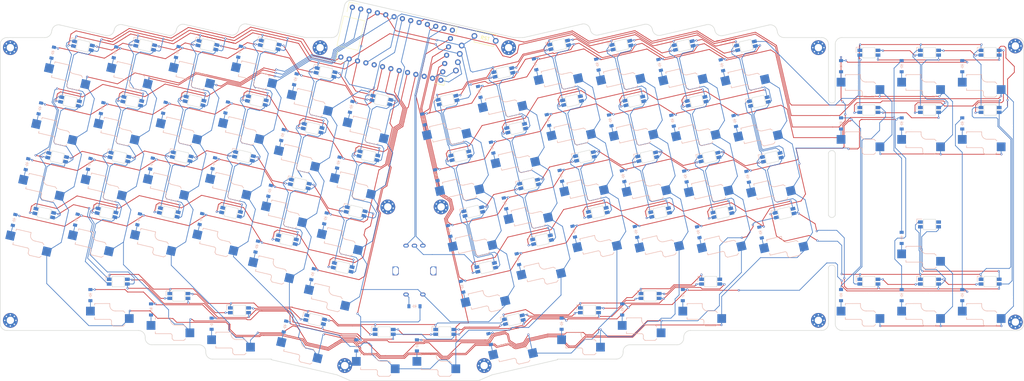
<source format=kicad_pcb>
(kicad_pcb (version 20240108) (generator "pcbnew") (generator_version "8.0")
  (title_block (title "revxl") (date "2025-01-07") (rev "v1.0.0") (company "Unknown"))
  (layers (0 "F.Cu" signal) (31 "B.Cu" signal) (34 "B.Paste" user) (35 "F.Paste" user) (36 "B.SilkS" user "B.Silkscreen") (37 "F.SilkS" user "F.Silkscreen") (38 "B.Mask" user) (39 "F.Mask" user) (44 "Edge.Cuts" user))
  (net 0 "")
  (net 1 "col0")
  (net 2 "outer_bottom")
  (net 3 "GND")
  (net 4 "outer_home")
  (net 5 "outer_top")
  (net 6 "outer_num")
  (net 7 "col1")
  (net 8 "pinky_bottom")
  (net 9 "pinky_home")
  (net 10 "pinky_top")
  (net 11 "pinky_num")
  (net 12 "col2")
  (net 13 "ring_bottom")
  (net 14 "ring_home")
  (net 15 "ring_top")
  (net 16 "ring_num")
  (net 17 "col3")
  (net 18 "middle_bottom")
  (net 19 "middle_home")
  (net 20 "middle_top")
  (net 21 "middle_num")
  (net 22 "col4")
  (net 23 "index_bottom")
  (net 24 "index_home")
  (net 25 "index_top")
  (net 26 "index_num")
  (net 27 "col5")
  (net 28 "inner_bottom")
  (net 29 "inner_home")
  (net 30 "inner_top")
  (net 31 "inner_num")
  (net 32 "mirror_outer_bottom")
  (net 33 "mirror_outer_home")
  (net 34 "mirror_outer_top")
  (net 35 "mirror_outer_num")
  (net 36 "mirror_pinky_bottom")
  (net 37 "mirror_pinky_home")
  (net 38 "mirror_pinky_top")
  (net 39 "mirror_pinky_num")
  (net 40 "mirror_ring_bottom")
  (net 41 "mirror_ring_home")
  (net 42 "mirror_ring_top")
  (net 43 "mirror_ring_num")
  (net 44 "mirror_middle_bottom")
  (net 45 "mirror_middle_home")
  (net 46 "mirror_middle_top")
  (net 47 "mirror_middle_num")
  (net 48 "mirror_index_bottom")
  (net 49 "mirror_index_home")
  (net 50 "mirror_index_top")
  (net 51 "mirror_index_num")
  (net 52 "mirror_inner_bottom")
  (net 53 "mirror_inner_home")
  (net 54 "mirror_inner_top")
  (net 55 "mirror_inner_num")
  (net 56 "ctrl_modrow")
  (net 57 "alt_modrow")
  (net 58 "super_modrow")
  (net 59 "mirror_ctrl_modrow")
  (net 60 "mirror_alt_modrow")
  (net 61 "mirror_super_modrow")
  (net 62 "layercol_layerrow")
  (net 63 "mirror_layercol_layerrow")
  (net 64 "spacecol_spacerow")
  (net 65 "mirror_spacecol_spacerow")
  (net 66 "col7")
  (net 67 "left_down")
  (net 68 "col6")
  (net 69 "left_del")
  (net 70 "left_ins")
  (net 71 "center_down")
  (net 72 "center_up")
  (net 73 "center_del")
  (net 74 "center_ins")
  (net 75 "right_down")
  (net 76 "right_del")
  (net 77 "right_ins")
  (net 78 "row3")
  (net 79 "row2")
  (net 80 "row1")
  (net 81 "row0")
  (net 82 "row8")
  (net 83 "row7")
  (net 84 "row6")
  (net 85 "row5")
  (net 86 "row4")
  (net 87 "row9")
  (net 88 "VCC")
  (net 89 "LED24")
  (net 90 "LED23")
  (net 91 "LED13")
  (net 92 "LED12")
  (net 93 "LED11")
  (net 94 "LED1")
  (net 95 "LED")
  (net 96 "LED22")
  (net 97 "LED14")
  (net 98 "LED10")
  (net 99 "LED2")
  (net 100 "LED21")
  (net 101 "LED15")
  (net 102 "LED9")
  (net 103 "LED3")
  (net 104 "LED20")
  (net 105 "LED16")
  (net 106 "LED8")
  (net 107 "LED4")
  (net 108 "LED19")
  (net 109 "LED17")
  (net 110 "LED7")
  (net 111 "LED5")
  (net 112 "LED18")
  (net 113 "LED6")
  (net 114 "LED35")
  (net 115 "LED34")
  (net 116 "LED46")
  (net 117 "LED45")
  (net 118 "LED47")
  (net 119 "LED58")
  (net 120 "LED57")
  (net 121 "LED36")
  (net 122 "LED44")
  (net 123 "LED48")
  (net 124 "LED56")
  (net 125 "LED37")
  (net 126 "LED43")
  (net 127 "LED49")
  (net 128 "LED55")
  (net 129 "LED38")
  (net 130 "LED42")
  (net 131 "LED50")
  (net 132 "LED54")
  (net 133 "LED39")
  (net 134 "LED41")
  (net 135 "LED51")
  (net 136 "LED53")
  (net 137 "LED40")
  (net 138 "LED52")
  (net 139 "LED25")
  (net 140 "LED26")
  (net 141 "LED27")
  (net 142 "LED33")
  (net 143 "LED32")
  (net 144 "LED31")
  (net 145 "LED28")
  (net 146 "LED30")
  (net 147 "LED29")
  (net 148 "LED65")
  (net 149 "LED64")
  (net 150 "LED63")
  (net 151 "LED59")
  (net 152 "LED66")
  (net 153 "LEDEND")
  (net 154 "LED67")
  (net 155 "LED62")
  (net 156 "LED60")
  (net 157 "LED61")
  (net 158 "endiode")
  (net 159 "rotA")
  (net 160 "rotB")
  (net 161 "3V3")
  (net 162 "RST")
  (net 163 "P9")
  (net 164 "P20")
  (net 165 "SCL")
  (net 166 "SDA")
  (footprint "MountingHole_2.2mm_M2_Pad_Via" (layer "F.Cu") (at 295.96178 83.195707)
    (property "Reference" "_15" (hide yes))
    (property "Value" "")
  )
  (footprint "MountingHole_2.2mm_M2_Pad_Via" (layer "F.Cu") (at 295.961786 113.895715)
    (property "Reference" "_18" (hide yes))
    (property "Value" "")
  )
  (footprint "MountingHole_2.2mm_M2_Pad_Via" (layer "F.Cu") (at 350.461776 139.545714)
    (property "Reference" "_12" (hide yes))
    (property "Value" "")
  )
  (footprint "MountingHole_2.2mm_M2_Pad_Via" (layer "F.Cu") (at 291.96178 139.045716)
    (property "Reference" "_4" (hide yes))
    (property "Value" "")
  )
  (footprint "MountingHole_2.2mm_M2_Pad_Via" (layer "F.Cu") (at 295.96178 120.345719)
    (property "Reference" "_20" (hide yes))
    (property "Value" "")
  )
  (footprint "MountingHole_2.2mm_M2_Pad_Via" (layer "F.Cu") (at 295.961793 110.745718)
    (property "Reference" "_17" (hide yes))
    (property "Value" "")
  )
  (footprint "MountingHole_2.2mm_M2_Pad_Via" (layer "F.Cu") (at 295.961782 79.895716)
    (property "Reference" "_14" (hide yes))
    (property "Value" "")
  )
  (footprint "pro_micro_rp2040" (layer "F.Cu") (at 166.686181 56.87382 77)
    (property "Reference" "REF**" (hide yes))
    (property "Value" "Pro Micro RP2040" (hide yes))
  )
  (footprint "ceoloide:display_ssd1306" (layer "F.Cu") (at 168.886185 57.373823 77)
    (property "Reference" "DISP1" (hide yes))
    (property "Value" "")
  )
  (footprint "ceoloide:rotary_encoder_ec11_ec12" (layer "F.Cu") (at 171.986188 124.352396 180)
    (property "Reference" "RE1" (hide yes))
    (property "Value" "")
  )
  (footprint "MountingHole_2.2mm_M2_Pad_Via" (layer "F.Cu") (at 295.961787 76.745698)
    (property "Reference" "_13" (hide yes))
    (property "Value" "")
  )
  (footprint "MountingHole_2.2mm_M2_Pad_Via" (layer "F.Cu") (at 350.461776 57.545722)
    (property "Reference" "_11" (hide yes))
    (property "Value" "")
  )
  (footprint "MountingHole_2.2mm_M2_Pad_Via" (layer "F.Cu") (at 295.961783 86.345712)
    (property "Reference" "_16" (hide yes))
    (property "Value" "")
  )
  (footprint "MountingHole_2.2mm_M2_Pad_Via" (layer "F.Cu") (at 179.906429 105.344809 13)
    (property "Reference" "_10" (hide yes))
    (property "Value" "")
  )
  (footprint "MountingHole_2.2mm_M2_Pad_Via" (layer "F.Cu") (at 51.961785 58.04571)
    (property "Reference" "_1" (hide yes))
    (property "Value" "")
  )
  (footprint "MountingHole_2.2mm_M2_Pad_Via" (layer "F.Cu") (at 143.961777 58.045714)
    (property "Reference" "_5" (hide yes))
    (property "Value" "")
  )
  (footprint "MountingHole_2.2mm_M2_Pad_Via" (layer "F.Cu") (at 164.06593 105.344805 -13)
    (property "Reference" "_9" (hide yes))
    (property "Value" "")
  )
  (footprint "MountingHole_2.2mm_M2_Pad_Via" (layer "F.Cu") (at 199.961778 58.045706)
    (property "Reference" "_6" (hide yes))
    (property "Value" "")
  )
  (footprint "MountingHole_2.2mm_M2_Pad_Via" (layer "F.Cu") (at 295.961784 117.195714)
    (property "Reference" "_19" (hide yes))
    (property "Value" "")
  )
  (footprint "MountingHole_2.2mm_M2_Pad_Via" (layer "F.Cu") (at 192.686188 152.468698)
    (property "Reference" "_8" (hide yes))
    (property "Value" "")
  )
  (footprint "MountingHole_2.2mm_M2_Pad_Via" (layer "F.Cu") (at 151.286187 152.468696)
    (property "Reference" "_7" (hide yes))
    (property "Value" "")
  )
  (footprint "MountingHole_2.2mm_M2_Pad_Via" (layer "F.Cu") (at 51.961779 139.045712)
    (property "Reference" "_2" (hide yes))
    (property "Value" "")
  )
  (footprint "ceoloide:reset_switch_tht_top" (layer "F.Cu") (at 192.961783 55.295716 -13)
    (property "Reference" "RST1" (hide yes))
    (property "Value" "")
  )
  (footprint "MountingHole_2.2mm_M2_Pad_Via" (layer "F.Cu") (at 291.961779 58.045715)
    (property "Reference" "_3" (hide yes))
    (property "Value" "")
  )
  (footprint "ceoloide:switch_choc_v1_v2" (layer "B.Cu") (at 238.423617 78.749686 -167)
    (property "Reference" "S35" (hide yes))
    (property "Value" "")
  )
  (footprint "ceoloide:switch_choc_v1_v2" (layer "B.Cu") (at 342.961783 81.54572 180)
    (property "Reference" "S67" (hide yes))
    (property "Value" "")
  )
  (footprint "ceoloide:led_SK6812mini-e (per-keysingle-side)" (layer "B.Cu") (at 154.509272 106.730553 -13)
    (property "Reference" "LED22" (hide yes))
    (property "Value" "")
    (fp_poly (pts (xy -1.8 -1.55) (xy 1.8 -1.55) (xy 1.8 1.55) (xy -1.8 1.55)) (stroke (width 0.12)) (fill none) (layer "Edge.Cuts"))
  )
  (footprint "ceoloide:diode_tht_sod123" (layer "B.Cu") (at 133.51356 140.882859 -103)
    (property "Reference" "D55" (hide yes))
    (property "Value" "")
  )
  (footprint "ceoloide:diode_tht_sod123" (layer "B.Cu") (at 237.784093 112.765361 -77)
    (property "Reference" "D33" (hide yes))
    (property "Value" "")
  )
  (footprint "ceoloide:switch_choc_v1_v2" (layer "B.Cu") (at 64.735168 95.497878 167)
    (property "Reference" "S2" (hide yes))
    (property "Value" "")
  )
  (footprint "ceoloide:switch_choc_v1_v2" (layer "B.Cu") (at 324.961781 115.545711 180)
    (property "Reference" "S63" (hide yes))
    (property "Value" "")
  )
  (footprint "ceoloide:switch_choc_v1_v2" (layer "B.Cu") (at 202.620848 143.7187 -167)
    (property "Reference" "S56" (hide yes))
    (property "Value" "")
  )
  (footprint "ceoloide:diode_tht_sod123" (layer "B.Cu") (at 75.391911 92.570084 -103)
    (property "Reference" "D6" (hide yes))
    (property "Value" "")
  )
  (footprint "ceoloide:switch_choc_v1_v2" (layer "B.Cu") (at 242.247787 95.313974 -167)
    (property "Reference" "S34" (hide yes))
    (property "Value" "")
  )
  (footprint "ceoloide:switch_choc_v1_v2" (layer "B.Cu") (at 342.961787 64.545717 180)
    (property "Reference" "S68" (hide yes))
    (property "Value" "")
  )
  (footprint "ceoloide:switch_choc_v1_v2" (layer "B.Cu") (at 101.724579 95.313974 167)
    (property "Reference" "S10" (hide yes))
    (property "Value" "")
  )
  (footprint "ceoloide:diode_tht_sod123" (layer "B.Cu") (at 182.299986 112.489505 -77)
    (property "Reference" "D46" (hide yes))
    (property "Value" "")
  )
  (footprint "ceoloide:led_SK6812mini-e (per-keysingle-side)" (layer "B.Cu") (at 80.530459 107.098368 -13)
    (property "Reference" "LED5" (hide yes))
    (property "Value" "")
    (fp_poly (pts (xy -1.8 -1.55) (xy 1.8 -1.55) (xy 1.8 1.55) (xy -1.8 1.55)) (stroke (width 0.12)) (fill none) (layer "Edge.Cuts"))
  )
  (footprint "ceoloide:switch_choc_v1_v2" (layer "B.Cu") (at 223.75309 95.222015 -167)
    (property "Reference" "S38" (hide yes))
    (property "Value" "")
  )
  (footprint "ceoloide:led_SK6812mini-e (per-keysingle-side)" (layer "B.Cu") (at 62.035751 107.190322 -13)
    (property "Reference" "LED1" (hide yes))
    (property "Value" "")
    (fp_poly (pts (xy -1.8 -1.55) (xy 1.8 -1.55) (xy 1.8 1.55) (xy -1.8 1.55)) (stroke (width 0.12)) (fill none) (layer "Edge.Cuts"))
  )
  (footprint "ceoloide:led_SK6812mini-e (per-keysingle-side)" (layer "B.Cu") (at 65.859919 90.626035 -13)
    (property "Reference" "LED2" (hide yes))
    (property "Value" "")
    (fp_poly (pts (xy -1.8 -1.55) (xy 1.8 -1.55) (xy 1.8 1.55) (xy -1.8 1.55)) (stroke (width 0.12)) (fill none) (layer "Edge.Cuts"))
  )
  (footprint "ceoloide:switch_choc_v1_v2" (layer "B.Cu") (at 253.094161 62.277343 -167)
    (property "Reference" "S32" (hide yes))
    (property "Value" "")
  )
  (footprint "ceoloide:led_SK6812mini-e (per-keysingle-side)" (layer "B.Cu") (at 241.961775 131.795715)
    (property "Reference" "LED53" (hide yes))
    (property "Value" "")
    (fp_poly (pts (xy -1.8 -1.55) (xy 1.8 -1.55) (xy 1.8 1.55) (xy -1.8 1.55)) (stroke (width 0.12)) (fill none) (layer "Edge.Cuts"))
  )
  (footprint "ceoloide:led_SK6812mini-e (per-keysingle-side)" (layer "B.Cu") (at 259.617736 90.534068 13)
    (property "Reference" "LED30" (hide yes))
    (property "Value" "")
    (fp_poly (pts (xy -1.8 -1.55) (xy 1.8 -1.55) (xy 1.8 1.55) (xy -1.8 1.55)) (stroke (width 0.12)) (fill none) (layer "Edge.Cuts"))
  )
  (footprint "ceoloide:switch_choc_v1_v2" (layer "B.Cu") (at 97.900411 111.878264 167)
    (property "Reference" "S9" (hide yes))
    (property "Value" "")
  )
  (footprint "ceoloide:diode_tht_sod123" (layer "B.Cu") (at 244.806297 63.164439 -77)
    (property "Reference" "D32" (hide yes))
    (property "Value" "")
  )
  (footprint "ceoloide:led_SK6812mini-e (per-keysingle-side)" (layer "B.Cu") (at 270.464106 57.497442 13)
    (property "Reference" "LED28" (hide yes))
    (property "Value" "")
    (fp_poly (pts (xy -1.8 -1.55) (xy 1.8 -1.55) (xy 1.8 1.55) (xy -1.8 1.55)) (stroke (width 0.12)) (fill none) (layer "Edge.Cuts"))
  )
  (footprint "ceoloide:diode_tht_sod123" (layer "B.Cu") (at 230.135755 79.636777 -77)
    (property "Reference" "D35" (hide yes))
    (property "Value" "")
  )
  (footprint "ceoloide:diode_tht_sod123" (layer "B.Cu") (at 211.641054 79.544828 -77)
    (property "Reference" "D39" (hide yes))
    (property "Value" "")
  )
  (footprint "ceoloide:switch_choc_v1_v2" (layer "B.Cu") (at 144.450228 70.283626 167)
    (property "Reference" "S20" (hide yes))
    (property "Value" "")
  )
  (footprint "ceoloide:led_SK6812mini-e (per-keysingle-side)" (layer "B.Cu") (at 121.344039 90.350165 -13)
    (property "Reference" "LED14" (hide yes))
    (property "Value" "")
    (fp_poly (pts (xy -1.8 -1.55) (xy 1.8 -1.55) (xy 1.8 1.55) (xy -1.8 1.55)) (stroke (width 0.12)) (fill none) (layer "Edge.Cuts"))
  )
  (footprint "ceoloide:led_SK6812mini-e (per-keysingle-side)" (layer "B.Cu") (at 193.28726 123.294845 13)
    (property "Reference" "LED45" (hide yes))
    (property "Value" "")
    (fp_poly (pts (xy -1.8 -1.55) (xy 1.8 -1.55) (xy 1.8 1.55) (xy -1.8 1.55)) (stroke (width 0.12)) (fill none) (layer "Edge.Cuts"))
  )
  (footprint "ceoloide:diode_tht_sod123" (layer "B.Cu") (at 191.234269 71.170725 -77)
    (property "Reference" "D44" (hide yes))
    (property "Value" "")
  )
  (footprint "ceoloide:switch_choc_v1_v2" (layer "B.Cu") (at 275.413026 78.933589 -167)
    (property "Reference" "S27" (hide yes))
    (property "Value" "")
  )
  (footprint "ceoloide:diode_tht_sod123" (layer "B.Cu") (at 248.63046 79.728735 -77)
    (property "Reference" "D31" (hide yes))
    (property "Value" "")
  )
  (footprint "ceoloide:switch_choc_v1_v2" (layer "B.Cu") (at 90.878218 62.277332 167)
    (property "Reference" "S8" (hide yes))
    (property "Value" "")
  )
  (footprint "ceoloide:switch_choc_v1_v2" (layer "B.Cu") (at 234.599457 62.185397 -167)
    (property "Reference" "S36" (hide yes))
    (property "Value" "")
  )
  (footprint "ceoloide:led_SK6812mini-e (per-keysingle-side)" (layer "B.Cu") (at 201.496083 138.84684 13)
    (property "Reference" "LED56" (hide yes))
    (property "Value" "")
    (fp_poly (pts (xy -1.8 -1.55) (xy 1.8 -1.55) (xy 1.8 1.55) (xy -1.8 1.55)) (stroke (width 0.12)) (fill none) (layer "Edge.Cuts"))
  )
  (footprint "ceoloide:diode_tht_sod123" (layer "B.Cu") (at 270.949321 96.384977 -77)
    (property "Reference" "D26" (hide yes))
    (property "Value" "")
  )
  (footprint "ceoloide:diode_tht_sod123" (layer "B.Cu") (at 263.300996 63.256391 -77)
    (property "Reference" "D28" (hide yes))
    (property "Value" "")
  )
  (footprint "ceoloide:diode_tht_sod123" (layer "B.Cu") (at 79.216082 76.005793 -103)
    (property "Reference" "D7" (hide yes))
    (property "Value" "")
  )
  (footprint "ceoloide:diode_tht_sod123" (layer "B.Cu") (at 174.65165 79.360915 -77)
    (property "Reference" "D48" (hide yes))
    (property "Value" "")
  )
  (footprint "ceoloide:diode_tht_sod123" (layer "B.Cu") (at 316.686789 131.545718 -90)
    (property "Reference" "D62" (hide yes))
    (property "Value" "")
  )
  (footprint "ceoloide:switch_choc_v1_v2" (layer "B.Cu") (at 162.986177 147.468705 180)
    (property "Reference" "S57" (hide yes))
    (property "Value" "")
  )
  (footprint "ceoloide:diode_tht_sod123" (layer "B.Cu") (at 274.773504 112.949279 -77)
    (property "Reference" "D25" (hide yes))
    (property "Value" "")
  )
  (footprint "ceoloide:diode_tht_sod123" (layer "B.Cu") (at 125.139769 117.140654 -103)
    (property "Reference" "D17" (hide yes))
    (property "Value" "")
  )
  (footprint "ceoloide:led_SK6812mini-e (per-keysingle-side)" (layer "B.Cu") (at 324.961788 76.54571)
    (property "Reference" "LED64" (hide yes))
    (property "Value" "")
    (fp_poly (pts (xy -1.8 -1.55) (xy 1.8 -1.55) (xy 1.8 1.55) (xy -1.8 1.55)) (stroke (width 0.12)) (fill none) (layer "Edge.Cuts"))
  )
  (footprint "ceoloide:switch_choc_v1_v2" (layer "B.Cu") (at 120.219272 95.222014 167)
    (property "Reference" "S14" (hide yes))
    (property "Value" "")
  )
  (footprint "ceoloide:led_SK6812mini-e (per-keysingle-side)" (layer "B.Cu") (at 255.793573 73.969775 13)
    (property "Reference" "LED31" (hide yes))
    (property "Value" "")
    (fp_poly (pts (xy -1.8 -1.55) (xy 1.8 -1.55) (xy 1.8 1.55) (xy -1.8 1.55)) (stroke (width 0.12)) (fill none) (layer "Edge.Cuts"))
  )
  (footprint "ceoloide:diode_tht_sod123" (layer "B.Cu") (at 56.897202 92.662034 -103)
    (property "Reference" "D2" (hide yes))
    (property "Value" "")
  )
  (footprint "ceoloide:led_SK6812mini-e (per-keysingle-side)" (layer "B.Cu") (at 324.961786 127.545712)
    (property "Reference" "LED62" (hide yes))
    (property "Value" "")
    (fp_poly (pts (xy -1.8 -1.55) (xy 1.8 -1.55) (xy 1.8 1.55) (xy -1.8 1.55)) (stroke (width 0.12)) (fill none) (layer "Edge.Cuts"))
  )
  (footprint "ceoloide:led_SK6812mini-e (per-keysingle-side)" (layer "B.Cu") (at 281.93661 107.190315 13)
    (property "Reference" "LED25" (hide yes))
    (property "Value" "")
    (fp_poly (pts (xy -1.8 -1.55) (xy 1.8 -1.55) (xy 1.8 1.55) (xy -1.8 1.55)) (stroke (width 0.12)) (fill none) (layer "Edge.Cuts"))
  )
  (footprint "ceoloide:switch_choc_v1_v2" (layer "B.Cu") (at 140.626066 86.847919 167)
    (property "Reference" "S19" (hide yes))
    (property "Value" "")
  )
  (footprint "ceoloide:led_SK6812mini-e (per-keysingle-side)" (layer "B.Cu") (at 198.39737 65.411779 13)
    (property "Reference" "LED44" (hide yes))
    (property "Value" "")
    (fp_poly (pts (xy -1.8 -1.55) (xy 1.8 -1.55) (xy 1.8 1.55) (xy -1.8 1.55)) (stroke (width 0.12)) (fill none) (layer "Edge.Cuts"))
  )
  (footprint "ceoloide:led_SK6812mini-e (per-keysingle-side)" (layer "B.Cu") (at 324.96177 110.545709)
    (property "Reference" "LED63" (hide yes))
    (property "Value" "")
    (fp_poly (pts (xy -1.8 -1.55) (xy 1.8 -1.55) (xy 1.8 1.55) (xy -1.8 1.55)) (stroke (width 0.12)) (fill none) (layer "Edge.Cuts"))
  )
  (footprint "ceoloide:switch_choc_v1_v2" (layer "B.Cu") (at 283.061363 112.062169 -167)
    (property "Reference" "S25" (hide yes))
    (property "Value" "")
  )
  (footprint "ceoloide:led_SK6812mini-e (per-keysingle-side)" (layer "B.Cu") (at 102.849324 90.442112 -13)
    (property "Reference" "LED10" (hide yes))
    (property "Value" "")
    (fp_poly (pts (xy -1.8 -1.55) (xy 1.8 -1.55) (xy 1.8 1.55) (xy -1.8 1.55)) (stroke (width 0.12)) (fill none) (layer "Edge.Cuts"))
  )
  (footprint "ceoloide:diode_tht_sod123" (layer "B.Cu") (at 101.534958 59.34956 -103)
    (property "Reference" "D12" (hide yes))
    (property "Value" "")
  )
  (footprint "ceoloide:diode_tht_sod123" (layer "B.Cu") (at 298.686788 131.545727 -90)
    (property "Reference" "D59" (hide yes))
    (property "Value" "")
  )
  (footprint "ceoloide:diode_tht_sod123" (layer "B.Cu") (at 71.567744 109.134381 -103)
    (property "Reference" "D5" (hide yes))
    (property "Value" "")
  )
  (footprint "ceoloide:switch_choc_v1_v2" (layer "B.Cu") (at 116.395114 111.786321 167)
    (property "Reference" "S13" (hide yes))
    (property "Value" "")
  )
  (footprint "ceoloide:switch_choc_v1_v2" (layer "B.Cu") (at 87.054044 78.841625 167)
    (property "Reference" "S7" (hide yes))
    (property "Value" "")
  )
  (footprint "ceoloide:switch_choc_v1_v2" (layer "B.Cu") (at 79.405711 111.970206 167)
    (property "Reference" "S5" (hide yes))
    (property "Value" "")
  )
  (footprint "ceoloide:diode_tht_sod123" (layer "B.Cu") (at 93.735583 135.795728 -90)
    (property "Reference" "D50" (hide yes))
    (property "Value" "")
  )
  (footprint "ceoloide:led_SK6812mini-e (per-keysingle-side)" (layer "B.Cu") (at 106.673504 73.877836 -13)
    (property "Reference" "LED11" (hide yes))
    (property "Value" "")
    (fp_poly (pts (xy -1.8 -1.55) (xy 1.8 -1.55) (xy 1.8 1.55) (xy -1.8 1.55)) (stroke (width 0.12)) (fill none) (layer "Edge.Cuts"))
  )
  (footprint "ceoloide:led_SK6812mini-e (per-keysingle-side)" (layer "B.Cu") (at 110.497662 57.313532 -13)
    (property "Reference" "LED12" (hide yes))
    (property "Value" "")
    (fp_poly (pts (xy -1.8 -1.55) (xy 1.8 -1.55) (xy 1.8 1.55) (xy -1.8 1.55)) (stroke (width 0.12)) (fill none) (layer "Edge.Cuts"))
  )
  (footprint "ceoloide:led_SK6812mini-e (per-keysingle-side)" (layer "B.Cu") (at 274.288275 74.061746 13)
    (property "Reference" "LED27" (hide yes))
    (property "Value" "")
    (fp_poly (pts (xy -1.8 -1.55) (xy 1.8 -1.55) (xy 1.8 1.55) (xy -1.8 1.55)) (stroke (width 0.12)) (fill none) (layer "Edge.Cuts"))
  )
  (footprint "ceoloide:diode_tht_sod123" (layer "B.Cu") (at 256.2788 112.857314 -77)
    (property "Reference" "D29" (hide yes))
    (property "Value" "")
  )
  (footprint "ceoloide:switch_choc_v1_v2" (layer "B.Cu") (at 306.961788 64.545717 180)
    (property "Reference" "S61" (hide yes))
    (property "Value" "")
  )
  (footprint "ceoloide:led_SK6812mini-e (per-keysingle-side)" (layer "B.Cu") (at 278.112446 90.62602 13)
    (property "Reference" "LED26" (hide yes))
    (property "Value" "")
    (fp_poly (pts (xy -1.8 -1.55) (xy 1.8 -1.55) (xy 1.8 1.55) (xy -1.8 1.55)) (stroke (width 0.12)) (fill none) (layer "Edge.Cuts"))
  )
  (footprint "ceoloide:diode_tht_sod123" (layer "B.Cu") (at 171.986183 134.852399 180)
    (property "Reference" "D69" (hide yes))
    (property "Value" "")
  )
  (footprint "ceoloide:switch_choc_v1_v2" (layer "B.Cu") (at 60.911002 112.062174 167)
    (property "Reference" "S1" (hide yes))
    (property "Value" "")
  )
  (footprint "ceoloide:led_SK6812mini-e (per-keysingle-side)" (layer "B.Cu") (at 189.463091 106.730542 13)
    (property "Reference" "LED46" (hide yes))
    (property "Value" "")
    (fp_poly (pts (xy -1.8 -1.55) (xy 1.8 -1.55) (xy 1.8 1.55) (xy -1.8 1.55)) (stroke (width 0.12)) (fill none) (layer "Edge.Cuts"))
  )
  (footprint "ceoloide:diode_tht_sod123" (layer "B.Cu") (at 215.686779 140.045722 -90)
    (property "Reference" "D54" (hide yes))
    (property "Value" "")
  )
  (footprint "ceoloide:switch_choc_v1_v2" (layer "B.Cu") (at 271.588857 62.369292 -167)
    (property "Reference" "S28" (hide yes))
    (property "Value" "")
  )
  (footprint "ceoloide:diode_tht_sod123" (layer "B.Cu") (at 202.70677 120.863598 -77)
    (property "Reference" "D41" (hide yes))
    (property "Value" "")
  )
  (footprint "ceoloide:led_SK6812mini-e (per-keysingle-side)" (layer "B.Cu") (at 342.961787 127.545712)
    (property "Reference" "LED66" (hide yes))
    (property "Value" "")
    (fp_poly (pts (xy -1.8 -1.55) (xy 1.8 -1.55) (xy 1.8 1.55) (xy -1.8 1.55)) (stroke (width 0.12)) (fill none) (layer "Edge.Cuts"))
  )
  (footprint "ceoloide:diode_tht_sod123" (layer "B.Cu") (at 154.711186 146.4687 -90)
    (property "Reference" "D57" (hide yes))
    (property "Value" "")
  )
  (footprint "ceoloide:diode_tht_sod123" (layer "B.Cu") (at 97.710784 75.913843 -103)
    (property "Reference" "D11" (hide yes))
    (property "Value" "")
  )
  (footprint "ceoloide:diode_tht_sod123" (layer "B.Cu") (at 252.454621 96.293015 -77)
    (property "Reference" "D30" (hide yes))
    (property "Value" "")
  )
  (footprint "ceoloide:switch_choc_v1_v2" (layer "B.Cu") (at 259.961781 132.54572 180)
    (property "Reference" "S52" (hide yes))
    (property "Value" "")
  )
  (footprint "ceoloide:led_SK6812mini-e (per-keysingle-side)" (layer "B.Cu") (at 181.814754 73.601973 13)
    (property "Reference" "LED48" (hide yes))
    (property "Value" "")
    (fp_poly (pts (xy -1.8 -1.55) (xy 1.8 -1.55) (xy 1.8 1.55) (xy -1.8 1.55)) (stroke (width 0.12)) (fill none) (layer "Edge.Cuts"))
  )
  (footprint "ceoloide:switch_choc_v1_v2" (layer "B.Cu") (at 219.928923 78.657722 -167)
    (property "Reference" "S39" (hide yes))
    (property "Value" "")
  )
  (footprint "ceoloide:switch_choc_v1_v2" (layer "B.Cu") (at 149.560355 128.166702 167)
    (property "Reference" "S21" (hide yes))
    (property "Value" "")
  )
  (footprint "ceoloide:led_SK6812mini-e (per-keysingle-side)" (layer "B.Cu") (at 237.29886 73.877832 13)
    (property "Reference" "LED35" (hide yes))
    (property "Value" "")
    (fp_poly (pts (xy -1.8 -1.55) (xy 1.8 -1.55) (xy 1.8 1.55) (xy -1.8 1.55)) (stroke (width 0.12)) (fill none) (layer "Edge.Cuts"))
  )
  (footprint "ceoloide:switch_choc_v1_v2" (layer "B.Cu") (at 306.961775 81.545714 180)
    (property "Reference" "S60" (hide yes))
    (property "Value" "")
  )
  (footprint "ceoloide:switch_choc_v1_v2" (layer "B.Cu") (at 194.412022 128.166685 -167)
    (property "Reference" "S45" (hide yes))
    (property "Value" "")
  )
  (footprint "ceoloide:switch_choc_v1_v2" (layer "B.Cu") (at 120.010576 141.045717 180)
    (property "Reference" "S51" (hide yes))
    (property "Value" "")
  )
  (footprint "ceoloide:diode_tht_sod123" (layer "B.Cu") (at 132.788106 84.01208 -103)
    (property "Reference" "D19" (hide yes))
    (property "Value" "")
  )
  (footprint "ceoloide:switch_choc_v1_v2" (layer "B.Cu") (at 182.939516 78.473813 -167)
    (property "Reference" "S48" (hide yes))
    (property "Value" "")
  )
  (footprint "ceoloide:diode_tht_sod123" (layer "B.Cu") (at 136.612275 67.447799 -103)
    (property "Reference" "D20" (hide yes))
    (property "Value" "")
  )
  (footprint "ceoloide:diode_tht_sod123" (layer "B.Cu") (at 128.96394 100.576363 -103)
    (property "Reference" "D18" (hide yes))
    (property "Value" "")
  )
  (footprint "ceoloide:diode_tht_sod123" (layer "B.Cu") (at 111.735591 140.045713 -90)
    (property "Reference" "D51" (hide yes))
    (property "Value" "")
  )
  (footprint "ceoloide:diode_tht_sod123" (layer "B.Cu") (at 233.686795 135.795725 -90)
    (property "Reference" "D53" (hide yes))
    (property "Value" "")
  )
  (footprint "ceoloide:diode_tht_sod123" (layer "B.Cu") (at 215.465225 96.109116 -77)
    (property "Reference" "D38" (hide yes))
    (property "Value" "")
  )
  (footprint "ceoloide:led_SK6812mini-e (per-keysingle-side)" (layer "B.Cu") (at 162.157612 73.601973 -13)
    (property "Reference" "LED24" (hide yes))
    (property "Value" "")
    (fp_poly (pts (xy -1.8 -1.55) (xy 1.8 -1.55) (xy 1.8 1.55) (xy -1.8 1.55)) (stroke (width 0.12)) (fill none) (layer "Edge.Cuts"))
  )
  (footprint "ceoloide:switch_choc_v1_v2" (layer "B.Cu") (at 256.918317 78.841641 -167)
    (property "Reference" "S31" (hide yes))
    (property "Value" "")
  )
  (footprint "ceoloide:diode_tht_sod123" (layer "B.Cu") (at 53.073043 109.226328 -103)
    (property "Reference" "D1" (hide yes))
    (property "Value" "")
  )
  (footprint "ceoloide:diode_tht_sod123" (layer "B.Cu") (at 112.381314 92.386173 -103)
    (property "Reference" "D14" (hide yes))
    (property "Value" "")
  )
  (footprint "ceoloide:switch_choc_v1_v2" (layer "B.Cu") (at 199.522127 70.283627 -167)
    (property "Reference" "S44" (hide yes))
    (property "Value" "")
  )
  (footprint "ceoloide:diode_tht_sod123" (layer "B.Cu") (at 267.125168 79.820685 -77)
    (property "Reference" "D27" (hide yes))
    (property "Value" "")
  )
  (footprint "ceoloide:switch_choc_v1_v2" (layer "B.Cu") (at 132.977737 119.976513 167)
    (property "Reference" "S17" (hide yes))
    (property "Value" "")
  )
  (footprint "ceoloide:diode_tht_sod123" (layer "B.Cu") (at 141.72239 125.330847 -103)
    (property "Reference" "D21" (hide yes))
    (property "Value" "")
  )
  (footprint "ceoloide:switch_choc_v1_v2" (layer "B.Cu") (at 279.237186 95.497873 -167)
    (property "Reference" "S26" (hide yes))
    (property "Value" "")
  )
  (footprint "ceoloide:led_SK6812mini-e (per-keysingle-side)" (layer "B.Cu") (at 73.508254 57.497439 -13)
    (property "Reference" "LED4" (hide yes))
    (property "Value" "")
    (fp_poly (pts (xy -1.8 -1.55) (xy 1.8 -1.55) (xy 1.8 1.55) (xy -1.8 1.55)) (stroke (width 0.12)) (fill none) (layer "Edge.Cuts"))
  )
  (footprint "ceoloide:led_SK6812mini-e (per-keysingle-side)" (layer "B.Cu") (at 222.628327 90.350165 13)
    (property "Reference" "LED38" (hide yes))
    (property "Value" "")
    (fp_poly (pts (xy -1.8 -1.55) (xy 1.8 -1.55) (xy 1.8 1.55) (xy -1.8 1.55)) (stroke (width 0.12)) (fill none) (layer "Edge.Cuts"))
  )
  (footprint "ceoloide:switch_choc_v1_v2" (layer "B.Cu") (at 180.986183 147.468706 180)
    (property "Reference" "S58" (hide yes))
    (property "Value" "")
  )
  (footprint "ceoloide:led_SK6812mini-e (per-keysingle-side)" (layer "B.Cu") (at 150.685107 123.294831 -13)
    (property "Reference" "LED21" (hide yes))
    (property "Value" "")
    (fp_poly (pts (xy -1.8 -1.55) (xy 1.8 -1.55) (xy 1.8 1.55) (xy -1.8 1.55)) (stroke (width 0.12)) (fill none) (layer "Edge.Cuts"))
  )
  (footprint "ceoloide:led_SK6812mini-e (per-keysingle-side)" (layer "B.Cu") (at 306.961781 127.545706)
    (property "Reference" "LED59" (hide yes))
    (property "Value" "")
    (fp_poly (pts (xy -1.8 -1.55) (xy 1.8 -1.55) (xy 1.8 1.55) (xy -1.8 1.55)) (stroke (width 0.12)) (fill none) (layer "Edge.Cuts"))
  )
  (footprint "ceoloide:led_SK6812mini-e (per-keysingle-side)" (layer "B.Cu") (at 158.333441 90.166268 -13)
    (property "Reference" "LED23" (hide yes))
    (property "Value" "")
    (fp_poly (pts (xy -1.8 -1.55) (xy 1.8 -1.55) (xy 1.8 1.55) (xy -1.8 1.55)) (stroke (width 0.12)) (fill none) (layer "Edge.Cuts"))
  )
  (footprint "ceoloide:switch_choc_v1_v2" (layer "B.Cu") (at 306.961781 132.545715 180)
    (property "Reference" "S59" (hide yes))
    (property "Value" "")
  )
  (footprint "ceoloide:diode_tht_sod123" (layer "B.Cu") (at 149.370731 92.202263 -103)
    (property "Reference" "D23" (hide yes))
    (property "Value" "")
  )
  (footprint "ceoloide:switch_choc_v1_v2" (layer "B.Cu") (at 124.043451 78.657721 167)
    (property "Reference" "S15" (hide yes))
    (property "Value" "")
  )
  (footprint "ceoloide:switch_choc_v1_v2" (layer "B.Cu") (at 216.104745 62.093433 -167)
    (property "Reference" "S40" (hide yes))
    (property "Value" "")
  )
  (footprint "ceoloide:led_SK6812mini-e (per-keysingle-side)" (layer "B.Cu") (at 134.102489 115.104658 -13)
    (property "Reference" "LED17" (hide yes))
    (property "Value" "")
    (fp_poly (pts (xy -1.8 -1.55) (xy 1.8 -1.55) (xy 1.8 1.55) (xy -1.8 1.55)) (stroke (width 0.12)) (fill none) (layer "Edge.Cuts"))
  )
  (footprint "ceoloide:diode_tht_sod123" (layer "B.Cu") (at 334.686778 80.54571 -90)
    (property "Reference" "D67" (hide yes))
    (property "Value" "")
  )
  (footprint "ceoloide:led_SK6812mini-e (per-keysingle-side)" (layer "B.Cu") (at 69.68409 74.061744 -13)
    (property "Reference" "LED3" (hide yes))
    (property "Value" "")
    (fp_poly (pts (xy -1.8 -1.55) (xy 1.8 -1.55) (xy 1.8 1.55) (xy -1.8 1.55)) (stroke (width 0.12)) (fill none) (layer "Edge.Cuts"))
  )
  (footprint "ceoloide:switch_choc_v1_v2" (layer "B.Cu") (at 342.961785 132.545706 180)
    (property "Reference" "S66" (hide yes))
    (property "Value" "")
  )
  (footprint "ceoloide:switch_choc_v1_v2" (layer "B.Cu") (at 141.351508 143.718707 167)
    (property "Reference" "S55" (hide yes))
    (property "Value" "")
  )
  (footprint "ceoloide:switch_choc_v1_v2" (layer "B.Cu") (at 105.54874 78.74968 167)
    (property "Reference" "S11" (hide yes))
    (property "Value" "")
  )
  (footprint "ceoloide:switch_choc_v1_v2" (layer "B.Cu") (at 324.961783 132.545719 180)
    (property "Reference" "S62" (hide yes))
    (property "Value" "")
  )
  (footprint "ceoloide:led_SK6812mini-e (per-keysingle-side)" (layer "B.Cu") (at 214.979991 57.221581 13)
    (property "Reference" "LED40" (hide yes))
    (property "Value" "")
    (fp_poly (pts (xy -1.8 -1.55) (xy 1.8 -1.55) (xy 1.8 1.55) (xy -1.8 1.55)) (stroke (width 0.12)) (fill none) (layer "Edge.Cuts"))
  )
  (footprint "ceoloide:led_SK6812mini-e (per-keysingle-side)" (layer "B.Cu") (at 233.474699 57.313536 13)
    (property "Reference" "LED36" (hide yes))
    (property "Value" "")
    (fp_poly (pts (xy -1.8 -1.55) (xy 1.8 -1.55) (xy 1.8 1.55) (xy -1.8 1.55)) (stroke (width 0.12)) (fill none) (layer "Edge.Cuts"))
  )
  (footprint "ceoloide:switch_choc_v1_v2" (layer "B.Cu") (at 190.587844 111.602398 -167)
    (property "Reference" "S46" (hide yes))
    (property "Value" "")
  )
  (footprint "ceoloide:diode_tht_sod123" (layer "B.Cu") (at 186.124146 129.053784 -77)
    (property "Reference" "D45" (hide yes))
    (property "Value" "")
  )
  (footprint "ceoloide:led_SK6812mini-e (per-keysingle-side)" (layer "B.Cu") (at 251.9694 57.405482 13)
    (property "Reference" "LED32" (hide yes))
    (property "Value" "")
    (fp_poly (pts (xy -1.8 -1.55) (xy 1.8 -1.55) (xy 1.8 1.55) (xy -1.8 1.55)) (stroke (width 0.12)) (fill none) (layer "Edge.Cuts"))
  )
  (footprint "ceoloide:led_SK6812mini-e (per-keysingle-side)" (layer "B.Cu") (at 342.961784 59.545723)
    (property "Reference" "LED68" (hide yes))
    (property "Value" "")
    (fp_poly (pts (xy -1.8 -1.55) (xy 1.8 -1.55) (xy 1.8 1.55) (xy -1.8 1.55)) (stroke (width 0.12)) (fill none) (layer "Edge.Cuts"))
  )
  (footprint "ceoloide:led_SK6812mini-e (per-keysingle-side)" (layer "B.Cu") (at 162.986186 142.468699)
    (property "Reference" "LED57" (hide yes))
    (property "Value" "")
    (fp_poly (pts (xy -1.8 -1.55) (xy 1.8 -1.55) (xy 1.8 1.55) (xy -1.8 1.55)) (stroke (width 0.12)) (fill none) (layer "Edge.Cuts"))
  )
  (footprint "ceoloide:led_SK6812mini-e (per-keysingle-side)" (layer "B.Cu") (at 84.010585 127.545723)
    (property "Reference" "LED49" (hide yes))
    (property "Value" "")
    (fp_poly (pts (xy -1.8 -1.55) (xy 1.8 -1.55) (xy 1.8 1.55) (xy -1.8 1.55)) (stroke (width 0.12)) (fill none) (layer "Edge.Cuts"))
  )
  (footprint "ceoloide:led_SK6812mini-e (per-keysingle-side)" (layer "B.Cu") (at 209.86987 115.104651 13)
    (property "Reference" "LED41" (hide yes))
    (property "Value" "")
    (fp_poly (pts (xy -1.8 -1.55) (xy 1.8 -1.55) (xy 1.8 1.55) (xy -1.8 1.55)) (stroke (width 0.12)) (fill none) (layer "Edge.Cuts"))
  )
  (footprint "ceoloide:diode_tht_sod123" (layer "B.Cu") (at 120.029649 59.257587 -103)
    (property "Reference" "D16" (hide yes))
    (property "Value" "")
  )
  (footprint "ceoloide:diode_tht_sod123" (layer "B.Cu") (at 334.686782 63.545711 -90)
    (property "Reference" "D68" (hide yes))
    (property "Value" "")
  )
  (footprint "ceoloide:diode_tht_sod123" (layer "B.Cu") (at 233.959923 96.201061 -77)
    (property "Reference" "D34" (hide yes))
    (property "Value" "")
  )
  (footprint "ceoloide:switch_choc_v1_v2" (layer "B.Cu") (at 223.961793 141.045719 180)
    (property "Reference" "S54" (hide yes))
    (property "Value" "")
  )
  (footprint "ceoloide:switch_choc_v1_v2" (layer "B.Cu") (at 210.99464 119.976501 -167)
    (property "Reference" "S41" (hide yes))
    (property "Value" "")
  )
  (footprint "ceoloide:diode_tht_sod123" (layer "B.Cu") (at 178.475816 95.925208 -77)
    (property "Reference" "D47" (hide yes))
    (property "Value" "")
  )
  (footprint "ceoloide:diode_tht_sod123" (layer "B.Cu") (at 93.886619 92.478129 -103)
    (property "Reference" "D10" (hide yes))
    (property "Value" "")
  )
  (footprint "ceoloide:switch_choc_v1_v2" (layer "B.Cu") (at 83.229872 95.405912 167)
    (property "Reference" "S6" (hide yes))
    (property "Value" "")
  )
  (footprint "ceoloide:led_SK6812mini-e (per-keysingle-side)" (layer "B.Cu") (at 137.926654 98.540352 -13)
    (property "Reference" "LED18" (hide yes))
    (property "Value" "")
    (fp_poly (pts (xy -1.8 -1.55) (xy 1.8 -1.55) (xy 1.8 1.55) (xy -1.8 1.55)) (stroke (width 0.12)) (fill none) (layer "Edge.Cuts"))
  )
  (footprint "ceoloide:diode_tht_sod123" (layer "B.Cu") (at 298.686774 80.545718 -90)
    (property "Reference" "D60" (hide yes))
    (property "Value" "")
  )
  (footprint "ceoloide:led_SK6812mini-e (per-keysingle-side)" (layer "B.Cu") (at 92.002967 57.405495 -13)
    (property "Reference" "LED8" (hide yes))
    (property "Value" "")
    (fp_poly (pts (xy -1.8 -1.55) (xy 1.8 -1.55) (xy 1.8 1.55) (xy -1.8 1.55)) (stroke (width 0.12)) (fill none) (layer "Edge.Cuts"))
  )
  (footprint "ceoloide:diode_tht_sod123" (layer "B.Cu") (at 64.545547 59.533459 -103)
    (property "Reference" "D4" (hide yes))
    (property "Value" "")
  )
  (footprint "ceoloide:led_SK6812mini-e (per-keysingle-side)" (layer "B.Cu") (at 241.123033 90.442123 13)
    (property "Reference" "LED34" (hide yes))
    (property "Value" "")
    (fp_poly (pts (xy -1.8 -1.55) (xy 1.8 -1.55) (xy 1.8 1.55) (xy -1.8 1.55)) (stroke (width 0.12)) (fill none) (layer "Edge.Cuts"))
  )
  (footprint "ceoloide:diode_tht_sod123" (layer "B.Cu") (at 198.882602 104.29931 -77)
    (property "Reference" "D42" (hide yes))
    (property "Value" "")
  )
  (footprint "ceoloide:diode_tht_sod123" (layer "B.Cu") (at 298.686777 63.545707 -90)
    (property "Reference" "D61" (hide yes))
    (property "Value" "")
  )
  (footprint "ceoloide:switch_choc_v1_v2" (layer "B.Cu") (at 72.383508 62.369292 167)
    (property "Reference" "S4" (hide yes))
    (property "Value" "")
  )
  (footprint "ceoloide:switch_choc_v1_v2" (layer "B.Cu") (at 207.170473 103.412211 -167)
    (property "Reference" "S42" (hide yes))
    (property "Value" "")
  )
  (footprint "ceoloide:led_SK6812mini-e (per-keysingle-side)" (layer "B.Cu") (at 84.354629 90.534075 -13)
    (property "Reference" "LED6" (hide yes))
    (property "Value" "")
    (fp_poly (pts (xy -1.8 -1.55) (xy 1.8 -1.55) (xy 1.8 1.55) (xy -1.8 1.55)) (stroke (width 0.12)) (fill none) (layer "Edge.Cuts"))
  )
  (footprint "ceoloide:led_SK6812mini-e (per-keysingle-side)" (layer "B.Cu") (at 306.961787 76.545719)
    (property "Reference" "LED60" (hide yes))
    (property "Value" "")
    (fp_poly (pts (xy -1.8 -1.55) (xy 1.8 -1.55) (xy 1.8 1.55) (xy -1.8 1.55)) (stroke (width 0.12)) (fill none) (layer "Edge.Cuts"))
  )
  (footprint "ceoloide:led_SK6812mini-e (per-keysingle-side)" (layer "B.Cu") (at 218.804159 73.785884 13)
    (property "Reference" "LED39" (hide yes))
    (property "Value" "")
    (fp_poly (pts (xy -1.8 -1.55) (xy 1.8 -1.55) (xy 1.8 1.55) (xy -1.8 1.55)) (stroke (width 0.12)) (fill none) (layer "Edge.Cuts"))
  )
  (footprint "ceoloide:led_SK6812mini-e (per-keysingle-side)" (layer "B.Cu") (at 306.961785 59.545713)
    (property "Reference" "LED61" (hide yes))
    (property "Value" "")
    (fp_poly (pts (xy -1.8 -1.55) (xy 1.8 -1.55) (xy 1.8 1.55) (xy -1.8 1.55)) (stroke (width 0.12)) (fill none) (layer "Edge.Cuts"))
  )
  (footprint "ceoloide:switch_choc_v1_v2" (layer "B.Cu") (at 153.384517 111.602406 167)
    (property "Reference" "S22" (hide yes))
    (property "Value" "")
  )
  (footprint "ceoloide:led_SK6812mini-e (per-keysingle-side)" (layer "B.Cu") (at 226.452498 106.914441 13)
    (property "Reference" "LED37" (hide yes))
    (property "Value" "")
    (fp_poly (pts (xy -1.8 -1.55) (xy 1.8 -1.55) (xy 1.8 1.55) (xy -1.8 1.55)) (stroke (width 0.12)) (fill none) (layer "Edge.Cuts"))
  )
  (footprint "ceoloide:switch_choc_v1_v2" (layer "B.Cu") (at 260.742492 95.405927 -167)
    (property "Reference" "S30" (hide yes))
    (property "Value" "")
  )
  (footprint "ceoloide:led_SK6812mini-e (per-keysingle-side)" (layer "B.Cu") (at 342.961781 76.54572)
    (property "Reference" "LED67" (hide yes))
    (property "Value" "")
    (fp_poly (pts (xy -1.8 -1.55) (xy 1.8 -1.55) (xy 1.8 1.55) (xy -1.8 1.55)) (stroke (width 0.12)) (fill none) (layer "Edge.Cuts"))
  )
  (footprint "ceoloide:led_SK6812mini-e (per-keysingle-side)" (layer "B.Cu") (at 185.638925 90.166247 13)
    (property "Reference" "LED47" (hide yes))
    (property "Value" "")
    (fp_poly (pts (xy -1.8 -1.55) (xy 1.8 -1.55) (xy 1.8 1.55) (xy -1.8 1.55)) (stroke (width 0.12)) (fill none) (layer "Edge.Cuts"))
  )
  (footprint "ceoloide:switch_choc_v1_v2" (layer "B.Cu") (at 241.961781 136.795718 180)
    (property "Reference" "S53" (hide yes))
    (property "Value" "")
  )
  (footprint "ceoloide:led_SK6812mini-e (per-keysingle-side)" (layer "B.Cu") (at 141.750826 81.976061 -13)
    (property "Reference" "LED19" (hide yes))
    (property "Value" "")
    (fp_poly (pts (xy -1.8 -1.55) (xy 1.8 -1.55) (xy 1.8 1.55) (xy -1.8 1.55)) (stroke (width 0.12)) (fill none) (layer "Edge.Cuts"))
  )
  (footprint "ceoloide:diode_tht_sod123" (layer "B.Cu") (at 75.735586 131.54572 -90)
    (property "Reference" "D49" (hide yes))
    (property "Value" "")
  )
  (footprint "ceoloide:led_SK6812mini-e (per-keysingle-side)" (layer "B.Cu") (at 223.96178 136.045718)
    (property "Reference" "LED54" (hide yes))
    (property "Value" "")
    (fp_poly (pts (xy -1.8 -1.55) (xy 1.8 -1.55) (xy 1.8 1.55) (xy -1.8 1.55)) (stroke (width 0.12)) (fill none) (layer "Edge.Cuts"))
  )
  (footprint "ceoloide:switch_choc_v1_v2" (layer "B.Cu") (at 68.559339 78.933589 167)
    (property "Reference" "S3" (hide yes))
    (property "Value" "")
  )
  (footprint "ceoloide:diode_tht_sod123" (layer "B.Cu") (at 172.711177 146.468703 -90)
    (property "Reference" "D58" (hide yes))
    (property "Value" "")
  )
  (footprint "ceoloide:led_SK6812mini-e (per-keysingle-side)" (layer "B.Cu") (at 202.221544 81.976075 13)
    (property "Reference" "LED43" (hide yes))
    (property "Value" "")
    (fp_poly (pts (xy -1.8 -1.55) (xy 1.8 -1.55) (xy 1.8 1.55) (xy -1.8 1.55)) (stroke (width 0.12)) (fill none) (layer "Edge.Cuts"))
  )
  (footprint "ceoloide:led_SK6812mini-e (per-keysingle-side)" (layer "B.Cu") (at 244.947213 107.006399 13)
    (property "Reference" "LED33" (hide yes))
    (property "Value" "")
    (fp_poly (pts (xy -1.8 -1.55) (xy 1.8 -1.55) (xy 1.8 1.55) (xy -1.8 1.55)) (stroke (width 0.12)) (fill none) (layer "Edge.Cuts"))
  )
  (footprint "ceoloide:switch_choc_v1_v2" (layer "B.Cu") (at 109.372916 62.185375 167)
    (property "Reference" "S12" (hide yes))
    (property "Value" "")
  )
  (footprint "ceoloide:switch_choc_v1_v2" (layer "B.Cu") (at 127.867611 62.093428 167)
    (property "Reference" "S16" (hide yes))
    (property "Value" "")
  )
  (footprint "ceoloide:led_SK6812mini-e (per-keysingle-side)" (layer "B.Cu") (at 128.992378 57.221576 -13)
    (property "Reference" "LED16" (hide yes))
    (property "Value" "")
    (fp_poly (pts (xy -1.8 -1.55) (xy 1.8 -1.55) (xy 1.8 1.55) (xy -1.8 1.55)) (stroke (width 0.12)) (fill none) (layer "Edge.Cuts"))
  )
  (footprint "ceoloide:diode_tht_sod123" (layer "B.Cu") (at 90.062454 109.04242 -103)
    (property "Reference" "D9" (hide yes))
    (property "Value" "")
  )
  (footprint "ceoloide:led_SK6812mini-e (per-keysingle-side)" (layer "B.Cu") (at 145.574982 65.411775 -13)
    (property "Reference" "LED20" (hide yes))
    (property "Value" "")
    (fp_poly (pts (xy -1.8 -1.55) (xy 1.8 -1.55) (xy 1.8 1.55) (xy -1.8 1.55)) (stroke (width 0.12)) (fill none) (layer "Edge.Cuts"))
  )
  (footprint "ceoloide:diode_tht_sod123" (layer "B.Cu") (at 153.194889 75.637973 -103)
    (property "Reference" "D24" (hide yes))
    (property "Value" "")
  )
  (footprint "ceoloide:switch_choc_v1_v2" (layer "B.Cu") (at 161.032854 78.473814 167)
    (property "Reference" "S24" (hide yes))
    (property "Value" "")
  )
  (footprint "ceoloide:led_SK6812mini-e (per-keysingle-side)" (layer "B.Cu") (at 120.010592 136.04572)
    (property "Reference" "LED51" (hide yes))
    (property "Value" "")
    (fp_poly (pts (xy -1.8 -1.55) (xy 1.8 -1.55) (xy 1.8 1.55) (xy -1.8 1.55)) (stroke (width 0.12)) (fill none) (layer "Edge.Cuts"))
  )
  (footprint "ceoloide:diode_tht_sod123" (layer "B.Cu") (at 194.332982 144.605803 -77)
    (property "Reference" "D56" (hide yes))
    (property "Value" "")
  )
  (footprint "ceoloide:diode_tht_sod123" (layer "B.Cu") (at 195.058425 87.73502 -77)
    (property "Reference" "D43" (hide yes))
    (property "Value" "")
  )
  (footprint "ceoloide:diode_tht_sod123" (layer "B.Cu") (at 83.040242 59.441499 -103)
    (property "Reference" "D8" (hide yes))
    (property "Value" "")
  )
  (footprint "ceoloide:diode_tht_sod123" (layer "B.Cu") (at 226.31158 63.072484 -77)
    (property "Reference" "D36" (hide yes))
    (property "Value" "")
  )
  (footprint "ceoloide:diode_tht_sod123" (layer "B.Cu") (at 108.557155 108.950481 -103)
    (property "Reference" "D13" (hide yes))
    (property "Value" "")
  )
  (footprint "ceoloide:diode_tht_sod123" (layer "B.Cu") (at 219.289394 112.673407 -77)
    (property "Reference" "D37" (hide yes))
    (property "Value" "")
  )
  (footprint "ceoloide:led_SK6812mini-e (per-keysingle-side)" (layer "B.Cu") (at 180.986186 142.468695)
    (property "Reference" "LED58" (hide yes))
    (property "Value" "")
    (fp_poly (pts (xy -1.8 -1.55) (xy 1.8 -1.55) (xy 1.8 1.55) (xy -1.8 1.55)) (stroke (width 0.12)) (fill none) (layer "Edge.Cuts"))
  )
  (footprint "ceoloide:led_SK6812mini-e (per-keysingle-side)" (layer "B.Cu") (at 102.010582 131.795709)
    (property "Reference" "LED50" (hide yes))
    (property "Value" "")
    (fp_poly (pts (xy -1.8 -1.55) (xy 1.8 -1.55) (xy 1.8 1.55) (xy -1.8 1.55)) (stroke (width 0.12)) (fill none) (layer "Edge.Cuts"))
  )
  (footprint "ceoloide:switch_choc_v1_v2" (layer "B.Cu") (at 203.346309 86.84792 -167)
    (property "Reference" "S43" (hide yes))
    (property "Value" "")
  )
  (footprint "ceoloide:led_SK6812mini-e (per-keysingle-side)" (layer "B.Cu") (at 259.96178 127.545705)
    (property "Reference" "LED52" (hide yes))
    (property "Value" "")
    (fp_poly (pts (xy -1.8 -1.55) (xy 1.8 -1.55) (xy 1.8 1.55) (xy -1.8 1.55)) (stroke (width 0.12)) (fill none) (layer "Edge.Cuts"))
  )
  (footprint "ceoloide:led_SK6812mini-e (per-keysingle-side)" (layer "B.Cu") (at 263.441909 107.098373 13)
    (property "Reference" "LED29" (hide yes))
    (property "Value" "")
    (fp_poly (pts (xy -1.8 -1.55) (xy 1.8 -1.55) (xy 1.8 1.55) (xy -1.8 1.55)) (stroke (width 0.12)) (fill none) (layer "Edge.Cuts"))
  )
  (footprint "ceoloide:led_SK6812mini-e (per-keysingle-side)" (layer "B.Cu") (at 125.168199 73.785878 -13)
    (property "Reference" "LED15" (hide yes))
    (property "Value" "")
    (fp_poly (pts (xy -1.8 -1.55) (xy 1.8 -1.55) (xy 1.8 1.55) (xy -1.8 1.55)) (stroke (width 0.12)) (fill none) (layer "Edge.Cuts"))
  )
  (footprint "ceoloide:switch_choc_v1_v2" (layer "B.Cu") (at 102.010586 136.79571 180)
    (property "Reference" "S50" (hide yes))
    (property "Value" "")
  )
  (footprint "ceoloide:diode_tht_sod123" (layer "B.Cu") (at 116.205482 75.821885 -103)
    (property "Reference" "D15" (hide yes))
    (property "Value" "")
  )
  (footprint "ceoloide:diode_tht_sod123" (layer "B.Cu") (at 207.816886 62.980526 -77)
    (property "Reference" "D40" (hide yes))
    (property "Value" "")
  )
  (footprint "ceoloide:diode_tht_sod123" (layer "B.Cu") (at 316.686772 80.545714 -90)
    (property "Reference" "D64" (hide yes))
    (property "Value" "")
  )
  (footprint "ceoloide:led_SK6812mini-e (per-keysingle-side)" (layer "B.Cu") (at 324.961784 59.545716)
    (property "Reference" "LED65" (hide yes))
    (property "Value" "")
    (fp_poly (pts (xy -1.8 -1.55) (xy 1.8 -1.55) (xy 1.8 1.55) (xy -1.8 1.55)) (stroke (width 0.12)) (fill none) (layer "Edge.Cuts"))
  )
  (footprint "ceoloide:switch_choc_v1_v2" (layer "B.Cu") (at 136.801904 103.412206 167)
    (property "Reference" "S18" (hide yes))
    (property "Value" "")
  )
  (footprint "ceoloide:switch_choc_v1_v2" (layer "B.Cu") (at 157.208693 95.0381 167)
    (property "Reference" "S23" (hide yes))
    (property "Value" "")
  )
  (footprint "ceoloide:led_SK6812mini-e (per-keysingle-side)" (layer "B.Cu") (at 99.025169 107.006414 -13)
    (property "Reference" "LED9" (hide yes))
    (property "Value" "")
    (fp_poly (pts (xy -1.8 -1.55) (xy 1.8 -1.55) (xy 1.8 1.55) (xy -1.8 1.55)) (stroke (width 0.12)) (fill none) (layer "Edge.Cuts"))
  )
  (footprint "ceoloide:switch_choc_v1_v2" (layer "B.Cu") (at 324.961779 64.545707 180)
    (property "Reference" "S65" (hide yes))
    (property "Value" "")
  )
  (footprint "ceoloide:switch_choc_v1_v2" (layer "B.Cu") (at 246.071954 111.878272 -167)
    (property "Reference" "S33" (hide yes))
    (property "Value" "")
  )
  (footprint "ceoloide:switch_choc_v1_v2" (layer "B.Cu") (at 264.566657 111.970212 -167)
    (property "Reference" "S29" (hide yes))
    (property "Value" "")
  )
  (footprint "ceoloide:switch_choc_v1_v2" (layer "B.Cu") (at 324.961783 81.545709 180)
    (property "Reference" "S64" (hide yes))
    (property "Value" "")
  )
  (footprint "ceoloide:led_SK6812mini-e (per-keysingle-side)" (layer "B.Cu") (at 117.519869 106.914453 -13)
    (property "Reference" "LED13" (hide yes))
    (property "Value" "")
    (fp_poly (pts (xy -1.8 -1.55) (xy 1.8 -1.55) (xy 1.8 1.55) (xy -1.8 1.55)) (stroke (width 0.12)) (fill none) (layer "Edge.Cuts"))
  )
  (footprint "ceoloide:led_SK6812mini-e (per-keysingle-side)" (layer "B.Cu") (at 206.045718 98.540367 13)
    (property "Reference" "LED42" (hide yes))
    (property "Value" "")
    (fp_poly (pts (xy -1.8 -1.55) (xy 1.8 -1.55) (xy 1.8 1.55) (xy -1.8 1.55)) (stroke (width 0.12)) (fill none) (layer "Edge.Cuts"))
  )
  (footprint "ceoloide:switch_choc_v1_v2" (layer "B.Cu") (at 186.763679 95.038104 -167)
    (property "Reference" "S47" (hide yes))
    (property "Value" "")
  )
  (footprint "ceoloide:diode_tht_sod123" (layer "B.Cu") (at 316.686782 114.545706 -90)
    (property "Reference" "D63" (hide yes))
    (property "Value" "")
  )
  (footprint "ceoloide:diode_tht_sod123" (layer "B.Cu") (at 145.546555 108.766566 -103)
    (property "Reference" "D22" (hide yes))
    (property "Value" "")
  )
  (footprint "ceoloide:switch_choc_v1_v2" (layer "B.Cu") (at 227.577251 111.7863 -167)
    (property "Reference" "S37" (hide yes))
    (property "Value" "")
  )
  (footprint "ceoloide:diode_tht_sod123" (layer "B.Cu") (at 334.686784 131.545722 -90)
    (property "Reference" "D66" (hide yes))
    (property "Value" "")
  )
  (footprint "ceoloide:diode_tht_sod123" (layer "B.Cu") (at 251.686778 131.545718 -90)
    (property "Reference" "D52" (hide yes))
    (property "Value" "")
  )
  (footprint "ceoloide:diode_tht_sod123" (layer "B.Cu") (at 316.686778 63.54572 -90)
    (property "Reference" "D65" (hide yes))
    (property "Value" "")
  )
  (footprint "ceoloide:led_SK6812mini-e (per-keysingle-side)" (layer "B.Cu") (at 142.476268 138.846854 -13)
    (property "Reference" "LED55" (hide yes))
    (property "Value" "")
    (fp_poly (pts (xy -1.8 -1.55) (xy 1.8 -1.55) (xy 1.8 1.55) (xy -1.8 1.55)) (stroke (width 0.12)) (fill none) (layer "Edge.Cuts"))
  )
  (footprint "ceoloide:diode_tht_sod123" (layer "B.Cu") (at 60.721376 76.097732 -103)
    (property "Reference" "D3" (hide yes))
    (property "Value" "")
  )
  (footprint "ceoloide:switch_choc_v1_v2" (layer "B.Cu") (at 84.010585 132.54571 180)
    (property "Reference" "S49" (hide yes))
    (property "Value" "")
  )
  (footprint "ceoloide:led_SK6812mini-e (per-keysingle-side)" (layer "B.Cu") (at 88.178794 73.969781 -13)
    (property "Reference" "LED7" (hide yes))
    (property "Value" "")
    (fp_poly (pts (xy -1.8 -1.55) (xy 1.8 -1.55) (xy 1.8 1.55) (xy -1.8 1.55)) (stroke (width 0.12)) (fill none) (layer "Edge.Cuts"))
  )
  (gr_line (start 296.961776 73.76586) (end 296.961784 57.04571) (stroke (width 0.15)) (layer "Edge.Cuts"))
  (gr_arc (start 277.246783 51.313168) (mid 278.756553 51.565782) (end 279.645424 52.812006) (stroke (width 0.15)) (layer "Edge.Cuts"))
  (gr_line (start 298.961785 55.045709) (end 350.961783 55.04572) (stroke (width 0.15)) (layer "Edge.Cuts"))
  (gr_line (start 139.349968 54.994457) (end 122.209689 51.037314) (stroke (width 0.15)) (layer "Edge.Cuts"))
  (gr_arc (start 350.961783 55.04572) (mid 352.376016 55.631485) (end 352.961772 57.045713) (stroke (width 0.15)) (layer "Edge.Cuts"))
  (gr_line (start 119.81105 52.536133) (end 119.754802 52.779746) (stroke (width 0.15)) (layer "Edge.Cuts"))
  (gr_line (start 279.645424 52.812006) (end 279.803257 53.495623) (stroke (width 0.15)) (layer "Edge.Cuts"))
  (gr_line (start 80.366766 54.462485) (end 66.725584 51.313178) (stroke (width 0.15)) (layer "Edge.Cuts"))
  (gr_arc (start 296.961776 73.76586) (mid 295.961765 74.49571) (end 294.961786 73.765879) (stroke (width 0.15)) (layer "Edge.Cuts"))
  (gr_line (start 261.206958 52.963645) (end 261.150723 52.720053) (stroke (width 0.15)) (layer "Edge.Cuts"))
  (gr_line (start 50.961786 142.045726) (end 90.010586 142.045712) (stroke (width 0.15)) (layer "Edge.Cuts"))
  (gr_line (start 101.316353 52.628097) (end 101.260106 52.871682) (stroke (width 0.15)) (layer "Edge.Cuts"))
  (gr_arc (start 153.400557 156.968701) (mid 152.994801 156.927102) (end 152.605919 156.804064) (stroke (width 0.15)) (layer "Edge.Cuts"))
  (gr_line (start 296.961785 140.045715) (end 296.961782 123.325559) (stroke (width 0.15)) (layer "Edge.Cuts"))
  (gr_line (start 214.460034 150.545716) (end 231.961788 150.545717) (stroke (width 0.15)) (layer "Edge.Cuts"))
  (gr_line (start 50.961785 55.045723) (end 62.220368 55.045714) (stroke (width 0.15)) (layer "Edge.Cuts"))
  (gr_arc (start 298.961788 142.04572) (mid 297.547591 141.459915) (end 296.961785 140.045715) (stroke (width 0.15)) (layer "Edge.Cuts"))
  (gr_arc (start 251.96178 144.045717) (mid 252.54758 142.631516) (end 253.961777 142.045714) (stroke (width 0.15)) (layer "Edge.Cuts"))
  (gr_arc (start 258.752086 51.221213) (mid 260.261846 51.47383) (end 261.150723 52.720053) (stroke (width 0.15)) (layer "Edge.Cuts"))
  (gr_arc (start 233.961782 148.295704) (mid 234.547584 146.881513) (end 235.961773 146.295717) (stroke (width 0.15)) (layer "Edge.Cuts"))
  (gr_arc (start 112.010588 150.545711) (mid 110.596397 149.959908) (end 110.010577 148.545714) (stroke (width 0.15)) (layer "Edge.Cuts"))
  (gr_line (start 240.257374 51.129259) (end 226.616195 54.278578) (stroke (width 0.15)) (layer "Edge.Cuts"))
  (gr_line (start 92.010578 144.045717) (end 92.010582 144.295722) (stroke (width 0.15)) (layer "Edge.Cuts"))
  (gr_arc (start 294.961794 140.045724) (mid 294.376015 141.459954) (end 292.961778 142.045706) (stroke (width 0.15)) (layer "Edge.Cuts"))
  (gr_arc (start 90.010586 142.045712) (mid 91.424824 142.631482) (end 92.010578 144.045717) (stroke (width 0.15)) (layer "Edge.Cuts"))
  (gr_arc (start 352.961784 140.045724) (mid 352.376009 141.459944) (end 350.961783 142.045704) (stroke (width 0.15)) (layer "Edge.Cuts"))
  (gr_line (start 221.762674 51.037312) (end 204.622389 54.994444) (stroke (width 0.15)) (layer "Edge.Cuts"))
  (gr_arc (start 240.257374 51.129259) (mid 241.767151 51.381869) (end 242.656019 52.628096) (stroke (width 0.15)) (layer "Edge.Cuts"))
  (gr_arc (start 221.762674 51.037312) (mid 223.272442 51.289924) (end 224.161321 52.536153) (stroke (width 0.15)) (layer "Edge.Cuts"))
  (gr_arc (start 64.169122 53.495626) (mid 63.465411 54.610944) (end 62.220368 55.045714) (stroke (width 0.15)) (layer "Edge.Cuts"))
  (gr_arc (start 294.961783 89.325558) (mid 295.961761 88.595787) (end 296.961791 89.325563) (stroke (width 0.15)) (layer "Edge.Cuts"))
  (gr_line (start 153.400557 156.968701) (end 190.571803 156.968694) (stroke (width 0.15)) (layer "Edge.Cuts"))
  (gr_arc (start 119.81105 52.536133) (mid 120.69996 51.289982) (end 122.209689 51.037314) (stroke (width 0.15)) (layer "Edge.Cuts"))
  (gr_arc (start 296.961784 57.04571) (mid 297.547588 55.631513) (end 298.961785 55.045709) (stroke (width 0.15)) (layer "Edge.Cuts"))
  (gr_line (start 350.961783 142.045704) (end 298.961788 142.04572) (stroke (width 0.15)) (layer "Edge.Cuts"))
  (gr_arc (start 233.961783 148.54571) (mid 233.376015 149.959938) (end 231.961788 150.545717) (stroke (width 0.15)) (layer "Edge.Cuts"))
  (gr_line (start 117.356166 54.278581) (end 103.714989 51.129253) (stroke (width 0.15)) (layer "Edge.Cuts"))
  (gr_arc (start 149.372378 53.495618) (mid 148.668703 54.610964) (end 147.423658 55.045721) (stroke (width 0.15)) (layer "Edge.Cuts"))
  (gr_arc (start 148.780643 155.183737) (mid 148.955593 155.232597) (end 149.125388 155.297128) (stroke (width 0.15)) (layer "Edge.Cuts"))
  (gr_line (start 352.961784 140.045724) (end 352.961772 57.045713) (stroke (width 0.15)) (layer "Edge.Cuts"))
  (gr_line (start 294.961783 89.325558) (end 294.961768 107.76586) (stroke (width 0.15)) (layer "Edge.Cuts"))
  (gr_line (start 233.961783 148.54571) (end 233.961782 148.295704) (stroke (width 0.15)) (layer "Edge.Cuts"))
  (gr_line (start 129.470787 150.725712) (end 148.780643 155.183737) (stroke (width 0.15)) (layer "Edge.Cuts"))
  (gr_arc (start 226.616195 54.278578) (mid 225.106493 54.025907) (end 224.217565 52.779739) (stroke (width 0.15)) (layer "Edge.Cuts"))
  (gr_line (start 82.821647 52.720052) (end 82.765398 52.963649) (stroke (width 0.15)) (layer "Edge.Cuts"))
  (gr_line (start 201.356027 55.04571) (end 204.172497 55.045715) (stroke (width 0.15)) (layer "Edge.Cuts"))
  (gr_line (start 224.217565 52.779739) (end 224.161321 52.536153) (stroke (width 0.15)) (layer "Edge.Cuts"))
  (gr_line (start 294.961778 123.325546) (end 294.961794 140.045724) (stroke (width 0.15)) (layer "Edge.Cuts"))
  (gr_arc (start 151.21441 45.516971) (mid 152.103327 44.27084) (end 153.613044 44.018133) (stroke (width 0.15)) (layer "Edge.Cuts"))
  (gr_arc (start 296.961782 107.765873) (mid 295.961749 108.495718) (end 294.961768 107.76586) (stroke (width 0.15)) (layer "Edge.Cuts"))
  (gr_line (start 98.86147 54.370533) (end 85.220286 51.221215) (stroke (width 0.15)) (layer "Edge.Cuts"))
  (gr_line (start 112.010588 150.545711) (end 129.51234 150.545716) (stroke (width 0.15)) (layer "Edge.Cuts"))
  (gr_line (start 129.51234 150.545716) (end 129.470787 150.725712) (stroke (width 0.15)) (layer "Edge.Cuts"))
  (gr_line (start 258.752086 51.221213) (end 245.110912 54.37052) (stroke (width 0.15)) (layer "Edge.Cuts"))
  (gr_line (start 48.961789 140.04572) (end 48.961786 57.045718) (stroke (width 0.15)) (layer "Edge.Cuts"))
  (gr_line (start 281.751993 55.045717) (end 292.961783 55.045712) (stroke (width 0.15)) (layer "Edge.Cuts"))
  (gr_line (start 139.79987 55.045709) (end 147.423658 55.045721) (stroke (width 0.15)) (layer "Edge.Cuts"))
  (gr_line (start 214.501579 150.725704) (end 214.460034 150.545716) (stroke (width 0.15)) (layer "Edge.Cuts"))
  (gr_arc (start 48.961786 57.045718) (mid 49.547586 55.631517) (end 50.961785 55.045723) (stroke (width 0.15)) (layer "Edge.Cuts"))
  (gr_arc (start 50.961786 142.045726) (mid 49.547589 141.45992) (end 48.961789 140.04572) (stroke (width 0.15)) (layer "Edge.Cuts"))
  (gr_arc (start 281.751993 55.045717) (mid 280.506982 54.610919) (end 279.803257 53.495623) (stroke (width 0.15)) (layer "Edge.Cuts"))
  (gr_line (start 94.010577 146.295711) (end 108.010582 146.295704) (stroke (width 0.15)) (layer "Edge.Cuts"))
  (gr_line (start 242.712256 52.8717) (end 242.656019 52.628096) (stroke (width 0.15)) (layer "Edge.Cuts"))
  (gr_arc (start 101.260106 52.871682) (mid 100.371189 54.117867) (end 98.86147 54.370533) (stroke (width 0.15)) (layer "Edge.Cuts"))
  (gr_line (start 277.246783 51.313168) (end 263.605594 54.462482) (stroke (width 0.15)) (layer "Edge.Cuts"))
  (gr_line (start 201.356027 55.04571) (end 201.357176 55.040738) (stroke (width 0.15)) (layer "Edge.Cuts"))
  (gr_arc (start 82.821647 52.720052) (mid 83.710552 51.473889) (end 85.220286 51.221215) (stroke (width 0.15)) (layer "Edge.Cuts"))
  (gr_line (start 251.961785 144.295713) (end 251.96178 144.045717) (stroke (width 0.15)) (layer "Edge.Cuts"))
  (gr_arc (start 64.326938 52.812011) (mid 65.215851 51.565816) (end 66.725584 51.313178) (stroke (width 0.15)) (layer "Edge.Cuts"))
  (gr_line (start 64.169122 53.495626) (end 64.326938 52.812011) (stroke (width 0.15)) (layer "Edge.Cuts"))
  (gr_line (start 195.191722 155.18374) (end 214.501579 150.725704) (stroke (width 0.15)) (layer "Edge.Cuts"))
  (gr_arc (start 108.010582 146.295704) (mid 109.424825 146.881471) (end 110.010586 148.295707) (stroke (width 0.15)) (layer "Edge.Cuts"))
  (gr_arc (start 139.79987 55.045709) (mid 139.573465 55.03285) (end 139.349968 54.994457) (stroke (width 0.15)) (layer "Edge.Cuts"))
  (gr_line (start 191.36644 156.804049) (end 194.846978 155.297122) (stroke (width 0.15)) (layer "Edge.Cuts"))
  (gr_line (start 294.961782 57.045712) (end 294.961786 73.765879) (stroke (width 0.15)) (layer "Edge.Cuts"))
  (gr_line (start 296.961782 107.765873) (end 296.961791 89.325563) (stroke (width 0.15)) (layer "Edge.Cuts"))
  (gr_arc (start 94.010577 146.295711) (mid 92.596397 145.709907) (end 92.010582 144.295722) (stroke (width 0.15)) (layer "Edge.Cuts"))
  (gr_arc (start 191.36644 156.804049) (mid 190.977559 156.927092) (end 190.571803 156.968694) (stroke (width 0.15)) (layer "Edge.Cuts"))
  (gr_line (start 110.010586 148.295707) (end 110.010577 148.545714) (stroke (width 0.15)) (layer "Edge.Cuts"))
  (gr_arc (start 294.961778 123.325546) (mid 295.961762 122.595711) (end 296.961782 123.325559) (stroke (width 0.15)) (layer "Edge.Cuts"))
  (gr_arc (start 263.605594 54.462482) (mid 262.095892 54.209811) (end 261.206967 52.963642) (stroke (width 0.15)) (layer "Edge.Cuts"))
  (gr_arc (start 292.961783 55.045712) (mid 294.376021 55.631479) (end 294.961782 57.045712) (stroke (width 0.15)) (layer "Edge.Cuts"))
  (gr_arc (start 251.961785 144.295713) (mid 251.376013 145.709942) (end 249.96178 146.295711) (stroke (width 0.15)) (layer "Edge.Cuts"))
  (gr_arc (start 204.622389 54.994444) (mid 204.398898 55.032841) (end 204.172497 55.045715) (stroke (width 0.15)) (layer "Edge.Cuts"))
  (gr_arc (start 245.110912 54.37052) (mid 243.601137 54.117913) (end 242.712256 52.8717) (stroke (width 0.15)) (layer "Edge.Cuts"))
  (gr_line (start 201.357176 55.040738) (end 153.613044 44.018133) (stroke (width 0.15)) (layer "Edge.Cuts"))
  (gr_line (start 151.21441 45.516971) (end 149.372383 53.49562) (stroke (width 0.15)) (layer "Edge.Cuts"))
  (gr_arc (start 82.765405 52.963645) (mid 81.876491 54.209803) (end 80.366766 54.462485) (stroke (width 0.15)) (layer "Edge.Cuts"))
  (gr_line (start 253.961777 142.045714) (end 292.961778 142.045706) (stroke (width 0.15)) (layer "Edge.Cuts"))
  (gr_line (start 235.961773 146.295717) (end 249.96178 146.295711) (stroke (width 0.15)) (layer "Edge.Cuts"))
  (gr_line (start 149.125388 155.297128) (end 152.605919 156.804064) (stroke (width 0.15)) (layer "Edge.Cuts"))
  (gr_arc (start 119.754802 52.779746) (mid 118.865908 54.025963) (end 117.356166 54.278581) (stroke (width 0.15)) (layer "Edge.Cuts"))
  (gr_arc (start 101.316353 52.628097) (mid 102.205227 51.381849) (end 103.714989 51.129253) (stroke (width 0.15)) (layer "Edge.Cuts"))
  (gr_arc (start 194.846978 155.297122) (mid 195.016774 155.232598) (end 195.191722 155.18374) (stroke (width 0.15)) (layer "Edge.Cuts"))
  (segment (start 205.079687 146.727395) (end 205.779428 145.607598) (width 0.2) (layer "F.Cu") (net 1))
  (segment (start 224.40343 144.058628) (end 236.815916 144.058614) (width 0.2) (layer "F.Cu") (net 1))
  (segment (start 160.490748 149.259648) (end 160.49075 149.25966) (width 0.2) (layer "F.Cu") (net 1))
  (segment (start 179.753647 150.266671) (end 179.987958 150.500986) (width 0.2) (layer "F.Cu") (net 1))
  (segment (start 150.395595 145.490638) (end 153.825657 145.490644) (width 0.2) (layer "F.Cu") (net 1))
  (segment (start 216.500242 145.824308) (end 217.734552 147.05862) (width 0.2) (layer "F.Cu") (net 1))
  (segment (start 83.78421 68.79293) (end 74.771285 66.712128) (width 0.2) (layer "F.Cu") (net 1))
  (segment (start 153.825657 145.490644) (end 154.112504 145.77749) (width 0.2) (layer "F.Cu") (net 1))
  (segment (start 169.060371 150.318706) (end 169.294671 150.084382) (width 0.2) (layer "F.Cu") (net 1))
  (segment (start 154.112504 145.77749) (end 155.634496 147.299465) (width 0.2) (layer "F.Cu") (net 1))
  (segment (start 130.522416 64.810265) (end 127.227707 64.049622) (width 0.2) (layer "F.Cu") (net 1))
  (segment (start 183.404943 149.240871) (end 187.340908 149.240867) (width 0.2) (layer "F.Cu") (net 1))
  (segment (start 179.465761 149.978785) (end 179.753647 150.266671) (width 0.2) (layer "F.Cu") (net 1))
  (segment (start 223.650235 144.055416) (end 224.022352 144.055432) (width 0.2) (layer "F.Cu") (net 1))
  (segment (start 150.095757 145.677995) (end 150.395595 145.490638) (width 0.2) (layer "F.Cu") (net 1))
  (segment (start 100.221542 138.476026) (end 101.371544 139.626028) (width 0.2) (layer "F.Cu") (net 1))
  (segment (start 116.821551 140.97603) (end 116.821548 141.89171) (width 0.2) (layer "F.Cu") (net 1))
  (segment (start 222.884054 144.055418) (end 223.650235 144.055416) (width 0.2) (layer "F.Cu") (net 1))
  (segment (start 106.97155 139.626031) (end 115.471547 139.626029) (width 0.2) (layer "F.Cu") (net 1))
  (segment (start 130.948894 64.543769) (end 130.522416 64.810265) (width 0.2) (layer "F.Cu") (net 1))
  (segment (start 117.813705 142.883869) (end 118.321542 143.391716) (width 0.2) (layer "F.Cu") (net 1))
  (segment (start 162.037758 150.318698) (end 168.287759 150.318701) (width 0.2) (layer "F.Cu") (net 1))
  (segment (start 199.982862 146.247501) (end 200.769316 146.738935) (width 0.2) (layer "F.Cu") (net 1))
  (segment (start 179.987958 150.500986) (end 182.144819 150.500982) (width 0.2) (layer "F.Cu") (net 1))
  (segment (start 188.383662 148.19811) (end 189.883664 146.698121) (width 0.2) (layer "F.Cu") (net 1))
  (segment (start 196.432068 147.067263) (end 199.376019 146.387606) (width 0.2) (layer "F.Cu") (net 1))
  (segment (start 126.387233 143.526027) (end 127.221551 143.526026) (width 0.2) (layer "F.Cu") (net 1))
  (segment (start 107.148969 65.394603) (end 102.091252 68.555017) (width 0.2) (layer "F.Cu") (net 1))
  (segment (start 168.287759 150.318701) (end 169.060371 150.318706) (width 0.2) (layer "F.Cu") (net 1))
  (segment (start 215.315927 143.924986) (end 216.100929 143.924989) (width 0.2) (layer "F.Cu") (net 1))
  (segment (start 101.371544 139.626028) (end 106.97155 139.626031) (width 0.2) (layer "F.Cu") (net 1))
  (segment (start 216.500241 144.324306) (end 216.500238 144.658622) (width 0.2) (layer "F.Cu") (net 1))
  (segment (start 116.821548 141.89171) (end 117.813705 142.883869) (width 0.2) (layer "F.Cu") (net 1))
  (segment (start 182.144819 150.500982) (end 182.415671 150.230133) (width 0.2) (layer "F.Cu") (net 1))
  (segment (start 161.549794 150.318709) (end 162.037758 150.318698) (width 0.2) (layer "F.Cu") (net 1))
  (segment (start 140.605238 146.597828) (end 145.260598 147.672606) (width 0.2) (layer "F.Cu") (net 1))
  (segment (start 204.449526 146.872877) (end 205.079687 146.727395) (width 0.2) (layer "F.Cu") (net 1))
  (segment (start 89.001251 65.532955) (end 83.78421 68.79293) (width 0.2) (layer "F.Cu") (net 1))
  (segment (start 218.650229 147.058619) (end 219.880855 147.058624) (width 0.2) (layer "F.Cu") (net 1))
  (segment (start 87.471557 136.226031) (end 93.471541 136.226027) (width 0.2) (layer "F.Cu") (net 1))
  (segment (start 115.471547 139.626029) (end 116.055853 139.626027) (width 0.2) (layer "F.Cu") (net 1))
  (segment (start 95.721545 138.476026) (end 100.221542 138.476026) (width 0.2) (layer "F.Cu") (net 1))
  (segment (start 118.321542 143.391716) (end 118.805853 143.876025) (width 0.2) (layer "F.Cu") (net 1))
  (segment (start 224.400237 144.055422) (end 224.40343 144.058628) (width 0.2) (layer "F.Cu") (net 1))
  (segment (start 120.238961 68.416665) (end 107.148969 65.394603) (width 0.2) (layer "F.Cu") (net 1))
  (segment (start 216.100929 143.924989) (end 216.367395 144.191462) (width 0.2) (layer "F.Cu") (net 1))
  (segment (start 206.015796 145.229332) (end 210.745541 144.13737) (width 0.2) (layer "F.Cu") (net 1))
  (segment (start 196.283919 147.067266) (end 196.432068 147.067263) (width 0.2) (layer "F.Cu") (net 1))
  (segment (start 116.821548 140.391714) (end 116.821551 140.97603) (width 0.2) (layer "F.Cu") (net 1))
  (segment (start 195.700894 146.484241) (end 196.283919 147.067266) (width 0.2) (layer "F.Cu") (net 1))
  (segment (start 211.476323 143.96866) (end 211.665459 143.924995) (width 0.2) (layer "F.Cu") (net 1))
  (segment (start 170.210369 149.168694) (end 172.037766 149.168702) (width 0.2) (layer "F.Cu") (net 1))
  (segment (start 200.769316 146.738935) (end 201.918731 147.457168) (width 0.2) (layer "F.Cu") (net 1))
  (segment (start 156.376651 148.763332) (end 156.872973 149.25966) (width 0.2) (layer "F.Cu") (net 1))
  (segment (start 155.634489 148.021181) (end 156.376651 148.763332) (width 0.2) (layer "F.Cu") (net 1))
  (segment (start 224.022352 144.055432) (end 224.400237 144.055422) (width 0.2) (layer "F.Cu") (net 1))
  (segment (start 127.227707 64.049622) (end 120.238961 68.416665) (width 0.2) (layer "F.Cu") (net 1))
  (segment (start 178.655679 149.168701) (end 179.438485 149.951512) (width 0.2) (layer "F.Cu") (net 1))
  (segment (start 236.815916 144.058614) (end 240.465928 140.408626) (width 0.2) (layer "F.Cu") (net 1))
  (segment (start 179.438485 149.951512) (end 179.465761 149.978785) (width 0.2) (layer "F.Cu") (net 1))
  (segment (start 190.097524 146.484241) (end 195.700894 146.484241) (width 0.2) (layer "F.Cu") (net 1))
  (segment (start 140.605237 146.597829) (end 140.605238 146.597828) (width 0.2) (layer "F.Cu") (net 1))
  (segment (start 102.091252 68.555017) (end 89.001251 65.532955) (width 0.2) (layer "F.Cu") (net 1))
  (segment (start 176.787768 149.168697) (end 178.655679 149.168701) (width 0.2) (layer "F.Cu") (net 1))
  (segment (start 159.037768 149.25965) (end 160.490748 149.259648) (width 0.2) (layer "F.Cu") (net 1))
  (segment (start 116.563702 140.133865) (end 116.821548 140.391714) (width 0.2) (layer "F.Cu") (net 1))
  (segment (start 222.715543 144.223929) (end 222.884054 144.055418) (width 0.2) (layer "F.Cu") (net 1))
  (segment (start 146.137534 147.875068) (end 146.46041 147.949603) (width 0.2) (layer "F.Cu") (net 1))
  (segment (start 139.620162 146.370404) (end 140.279493 146.522636) (width 0.2) (layer "F.Cu") (net 1))
  (segment (start 210.745541 144.13737) (end 211.476323 143.96866) (width 0.2) (layer "F.Cu") (net 1))
  (segment (start 219.880855 147.058624) (end 221.340546 145.598939) (width 0.2) (layer "F.Cu") (net 1))
  (segment (start 169.294671 150.084382) (end 170.210369 149.168694) (width 0.2) (layer "F.Cu") (net 1))
  (segment (start 182.415671 150.230133) (end 183.404943 149.240871) (width 0.2) (layer "F.Cu") (net 1))
  (segment (start 160.49075 149.25966) (end 160.497767 149.266674) (width 0.2) (layer "F.Cu") (net 1))
  (segment (start 146.46041 147.949603) (end 150.095757 145.677995) (width 0.2) (layer "F.Cu") (net 1))
  (segment (start 145.260598 147.672606) (end 146.137534 147.875068) (width 0.2) (layer "F.Cu") (net 1))
  (segment (start 116.055853 139.626027) (end 116.563702 140.133865) (width 0.2) (layer "F.Cu") (net 1))
  (segment (start 120.971543 143.87603) (end 126.037235 143.876021) (width 0.2) (layer "F.Cu") (net 1))
  (segment (start 172.037766 149.168702) (end 176.787768 149.168697) (width 0.2) (layer "F.Cu") (net 1))
  (segment (start 221.340546 145.598939) (end 222.715543 144.223929) (width 0.2) (layer "F.Cu") (net 1))
  (segment (start 140.279493 146.522636) (end 140.605237 146.597829) (width 0.2) (layer "F.Cu") (net 1))
  (segment (start 93.471541 136.226027) (end 95.721545 138.476026) (width 0.2) (layer "F.Cu") (net 1))
  (segment (start 155.634497 147.352227) (end 155.634489 148.021181) (width 0.2) (layer "F.Cu") (net 1))
  (segment (start 199.376019 146.387606) (end 199.982862 146.247501) (width 0.2) (layer "F.Cu") (net 1))
  (segment (start 155.634496 147.299465) (end 155.634497 147.352227) (width 0.2) (layer "F.Cu") (net 1))
  (segment (start 187.340908 149.240867) (end 188.383662 148.19811) (width 0.2) (layer "F.Cu") (net 1))
  (segment (start 217.734552 147.05862) (end 218.650229 147.058619) (width 0.2) (layer "F.Cu") (net 1))
  (segment (start 189.883664 146.698121) (end 190.097524 146.484241) (width 0.2) (layer "F.Cu") (net 1))
  (segment (start 205.779428 145.607598) (end 206.015796 145.229332) (width 0.2) (layer "F.Cu") (net 1))
  (segment (start 201.918731 147.457168) (end 204.449526 146.872877) (width 0.2) (layer "F.Cu") (net 1))
  (segment (start 216.500238 144.658622) (end 216.500242 145.824308) (width 0.2) (layer "F.Cu") (net 1))
  (segment (start 160.497767 149.266674) (end 161.549794 150.318709) (width 0.2) (layer "F.Cu") (net 1))
  (segment (start 118.805853 143.876025) (end 120.971543 143.87603) (width 0.2) (layer "F.Cu") (net 1))
  (segment (start 138.918208 145.247043) (end 139.620162 146.370404) (width 0.2) (layer "F.Cu") (net 1))
  (segment (start 138.748305 144.975137) (end 138.918208 145.247043) (width 0.2) (layer "F.Cu") (net 1))
  (segment (start 132.471545 143.526028) (end 138.748305 144.975137) (width 0.2) (layer "F.Cu") (net 1))
  (segment (start 126.037235 143.876021) (end 126.387233 143.526027) (width 0.2) (layer "F.Cu") (net 1))
  (segment (start 211.665459 143.924995) (end 215.315927 143.924986) (width 0.2) (layer "F.Cu") (net 1))
  (segment (start 157.037761 149.259659) (end 159.037768 149.25965) (width 0.2) (layer "F.Cu") (net 1))
  (segment (start 156.872973 149.25966) (end 157.037761 149.259659) (width 0.2) (layer "F.Cu") (net 1))
  (segment (start 127.221551 143.526026) (end 132.471545 143.526028) (width 0.2) (layer "F.Cu") (net 1))
  (segment (start 240.465928 140.408626) (end 263.150234 140.408622) (width 0.2) (layer "F.Cu") (net 1))
  (segment (start 216.367395 144.191462) (end 216.500241 144.324306) (width 0.2) (layer "F.Cu") (net 1))
  (via (at 74.771285 66.712128) (size 0.6) (drill 0.3) (layers "F.Cu" "B.Cu") (net 1))
  (via (at 87.471557 136.226031) (size 0.6) (drill 0.3) (layers "F.Cu" "B.Cu") (net 1))
  (via (at 263.150234 140.408622) (size 0.6) (drill 0.3) (layers "F.Cu" "B.Cu") (net 1))
  (via (at 130.948894 64.543769) (size 0.6) (drill 0.3) (layers "F.Cu" "B.Cu") (net 1))
  (segment (start 74.236116 68.903504) (end 74.7371 66.733495) (width 0.2) (layer "B.Cu") (net 1))
  (segment (start 70.411949 85.467793) (end 74.709093 82.782643) (width 0.2) (layer "B.Cu") (net 1))
  (segment (start 147.442661 61.116206) (end 147.082861 61.34103) (width 0.2) (layer "B.Cu") (net 1))
  (segment (start 146.831549 61.318232) (end 141.490665 60.085176) (width 0.2) (layer "B.Cu") (net 1))
  (segment (start 73.097103 89.764948) (end 70.411949 85.467793) (width 0.2) (layer "B.Cu") (net 1))
  (segment (start 141.490665 60.085176) (end 136.552879 63.170667) (width 0.2) (layer "B.Cu") (net 1))
  (segment (start 287.590885 117.122953) (end 290.247816 112.870954) (width 0.2) (layer "B.Cu") (net 1))
  (segment (start 153.544168 46.050092) (end 151.080281 56.722314) (width 0.2) (layer "B.Cu") (net 1))
  (segment (start 263.236784 140.322073) (end 263.150234 140.408622) (width 0.2) (layer "B.Cu") (net 1))
  (segment (start 85.15501 140.62628) (end 75.280322 140.626294) (width 0.2) (layer "B.Cu") (net 1))
  (segment (start 263.236784 138.49572) (end 263.236784 131.933173) (width 0.2) (layer "B.Cu") (net 1))
  (segment (start 286.423642 96.306686) (end 284.194527 86.651309) (width 0.2) (layer "B.Cu") (net 1))
  (segment (start 290.247816 112.870954) (end 288.018689 103.2156) (width 0.2) (layer "B.Cu") (net 1))
  (segment (start 288.018689 103.2156) (end 283.766714 100.558673) (width 0.2) (layer "B.Cu") (net 1))
  (segment (start 76.921271 73.200661) (end 74.236116 68.903512) (width 0.2) (layer "B.Cu") (net 1))
  (segment (start 282.59949 79.742393) (end 280.370369 70.087016) (width 0.2) (layer "B.Cu") (net 1))
  (segment (start 283.766714 100.558673) (end 286.423642 96.306686) (width 0.2) (layer "B.Cu") (net 1))
  (segment (start 136.552879 63.170667) (end 133.436408 65.118062) (width 0.2) (layer "B.Cu") (net 1))
  (segment (start 151.080281 56.722314) (end 150.927036 56.81807) (width 0.2) (layer "B.Cu") (net 1))
  (segment (start 74.7371 66.733495) (end 74.771285 66.712128) (width 0.2) (layer "B.Cu") (net 1))
  (segment (start 148.014843 58.637814) (end 147.9403 58.960689) (width 0.2) (layer "B.Cu") (net 1))
  (segment (start 133.436408 65.118062) (end 130.948894 64.543769) (width 0.2) (layer "B.Cu") (net 1))
  (segment (start 263.236784 138.49572) (end 263.236784 140.322073) (width 0.2) (layer "B.Cu") (net 1))
  (segment (start 147.041702 61.366741) (end 146.831549 61.318232) (width 0.2) (layer "B.Cu") (net 1))
  (segment (start 87.285577 138.495709) (end 87.285591 136.411995) (width 0.2) (layer "B.Cu") (net 1))
  (segment (start 62.763608 128.109568) (end 62.763602 118.596381) (width 0.2) (layer "B.Cu") (net 1))
  (segment (start 75.280322 140.626294) (end 62.763608 128.109568) (width 0.2) (layer "B.Cu") (net 1))
  (segment (start 147.768846 59.703365) (end 147.442661 61.116206) (width 0.2) (layer "B.Cu") (net 1))
  (segment (start 69.27293 106.329235) (end 66.587783 102.032098) (width 0.2) (layer "B.Cu") (net 1))
  (segment (start 274.751681 120.418267) (end 285.629756 120.418268) (width 0.2) (layer "B.Cu") (net 1))
  (segment (start 284.194527 86.651309) (end 279.942557 83.994374) (width 0.2) (layer "B.Cu") (net 1))
  (segment (start 147.082861 61.34103) (end 147.041702 61.366741) (width 0.2) (layer "B.Cu") (net 1))
  (segment (start 70.884923 99.346931) (end 73.097103 89.764948) (width 0.2) (layer "B.Cu") (net 1))
  (segment (start 280.370369 70.087016) (end 276.118388 67.430077) (width 0.2) (layer "B.Cu") (net 1))
  (segment (start 66.587783 102.032098) (end 70.884923 99.346931) (width 0.2) (layer "B.Cu") (net 1))
  (segment (start 263.236784 131.933173) (end 274.751681 120.418267) (width 0.2) (layer "B.Cu") (net 1))
  (segment (start 287.590885 118.457157) (end 285.629756 120.418268) (width 0.2) (layer "B.Cu") (net 1))
  (segment (start 67.060763 115.911228) (end 69.27293 106.329235) (width 0.2) (layer "B.Cu") (net 1))
  (segment (start 62.763608 118.596372) (end 67.060763 115.911228) (width 0.2) (layer "B.Cu") (net 1))
  (segment (start 150.927036 56.81807) (end 148.014843 58.637814) (width 0.2) (layer "B.Cu") (net 1))
  (segment (start 147.9403 58.960689) (end 147.768846 59.703365) (width 0.2) (layer "B.Cu") (net 1))
  (segment (start 87.285583 138.495719) (end 85.15501 140.62628) (width 0.2) (layer "B.Cu") (net 1))
  (segment (start 287.590883 117.12295) (end 287.590885 118.457157) (width 0.2) (layer "B.Cu") (net 1))
  (segment (start 74.709093 82.782643) (end 76.921271 73.200661) (width 0.2) (layer "B.Cu") (net 1))
  (segment (start 87.285591 136.411995) (end 87.471557 136.226031) (width 0.2) (layer "B.Cu") (net 1))
  (segment (start 279.942557 83.994374) (end 282.59949 79.742393) (width 0.2) (layer "B.Cu") (net 1))
  (segment (start 52.004524 113.85459) (end 52.701871 110.834036) (width 0.2) (layer "B.Cu") (net 2))
  (segment (start 236.661482 132.288357) (end 239.23491 129.714928) (width 0.2) (layer "F.Cu") (net 3))
  (segment (start 99.85783 56.787723) (end 89.870533 54.481981) (width 0.2) (layer "F.Cu") (net 3))
  (segment (start 103.343316 55.026654) (end 100.345019 56.900201) (width 0.2) (layer "F.Cu") (net 3))
  (segment (start 261.410929 57.618623) (end 267.436735 56.227459) (width 0.2) (layer "F.Cu") (net 3))
  (segment (start 237.541397 54.168113) (end 242.916222 57.526671) (width 0.2) (layer "F.Cu") (net 3))
  (segment (start 143.466255 62.558683) (end 140.810472 61.945548) (width 0.2) (layer "F.Cu") (net 3))
  (segment (start 242.916222 57.526671) (end 248.942035 56.135513) (width 0.2) (layer "F.Cu") (net 3))
  (segment (start 160.350104 140.279063) (end 178.049047 140.279066) (width 0.2) (layer "F.Cu") (net 3))
  (segment (start 210.296502 58.601964) (end 211.952628 55.951603) (width 0.2) (layer "F.Cu") (net 3))
  (segment (start 87.678212 53.975837) (end 86.179059 54.912627) (width 0.2) (layer "F.Cu") (net 3))
  (segment (start 254.661482 128.038354) (end 257.234919 125.464943) (width 0.2) (layer "F.Cu") (net 3))
  (segment (start 137.334427 56.716304) (end 126.85995 54.29807) (width 0.2) (layer "F.Cu") (net 3))
  (segment (start 93.385421 128.713172) (end 93.588764 128.916503) (width 0.2) (layer "F.Cu") (net 3))
  (segment (start 140.384571 136.30214) (end 140.553732 136.196454) (width 0.2) (layer "F.Cu") (net 3))
  (segment (start 81.60955 125.395708) (end 90.067966 125.395725) (width 0.2) (layer "F.Cu") (net 3))
  (segment (start 86.179059 54.912627) (end 82.581083 57.160869) (width 0.2) (layer "F.Cu") (net 3))
  (segment (start 304.37786 57.122842) (end 304.364845 57.135853) (width 0.2) (layer "F.Cu") (net 3))
  (segment (start 304.347384 125.368131) (end 322.26178 125.368137) (width 0.2) (layer "F.Cu") (net 3))
  (segment (start 247.892865 129.645724) (end 247.892873 129.645717) (width 0.2) (layer "F.Cu") (net 3))
  (segment (start 279.509233 114.018103) (end 280.708555 114.767521) (width 0.2) (layer "F.Cu") (net 3))
  (segment (start 206.847115 59.39832) (end 210.296502 58.601964) (width 0.2) (layer "F.Cu") (net 3))
  (segment (start 221.234908 133.964928) (end 221.304126 133.895718) (width 0.2) (layer "F.Cu") (net 3))
  (segment (start 254.245616 128.454222) (end 254.661482 128.038354) (width 0.2) (layer "F.Cu") (net 3))
  (segment (start 217.180583 137.395715) (end 207.489405 137.395715) (width 0.2) (layer "F.Cu") (net 3))
  (segment (start 202.84232 62.160104) (end 202.944769 61.996147) (width 0.2) (layer "F.Cu") (net 3))
  (segment (start 99.487569 129.767699) (end 99.609558 129.645718) (width 0.2) (layer "F.Cu") (net 3))
  (segment (start 211.952628 55.951603) (end 212.126166 55.673892) (width 0.2) (layer "F.Cu") (net 3))
  (segment (start 123.337173 53.99793) (end 118.839719 56.808251) (width 0.2) (layer "F.Cu") (net 3))
  (segment (start 198.475848 137.337555) (end 204.989697 135.833732) (width 0.2) (layer "F.Cu") (net 3))
  (segment (start 106.260706 129.645714) (end 110.632701 134.017703) (width 0.2) (layer "F.Cu") (net 3))
  (segment (start 304.114847 57.385851) (end 304.364845 57.135853) (width 0.2) (layer "F.Cu") (net 3))
  (segment (start 93.385428 128.713162) (end 93.385421 128.713172) (width 0.2) (layer "F.Cu") (net 3))
  (segment (start 155.076947 61.993521) (end 151.284072 64.36357) (width 0.2) (layer "F.Cu") (net 3))
  (segment (start 163.455009 48.28687) (end 163.45501 48.286874) (width 0.2) (layer "F.Cu") (net 3))
  (segment (start 193.470283 66.848392) (end 195.31378 63.898204) (width 0.2) (layer "F.Cu") (net 3))
  (segment (start 118.839719 56.808251) (end 118.352534 56.695779) (width 0.2) (layer "F.Cu") (net 3))
  (segment (start 249.084356 128.454226) (end 254.245616 128.454222) (width 0.2) (layer "F.Cu") (net 3))
  (segment (start 221.304126 133.895718) (end 229.126778 133.89571) (width 0.2) (layer "F.Cu") (net 3))
  (segment (start 125.535552 135.115536) (end 135.710364 135.115538) (width 0.2) (layer "F.Cu") (net 3))
  (segment (start 221.234908 133.964928) (end 217.804124 137.395709) (width 0.2) (layer "F.Cu") (net 3))
  (segment (start 178.731151 72.088386) (end 186.25971 70.350296) (width 0.2) (layer "F.Cu") (net 3))
  (segment (start 126.85995 54.29807) (end 123.936839 53.623222) (width 0.2) (layer "F.Cu") (net 3))
  (segment (start 160.350104 140.279063) (end 149.350105 140.279072) (width 0.2) (layer "F.Cu") (net 3))
  (segment (start 248.942035 56.135513) (end 249.11557 55.85779) (width 0.2) (layer "F.Cu") (net 3))
  (segment (start 229.126778 133.89571) (end 233.458543 133.895711) (width 0.2) (layer "F.Cu") (net 3))
  (segment (start 224.177924 57.490963) (end 230.447341 56.043566) (width 0.2) (layer "F.Cu") (net 3))
  (segment (start 218.80311 54.132387) (end 224.177924 57.490963) (width 0.2) (layer "F.Cu") (net 3))
  (segment (start 298.977007 125.368131) (end 298.9006 125.291725) (width 0.2) (layer "F.Cu") (net 3))
  (segment (start 239.304142 129.645724) (end 247.892865 129.645724) (width 0.2) (layer "F.Cu") (net 3))
  (segment (start 91.96376 127.291509) (end 93.385428 128.713162) (width 0.2) (layer "F.Cu") (net 3))
  (segment (start 156.10843 57.525692) (end 156.140561 57.577113) (width 0.2) (layer "F.Cu") (net 3))
  (segment (start 195.31378 63.898204) (end 202.84232 62.160104) (width 0.2) (layer "F.Cu") (net 3))
  (segment (start 108.365237 54.390014) (end 107.634461 54.221313) (width 0.2) (layer "F.Cu") (net 3))
  (segment (start 80.875943 56.767205) (end 71.619428 54.630171) (width 0.2) (layer "F.Cu") (net 3))
  (segment (start 117.609558 133.895719) (end 124.315729 133.895711) (width 0.2) (layer "F.Cu") (net 3))
  (segment (start 82.581083 57.160869) (end 80.875943 56.767205) (width 0.2) (layer "F.Cu") (net 3))
  (segment (start 151.284072 64.36357) (end 143.466255 62.558683) (width 0.2) (layer "F.Cu") (net 3))
  (segment (start 233.458543 133.895711) (end 235.065912 132.28835) (width 0.2) (layer "F.Cu") (net 3))
  (segment (start 157.933836 49.619019) (end 160.980102 47.715501) (width 0.2) (layer "F.Cu") (net 3))
  (segment (start 99.609558 129.645718) (end 106.260706 129.645714) (width 0.2) (layer "F.Cu") (net 3))
  (segment (start 304.347384 125.368131) (end 298.977007 125.368131) (width 0.2) (layer "F.Cu") (net 3))
  (segment (start 117.487571 134.017701) (end 117.609558 133.895719) (width 0.2) (layer "F.Cu") (net 3))
  (segment (start 135.710364 135.115538) (end 135.850101 135.255282) (width 0.2) (layer "F.Cu") (net 3))
  (segment (start 187.601242 68.203381) (end 193.470283 66.848392) (width 0.2) (layer "F.Cu") (net 3))
  (segment (start 140.553732 136.196454) (end 146.755913 137.62832) (width 0.2) (layer "F.Cu") (net 3))
  (segment (start 256.036094 54.260054) (end 261.410929 57.618623) (width 0.2) (layer "F.Cu") (net 3))
  (segment (start 81.487558 125.517698) (end 81.60955 125.395708) (width 0.2) (layer "F.Cu") (net 3))
  (segment (start 204.183858 60.013184) (end 204.506733 59.938647) (width 0.2) (layer "F.Cu") (net 3))
  (segment (start 277.747222 107.497343) (end 278.047051 107.684695) (width 0.2) (layer "F.Cu") (net 3))
  (segment (start 149.350105 140.279072) (end 146.850108 137.779061) (width 0.2) (layer "F.Cu") (net 3))
  (segment (start 278.047051 107.684695) (end 279.509233 114.018103) (width 0.2) (layer "F.Cu") (net 3))
  (segment (start 153.429384 69.129948) (end 154.572312 70.959014) (width 0.2) (layer "F.Cu") (net 3))
  (segment (start 124.315729 133.895711) (end 125.535552 135.115536) (width 0.2) (layer "F.Cu") (net 3))
  (segment (start 304.461777 57.232779) (end 304.364845 57.135853) (width 0.2) (layer "F.Cu") (net 3))
  (segment (start 118.352534 56.695779) (end 108.365237 54.390014) (width 0.2) (layer "F.Cu") (net 3))
  (segment (start 178.049047 140.279066) (end 178.234909 140.46494) (width 0.2) (layer "F.Cu") (net 3))
  (segment (start 212.126166 55.673892) (end 218.80311 54.132387) (width 0.2) (layer "F.Cu") (net 3))
  (segment (start 135.850101 135.255282) (end 140.384571 136.30214) (width 0.2) (layer "F.Cu") (net 3))
  (segment (start 281.907877 115.516939) (end 289.215652 113.829806) (width 0.2) (layer "F.Cu") (net 3))
  (segment (start 118.352534 56.695779) (end 105.442131 53.715164) (width 0.2) (layer "F.Cu") (net 3))
  (segment (start 322.40056 57.122841) (end 304.37786 57.122842) (width 0.2) (layer "F.Cu") (net 3))
  (segment (start 140.42664 61.331281) (end 137.578012 56.772528) (width 0.2) (layer "F.Cu") (net 3))
  (segment (start 105.442131 53.715164) (end 103.343316 55.026654) (width 0.2) (layer "F.Cu") (net 3))
  (segment (start 217.645286 137.395716) (end 217.180583 137.39571) (width 0.2) (layer "F.Cu") (net 3))
  (segment (start 110.632701 134.017703) (end 117.487571 134.017701) (width 0.2) (layer "F.Cu") (net 3))
  (segment (start 249.11557 55.85779) (end 256.036094 54.260054) (width 0.2) (layer "F.Cu") (net 3))
  (segment (start 178.607932 55.836555) (end 166.413356 53.021218) (width 0.2) (layer "F.Cu") (net 3))
  (segment (start 230.447341 56.043566) (end 230.620867 55.765835) (width 0.2) (layer "F.Cu") (net 3))
  (segment (start 140.810472 61.945548) (end 140.42664 61.331281) (width 0.2) (layer "F.Cu") (net 3))
  (segment (start 94.439954 129.76769) (end 99.487569 129.767699) (width 0.2) (layer "F.Cu") (net 3))
  (segment (start 186.25971 70.350296) (end 187.601242 68.203381) (width 0.2) (layer "F.Cu") (net 3))
  (segment (start 157.933836 49.619019) (end 156.10843 57.525692) (width 0.2) (layer "F.Cu") (net 3))
  (segment (start 89.870533 54.481981) (end 87.678212 53.975837) (width 0.2) (layer "F.Cu") (net 3))
  (segment (start 154.572312 70.959014) (end 157.9826 71.746349) (width 0.2) (layer "F.Cu") (net 3))
  (segment (start 204.506733 59.938647) (end 206.847115 59.39832) (width 0.2) (layer "F.Cu") (net 3))
  (segment (start 207.489405 137.395715) (end 204.989697 135.833732) (width 0.2) (layer "F.Cu") (net 3))
  (segment (start 289.215652 113.829806) (end 291.614295 115.328642) (width 0.2) (layer "F.Cu") (net 3))
  (segment (start 340.400558 57.122838) (end 322.40056 57.122841) (width 0.2) (layer "F.Cu") (net 3))
  (segment (start 146.755913 137.62832) (end 146.850108 137.779061) (width 0.2) (layer "F.Cu") (net 3))
  (segment (start 157.9826 71.746349) (end 158.169968 72.046176) (width 0.2) (layer "F.Cu") (net 3))
  (segment (start 280.708555 114.767521) (end 281.907877 115.516939) (width 0.2) (layer "F.Cu") (net 3))
  (segment (start 100.345019 56.900201) (end 99.85783 56.787723) (width 0.2) (layer "F.Cu") (net 3))
  (segment (start 155.076955 61.993537) (end 153.429384 69.129948) (width 0.2) (layer "F.Cu") (net 3))
  (segment (start 160.980102 47.715501) (end 163.455009 48.28687) (width 0.2) (layer "F.Cu") (net 3))
  (segment (start 247.892873 129.645717) (end 249.084356 128.454226) (width 0.2) (layer "F.Cu") (net 3))
  (segment (start 137.578012 56.772528) (end 137.334427 56.716304) (width 0.2) (layer "F.Cu") (net 3))
  (segment (start 230.620867 55.765835) (end 237.541397 54.168113) (width 0.2) (layer "F.Cu") (net 3))
  (segment (start 239.23491 129.714928) (end 239.304142 129.645724) (width 0.2) (layer "F.Cu") (net 3))
  (segment (start 217.180583 137.39571) (end 217.180583 137.395715) (width 0.2) (layer "F.Cu") (net 3))
  (segment (start 202.944769 61.996147) (end 204.183858 60.013184) (width 0.2) (layer "F.Cu") (net 3))
  (segment (start 123.936839 53.623222) (end 123.337173 53.99793) (width 0.2) (layer "F.Cu") (net 3))
  (segment (start 90.067966 125.395725) (end 91.96376 127.291509) (width 0.2) (layer "F.Cu") (net 3))
  (segment (start 235.065912 132.28835) (end 236.661482 132.288357) (width 0.2) (layer "F.Cu") (net 3))
  (segment (start 304.114846 61.288916) (end 304.114847 57.385851) (width 0.2) (layer "F.Cu") (net 3))
  (segment (start 322.26178 125.368137) (end 340.09739 125.368128) (width 0.2) (layer "F.Cu") (net 3))
  (segment (start 304.461778 61.635845) (end 304.114846 61.288916) (width 0.2) (layer "F.Cu") (net 3))
  (segment (start 217.804124 137.395709) (end 217.645286 137.395716) (width 0.2) (layer "F.Cu") (net 3))
  (segment (start 93.588764 128.916503) (end 94.439954 129.76769) (width 0.2) (layer "F.Cu") (net 3))
  (segment (start 198.460827 137.361604) (end 198.475848 137.337555) (width 0.2) (layer "F.Cu") (net 3))
  (segment (start 166.413356 53.021218) (end 163.45501 48.286874) (width 0.2) (layer "F.Cu") (net 3))
  (via (at 304.347384 125.368131) (size 0.6) (drill 0.3) (layers "F.Cu" "B.Cu") (net 3))
  (via (at 239.23491 129.714928) (size 0.6) (drill 0.3) (layers "F.Cu" "B.Cu") (net 3))
  (via (at 99.487569 129.767699) (size 0.6) (drill 0.3) (layers "F.Cu" "B.Cu") (net 3))
  (via (at 117.487571 134.017701) (size 0.6) (drill 0.3) (layers "F.Cu" "B.Cu") (net 3))
  (via (at 267.436735 56.227459) (size 0.6) (drill 0.3) (layers "F.Cu" "B.Cu") (net 3))
  (via (at 277.747222 107.497343) (size 0.6) (drill 0.3) (layers "F.Cu" "B.Cu") (net 3))
  (via (at 211.952628 55.951603) (size 0.6) (drill 0.3) (layers "F.Cu" "B.Cu") (net 3))
  (via (at 304.364845 57.135853) (size 0.6) (drill 0.3) (layers "F.Cu" "B.Cu") (net 3))
  (via (at 291.614295 115.328642) (size 0.6) (drill 0.3) (layers "F.Cu" "B.Cu") (net 3))
  (via (at 322.40056 57.122841) (size 0.6) (drill 0.3) (layers "F.Cu" "B.Cu") (net 3))
  (via (at 158.169968 72.046176) (size 0.6) (drill 0.3) (layers "F.Cu" "B.Cu") (net 3))
  (via (at 108.365237 54.390014) (size 0.6) (drill 0.3) (layers "F.Cu" "B.Cu") (net 3))
  (via (at 257.234919 125.464943) (size 0.6) (drill 0.3) (layers "F.Cu" "B.Cu") (net 3))
  (via (at 178.731151 72.088386) (size 0.6) (drill 0.3) (layers "F.Cu" "B.Cu") (net 3))
  (via (at 178.607932 55.836555) (size 0.6) (drill 0.3) (layers "F.Cu" "B.Cu") (net 3))
  (via (at 71.619428 54.630171) (size 0.6) (drill 0.3) (layers "F.Cu" "B.Cu") (net 3))
  (via (at 156.140561 57.577113) (size 0.6) (drill 0.3) (layers "F.Cu" "B.Cu") (net 3))
  (via (at 340.400558 57.122838) (size 0.6) (drill 0.3) (layers "F.Cu" "B.Cu") (net 3))
  (via (at 198.460827 137.361604) (size 0.6) (drill 0.3) (layers "F.Cu" "B.Cu") (net 3))
  (via (at 126.85995 54.29807) (size 0.6) (drill 0.3) (layers "F.Cu" "B.Cu") (net 3))
  (via (at 140.384571 136.30214) (size 0.6) (drill 0.3) (layers "F.Cu" "B.Cu") (net 3))
  (via (at 248.942035 56.135513) (size 0.6) (drill 0.3) (layers "F.Cu" "B.Cu") (net 3))
  (via (at 160.350104 140.279063) (size 0.6) (drill 0.3) (layers "F.Cu" "B.Cu") (net 3))
  (via (at 304.461778 61.635845) (size 0.6) (drill 0.3) (layers "F.Cu" "B.Cu") (net 3))
  (via (at 322.26178 125.368137) (size 0.6) (drill 0.3) (layers "F.Cu" "B.Cu") (net 3))
  (via (at 340.09739 125.368128) (size 0.6) (drill 0.3) (layers "F.Cu" "B.Cu") (net 3))
  (via (at 178.234909 140.46494) (size 0.6) (drill 0.3) (layers "F.Cu" "B.Cu") (net 3))
  (via (at 143.466255 62.558683) (size 0.6) (drill 0.3) (layers "F.Cu" "B.Cu") (net 3))
  (via (at 195.31378 63.898204) (size 0.6) (drill 0.3) (layers "F.Cu" "B.Cu") (net 3))
  (via (at 89.870533 54.481981) (size 0.6) (drill 0.3) (layers "F.Cu" "B.Cu") (net 3))
  (via (at 221.234908 133.964928) (size 0.6) (drill 0.3) (layers "F.Cu" "B.Cu") (net 3))
  (via (at 81.487558 125.517698) (size 0.6) (drill 0.3) (layers "F.Cu" "B.Cu") (net 3))
  (via (at 230.447341 56.043566) (size 0.6) (drill 0.3) (layers "F.Cu" "B.Cu") (net 3))
  (via (at 298.9006 125.291725) (size 0.6) (drill 0.3) (layers "F.Cu" "B.Cu") (net 3))
  (segment (start 232.675561 75.331088) (end 233.481939 74.040623) (width 0.2) (layer "B.Cu") (net 3))
  (segment (start 125.345584 55.661256) (end 126.519046 55.932164) (width 0.2) (layer "B.Cu") (net 3))
  (segment (start 178.304422 76.676761) (end 177.730792 74.19212) (width 0.2) (layer "B.Cu") (net 3))
  (segment (start 187.034644 58.055151) (end 188.621258 64.927544) (width 0.2) (layer "B.Cu") (net 3))
  (segment (start 223.664237 106.839759) (end 220.744006 94.190855) (width 0.2) (layer "B.Cu") (net 3))
  (segment (start 137.001848 81.358201) (end 138.400551 80.484172) (width 0.2) (layer "B.Cu") (net 3))
  (segment (start 66.312556 76.662872) (end 64.764052 74.184768) (width 0.2) (layer "B.Cu") (net 3))
  (segment (start 120.248176 73.908908) (end 120.471838 72.940098) (width 0.2) (layer "B.Cu") (net 3))
  (segment (start 321.618558 109.845705) (end 322.261771 109.845705) (width 0.2) (layer "B.Cu") (net 3))
  (segment (start 248.304201 57.533256) (end 249.181137 57.330796) (width 0.2) (layer "B.Cu") (net 3))
  (segment (start 275.324173 90.551338) (end 274.944305 88.905956) (width 0.2) (layer "B.Cu") (net 3))
  (segment (start 239.156825 94.648558) (end 237.094391 93.359801) (width 0.2) (layer "B.Cu") (net 3))
  (segment (start 80.983084 93.135208) (end 79.434594 90.657092) (width 0.2) (layer "B.Cu") (net 3))
  (segment (start 322.261779 125.184605) (end 322.020722 124.943545) (width 0.2) (layer "B.Cu") (net 3))
  (segment (start 152.035945 105.44112) (end 154.961897 92.767396) (width 0.2) (layer "B.Cu") (net 3))
  (segment (start 340.261787 125.532513) (end 340.09739 125.368128) (width 0.2) (layer "B.Cu") (net 3))
  (segment (start 134.555115 101.141486) (end 133.006624 98.663382) (width 0.2) (layer "B.Cu") (net 3))
  (segment (start 143.462051 62.561316) (end 143.466255 62.558683) (width 0.2) (layer "B.Cu") (net 3))
  (segment (start 81.004368 89.042189) (end 81.881297 89.244658) (width 0.2) (layer "B.Cu") (net 3))
  (segment (start 239.261788 129.7418) (end 239.23491 129.714928) (width 0.2) (layer "B.Cu") (net 3))
  (segment (start 181.497808 92.596759) (end 181.259222 91.563287) (width 0.2) (layer "B.Cu") (net 3))
  (segment (start 194.256273 67.84228) (end 194.017668 66.808793) (width 0.2) (layer "B.Cu") (net 3))
  (segment (start 322.261783 126.845717) (end 322.26178 125.368137) (width 0.2) (layer "B.Cu") (net 3))
  (segment (start 230.420422 56.086618) (end 230.447341 56.043566) (width 0.2) (layer "B.Cu") (net 3))
  (segment (start 251.352628 76.212916) (end 251.170271 75.423052) (width 0.2) (layer "B.Cu") (net 3))
  (segment (start 322.261791 63.045772) (end 320.032273 60.816254) (width 0.2) (layer "B.Cu") (net 3))
  (segment (start 84.828532 72.477917) (end 85.70546 72.680349) (width 0.2) (layer "B.Cu") (net 3))
  (segment (start 345.261781 81.449751) (end 345.261781 79.234062) (width 0.2) (layer "B.Cu") (net 3))
  (segment (start 229.33359 59.744039) (end 229.094985 58.710566) (width 0.2) (layer "B.Cu") (net 3))
  (segment (start 235.470776 77.962112) (end 232.914157 76.364562) (width 0.2) (layer "B.Cu") (net 3))
  (segment (start 247.568473 58.71065) (end 248.304201 57.533256) (width 0.2) (layer "B.Cu") (net 3))
  (segment (start 253.909247 77.810478) (end 251.352628 76.212916) (width 0.2) (layer "B.Cu") (net 3))
  (segment (start 199.433285 81.901374) (end 196.513053 69.252462) (width 0.2) (layer "B.Cu") (net 3))
  (segment (start 88.631428 60.00662) (end 87.082934 57.528526) (width 0.2) (layer "B.Cu") (net 3))
  (segment (start 153.580844 89.564084) (end 154.99887 88.677999) (width 0.2) (layer "B.Cu") (net 3))
  (segment (start 344.90056 78.872841) (end 338.15056 78.872842) (width 0.2) (layer "B.Cu") (net 3))
  (segment (start 345.261781 79.234062) (end 344.90056 78.872841) (width 0.2) (layer "B.Cu") (net 3))
  (segment (start 214.42445 75.182902) (end 215.230826 73.892432) (width 0.2) (layer "B.Cu") (net 3))
  (segment (start 267.675836 57.422741) (end 267.40983 56.27052) (width 0.2) (layer "B.Cu") (net 3))
  (segment (start 256.044405 90.640624) (end 256.829478 90.459374) (width 0.2) (layer "B.Cu") (net 3))
  (segment (start 189.662452 55.139112) (end 189.795069 54.564626) (width 0.2) (layer "B.Cu") (net 3))
  (segment (start 99.310588 129.944696) (end 99.487569 129.767699) (width 0.2) (layer "B.Cu") (net 3))
  (segment (start 267.40983 56.27052) (end 267.436735 56.227459) (width 0.2) (layer "B.Cu") (net 3))
  (segment (start 117.310585 135.345706) (end 117.310587 134.194683) (width 0.2) (layer "B.Cu") (net 3))
  (segment (start 140.635118 65.620765) (end 140.838234 64.740985) (width 0.2) (layer "B.Cu") (net 3))
  (segment (start 210.838883 59.65208) (end 210.487811 58.131423) (width 0.2) (layer "B.Cu") (net 3))
  (segment (start 186.780006 119.501162) (end 177.269482 119.501161) (width 0.2) (layer "B.Cu") (net 3))
  (segment (start 133.174052 97.938177) (end 134.592085 97.052095) (width 0.2) (layer "B.Cu") (net 3))
  (segment (start 183.754587 94.006947) (end 181.497808 92.596759) (width 0.2) (layer "B.Cu") (net 3))
  (segment (start 79.434594 90.657092) (end 79.605648 89.916194) (width 0.2) (layer "B.Cu") (net 3))
  (segment (start 195.609099 65.337081) (end 195.286863 63.941272) (width 0.2) (layer "B.Cu") (net 3))
  (segment (start 213.095666 61.062274) (end 210.838883 59.65208) (width 0.2) (layer "B.Cu") (net 3))
  (segment (start 124.072332 57.344611) (end 124.311849 56.307206) (width 0.2) (layer "B.Cu") (net 3))
  (segment (start 134.592085 97.052095) (end 135.453329 97.250934) (width 0.2) (layer "B.Cu") (net 3))
  (segment (start 178.704244 72.131454) (end 178.731151 72.088386) (width 0.2) (layer "B.Cu") (net 3))
  (segment (start 140.002935 137.557427) (end 140.277263 136.369198) (width 0.2) (layer "B.Cu") (net 3))
  (segment (start 337.650558 76.372839) (end 338.177681 75.845719) (width 0.2) (layer "B.Cu") (net 3))
  (segment (start 218.487208 92.78066) (end 218.248626 91.747185) (width 0.2) (layer "B.Cu") (net 3))
  (segment (start 202.380508 98.668113) (end 203.257451 98.465674) (width 0.2) (layer "B.Cu") (net 3))
  (segment (start 178.286179 140.516198) (end 178.234909 140.46494) (width 0.2) (layer "B.Cu") (net 3))
  (segment (start 194.017668 66.808793) (end 194.824046 65.518328) (width 0.2) (layer "B.Cu") (net 3))
  (segment (start 62.307929 89.08757) (end 63.386587 89.336595) (width 0.2) (layer "B.Cu") (net 3))
  (segment (start 304.261778 63.135852) (end 304.26177 61.835846) (width 0.2) (layer "B.Cu") (net 3))
  (segment (start 195.286863 63.941272) (end 195.31378 63.898204) (width 0.2) (layer "B.Cu") (net 3))
  (segment (start 200.337216 85.81676) (end 198.080418 84.406563) (width 0.2) (layer "B.Cu") (net 3))
  (segment (start 160.286183 141.768682) (end 160.286187 140.342985) (width 0.2) (layer "B.Cu") (net 3))
  (segment (start 118.009473 88.861906) (end 118.870695 89.060729) (width 0.2) (layer "B.Cu") (net 3))
  (segment (start 89.897082 54.524461) (end 89.870533 54.481981) (width 0.2) (layer "B.Cu") (net 3))
  (segment (start 64.935117 73.443871) (end 66.333823 72.569849) (width 0.2) (layer "B.Cu") (net 3))
  (segment (start 154.961897 92.767396) (end 153.413416 90.289298) (width 0.2) (layer "B.Cu") (net 3))
  (segment (start 338.032274 60.051866) (end 339.238422 58.84572) (width 0.2) (layer "B.Cu") (net 3))
  (segment (start 198.648203 82.082613) (end 199.433285 81.901374) (width 0.2) (layer "B.Cu") (net 3))
  (segment (start 251.976653 74.132568) (end 253.005299 73.89509) (width 0.2) (layer "B.Cu") (net 3))
  (segment (start 229.094985 58.710566) (end 229.90136 57.420088) (width 0.2) (layer "B.Cu") (net 3))
  (segment (start 178.234909 140.46494) (end 178.877421 139.822423) (width 0.2) (layer "B.Cu") (net 3))
  (segment (start 194.824046 65.518328) (end 195.609099 65.337081) (width 0.2) (layer "B.Cu") (net 3))
  (segment (start 216.919842 77.626564) (end 214.66306 76.216374) (width 0.2) (layer "B.Cu") (net 3))
  (segment (start 304.261782 125.45373) (end 304.347384 125.368131) (width 0.2) (layer "B.Cu") (net 3))
  (segment (start 62.477156 93.275816) (end 60.678046 90.396642) (width 0.2) (layer "B.Cu") (net 3))
  (segment (start 247.828282 59.835997) (end 247.568473 58.71065) (width 0.2) (layer "B.Cu") (net 3))
  (segment (start 140.838234 64.740985) (end 142.171812 63.907668) (width 0.2) (layer "B.Cu") (net 3))
  (segment (start 101.924518 73.259954) (end 103.323238 72.385946) (width 0.2) (layer "B.Cu") (net 3))
  (segment (start 142.183608 68.098866) (end 140.635118 65.620765) (width 0.2) (layer "B.Cu") (net 3))
  (segment (start 201.96084 101.214443) (end 201.644795 99.845524) (width 0.2) (layer "B.Cu") (net 3))
  (segment (start 136.830788 82.0991) (end 137.001848 81.358201) (width 0.2) (layer "B.Cu") (net 3))
  (segment (start 85.70546 72.680349) (end 88.631428 60.00662) (width 0.2) (layer "B.Cu") (net 3))
  (segment (start 230.686429 57.238852) (end 230.420422 56.086618) (width 0.2) (layer "B.Cu") (net 3))
  (segment (start 272.01716 78.005251) (end 271.516435 77.69236) (width 0.2) (layer "B.Cu") (net 3))
  (segment (start 138.379275 84.577186) (end 136.830788 82.0991) (width 0.2) (layer "B.Cu") (net 3))
  (segment (start 185.435372 107.564284) (end 185.889763 106.837106) (width 0.2) (layer "B.Cu") (net 3))
  (segment (start 251.170271 75.423052) (end 251.976653 74.132568) (width 0.2) (layer "B.Cu") (net 3))
  (segment (start 104.200171 72.588391) (end 107.126126 59.914669) (width 0.2) (layer "B.Cu") (net 3))
  (segment (start 133.006624 98.663382) (end 133.174052 97.938177) (width 0.2) (layer "B.Cu") (net 3))
  (segment (start 83.429816 73.351914) (end 84.828532 72.477917) (width 0.2) (layer "B.Cu") (net 3))
  (segment (start 190.498998 123.220151) (end 186.780006 119.501162) (width 0.2) (layer "B.Cu") (net 3))
  (segment (start 270.226797 74.615901) (end 270.471355 74.224518) (width 0.2) (layer "B.Cu") (net 3))
  (segment (start 216.015905 73.71118) (end 213.095666 61.062274) (width 0.2) (layer "B.Cu") (net 3))
  (segment (start 255.532858 93.208162) (end 255.238028 91.931099) (width 0.2) (layer "B.Cu") (net 3))
  (segment (start 322.26178 125.368137) (end 322.261779 125.184605) (width 0.2) (layer "B.Cu") (net 3))
  (segment (start 103.323238 72.385946) (end 104.200171 72.588391) (width 0.2) (layer "B.Cu") (net 3))
  (segment (start 268.579771 61.338142) (end 266.322988 59.927945) (width 0.2) (layer "B.Cu") (net 3))
  (segment (start 69.861492 55.937104) (end 71.034927 56.208015) (width 0.2) (layer "B.Cu") (net 3))
  (segment (start 338.032273 60.816261) (end 338.032274 60.051866) (width 0.2) (layer "B.Cu") (net 3))
  (segment (start 320.770717 111.943547) (end 320.770715 110.693544) (width 0.2) (layer "B.Cu") (net 3))
  (segment (start 233.481939 74.040623) (end 234.510599 73.803131) (width 0.2) (layer "B.Cu") (net 3))
  (segment (start 100.375996 89.152689) (end 103.301962 76.478956) (width 0.2) (layer "B.Cu") (net 3))
  (segment (start 81.310588 126.845715) (end 81.183603 126.845716) (width 0.2) (layer "B.Cu") (net 3))
  (segment (start 273.732735 92.023054) (end 274.539111 90.732579) (width 0.2) (layer "B.Cu") (net 3))
  (segment (start 143.101663 64.12234) (end 143.462051 62.561316) (width 0.2) (layer "B.Cu") (net 3))
  (segment (start 142.171812 63.907668) (end 143.101654 64.122345) (width 0.2) (layer "B.Cu") (net 3))
  (segment (start 105.577645 57.436561) (end 105.760914 56.642743) (width 0.2) (layer "B.Cu") (net 3))
  (segment (start 178.758115 55.742716) (end 178.607932 55.836555) (width 0.2) (layer "B.Cu") (net 3))
  (segment (start 186.015224 57.418151) (end 189.662452 55.139112) (width 0.2) (layer "B.Cu") (net 3))
  (segment (start 274.944305 88.905956) (end 274.464576 88.606189) (width 0.2) (layer "B.Cu") (net 3))
  (segment (start 273.971324 93.056527) (end 273.732735 92.023054) (width 0.2) (layer "B.Cu") (net 3))
  (segment (start 81.881297 89.244658) (end 84.807262 76.570898) (width 0.2) (layer "B.Cu") (net 3))
  (segment (start 118.870695 89.060729) (end 121.796665 76.386994) (width 0.2) (layer "B.Cu") (net 3))
  (segment (start 212.191734 57.146896) (end 211.925722 55.994671) (width 0.2) (layer "B.Cu") (net 3))
  (segment (start 149.589241 106.853581) (end 149.812912 105.884783) (width 0.2) (layer "B.Cu") (net 3))
  (segment (start 340.261784 126.845715) (end 340.261787 125.532513) (width 0.2) (layer "B.Cu") (net 3))
  (segment (start 320.032273 60.816254) (end 320.032276 59.991127) (width 0.2) (layer "B.Cu") (net 3))
  (segment (start 298.9006 116.791724) (end 298.9006 125.291725) (width 0.2) (layer "B.Cu") (net 3))
  (segment (start 215.230826 73.892432) (end 216.015905 73.71118) (width 0.2) (layer "B.Cu") (net 3))
  (segment (start 116.591436 89.74799) (end 118.009473 88.861906) (width 0.2) (layer "B.Cu") (net 3))
  (segment (start 270.471355 74.224518) (end 271.500013 73.987045) (width 0.2) (layer "B.Cu") (net 3))
  (segment (start 242.158939 106.931715) (end 241.964594 106.810274) (width 0.2) (layer "B.Cu") (net 3))
  (segment (start 219.055007 90.456714) (end 219.840067 90.275475) (width 0.2) (layer "B.Cu") (net 3))
  (segment (start 88.59978 55.9014) (end 89.529634 56.116059) (width 0.2) (layer "B.Cu") (net 3))
  (segment (start 177.730792 74.19212) (end 177.997833 73.764759) (width 0.2) (layer "B.Cu") (net 3))
  (segment (start 181.259222 91.563287) (end 182.065591 90.272814) (width 0.2) (layer "B.Cu") (net 3))
  (segment (start 99.310587 131.095714) (end 99.310588 129.944696) (width 0.2) (layer "B.Cu") (net 3))
  (segment (start 121.590038 72.241372) (end 122.694859 72.496443) (width 0.2) (layer "B.Cu") (net 3))
  (segment (start 340.09739 125.368128) (end 341.842677 123.622839) (width 0.2) (layer "B.Cu") (net 3))
  (segment (start 197.84184 83.373097) (end 198.648203 82.082613) (width 0.2) (layer "B.Cu") (net 3))
  (segment (start 185.889763 106.837106) (end 186.674822 106.655846) (width 0.2) (layer "B.Cu") (net 3))
  (segment (start 148.211767 122.00541) (end 151.137731 109.331675) (width 0.2) (layer "B.Cu") (net 3))
  (segment (start 99.514762 88.953861) (end 100.375996 89.152689) (width 0.2) (layer "B.Cu") (net 3))
  (segment (start 190.24468 123.061235) (end 187.391931 110.704644) (width 0.2) (layer "B.Cu") (net 3))
  (segment (start 232.914157 76.364562) (end 232.675561 75.331088) (width 0.2) (layer "B.Cu") (net 3))
  (segment (start 337.650558 78.372837) (end 337.650558 76.372839) (width 0.2) (layer "B.Cu") (net 3))
  (segment (start 78.057124 105.808934) (end 80.983084 93.135208) (width 0.2) (layer "B.Cu") (net 3))
  (segment (start 81.310589 126.845709) (end 81.310574 125.694685) (width 0.2) (layer "B.Cu") (net 3))
  (segment (start 189.223955 65.304145) (end 188.621258 64.927544) (width 0.2) (layer "B.Cu") (net 3))
  (segment (start 234.510599 73.803131) (end 231.590363 61.154235) (width 0.2) (layer "B.Cu") (net 3))
  (segment (start 321.177685 58.845715) (end 322.261783 58.845716) (width 0.2) (layer "B.Cu") (net 3))
  (segment (start 126.519046 55.932164) (end 126.886501 54.340562) (width 0.2) (layer "B.Cu") (net 3))
  (segment (start 154.99887 88.677999) (end 155.860117 88.876831) (width 0.2) (layer "B.Cu") (net 3))
  (segment (start 260.653636 107.023674) (end 257.789652 94.618359) (width 0.2) (layer "B.Cu") (net 3))
  (segment (start 340.261786 63.045771) (end 338.032273 60.816261) (width 0.2) (layer "B.Cu") (net 3))
  (segment (start 182.163275 87.114171) (end 181.908962 86.955253) (width 0.2) (layer "B.Cu") (net 3))
  (segment (start 198.707821 138.772148) (end 198.403395 137.453517) (width 0.2) (layer "B.Cu") (net 3))
  (segment (start 131.629167 113.815224) (end 134.555115 101.141486) (width 0.2) (layer "B.Cu") (net 3))
  (segment (start 238.334771 90.367431) (end 235.470776 77.962112) (width 0.2) (layer "B.Cu") (net 3))
  (segment (start 135.453329 97.250934) (end 138.379275 84.577186) (width 0.2) (layer "B.Cu") (net 3))
  (segment (start 89.529634 56.116059) (end 89.897082 54.524461) (width 0.2) (layer "B.Cu") (net 3))
  (segment (start 159.684275 72.312541) (end 158.267234 71.985399) (width 0.2) (layer "B.Cu") (net 3))
  (segment (start 274.464576 88.606189) (end 272.01716 78.005251) (width 0.2) (layer "B.Cu") (net 3))
  (segment (start 304.26179 126.845705) (end 304.261782 125.45373) (width 0.2) (layer "B.Cu") (net 3))
  (segment (start 186.674822 106.655846) (end 183.754587 94.006947) (width 0.2) (layer "B.Cu") (net 3))
  (segment (start 322.020719 118.443549) (end 321.861775 118.284604) (width 0.2) (layer "B.Cu") (net 3))
  (segment (start 77.259203 105.624724) (end 78.057131 105.808941) (width 0.2) (layer "B.Cu") (net 3))
  (segment (start 75.439355 107.962401) (end 75.763231 106.559506) (width 0.2) (layer "B.Cu") (net 3))
  (segment (start 87.266205 56.734706) (end 88.59978 55.9014) (width 0.2) (layer "B.Cu") (net 3))
  (segment (start 340.261785 58.845723) (end 340.261782 57.261615) (width 0.2) (layer "B.Cu") (net 3))
  (segment (start 341.842677 123.622839) (end 348.650557 123.622839) (width 0.2) (layer "B.Cu") (net 3))
  (segment (start 322.261781 75.845706) (end 322.261791 63.045772) (width 0.2) (layer "B.Cu") (net 3))
  (segment (start 185.952757 109.805338) (end 185.435372 107.564284) (width 0.2) (layer "B.Cu") (net 3))
  (segment (start 340.09739 125.368128) (end 340.155271 125.36813) (width 0.2) (layer "B.Cu") (net 3))
  (segment (start 105.760914 56.642743) (end 107.094483 55.809438) (width 0.2) (layer "B.Cu") (net 3))
  (segment (start 182.850662 90.091555) (end 182.163275 87.114171) (width 0.2) (layer "B.Cu") (net 3))
  (segment (start 270.839384 77.269295) (end 270.226797 74.615901) (width 0.2) (layer "B.Cu") (net 3))
  (segment (start 150.931111 105.186053) (end 152.035945 105.44112) (width 0.2) (layer "B.Cu") (net 3))
  (segment (start 107.094483 55.809438) (end 108.024337 56.024101) (width 0.2) (layer "B.Cu") (net 3))
  (segment (start 210.487811 58.131423) (end 210.919484 57.440611) (width 0.2) (layer "B.Cu") (net 3))
  (segment (start 84.807262 76.570898) (end 83.258772 74.092811) (width 0.2) (layer "B.Cu") (net 3))
  (segment (start 257.789652 94.618359) (end 255.532858 93.208162) (width 0.2) (layer "B.Cu") (net 3))
  (segment (start 339.238422 58.84572) (end 340.261785 58.845723) (width 0.2) (layer "B.Cu") (net 3))
  (segment (start 304.261784 58.845714) (end 304.261788 57.238908) (width 0.2) (layer "B.Cu") (net 3))
  (segment (start 181.908962 86.955253) (end 179.743602 77.576066) (width 0.2) (layer "B.Cu") (net 3))
  (segment (start 204.217616 102.62464) (end 201.96084 101.214443) (width 0.2) (layer "B.Cu") (net 3))
  (segment (start 107.126126 59.914669) (end 105.577645 57.436561) (width 0.2) (layer "B.Cu") (net 3))
  (segment (start 201.644795 99.845524) (end 202.380508 98.668113) (width 0.2) (layer "B.Cu") (net 3))
  (segment (start 68.744783 56.634902) (end 69.861492 55.937104) (width 0.2) (layer "B.Cu") (net 3))
  (segment (start 122.694859 72.496443) (end 125.620833 59.822712) (width 0.2) (layer "B.Cu") (net 3))
  (segment (start 220.744006 94.190855) (end 218.487208 92.78066) (width 0.2) (layer "B.Cu") (net 3))
  (segment (start 211.925722 55.994671) (end 211.952628 55.951603) (width 0.2) (layer "B.Cu") (net 3))
  (segment (start 115.046531 105.62503) (end 117.916257 93.194895) (width 0.2) (layer "B.Cu") (net 3))
  (segment (start 291.614295 115.328642) (end 291.827372 115.541724) (width 0.2) (layer "B.Cu") (net 3))
  (segment (start 338.15056 78.872842) (end 337.650558 78.372837) (width 0.2) (layer "B.Cu") (net 3))
  (segment (start 81.183603 126.845716) (end 74.909185 120.571288) (width 0.2) (layer "B.Cu") (net 3))
  (segment (start 297.650596 115.541724) (end 298.9006 116.791724) (width 0.2) (layer "B.Cu") (net 3))
  (segment (start 76.671711 112.93691) (end 76.360932 112.439563) (width 0.2) (layer "B.Cu") (net 3))
  (segment (start 190.498991 123.220145) (end 190.24468 123.061235) (width 0.2) (layer "B.Cu") (net 3))
  (segment (start 138.400551 80.484172) (end 139.277483 80.68664) (width 0.2) (layer "B.Cu") (net 3))
  (segment (start 121.796665 76.386994) (end 120.248176 73.908908) (width 0.2) (layer "B.Cu") (net 3))
  (segment (start 322.020722 124.943545) (end 322.020719 118.443549) (width 0.2) (layer "B.Cu") (net 3))
  (segment (start 210.919484 57.440611) (end 212.191734 57.146896) (width 0.2) (layer "B.Cu") (net 3))
  (segment (start 320.770715 110.693544) (end 321.618558 109.845705) (width 0.2) (layer "B.Cu") (net 3))
  (segment (start 79.605648 89.916194) (end 81.004368 89.042189) (width 0.2) (layer "B.Cu") (net 3))
  (segment (start 237.094391 93.359801) (end 236.687094 91.595556) (width 0.2) (layer "B.Cu") (net 3))
  (segment (start 66.333823 72.569849) (end 67.21076 72.772307) (width 0.2) (layer "B.Cu") (net 3))
  (segment (start 163.455009 48.28687) (end 163.45501 48.286874) (width 0.2) (layer "B.Cu") (net 3))
  (segment (start 219.840067 90.275475) (end 216.919842 77.626564) (width 0.2) (layer "B.Cu") (net 3))
  (segment (start 186.015224 57.418151) (end 178.758115 55.742716) (width 0.2) (layer "B.Cu") (net 3))
  (segment (start 151.137731 109.331675) (end 149.589241 106.853581) (width 0.2) (layer "B.Cu") (net 3))
  (segment (start 203.257451 98.465674) (end 200.337216 85.81676) (width 0.2) (layer "B.Cu") (net 3))
  (segment (start 304.261788 57.238908) (end 304.364845 57.135853) (width 0.2) (layer "B.Cu") (net 3))
  (segment (start 70.136728 60.098572) (end 68.536403 57.53751) (width 0.2) (layer "B.Cu") (net 3))
  (segment (start 182.065591 90.272814) (end 182.850662 90.091555) (width 0.2) (layer "B.Cu") (net 3))
  (segment (start 279.148342 107.115622) (end 277.789754 107.429278) (width 0.2) (layer "B.Cu") (net 3))
  (segment (start 98.096737 89.839942) (end 99.514762 88.953861) (width 0.2) (layer "B.Cu") (net 3))
  (segment (start 117.310587 134.194683) (end 117.487571 134.017701) (width 0.2) (layer "B.Cu") (net 3))
  (segment (start 214.66306 76.216374) (end 214.42445 75.182902) (width 0.2) (layer "B.Cu") (net 3))
  (segment (start 340.261782 57.261615) (end 340.400558 57.122838) (width 0.2) (layer "B.Cu") (net 3))
  (segment (start 249.181132 57.330801) (end 248.915124 56.178578) (width 0.2) (layer "B.Cu") (net 3))
  (segment (start 179.743602 77.576066) (end 178.304422 76.676761) (width 0.2) (layer "B.Cu") (net 3))
  (segment (start 160.286187 140.342985) (end 160.350104 140.279063) (width 0.2) (layer "B.Cu") (net 3))
  (segment (start 174.634952 119.501161) (end 177.269482 119.501161) (width 0.2) (layer "B.Cu") (net 3))
  (segment (start 248.915124 56.178578) (end 248.942035 56.135513) (width 0.2) (layer "B.Cu") (net 3))
  (segment (start 271.500013 73.987045) (end 268.579771 61.338142) (width 0.2) (layer "B.Cu") (net 3))
  (segment (start 64.764052 74.184768) (end 64.935117 73.443871) (width 0.2) (layer "B.Cu") (net 3))
  (segment (start 177.997833 73.764759) (end 179.026495 73.527268) (width 0.2) (layer "B.Cu") (net 3))
  (segment (start 149.812912 105.884783) (end 150.931111 105.186053) (width 0.2) (layer "B.Cu") (net 3))
  (segment (start 108.391783 54.432503) (end 108.365237 54.390014) (width 0.2) (layer "B.Cu") (net 3))
  (segment (start 87.082934 57.528526) (end 87.266205 56.734706) (width 0.2) (layer "B.Cu") (net 3))
  (segment (start 322.261782 57.261617) (end 322.40056 57.122841) (width 0.2) (layer "B.Cu") (net 3))
  (segment (start 255.238028 91.931099) (end 256.044405 90.640624) (width 0.2) (layer "B.Cu") (net 3))
  (segment (start 256.829478 90.459374) (end 253.909247 77.810478) (width 0.2) (layer "B.Cu") (net 3))
  (segment (start 76.360932 112.439563) (end 76.867077 110.24723) (width 0.2) (layer "B.Cu") (net 3))
  (segment (start 338.177681 75.845719) (end 340.261781 75.845721) (width 0.2) (layer "B.Cu") (net 3))
  (segment (start 155.860117 88.876831) (end 158.786075 76.203099) (width 0.2) (layer "B.Cu") (net 3))
  (segment (start 74.909185 120.571288) (end 76.671711 112.93691) (width 0.2) (layer "B.Cu") (net 3))
  (segment (start 198.080418 84.406563) (end 197.84184 83.373097) (width 0.2) (layer "B.Cu") (net 3))
  (segment (start 349.10056 85.288526) (end 345.261781 81.449751) (width 0.2) (layer "B.Cu") (net 3))
  (segment (start 103.301962 76.478956) (end 101.753482 74.000858) (width 0.2) (layer "B.Cu") (net 3))
  (segment (start 60.756438 90.057053) (end 62.307929 89.08757) (width 0.2) (layer "B.Cu") (net 3))
  (segment (start 231.590363 61.154235) (end 229.33359 59.744039) (width 0.2) (layer "B.Cu") (net 3))
  (segment (start 63.386587 89.336607) (end 66.312556 76.662872) (width 0.2) (layer "B.Cu") (net 3))
  (segment (start 171.986187 116.852397) (end 174.634952 119.501161) (width 0.2) (layer "B.Cu") (net 3))
  (segment (start 237.306111 90.604921) (end 238.334771 90.367431) (width 0.2) (layer "B.Cu") (net 3))
  (segment (start 117.916257 93.194895) (end 116.367771 90.716791) (width 0.2) (layer "B.Cu") (net 3))
  (segment (start 257.261784 126.845706) (end 257.261783 125.491797) (width 0.2) (layer "B.Cu") (net 3))
  (segment (start 116.367771 90.716791) (end 116.591436 89.74799) (width 0.2) (layer "B.Cu") (net 3))
  (segment (start 266.322988 59.927945) (end 266.084397 58.894481) (width 0.2) (layer "B.Cu") (net 3))
  (segment (start 276.228113 94.466715) (end 273.971324 93.056527) (width 0.2) (layer "B.Cu") (net 3))
  (segment (start 236.687094 91.595556) (end 237.306111 90.604921) (width 0.2) (layer "B.Cu") (net 3))
  (segment (start 59.562418 105.900901) (end 62.477156 93.275816) (width 0.2) (layer "B.Cu") (net 3))
  (segment (start 304.26177 61.835846) (end 304.461778 61.635845) (width 0.2) (layer "B.Cu") (net 3))
  (segment (start 97.929305 90.565137) (end 98.096737 89.839942) (width 0.2) (layer "B.Cu") (net 3))
  (segment (start 320.032276 59.991127) (end 321.177685 58.845715) (width 0.2) (layer "B.Cu") (net 3))
  (segment (start 266.084397 58.894481) (end 266.890784 57.603994) (width 0.2) (layer "B.Cu") (net 3))
  (segment (start 207.081611 115.029955) (end 204.217616 102.62464) (width 0.2) (layer "B.Cu") (net 3))
  (segment (start 279.148345 107.115611) (end 276.228113 94.466715) (width 0.2) (layer "B.Cu") (net 3))
  (segment (start 126.886501 54.340562) (end 126.85995 54.29807) (width 0.2) (layer "B.Cu") (net 3))
  (segment (start 75.763231 106.559506) (end 77.259203 105.624724) (width 0.2) (layer "B.Cu") (net 3))
  (segment (start 250.085068 61.246165) (end 247.828282 59.835997) (width 0.2) (layer "B.Cu") (net 3))
  (segment (start 198.403395 137.453517) (end 198.460827 137.361604) (width 0.2) (layer "B.Cu") (net 3))
  (segment (start 71.034927 56.208015) (end 71.362084 54.790986) (width 0.2) (layer "B.Cu") (net 3))
  (segment (start 266.890784 57.603994) (end 267.675839 57.422745) (width 0.2) (layer "B.Cu") (net 3))
  (segment (start 218.248626 91.747185) (end 219.055007 90.456714) (width 0.2) (layer "B.Cu") (net 3))
  (segment (start 221.261784 133.991809) (end 221.234908 133.964928) (width 0.2) (layer "B.Cu") (net 3))
  (segment (start 241.964594 106.810274) (end 239.156825 94.648558) (width 0.2) (layer "B.Cu") (net 3))
  (segment (start 195.31378 63.898204) (end 189.223955 65.304145) (width 0.2) (layer "B.Cu") (net 3))
  (segment (start 178.877421 139.822423) (end 197.657557 139.822423) (width 0.2) (layer "B.Cu") (net 3))
  (segment (start 187.391931 110.704644) (end 185.952757 109.805338) (width 0.2) (layer "B.Cu") (net 3))
  (segment (start 60.678046 90.396642) (end 60.756438 90.057053) (width 0.2) (layer "B.Cu") (net 3))
  (segment (start 178.286181 141.768688) (end 178.286179 140.516198) (width 0.2) (layer "B.Cu") (net 3))
  (segment (start 157.533328 72.443997) (end 158.169968 72.046176) (width 0.2) (layer "B.Cu") (net 3))
  (segment (start 124.311849 56.307206) (end 125.345584 55.661256) (width 0.2) (layer "B.Cu") (net 3))
  (segment (start 81.310574 125.694685) (end 81.487558 125.517698) (width 0.2) (layer "B.Cu") (net 3))
  (segment (start 179.026488 73.527274) (end 178.704244 72.131454) (width 0.2) (layer "B.Cu") (net 3))
  (segment (start 101.753482 74.000858) (end 101.924518 73.259954) (width 0.2) (layer "B.Cu") (net 3))
  (segment (start 76.867077 110.24723) (end 75.439355 107.962401) (width 0.2) (layer "B.Cu") (net 3))
  (segment (start 239.261784 131.095705) (end 239.261788 129.7418) (width 0.2) (layer "B.Cu") (net 3))
  (segment (start 340.261783 75.845702) (end 340.261786 63.045771) (width 0.2) (layer "B.Cu") (net 3))
  (segment (start 322.261783 58.845716) (end 322.261782 57.261617) (width 0.2) (layer "B.Cu") (net 3))
  (segment (start 99.477798 93.043247) (end 97.929305 90.565137) (width 0.2) (layer "B.Cu") (net 3))
  (segment (start 197.657557 139.822423) (end 198.707821 138.772148) (width 0.2) (layer "B.Cu") (net 3))
  (segment (start 108.024337 56.024101) (end 108.391783 54.432503) (width 0.2) (layer "B.Cu") (net 3))
  (segment (start 348.650557 123.622839) (end 349.100559 123.172841) (width 0.2) (layer "B.Cu") (net 3))
  (segment (start 271.516435 77.69236) (end 270.839384 77.269295) (width 0.2) (layer "B.Cu") (net 3))
  (segment (start 349.100559 123.172841) (end 349.10056 85.288526) (width 0.2) (layer "B.Cu") (net 3))
  (segment (start 71.362084 54.790986) (end 71.619428 54.630171) (width 0.2) (layer "B.Cu") (net 3))
  (segment (start 321.861775 118.284604) (end 321.86177 113.0346) (width 0.2) (layer "B.Cu") (net 3))
  (segment (start 186.015226 57.418147) (end 187.034644 58.055151) (width 0.2) (layer "B.Cu") (net 3))
  (segment (start 83.258772 74.092811) (end 83.429816 73.351914) (width 0.2) (layer "B.Cu") (net 3))
  (segment (start 120.471838 72.940098) (end 121.590038 72.241372) (width 0.2) (layer "B.Cu") (net 3))
  (segment (start 139.277483 80.68664) (end 142.183608 68.098866) (width 0.2) (layer "B.Cu") (net 3))
  (segment (start 156.089143 57.609234) (end 156.140561 57.577113) (width 0.2) (layer "B.Cu") (net 3))
  (segment (start 140.277263 136.369198) (end 140.384571 136.30214) (width 0.2) (layer "B.Cu") (net 3))
  (segment (start 153.413416 90.289298) (end 153.580844 89.564084) (width 0.2) (layer "B.Cu") (net 3))
  (segment (start 157.237587 73.724991) (end 157.533328 72.443997) (width 0.2) (layer "B.Cu") (net 3))
  (segment (start 221.261791 135.345725) (end 221.261784 133.991809) (width 0.2) (layer "B.Cu") (net 3))
  (segment (start 257.261783 125.491797) (end 257.234919 125.464943) (width 0.2) (layer "B.Cu") (net 3))
  (segment (start 253.005299 73.89509) (end 250.085068 61.246165) (width 0.2) (layer "B.Cu") (net 3))
  (segment (start 68.536403 57.53751) (end 68.744783 56.634902) (width 0.2) (layer "B.Cu") (net 3))
  (segment (start 96.551829 105.716987) (end 99.477798 93.043247) (width 0.2) (layer "B.Cu") (net 3))
  (segment (start 274.539111 90.732579) (end 275.324166 90.551341) (width 0.2) (layer "B.Cu") (net 3))
  (segment (start 158.786075 76.203099) (end 157.237587 73.724991) (width 0.2) (layer "B.Cu") (net 3))
  (segment (start 196.513053 69.252462) (end 194.256273 67.84228) (width 0.2) (layer "B.Cu") (net 3))
  (segment (start 158.267234 71.985399) (end 158.169968 72.046176) (width 0.2) (layer "B.Cu") (net 3))
  (segment (start 277.789754 107.429278) (end 277.747222 107.497343) (width 0.2) (layer "B.Cu") (net 3))
  (segment (start 291.827372 115.541724) (end 297.650596 115.541724) (width 0.2) (layer "B.Cu") (net 3))
  (segment (start 304.26179 75.845715) (end 304.261778 63.135852) (width 0.2) (layer "B.Cu") (net 3))
  (segment (start 229.90136 57.420088) (end 230.686433 57.238847) (width 0.2) (layer "B.Cu") (net 3))
  (segment (start 67.21076 72.772307) (end 70.136728 60.098572) (width 0.2) (layer "B.Cu") (net 3))
  (segment (start 125.620833 59.822712) (end 124.072332 57.344611) (width 0.2) (layer "B.Cu") (net 3))
  (segment (start 321.86177 113.0346) (end 320.770717 111.943547) (width 0.2) (layer "B.Cu") (net 3))
  (segment (start 155.076955 61.993516) (end 156.089143 57.609234) (width 0.2) (layer "B.Cu") (net 3))
  (segment (start 55.828696 97.29029) (end 56.526043 94.269746) (width 0.2) (layer "B.Cu") (net 4))
  (segment (start 59.652858 80.726006) (end 60.350204 77.705454) (width 0.2) (layer "B.Cu") (net 5))
  (segment (start 63.477028 64.161717) (end 64.174375 61.14116) (width 0.2) (layer "B.Cu") (net 6))
  (segment (start 183.239264 148.840868) (end 181.979141 150.100974) (width 0.2) (layer "F.Cu") (net 7))
  (segment (start 206.270895 144.75991) (end 211.619882 143.524987) (width 0.2) (layer "F.Cu") (net 7))
  (segment (start 146.388953 147.522589) (end 149.146299 145.799609) (width 0.2) (layer "F.Cu") (net 7))
  (segment (start 138.965257 144.567498) (end 139.070077 144.735243) (width 0.2) (layer "F.Cu") (net 7))
  (segment (start 204.115959 146.539378) (end 204.828271 146.374928) (width 0.2) (layer "F.Cu") (net 7))
  (segment (start 106.471544 139.226017) (end 116.221546 139.226025) (width 0.2) (layer "F.Cu") (net 7))
  (segment (start 150.349834 145.051102) (end 153.951816 145.051101) (width 0.2) (layer "F.Cu") (net 7))
  (segment (start 193.759533 146.084238) (end 193.958942 146.084244) (width 0.2) (layer "F.Cu") (net 7))
  (segment (start 193.759541 146.084235) (end 193.759533 146.084238) (width 0.2) (layer "F.Cu") (net 7))
  (segment (start 105.471549 138.72603) (end 105.971545 138.726025) (width 0.2) (layer "F.Cu") (net 7))
  (segment (start 156.034498 147.133786) (end 156.034496 147.855487) (width 0.2) (layer "F.Cu") (net 7))
  (segment (start 236.47156 143.658624) (end 236.65024 143.658617) (width 0.2) (layer "F.Cu") (net 7))
  (segment (start 132.471546 143.126026) (end 132.721548 143.126022) (width 0.2) (layer "F.Cu") (net 7))
  (segment (start 195.866577 146.084243) (end 196.28776 146.505419) (width 0.2) (layer "F.Cu") (net 7))
  (segment (start 161.71548 149.918703) (end 160.897764 149.100985) (width 0.2) (layer "F.Cu") (net 7))
  (segment (start 196.28776 146.505419) (end 196.503525 146.640238) (width 0.2) (layer "F.Cu") (net 7))
  (segment (start 118.721546 143.226035) (end 118.971547 143.476028) (width 0.2) (layer "F.Cu") (net 7))
  (segment (start 216.900237 145.65862) (end 217.900239 146.658618) (width 0.2) (layer "F.Cu") (net 7))
  (segment (start 160.897764 149.100985) (end 160.656438 148.859656) (width 0.2) (layer "F.Cu") (net 7))
  (segment (start 125.871543 143.476023) (end 126.221543 143.126017) (width 0.2) (layer "F.Cu") (net 7))
  (segment (start 223.40343 143.655424) (end 224.653445 143.655418) (width 0.2) (layer "F.Cu") (net 7))
  (segment (start 193.425224 146.084251) (end 189.931839 146.084238) (width 0.2) (layer "F.Cu") (net 7))
  (segment (start 199.124597 146.03512) (end 200.05432 145.820494) (width 0.2) (layer "F.Cu") (net 7))
  (segment (start 200.05432 145.820494) (end 200.531546 146.118684) (width 0.2) (layer "F.Cu") (net 7))
  (segment (start 149.146299 145.799609) (end 150.345694 145.050142) (width 0.2) (layer "F.Cu") (net 7))
  (segment (start 217.900239 146.658618) (end 219.400238 146.658607) (width 0.2) (layer "F.Cu") (net 7))
  (segment (start 205.764379 144.876846) (end 206.270895 144.75991) (width 0.2) (layer "F.Cu") (net 7))
  (segment (start 205.627566 145.095809) (end 205.764379 144.876846) (width 0.2) (layer "F.Cu") (net 7))
  (segment (start 219.400238 146.658607) (end 219.715167 146.658626) (width 0.2) (layer "F.Cu") (net 7))
  (segment (start 150.345694 145.050142) (end 150.349834 145.051102) (width 0.2) (layer "F.Cu") (net 7))
  (segment (start 187.175221 148.840865) (end 183.239264 148.840868) (width 0.2) (layer "F.Cu") (net 7))
  (segment (start 139.070077 144.735243) (end 139.87158 146.017934) (width 0.2) (layer "F.Cu") (net 7))
  (segment (start 215.40024 143.524994) (end 216.266618 143.524988) (width 0.2) (layer "F.Cu") (net 7))
  (segment (start 215.150237 143.524997) (end 215.40024 143.524994) (width 0.2) (layer "F.Cu") (net 7))
  (segment (start 127.006045 64.659794) (end 120.310422 68.84369) (width 0.2) (layer "F.Cu") (net 7))
  (segment (start 204.828271 146.374928) (end 205.627566 145.095809) (width 0.2) (layer "F.Cu") (net 7))
  (segment (start 223.400236 143.655427) (end 223.40343 143.655424) (width 0.2) (layer "F.Cu") (net 7))
  (segment (start 140.856665 146.245349) (end 145.350648 147.282881) (width 0.2) (layer "F.Cu") (net 7))
  (segment (start 117.221549 140.226024) (end 117.22155 141.726033) (width 0.2) (layer "F.Cu") (net 7))
  (segment (start 160.656438 148.859656) (end 157.038653 148.859661) (width 0.2) (layer "F.Cu") (net 7))
  (segment (start 200.531546 146.118684) (end 201.9902 147.030146) (width 0.2) (layer "F.Cu") (net 7))
  (segment (start 170.044687 148.768706) (end 168.894676 149.91871) (width 0.2) (layer "F.Cu") (net 7))
  (segment (start 224.653445 143.655418) (end 236.468359 143.655427) (width 0.2) (layer "F.Cu") (net 7))
  (segment (start 193.958942 146.084244) (end 195.866577 146.084243) (width 0.2) (layer "F.Cu") (net 7))
  (segment (start 126.221543 143.126017) (end 132.471546 143.126026) (width 0.2) (layer "F.Cu") (net 7))
  (segment (start 181.979141 150.100974) (end 180.153653 150.100989) (width 0.2) (layer "F.Cu") (net 7))
  (segment (start 236.468359 143.655427) (end 236.47156 143.658624) (width 0.2) (layer "F.Cu") (net 7))
  (segment (start 118.971547 143.476028) (end 125.871543 143.476023) (width 0.2) (layer "F.Cu") (net 7))
  (segment (start 196.503525 146.640238) (end 199.124597 146.03512) (width 0.2) (layer "F.Cu") (net 7))
  (segment (start 180.153653 150.100989) (end 178.821362 148.768693) (width 0.2) (layer "F.Cu") (net 7))
  (segment (start 157.038653 148.859661) (end 156.034496 147.855487) (width 0.2) (layer "F.Cu") (net 7))
  (segment (start 153.951816 145.051101) (end 156.034498 147.133786) (width 0.2) (layer "F.Cu") (net 7))
  (segment (start 216.266618 143.524988) (end 216.900235 144.158621) (width 0.2) (layer "F.Cu") (net 7))
  (segment (start 222.718363 143.655425) (end 223.400236 143.655427) (width 0.2) (layer "F.Cu") (net 7))
  (segment (start 130.723938 65.518137) (end 127.006045 64.659794) (width 0.2) (layer "F.Cu") (net 7))
  (segment (start 189.931839 146.084238) (end 187.175221 148.840865) (width 0.2) (layer "F.Cu") (net 7))
  (segment (start 219.715167 146.658626) (end 222.718363 143.655425) (width 0.2) (layer "F.Cu") (net 7))
  (segment (start 105.971545 138.726025) (end 106.471544 139.226017) (width 0.2) (layer "F.Cu") (net 7))
  (segment (start 145.350648 147.282881) (end 146.388953 147.522589) (width 0.2) (layer "F.Cu") (net 7))
  (segment (start 193.425224 146.084251) (end 193.759541 146.084235) (width 0.2) (layer "F.Cu") (net 7))
  (segment (start 132.721548 143.126022) (end 138.965257 144.567498) (width 0.2) (layer "F.Cu") (net 7))
  (segment (start 116.221546 139.226025) (end 117.221549 140.226024) (width 0.2) (layer "F.Cu") (net 7))
  (segment (start 117.22155 141.726033) (end 118.721546 143.226035) (width 0.2) (layer "F.Cu") (net 7))
  (segment (start 168.894676 149.91871) (end 161.71548 149.918703) (width 0.2) (layer "F.Cu") (net 7))
  (segment (start 236.65024 143.658617) (end 241.150236 139.158615) (width 0.2) (layer "F.Cu") (net 7))
  (segment (start 211.619882 143.524987) (end 215.150237 143.524997) (width 0.2) (layer "F.Cu") (net 7))
  (segment (start 201.9902 147.030146) (end 204.115959 146.539378) (width 0.2) (layer "F.Cu") (net 7))
  (segment (start 139.87158 146.017934) (end 140.856665 146.245349) (width 0.2) (layer "F.Cu") (net 7))
  (segment (start 120.310422 68.84369) (end 107.220432 65.821629) (width 0.2) (layer "F.Cu") (net 7))
  (segment (start 178.821362 148.768693) (end 170.044687 148.768706) (width 0.2) (layer "F.Cu") (net 7))
  (segment (start 216.900235 144.158621) (end 216.900237 145.65862) (width 0.2) (layer "F.Cu") (net 7))
  (segment (start 101.92284 69.131922) (end 93.153517 67.107359) (width 0.2) (layer "F.Cu") (net 7))
  (segment (start 107.220432 65.821629) (end 101.92284 69.131922) (width 0.2) (layer "F.Cu") (net 7))
  (segment (start 241.150236 139.158615) (end 245.40024 139.158629) (width 0.2) (layer "F.Cu") (net 7))
  (via (at 93.153517 67.107359) (size 0.6) (drill 0.3) (layers "F.Cu" "B.Cu") (net 7))
  (via (at 105.471549 138.72603) (size 0.6) (drill 0.3) (layers "F.Cu" "B.Cu") (net 7))
  (via (at 245.40024 139.158629) (size 0.6) (drill 0.3) (layers "F.Cu" "B.Cu") (net 7))
  (via (at 130.723938 65.518137) (size 0.6) (drill 0.3) (layers "F.Cu" "B.Cu") (net 7))
  (segment (start 269.096186 124.823777) (end 262.565729 131.354219) (width 0.2) (layer "B.Cu") (net 7))
  (segment (start 148.367326 58.889241) (end 147.821156 61.254904) (width 0.2) (layer "B.Cu") (net 7))
  (segment (start 262.565729 131.354219) (end 262.565729 134.658623) (width 0.2) (layer "B.Cu") (net 7))
  (segment (start 156.030301 46.572748) (end 153.999314 55.369976) (width 0.2) (layer "B.Cu") (net 7))
  (segment (start 93.203806 82.69069) (end 95.415975 73.108709) (width 0.2) (layer "B.Cu") (net 7))
  (segment (start 271.753116 112.779013) (end 269.524 103.123642) (width 0.2) (layer "B.Cu") (net 7))
  (segment (start 262.565729 134.658623) (end 261.065723 136.158623) (width 0.2) (layer "B.Cu") (net 7))
  (segment (start 265.69983 86.55935) (end 261.447849 83.902416) (width 0.2) (layer "B.Cu") (net 7))
  (segment (start 136.324499 63.785043) (end 132.78827 65.994725) (width 0.2) (layer "B.Cu") (net 7))
  (segment (start 269.096176 117.030999) (end 271.753116 112.779013) (width 0.2) (layer "B.Cu") (net 7))
  (segment (start 245.236779 139.322078) (end 245.40024 139.158629) (width 0.2) (layer "B.Cu") (net 7))
  (segment (start 132.78827 65.994725) (end 130.723938 65.518137) (width 0.2) (layer "B.Cu") (net 7))
  (segment (start 256.150243 139.15862) (end 245.40024 139.158629) (width 0.2) (layer "B.Cu") (net 7))
  (segment (start 261.065723 136.158623) (end 259.150245 136.158628) (width 0.2) (layer "B.Cu") (net 7))
  (segment (start 105.28559 142.222569) (end 103.217627 140.154602) (width 0.2) (layer "B.Cu") (net 7))
  (segment (start 95.415975 73.108709) (end 92.730815 68.811554) (width 0.2) (layer "B.Cu") (net 7))
  (segment (start 88.906647 85.375848) (end 93.203806 82.69069) (width 0.2) (layer "B.Cu") (net 7))
  (segment (start 105.285575 142.745706) (end 105.28559 142.222569) (width 0.2) (layer "B.Cu") (net 7))
  (segment (start 141.562122 60.512217) (end 136.324499 63.785043) (width 0.2) (layer "B.Cu") (net 7))
  (segment (start 259.150245 136.158628) (end 256.150243 139.15862) (width 0.2) (layer "B.Cu") (net 7))
  (segment (start 93.119323 67.128724) (end 93.153517 67.107359) (width 0.2) (layer "B.Cu") (net 7))
  (segment (start 261.875663 69.995066) (end 257.623682 67.338126) (width 0.2) (layer "B.Cu") (net 7))
  (segment (start 98.967629 138.404601) (end 98.967626 135.904603) (width 0.2) (layer "B.Cu") (net 7))
  (segment (start 147.726984 61.662808) (end 147.408342 61.86191) (width 0.2) (layer "B.Cu") (net 7))
  (segment (start 153.387736 55.752131) (end 148.367326 58.889241) (width 0.2) (layer "B.Cu") (net 7))
  (segment (start 261.447849 83.902416) (end 264.104776 79.650435) (width 0.2) (layer "B.Cu") (net 7))
  (segment (start 105.285585 142.745713) (end 105.285587 138.911983) (width 0.2) (layer "B.Cu") (net 7))
  (segment (start 105.285587 138.911983) (end 105.471549 138.72603) (width 0.2) (layer "B.Cu") (net 7))
  (segment (start 147.408342 61.86191) (end 141.562122 60.512217) (width 0.2) (layer "B.Cu") (net 7))
  (segment (start 85.555456 115.819272) (end 87.767637 106.237291) (width 0.2) (layer "B.Cu") (net 7))
  (segment (start 267.928947 96.214725) (end 265.69983 86.55935) (width 0.2) (layer "B.Cu") (net 7))
  (segment (start 92.730815 68.811554) (end 93.119323 67.128724) (width 0.2) (layer "B.Cu") (net 7))
  (segment (start 147.821156 61.254904) (end 147.726984 61.662808) (width 0.2) (layer "B.Cu") (net 7))
  (segment (start 269.096178 117.031005) (end 269.096186 124.823777) (width 0.2) (layer "B.Cu") (net 7))
  (segment (start 87.767637 106.237291) (end 85.082474 101.940143) (width 0.2) (layer "B.Cu") (net 7))
  (segment (start 91.591808 89.672993) (end 88.906647 85.375848) (width 0.2) (layer "B.Cu") (net 7))
  (segment (start 98.967626 135.904603) (end 85.555463 122.492456) (width 0.2) (layer "B.Cu") (net 7))
  (segment (start 81.258308 118.504424) (end 85.555456 115.819272) (width 0.2) (layer "B.Cu") (net 7))
  (segment (start 103.217627 140.154602) (end 100.717626 140.154605) (width 0.2) (layer "B.Cu") (net 7))
  (segment (start 85.555463 122.492456) (end 85.555456 115.819272) (width 0.2) (layer "B.Cu") (net 7))
  (segment (start 100.717626 140.154605) (end 98.967629 138.404601) (width 0.2) (layer "B.Cu") (net 7))
  (segment (start 153.999314 55.369976) (end 153.387736 55.752131) (width 0.2) (layer "B.Cu") (net 7))
  (segment (start 245.236785 142.745713) (end 245.236779 139.322078) (width 0.2) (layer "B.Cu") (net 7))
  (segment (start 89.379627 99.25498) (end 91.591808 89.672993) (width 0.2) (layer "B.Cu") (net 7))
  (segment (start 85.082474 101.940143) (end 89.379627 99.25498) (width 0.2) (layer "B.Cu") (net 7))
  (segment (start 269.524 103.123642) (end 265.272007 100.466709) (width 0.2) (layer "B.Cu") (net 7))
  (segment (start 264.104776 79.650435) (end 261.875663 69.995066) (width 0.2) (layer "B.Cu") (net 7))
  (segment (start 265.272007 100.466709) (end 267.928947 96.214725) (width 0.2) (layer "B.Cu") (net 7))
  (segment (start 70.499238 113.762637) (end 71.196568 110.742082) (width 0.2) (layer "B.Cu") (net 8))
  (segment (start 74.323393 97.198332) (end 75.020744 94.177786) (width 0.2) (layer "B.Cu") (net 9))
  (segment (start 78.147565 80.634042) (end 78.844913 77.613494) (width 0.2) (layer "B.Cu") (net 10))
  (segment (start 81.971721 64.069763) (end 82.669069 61.049224) (width 0.2) (layer "B.Cu") (net 11))
  (segment (start 157.796705 145.434247) (end 161.063453 148.700985) (width 0.2) (layer "F.Cu") (net 12))
  (segment (start 132.740132 142.645545) (end 135.885926 140.679841) (width 0.2) (layer "F.Cu") (net 12))
  (segment (start 156.613723 145.934245) (end 156.95522 145.592759) (width 0.2) (layer "F.Cu") (net 12))
  (segment (start 180.319335 149.70098) (end 181.813457 149.700986) (width 0.2) (layer "F.Cu") (net 12))
  (segment (start 187.813454 145.684241) (end 189.563456 145.684241) (width 0.2) (layer "F.Cu") (net 12))
  (segment (start 156.95522 145.592759) (end 157.113717 145.434236) (width 0.2) (layer "F.Cu") (net 12))
  (segment (start 211.574311 143.124996) (end 216.668198 143.124996) (width 0.2) (layer "F.Cu") (net 12))
  (segment (start 226.037763 142.255427) (end 226.537754 141.755424) (width 0.2) (layer "F.Cu") (net 12))
  (segment (start 193.925235 145.684239) (end 194.025478 145.684244) (width 0.2) (layer "F.Cu") (net 12))
  (segment (start 168.728999 149.518707) (end 172.313453 145.934241) (width 0.2) (layer "F.Cu") (net 12))
  (segment (start 150.305408 144.597063) (end 154.063454 144.597056) (width 0.2) (layer "F.Cu") (net 12))
  (segment (start 194.598036 145.449931) (end 195.656878 143.755423) (width 0.2) (layer "F.Cu") (net 12))
  (segment (start 120.381886 69.270698) (end 119.634393 69.098134) (width 0.2) (layer "F.Cu") (net 12))
  (segment (start 193.925227 145.684243) (end 193.925235 145.684239) (width 0.2) (layer "F.Cu") (net 12))
  (segment (start 217.162756 142.630422) (end 222.162761 142.63042) (width 0.2) (layer "F.Cu") (net 12))
  (segment (start 130.49899 66.492498) (end 126.357921 65.536454) (width 0.2) (layer "F.Cu") (net 12))
  (segment (start 176.313444 145.684246) (end 176.313448 145.695101) (width 0.2) (layer "F.Cu") (net 12))
  (segment (start 204.576858 146.022442) (end 205.512964 144.524366) (width 0.2) (layer "F.Cu") (net 12))
  (segment (start 216.668198 143.124996) (end 217.162756 142.630422) (width 0.2) (layer "F.Cu") (net 12))
  (segment (start 189.563456 145.684241) (end 193.925227 145.684243) (width 0.2) (layer "F.Cu") (net 12))
  (segment (start 174.863721 145.934248) (end 174.958062 145.83991) (width 0.2) (layer "F.Cu") (net 12))
  (segment (start 205.512964 144.524366) (end 211.574311 143.124996) (width 0.2) (layer "F.Cu") (net 12))
  (segment (start 174.958062 145.83991) (end 175.098042 145.699922) (width 0.2) (layer "F.Cu") (net 12))
  (segment (start 176.313448 145.695101) (end 180.319335 149.70098) (width 0.2) (layer "F.Cu") (net 12))
  (segment (start 148.416307 145.784083) (end 150.274235 144.623124) (width 0.2) (layer "F.Cu") (net 12))
  (segment (start 132.721547 142.72603) (end 132.740132 142.645545) (width 0.2) (layer "F.Cu") (net 12))
  (segment (start 195.696721 143.74622) (end 197.889051 143.240087) (width 0.2) (layer "F.Cu") (net 12))
  (segment (start 125.471551 142.726019) (end 132.721547 142.72603) (width 0.2) (layer "F.Cu") (net 12))
  (segment (start 199.53174 143.354661) (end 199.665725 143.935001) (width 0.2) (layer "F.Cu") (net 12))
  (segment (start 195.656878 143.755423) (end 195.696721 143.74622) (width 0.2) (layer "F.Cu") (net 12))
  (segment (start 136.709557 140.869985) (end 137.196746 140.982461) (width 0.2) (layer "F.Cu") (net 12))
  (segment (start 225.037768 143.255418) (end 226.037763 142.255427) (width 0.2) (layer "F.Cu") (net 12))
  (segment (start 172.313453 145.934241) (end 174.863721 145.934248) (width 0.2) (layer "F.Cu") (net 12))
  (segment (start 123.659434 67.22266) (end 120.381886 69.270698) (width 0.2) (layer "F.Cu") (net 12))
  (segment (start 199.981638 145.303397) (end 201.193435 146.060614) (width 0.2) (layer "F.Cu") (net 12))
  (segment (start 201.193435 146.060614) (end 202.061647 146.60313) (width 0.2) (layer "F.Cu") (net 12))
  (segment (start 154.063454 144.597056) (end 155.400634 145.934244) (width 0.2) (layer "F.Cu") (net 12))
  (segment (start 146.305668 147.092839) (end 148.404483 145.781355) (width 0.2) (layer "F.Cu") (net 12))
  (segment (start 203.465585 146.278999) (end 204.576858 146.022442) (width 0.2) (layer "F.Cu") (net 12))
  (segment (start 157.113717 145.434236) (end 157.563453 145.434243) (width 0.2) (layer "F.Cu") (net 12))
  (segment (start 226.537754 141.755424) (end 227.287767 141.755425) (width 0.2) (layer "F.Cu") (net 12))
  (segment (start 150.274235 144.623124) (end 150.278388 144.624074) (width 0.2) (layer "F.Cu") (net 12))
  (segment (start 222.787766 143.25542) (end 225.037768 143.255418) (width 0.2) (layer "F.Cu") (net 12))
  (segment (start 202.061647 146.60313) (end 203.465585 146.278999) (width 0.2) (layer "F.Cu") (net 12))
  (segment (start 119.634393 69.098134) (end 116.335715 68.336576) (width 0.2) (layer "F.Cu") (net 12))
  (segment (start 199.665725 143.935001) (end 199.981638 145.303397) (width 0.2) (layer "F.Cu") (net 12))
  (segment (start 194.025478 145.684244) (end 194.363715 145.684244) (width 0.2) (layer "F.Cu") (net 12))
  (segment (start 150.278388 144.624074) (end 150.305408 144.597063) (width 0.2) (layer "F.Cu") (net 12))
  (segment (start 141.433829 145.968085) (end 146.305668 147.092839) (width 0.2) (layer "F.Cu") (net 12))
  (segment (start 222.162761 142.63042) (end 222.787766 143.25542) (width 0.2) (layer "F.Cu") (net 12))
  (segment (start 175.113717 145.684235) (end 176.313444 145.684246) (width 0.2) (layer "F.Cu") (net 12))
  (segment (start 181.813457 149.700986) (end 185.313452 146.200978) (width 0.2) (layer "F.Cu") (net 12))
  (segment (start 194.363715 145.684244) (end 194.598036 145.449931) (width 0.2) (layer "F.Cu") (net 12))
  (segment (start 148.404483 145.781355) (end 148.416307 145.784083) (width 0.2) (layer "F.Cu") (net 12))
  (segment (start 116.335715 68.336576) (end 114.516164 69.473556) (width 0.2) (layer "F.Cu") (net 12))
  (segment (start 126.357921 65.536454) (end 123.659434 67.22266) (width 0.2) (layer "F.Cu") (net 12))
  (segment (start 155.400634 145.934244) (end 156.613723 145.934245) (width 0.2) (layer "F.Cu") (net 12))
  (segment (start 163.313441 149.518708) (end 168.728998 149.518707) (width 0.2) (layer "F.Cu") (net 12))
  (segment (start 185.830193 145.684243) (end 187.813454 145.684241) (width 0.2) (layer "F.Cu") (net 12))
  (segment (start 199.094461 143.081422) (end 199.53174 143.354661) (width 0.2) (layer "F.Cu") (net 12))
  (segment (start 137.196746 140.982461) (end 140.123003 145.665458) (width 0.2) (layer "F.Cu") (net 12))
  (segment (start 197.889051 143.240087) (end 198.954673 142.994077) (width 0.2) (layer "F.Cu") (net 12))
  (segment (start 161.063453 148.700985) (end 161.881169 149.518694) (width 0.2) (layer "F.Cu") (net 12))
  (segment (start 185.313452 146.200978) (end 185.830193 145.684243) (width 0.2) (layer "F.Cu") (net 12))
  (segment (start 157.563453 145.434243) (end 157.796705 145.434247) (width 0.2) (layer "F.Cu") (net 12))
  (segment (start 198.954673 142.994077) (end 199.094461 143.081422) (width 0.2) (layer "F.Cu") (net 12))
  (segment (start 168.728998 149.518707) (end 168.728999 149.518707) (width 0.2) (layer "F.Cu") (net 12))
  (segment (start 135.885926 140.679841) (end 136.709557 140.869985) (width 0.2) (layer "F.Cu") (net 12))
  (segment (start 161.881169 149.518694) (end 163.313441 149.518708) (width 0.2) (layer "F.Cu") (net 12))
  (segment (start 175.098042 145.699922) (end 175.113717 145.684235) (width 0.2) (layer "F.Cu") (net 12))
  (segment (start 140.123003 145.665458) (end 141.433829 145.968085) (width 0.2) (layer "F.Cu") (net 12))
  (segment (start 114.516164 69.473556) (end 113.203286 69.17046) (width 0.2) (layer "F.Cu") (net 12))
  (via (at 227.287767 141.755425) (size 0.6) (drill 0.3) (layers "F.Cu" "B.Cu") (net 12))
  (via (at 125.471551 142.726019) (size 0.6) (drill 0.3) (layers "F.Cu" "B.Cu") (net 12))
  (via (at 113.203286 69.17046) (size 0.6) (drill 0.3) (layers "F.Cu" "B.Cu") (net 12))
  (via (at 130.49899 66.492498) (size 0.6) (drill 0.3) (layers "F.Cu" "B.Cu") (net 12))
  (segment (start 106.26234 106.145334) (end 103.577186 101.848169) (width 0.2) (layer "B.Cu") (net 12))
  (segment (start 123.285588 146.995725) (end 123.285576 144.912) (width 0.2) (layer "B.Cu") (net 12))
  (segment (start 116.967625 139.904618) (end 99.753004 122.689991) (width 0.2) (layer "B.Cu") (net 12))
  (segment (start 123.285576 146.47256) (end 120.96763 144.154603) (width 0.2) (layer "B.Cu") (net 12))
  (segment (start 120.96763 144.154603) (end 118.967625 144.154608) (width 0.2) (layer "B.Cu") (net 12))
  (segment (start 158.505209 47.14412) (end 156.91833 54.017636) (width 0.2) (layer "B.Cu") (net 12))
  (segment (start 156.91833 54.017636) (end 155.698517 54.779863) (width 0.2) (layer "B.Cu") (net 12))
  (segment (start 110.086502 89.581039) (end 107.401344 85.28388) (width 0.2) (layer "B.Cu") (net 12))
  (segment (start 236.650238 143.908615) (end 229.440964 143.908629) (width 0.2) (layer "B.Cu") (net 12))
  (segment (start 241.248772 139.310086) (end 236.650238 143.908615) (width 0.2) (layer "B.Cu") (net 12))
  (segment (start 243.380961 69.903112) (end 239.128963 67.246174) (width 0.2) (layer "B.Cu") (net 12))
  (segment (start 141.434869 61.063397) (end 136.676978 64.036459) (width 0.2) (layer "B.Cu") (net 12))
  (segment (start 99.753004 122.689991) (end 99.753015 118.412482) (width 0.2) (layer "B.Cu") (net 12))
  (segment (start 248.150238 138.408618) (end 245.301706 138.408618) (width 0.2) (layer "B.Cu") (net 12))
  (segment (start 245.301706 138.408618) (end 244.400236 139.310093) (width 0.2) (layer "B.Cu") (net 12))
  (segment (start 118.967625 144.154608) (end 116.967626 142.154608) (width 0.2) (layer "B.Cu") (net 12))
  (segment (start 107.874326 99.163011) (end 110.086502 89.581039) (width 0.2) (layer "B.Cu") (net 12))
  (segment (start 123.285576 144.912) (end 125.471551 142.726019) (width 0.2) (layer "B.Cu") (net 12))
  (segment (start 249.434243 96.122773) (end 247.205133 86.467401) (width 0.2) (layer "B.Cu") (net 12))
  (segment (start 148.079465 61.914222) (end 147.281099 62.413108) (width 0.2) (layer "B.Cu") (net 12))
  (segment (start 249.400236 132.690956) (end 249.400233 137.15862) (width 0.2) (layer "B.Cu") (net 12))
  (segment (start 242.953142 83.810462) (end 245.610078 79.558488) (width 0.2) (layer "B.Cu") (net 12))
  (segment (start 253.258418 112.687059) (end 251.029292 103.031688) (width 0.2) (layer "B.Cu") (net 12))
  (segment (start 113.910668 73.016755) (end 111.225516 68.719602) (width 0.2) (layer "B.Cu") (net 12))
  (segment (start 227.236781 146.995714) (end 227.236775 141.806398) (width 0.2) (layer "B.Cu") (net 12))
  (segment (start 116.967626 142.154608) (end 116.967625 139.904618) (width 0.2) (layer "B.Cu") (net 12))
  (segment (start 247.205133 86.467401) (end 242.953142 83.810462) (width 0.2) (layer "B.Cu") (net 12))
  (segment (start 244.400236 139.310093) (end 241.248772 139.310086) (width 0.2) (layer "B.Cu") (net 12))
  (segment (start 113.203286 69.17046) (end 113.196574 69.174645) (width 0.2) (layer "B.Cu") (net 12))
  (segment (start 136.077322 64.411164) (end 132.140136 66.8714) (width 0.2) (layer "B.Cu") (net 12))
  (segment (start 136.676978 64.036459) (end 136.077322 64.411164) (width 0.2) (layer "B.Cu") (net 12))
  (segment (start 132.140136 66.8714) (end 130.49899 66.492498) (width 0.2) (layer "B.Cu") (net 12))
  (segment (start 148.719797 59.140649) (end 148.379621 60.61411) (width 0.2) (layer "B.Cu") (net 12))
  (segment (start 111.698507 82.598737) (end 113.910668 73.016755) (width 0.2) (layer "B.Cu") (net 12))
  (segment (start 246.777313 100.374755) (end 249.434243 96.122773) (width 0.2) (layer "B.Cu") (net 12))
  (segment (start 227.236775 141.806398) (end 227.287767 141.755425) (width 0.2) (layer "B.Cu") (net 12))
  (segment (start 155.698517 54.779863) (end 148.719797 59.140649) (width 0.2) (layer "B.Cu") (net 12))
  (segment (start 250.601468 116.939045) (end 253.258418 112.687059) (width 0.2) (layer "B.Cu") (net 12))
  (segment (start 99.753009 118.412482) (end 104.050156 115.727317) (width 0.2) (layer "B.Cu") (net 12))
  (segment (start 104.050156 115.727317) (end 106.26234 106.145334) (width 0.2) (layer "B.Cu") (net 12))
  (segment (start 107.401344 85.28388) (end 111.698507 82.598737) (width 0.2) (layer "B.Cu") (net 12))
  (segment (start 113.196574 69.174645) (end 111.225518 68.719599) (width 0.2) (layer "B.Cu") (net 12))
  (segment (start 103.577186 101.848169) (end 107.874326 99.163011) (width 0.2) (layer "B.Cu") (net 12))
  (segment (start 148.379621 60.61411) (end 148.079465 61.914222) (width 0.2) (layer "B.Cu") (net 12))
  (segment (start 250.601481 116.939049) (end 250.60148 131.489716) (width 0.2) (layer "B.Cu") (net 12))
  (segment (start 229.440964 143.908629) (end 227.287767 141.755425) (width 0.2) (layer "B.Cu") (net 12))
  (segment (start 250.60148 131.489716) (end 249.400236 132.690956) (width 0.2) (layer "B.Cu") (net 12))
  (segment (start 251.029292 103.031688) (end 246.777313 100.374755) (width 0.2) (layer "B.Cu") (net 12))
  (segment (start 123.285579 146.995718) (end 123.285576 146.47256) (width 0.2) (layer "B.Cu") (net 12))
  (segment (start 147.281099 62.413108) (end 141.434869 61.063397) (width 0.2) (layer "B.Cu") (net 12))
  (segment (start 249.400233 137.15862) (end 248.150238 138.408618) (width 0.2) (layer "B.Cu") (net 12))
  (segment (start 245.610078 79.558488) (end 243.380961 69.903112) (width 0.2) (layer "B.Cu") (net 12))
  (segment (start 88.993939 113.670674) (end 89.691286 110.650135) (width 0.2) (layer "B.Cu") (net 13))
  (segment (start 92.818103 97.106385) (end 93.515448 94.085846) (width 0.2) (layer "B.Cu") (net 14))
  (segment (start 96.642262 80.542087) (end 97.339605 77.521544) (width 0.2) (layer "B.Cu") (net 15))
  (segment (start 100.466435 63.977803) (end 101.163791 60.95726) (width 0.2) (layer "B.Cu") (net 16))
  (segment (start 155.698033 145.534239) (end 156.448028 145.53424) (width 0.2) (layer "F.Cu") (net 17))
  (segment (start 200.334118 145.051977) (end 202.133103 146.176103) (width 0.2) (layer "F.Cu") (net 17))
  (segment (start 195.368233 143.411543) (end 199.026132 142.56705) (width 0.2) (layer "F.Cu") (net 17))
  (segment (start 150.206932 144.197056) (end 154.360846 144.197062) (width 0.2) (layer "F.Cu") (net 17))
  (segment (start 164.448036 145.534246) (end 173.698034 145.534244) (width 0.2) (layer "F.Cu") (net 17))
  (segment (start 174.948034 145.284248) (end 194.198034 145.28424) (width 0.2) (layer "F.Cu") (net 17))
  (segment (start 156.948036 145.034247) (end 163.948028 145.034245) (width 0.2) (layer "F.Cu") (net 17))
  (segment (start 163.948028 145.034245) (end 164.448036 145.534246) (width 0.2) (layer "F.Cu") (net 17))
  (segment (start 204.325431 145.669963) (end 205.824267 143.27133) (width 0.2) (layer "F.Cu") (net 17))
  (segment (start 154.360846 144.197062) (end 155.698033 145.534239) (width 0.2) (layer "F.Cu") (net 17))
  (segment (start 194.198034 145.28424) (end 195.368233 143.411543) (width 0.2) (layer "F.Cu") (net 17))
  (segment (start 199.026132 142.56705) (end 199.884213 143.103235) (width 0.2) (layer "F.Cu") (net 17))
  (segment (start 202.133103 146.176103) (end 204.325431 145.669963) (width 0.2) (layer "F.Cu") (net 17))
  (segment (start 174.698035 145.534241) (end 174.948034 145.284248) (width 0.2) (layer "F.Cu") (net 17))
  (segment (start 173.698034 145.534244) (end 174.698035 145.534241) (width 0.2) (layer "F.Cu") (net 17))
  (segment (start 145.335082 143.072309) (end 150.206932 144.197056) (width 0.2) (layer "F.Cu") (net 17))
  (segment (start 145.035251 143.25966) (end 145.335082 143.072309) (width 0.2) (layer "F.Cu") (net 17))
  (segment (start 156.448028 145.53424) (end 156.948036 145.034247) (width 0.2) (layer "F.Cu") (net 17))
  (segment (start 199.884213 143.103235) (end 200.334118 145.051977) (width 0.2) (layer "F.Cu") (net 17))
  (via (at 205.824267 143.27133) (size 0.6) (drill 0.3) (layers "F.Cu" "B.Cu") (net 17))
  (via (at 145.035251 143.25966) (size 0.6) (drill 0.3) (layers "F.Cu" "B.Cu") (net 17))
  (segment (start 143.295337 149.857828) (end 142.026783 147.827713) (width 0.2) (layer "B.Cu") (net 17))
  (segment (start 122.544867 115.635358) (end 124.757045 106.053394) (width 0.2) (layer "B.Cu") (net 17))
  (segment (start 205.887888 143.311087) (end 205.824267 143.27133) (width 0.2) (layer "B.Cu") (net 17))
  (segment (start 207.150364 148.77948) (end 205.887888 143.311087) (width 0.2) (layer "B.Cu") (net 17))
  (segment (start 122.071889 101.756225) (end 126.369028 99.071061) (width 0.2) (layer "B.Cu") (net 17))
  (segment (start 124.757045 106.053394) (end 122.071889 101.756225) (width 0.2) (layer "B.Cu") (net 17))
  (segment (start 149.072275 59.392074) (end 148.431937 62.165654) (width 0.2) (layer "B.Cu") (net 17))
  (segment (start 218.529379 148.779483) (end 207.150372 148.779478) (width 0.2) (layer "B.Cu") (net 17))
  (segment (start 144.782119 143.417828) (end 145.035251 143.25966) (width 0.2) (layer "B.Cu") (net 17))
  (segment (start 137.979842 142.018463) (end 134.42011 136.321687) (width 0.2) (layer "B.Cu") (net 17))
  (segment (start 147.35255 62.84012) (end 141.506334 61.490414) (width 0.2) (layer "B.Cu") (net 17))
  (segment (start 148.431937 62.165654) (end 147.35255 62.84012) (width 0.2) (layer "B.Cu") (net 17))
  (segment (start 222.650241 144.658625) (end 218.529379 148.779483) (width 0.2) (layer "B.Cu") (net 17))
  (segment (start 232.106778 116.847087) (end 232.10678 135.95208) (width 0.2) (layer "B.Cu") (net 17))
  (segment (start 232.106782 116.847092) (end 234.763711 112.595103) (width 0.2) (layer "B.Cu") (net 17))
  (segment (start 226.650237 142.658623) (end 224.650235 144.658628) (width 0.2) (layer "B.Cu") (net 17))
  (segment (start 118.247711 120.149291) (end 118.247724 118.320524) (width 0.2) (layer "B.Cu") (net 17))
  (segment (start 126.369028 99.071061) (end 128.581211 89.489086) (width 0.2) (layer "B.Cu") (net 17))
  (segment (start 227.115369 79.466528) (end 224.886246 69.81116) (width 0.2) (layer "B.Cu") (net 17))
  (segment (start 130.1932 82.506789) (end 132.40538 72.9248) (width 0.2) (layer "B.Cu") (net 17))
  (segment (start 228.282609 100.28281) (end 230.939542 96.030819) (width 0.2) (layer "B.Cu") (net 17))
  (segment (start 165.929914 48.858255) (end 149.072275 59.392074) (width 0.2) (layer "B.Cu") (net 17))
  (segment (start 232.534603 102.93973) (end 228.282609 100.28281) (width 0.2) (layer "B.Cu") (net 17))
  (segment (start 224.458436 83.718506) (end 227.115369 79.466528) (width 0.2) (layer "B.Cu") (net 17))
  (segment (start 226.650235 141.408625) (end 226.650237 142.658623) (width 0.2) (layer "B.Cu") (net 17))
  (segment (start 224.650235 144.658628) (end 222.650241 144.658625) (width 0.2) (layer "B.Cu") (net 17))
  (segment (start 143.204119 150.252911) (end 143.295337 149.857828) (width 0.2) (layer "B.Cu") (net 17))
  (segment (start 230.939542 96.030819) (end 228.710421 86.375443) (width 0.2) (layer "B.Cu") (net 17))
  (segment (start 224.886246 69.81116) (end 220.634278 67.154217) (width 0.2) (layer "B.Cu") (net 17))
  (segment (start 128.581211 89.489086) (end 125.896059 85.191949) (width 0.2) (layer "B.Cu") (net 17))
  (segment (start 132.40538 72.9248) (end 129.720219 68.627648) (width 0.2) (layer "B.Cu") (net 17))
  (segment (start 125.896059 85.191949) (end 130.1932 82.506789) (width 0.2) (layer "B.Cu") (net 17))
  (segment (start 143.204119 150.252922) (end 144.782119 143.417828) (width 0.2) (layer "B.Cu") (net 17))
  (segment (start 129.986122 68.689043) (end 129.720216 68.627636) (width 0.2) (layer "B.Cu") (net 17))
  (segment (start 139.590852 147.265333) (end 137.529951 143.967197) (width 0.2) (layer "B.Cu") (net 17))
  (segment (start 232.10678 135.95208) (end 226.650235 141.408625) (width 0.2) (layer "B.Cu") (net 17))
  (segment (start 141.506334 61.490414) (end 129.986122 68.689043) (width 0.2) (layer "B.Cu") (net 17))
  (segment (start 134.42011 136.321687) (end 118.247711 120.149291) (width 0.2) (layer "B.Cu") (net 17))
  (segment (start 137.529951 143.967197) (end 137.979842 142.018463) (width 0.2) (layer "B.Cu") (net 17))
  (segment (start 234.763711 112.595103) (end 232.534603 102.93973) (width 0.2) (layer "B.Cu") (net 17))
  (segment (start 228.710421 86.375443) (end 224.458436 83.718506) (width 0.2) (layer "B.Cu") (net 17))
  (segment (start 142.026783 147.827713) (end 139.590852 147.265333) (width 0.2) (layer "B.Cu") (net 17))
  (segment (start 118.247707 118.320523) (end 122.544867 115.635358) (width 0.2) (layer "B.Cu") (net 17))
  (segment (start 107.488626 113.57873) (end 108.185987 110.558176) (width 0.2) (layer "B.Cu") (net 18))
  (segment (start 111.312801 97.014427) (end 112.010149 93.993891) (width 0.2) (layer "B.Cu") (net 19))
  (segment (start 112.010149 93.993891) (end 112.010149 93.993891) (width 0.2) (layer "B.Cu") (net 19))
  (segment (start 115.136968 80.450147) (end 115.834322 77.429593) (width 0.2) (layer "B.Cu") (net 20))
  (segment (start 118.961144 63.885845) (end 119.658488 60.865295) (width 0.2) (layer "B.Cu") (net 21))
  (segment (start 158.418616 71.142232) (end 159.917762 70.205458) (width 0.2) (layer "F.Cu") (net 22))
  (segment (start 159.917762 70.205458) (end 159.974002 69.961863) (width 0.2) (layer "F.Cu") (net 22))
  (via (at 159.974002 69.961863) (size 0.6) (drill 0.3) (layers "F.Cu" "B.Cu") (net 22))
  (via (at 158.418616 71.142232) (size 0.6) (drill 0.3) (layers "F.Cu" "B.Cu") (net 22))
  (segment (start 142.478669 93.382132) (end 146.775827 90.696977) (width 0.2) (layer "B.Cu") (net 22))
  (segment (start 156.809091 145.783689) (end 158.55909 145.783692) (width 0.2) (layer "B.Cu") (net 22))
  (segment (start 156.203959 70.630927) (end 158.418616 71.142232) (width 0.2) (layer "B.Cu") (net 22))
  (segment (start 159.974002 69.961863) (end 159.969486 69.95464) (width 0.2) (layer "B.Cu") (net 22))
  (segment (start 138.083006 140.860179) (end 138.022261 140.762974) (width 0.2) (layer "B.Cu") (net 22))
  (segment (start 159.309092 149.033687) (end 161.309102 151.033689) (width 0.2) (layer "B.Cu") (net 22))
  (segment (start 205.900239 141.158617) (end 206.150242 140.908618) (width 0.2) (layer "B.Cu") (net 22))
  (segment (start 163.876169 151.033678) (end 166.261186 153.418697) (width 0.2) (layer "B.Cu") (net 22))
  (segment (start 208.303629 78.001333) (end 204.051653 75.344416) (width 0.2) (layer "B.Cu") (net 22))
  (segment (start 215.52416 131.534704) (end 215.524158 125.037288) (width 0.2) (layer "B.Cu") (net 22))
  (segment (start 159.969486 69.95464) (end 161.766384 62.171414) (width 0.2) (layer "B.Cu") (net 22))
  (segment (start 159.309096 146.533685) (end 159.309092 149.033687) (width 0.2) (layer "B.Cu") (net 22))
  (segment (start 134.830329 126.510718) (end 139.12749 123.825559) (width 0.2) (layer "B.Cu") (net 22))
  (segment (start 162.059097 151.033688) (end 163.876169 151.033678) (width 0.2) (layer "B.Cu") (net 22))
  (segment (start 161.309102 151.033689) (end 162.059097 151.033688) (width 0.2) (layer "B.Cu") (net 22))
  (segment (start 138.654508 109.946419) (end 142.951652 107.261269) (width 0.2) (layer "B.Cu") (net 22))
  (segment (start 146.775827 90.696977) (end 148.988002 81.115001) (width 0.2) (layer "B.Cu") (net 22))
  (segment (start 149.580284 143.514548) (end 138.083006 140.860179) (width 0.2) (layer "B.Cu") (net 22))
  (segment (start 176.689676 153.418697) (end 179.335496 150.772884) (width 0.2) (layer "B.Cu") (net 22))
  (segment (start 184.261184 145.797677) (end 188.080191 141.97866) (width 0.2) (layer "B.Cu") (net 22))
  (segment (start 188.080191 141.97866) (end 200.22028 141.978662) (width 0.2) (layer "B.Cu") (net 22))
  (segment (start 142.951652 107.261269) (end 145.163827 97.679276) (width 0.2) (layer "B.Cu") (net 22))
  (segment (start 215.524154 125.037287) (end 218.181078 120.785305) (width 0.2) (layer "B.Cu") (net 22))
  (segment (start 149.585501 143.522883) (end 149.580284 143.514548) (width 0.2) (layer "B.Cu") (net 22))
  (segment (start 184.261185 153.418692) (end 184.261184 145.797677) (width 0.2) (layer "B.Cu") (net 22))
  (segment (start 210.532761 87.656705) (end 208.303629 78.001333) (width 0.2) (layer "B.Cu") (net 22))
  (segment (start 146.302842 76.817835) (end 156.203959 70.630927) (width 0.2) (layer "B.Cu") (net 22))
  (segment (start 211.699991 108.472992) (end 214.356919 104.221011) (width 0.2) (layer "B.Cu") (net 22))
  (segment (start 214.356919 104.221011) (end 212.127814 94.565632) (width 0.2) (layer "B.Cu") (net 22))
  (segment (start 152.835498 146.772888) (end 149.585501 143.522883) (width 0.2) (layer "B.Cu") (net 22))
  (segment (start 155.819894 146.772879) (end 154.085498 146.772886) (width 0.2) (layer "B.Cu") (net 22))
  (segment (start 218.181078 120.785305) (end 215.95197 111.129924) (width 0.2) (layer "B.Cu") (net 22))
  (segment (start 200.22028 141.978662) (end 200.470281 141.728659) (width 0.2) (layer "B.Cu") (net 22))
  (segment (start 201.040311 141.158617) (end 205.900239 141.158617) (width 0.2) (layer "B.Cu") (net 22))
  (segment (start 215.95197 111.129924) (end 211.699991 108.472992) (width 0.2) (layer "B.Cu") (net 22))
  (segment (start 207.875825 91.908698) (end 210.532761 87.656705) (width 0.2) (layer "B.Cu") (net 22))
  (segment (start 134.928346 135.811669) (end 138.022261 140.762974) (width 0.2) (layer "B.Cu") (net 22))
  (segment (start 181.615364 150.77288) (end 184.261178 153.418696) (width 0.2) (layer "B.Cu") (net 22))
  (segment (start 134.830328 135.713664) (end 134.928346 135.811669) (width 0.2) (layer "B.Cu") (net 22))
  (segment (start 155.827698 146.765086) (end 156.809091 145.783689) (width 0.2) (layer "B.Cu") (net 22))
  (segment (start 141.339661 114.243582) (end 138.654508 109.946419) (width 0.2) (layer "B.Cu") (net 22))
  (segment (start 200.470281 141.728659) (end 201.040311 141.158617) (width 0.2) (layer "B.Cu") (net 22))
  (segment (start 206.150242 140.908618) (end 215.52416 131.534704) (width 0.2) (layer "B.Cu") (net 22))
  (segment (start 161.766384 62.171414) (end 166.086347 59.47201) (width 0.2) (layer "B.Cu") (net 22))
  (segment (start 179.335496 150.772884) (end 181.615364 150.77288) (width 0.2) (layer "B.Cu") (net 22))
  (segment (start 166.261189 153.418699) (end 176.689676 153.418697) (width 0.2) (layer "B.Cu") (net 22))
  (segment (start 166.086347 59.47201) (end 168.404805 49.42962) (width 0.2) (layer "B.Cu") (net 22))
  (segment (start 148.988002 81.115001) (end 146.302839 76.817844) (width 0.2) (layer "B.Cu") (net 22))
  (segment (start 155.827698 146.765086) (end 155.819894 146.772879) (width 0.2) (layer "B.Cu") (net 22))
  (segment (start 139.12749 123.825559) (end 141.339661 114.243582) (width 0.2) (layer "B.Cu") (net 22))
  (segment (start 212.127814 94.565632) (end 207.875825 91.908698) (width 0.2) (layer "B.Cu") (net 22))
  (segment (start 134.830335 126.51072) (end 134.830328 135.713664) (width 0.2) (layer "B.Cu") (net 22))
  (segment (start 145.163827 97.679276) (end 142.478669 93.382132) (width 0.2) (layer "B.Cu") (net 22))
  (segment (start 154.085498 146.772886) (end 152.835498 146.772888) (width 0.2) (layer "B.Cu") (net 22))
  (segment (start 158.55909 145.783692) (end 159.309096 146.533685) (width 0.2) (layer "B.Cu") (net 22))
  (segment (start 124.071257 121.768913) (end 124.76861 118.748357) (width 0.2) (layer "B.Cu") (net 23))
  (segment (start 127.895412 105.20463) (end 128.592762 102.18407) (width 0.2) (layer "B.Cu") (net 24))
  (segment (start 131.719586 88.640325) (end 132.416943 85.619782) (width 0.2) (layer "B.Cu") (net 25))
  (segment (start 135.543754 72.076039) (end 136.241101 69.055491) (width 0.2) (layer "B.Cu") (net 26))
  (segment (start 151.412947 134.700907) (end 155.681032 132.033913) (width 0.2) (layer "B.Cu") (net 27))
  (segment (start 173.016559 129.882781) (end 156.177669 129.882777) (width 0.2) (layer "B.Cu") (net 27))
  (segment (start 194.080782 139.422416) (end 198.94154 134.561666) (width 0.2) (layer "B.Cu") (net 27))
  (segment (start 195.11737 116.663192) (end 197.774298 112.411194) (width 0.2) (layer "B.Cu") (net 27))
  (segment (start 160.869622 106.225614) (end 161.166218 104.940921) (width 0.2) (layer "B.Cu") (net 27))
  (segment (start 157.904125 122.404694) (end 155.237117 118.136619) (width 0.2) (layer "B.Cu") (net 27))
  (segment (start 155.681032 132.033913) (end 156.177669 129.882777) (width 0.2) (layer "B.Cu") (net 27))
  (segment (start 159.061288 101.572322) (end 163.329372 98.905332) (width 0.2) (layer "B.Cu") (net 27))
  (segment (start 191.721011 86.191534) (end 187.46903 83.534603) (width 0.2) (layer "B.Cu") (net 27))
  (segment (start 197.774298 112.411194) (end 195.545193 102.75583) (width 0.2) (layer "B.Cu") (net 27))
  (segment (start 167.618884 73.522853) (end 167.056819 72.623364) (width 0.2) (layer "B.Cu") (net 27))
  (segment (start 164.848629 76.5046) (end 167.28146 74.984418) (width 0.2) (layer "B.Cu") (net 27))
  (segment (start 159.505205 115.469622) (end 161.431686 107.125107) (width 0.2) (layer "B.Cu") (net 27))
  (segment (start 161.166218 104.940921) (end 159.061288 101.572322) (width 0.2) (layer "B.Cu") (net 27))
  (segment (start 169.081381 63.85403) (end 168.059163 62.218126) (width 0.2) (layer "B.Cu") (net 27))
  (segment (start 162.885456 85.008035) (end 164.848629 76.5046) (width 0.2) (layer "B.Cu") (net 27))
  (segment (start 182.556209 139.422428) (end 194.080782 139.422416) (width 0.2) (layer "B.Cu") (net 27))
  (segment (start 198.941527 133.227476) (end 201.598467 128.975494) (width 0.2) (layer "B.Cu") (net 27))
  (segment (start 174.486182 131.35241) (end 173.016559 129.882781) (width 0.2) (layer "B.Cu") (net 27))
  (segment (start 201.598467 128.975494) (end 199.369349 119.320126) (width 0.2) (layer "B.Cu") (net 27))
  (segment (start 155.237117 118.136619) (end 159.505205 115.469622) (width 0.2) (layer "B.Cu") (net 27))
  (segment (start 195.545193 102.75583) (end 191.293199 100.098893) (width 0.2) (layer "B.Cu") (net 27))
  (segment (start 168.059163 62.218126) (end 170.879707 50.001002) (width 0.2) (layer "B.Cu") (net 27))
  (segment (start 156.177669 129.882777) (end 157.904125 122.404694) (width 0.2) (layer "B.Cu") (net 27))
  (segment (start 167.28146 74.984418) (end 167.618884 73.522853) (width 0.2) (layer "B.Cu") (net 27))
  (segment (start 199.369349 119.320126) (end 195.11737 116.663192) (width 0.2) (layer "B.Cu") (net 27))
  (segment (start 193.950131 95.846913) (end 191.721011 86.191534) (width 0.2) (layer "B.Cu") (net 27))
  (segment (start 165.55245 89.276111) (end 162.885459 85.008037) (width 0.2) (layer "B.Cu") (net 27))
  (segment (start 198.94154 134.561666) (end 198.941538 133.227485) (width 0.2) (layer "B.Cu") (net 27))
  (segment (start 163.329372 98.905332) (end 165.55245 89.276111) (width 0.2) (layer "B.Cu") (net 27))
  (segment (start 161.431686 107.125107) (end 160.869622 106.225614) (width 0.2) (layer "B.Cu") (net 27))
  (segment (start 174.486174 131.352395) (end 182.556209 139.422428) (width 0.2) (layer "B.Cu") (net 27))
  (segment (start 167.056819 72.623364) (end 169.081381 63.85403) (width 0.2) (layer "B.Cu") (net 27))
  (segment (start 191.293199 100.098893) (end 193.950131 95.846913) (width 0.2) (layer "B.Cu") (net 27))
  (segment (start 140.653869 129.959113) (end 141.351225 126.938566) (width 0.2) (layer "B.Cu") (net 28))
  (segment (start 144.478048 113.394816) (end 145.175388 110.37427) (width 0.2) (layer "B.Cu") (net 29))
  (segment (start 148.999551 93.809986) (end 148.999551 93.809986) (width 0.2) (layer "B.Cu") (net 30))
  (segment (start 148.30221 96.83053) (end 148.999551 93.809986) (width 0.2) (layer "B.Cu") (net 30))
  (segment (start 152.126376 80.266239) (end 152.823728 77.245686) (width 0.2) (layer "B.Cu") (net 31))
  (segment (start 275.842018 117.577532) (end 275.144661 114.556995) (width 0.2) (layer "B.Cu") (net 32))
  (segment (start 275.144661 114.556995) (end 275.144677 114.556981) (width 0.2) (layer "B.Cu") (net 32))
  (segment (start 271.320496 97.992689) (end 271.320496 97.99268) (width 0.2) (layer "B.Cu") (net 33))
  (segment (start 272.017847 101.013229) (end 271.320496 97.992689) (width 0.2) (layer "B.Cu") (net 33))
  (segment (start 268.193672 84.448949) (end 267.496332 81.428403) (width 0.2) (layer "B.Cu") (net 34))
  (segment (start 267.496332 81.428403) (end 267.496332 81.428403) (width 0.2) (layer "B.Cu") (net 34))
  (segment (start 263.67216 64.864106) (end 263.672165 64.864108) (width 0.2) (layer "B.Cu") (net 35))
  (segment (start 264.369518 67.884651) (end 263.67216 64.864106) (width 0.2) (layer "B.Cu") (net 35))
  (segment (start 257.347313 117.485569) (end 256.649958 114.465031) (width 0.2) (layer "B.Cu") (net 36))
  (segment (start 256.649958 114.465031) (end 256.649958 114.465031) (width 0.2) (layer "B.Cu") (net 36))
  (segment (start 252.825793 97.90072) (end 253.523143 100.921281) (width 0.2) (layer "B.Cu") (net 37))
  (segment (start 249.698979 84.35699) (end 249.001625 81.336446) (width 0.2) (layer "B.Cu") (net 38))
  (segment (start 249.001625 81.336446) (end 249.001639 81.336443) (width 0.2) (layer "B.Cu") (net 38))
  (segment (start 245.874808 67.792703) (end 245.177466 64.772148) (width 0.2) (layer "B.Cu") (net 39))
  (segment (start 245.177466 64.772148) (end 245.177466 64.77216) (width 0.2) (layer "B.Cu") (net 39))
  (segment (start 238.852617 117.393617) (end 238.155263 114.373076) (width 0.2) (layer "B.Cu") (net 40))
  (segment (start 234.331078 97.808781) (end 234.331103 97.80878) (width 0.2) (layer "B.Cu") (net 41))
  (segment (start 235.028446 100.829328) (end 234.331078 97.808781) (width 0.2) (layer "B.Cu") (net 41))
  (segment (start 230.506927 81.244479) (end 231.20428 84.265034) (width 0.2) (layer "B.Cu") (net 42))
  (segment (start 231.20428 84.265034) (end 231.204274 84.265039) (width 0.2) (layer "B.Cu") (net 42))
  (segment (start 227.380112 67.700755) (end 226.68276 64.680201) (width 0.2) (layer "B.Cu") (net 43))
  (segment (start 226.68276 64.680201) (end 226.682748 64.680196) (width 0.2) (layer "B.Cu") (net 43))
  (segment (start 220.35791 117.301661) (end 219.660556 114.281108) (width 0.2) (layer "B.Cu") (net 44))
  (segment (start 219.660556 114.281108) (end 219.660555 114.281112) (width 0.2) (layer "B.Cu") (net 44))
  (segment (start 216.533741 100.737375) (end 215.836393 97.716815) (width 0.2) (layer "B.Cu") (net 45))
  (segment (start 212.709577 84.173083) (end 212.012221 81.152533) (width 0.2) (layer "B.Cu") (net 46))
  (segment (start 212.012221 81.152533) (end 212.012228 81.15252) (width 0.2) (layer "B.Cu") (net 46))
  (segment (start 208.188052 64.588252) (end 208.188059 64.588243) (width 0.2) (layer "B.Cu") (net 47))
  (segment (start 208.885405 67.608802) (end 208.188052 64.588252) (width 0.2) (layer "B.Cu") (net 47))
  (segment (start 203.775292 125.491856) (end 203.077948 122.471317) (width 0.2) (layer "B.Cu") (net 48))
  (segment (start 203.077948 122.471317) (end 203.077941 122.471307) (width 0.2) (layer "B.Cu") (net 48))
  (segment (start 199.951119 108.92756) (end 199.253773 105.907017) (width 0.2) (layer "B.Cu") (net 49))
  (segment (start 199.253773 105.907017) (end 199.253777 105.90703) (width 0.2) (layer "B.Cu") (net 49))
  (segment (start 195.429608 89.342727) (end 195.429607 89.342718) (width 0.2) (layer "B.Cu") (net 50))
  (segment (start 196.126955 92.363269) (end 195.429608 89.342727) (width 0.2) (layer "B.Cu") (net 50))
  (segment (start 191.605443 72.778446) (end 191.605443 72.778446) (width 0.2) (layer "B.Cu") (net 51))
  (segment (start 192.30279 75.798975) (end 191.605443 72.778446) (width 0.2) (layer "B.Cu") (net 51))
  (segment (start 187.192666 133.682041) (end 186.49532 130.661505) (width 0.2) (layer "B.Cu") (net 52))
  (segment (start 182.671159 114.097203) (end 182.671159 114.097203) (width 0.2) (layer "B.Cu") (net 53))
  (segment (start 183.368492 117.117749) (end 182.671159 114.097203) (width 0.2) (layer "B.Cu") (net 53))
  (segment (start 178.846988 97.532919) (end 178.846988 97.532919) (width 0.2) (layer "B.Cu") (net 54))
  (segment (start 179.544331 100.553463) (end 178.846988 97.532919) (width 0.2) (layer "B.Cu") (net 54))
  (segment (start 175.720162 83.989173) (end 175.02282 80.968621) (width 0.2) (layer "B.Cu") (net 55))
  (segment (start 175.02282 80.968621) (end 175.022816 80.968618) (width 0.2) (layer "B.Cu") (net 55))
  (segment (start 75.735571 136.295718) (end 75.735583 133.195714) (width 0.2) (layer "B.Cu") (net 56))
  (segment (start 93.735588 140.545709) (end 93.735583 137.445723) (width 0.2) (layer "B.Cu") (net 57))
  (segment (start 111.735582 144.795703) (end 111.735587 141.695712) (width 0.2) (layer "B.Cu") (net 58))
  (segment (start 111.735587 141.695712) (end 111.735587 141.695712) (width 0.2) (layer "B.Cu") (net 58))
  (segment (start 251.686781 133.195706) (end 251.686786 133.195721) (width 0.2) (layer "B.Cu") (net 59))
  (segment (start 251.686781 136.295722) (end 251.686781 133.195706) (width 0.2) (layer "B.Cu") (net 59))
  (segment (start 233.686777 140.54571) (end 233.686787 137.445716) (width 0.2) (layer "B.Cu") (net 60))
  (segment (start 215.68678 144.795717) (end 215.686781 141.695707) (width 0.2) (layer "B.Cu") (net 61))
  (segment (start 215.686781 141.695707) (end 215.686787 141.695724) (width 0.2) (layer "B.Cu") (net 61))
  (segment (start 132.445034 145.511123) (end 133.142386 142.490566) (width 0.2) (layer "B.Cu") (net 62))
  (segment (start 194.704152 146.213498) (end 195.401498 149.234056) (width 0.2) (layer "B.Cu") (net 63))
  (segment (start 195.401498 149.234056) (end 195.401492 149.234053) (width 0.2) (layer "B.Cu") (net 63))
  (segment (start 154.711187 151.218706) (end 154.711184 148.118695) (width 0.2) (layer "B.Cu") (net 64))
  (segment (start 172.711183 148.118708) (end 172.711177 148.118704) (width 0.2) (layer "B.Cu") (net 65))
  (segment (start 172.711183 151.218708) (end 172.711183 148.118708) (width 0.2) (layer "B.Cu") (net 65))
  (segment (start 303.278132 73.203092) (end 310.419194 73.203091) (width 0.2) (layer "F.Cu") (net 66))
  (segment (start 198.192528 60.458195) (end 200.384863 60.96434) (width 0.2) (layer "F.Cu") (net 66))
  (segment (start 328.319922 140.707543) (end 346.319916 140.707546) (width 0.2) (layer "F.Cu") (net 66))
  (segment (start 238.934026 54.494153) (end 242.531991 56.742416) (width 0.2) (layer "F.Cu") (net 66))
  (segment (start 176.834945 52.752792) (end 196.166473 57.215831) (width 0.2) (layer "F.Cu") (net 66))
  (segment (start 218.792473 53.58158) (end 219.596069 54.083727) (width 0.2) (layer "F.Cu") (net 66))
  (segment (start 202.483681 59.652848) (end 202.93358 57.704113) (width 0.2) (layer "F.Cu") (net 66))
  (segment (start 219.596069 54.083727) (end 223.793695 56.706695) (width 0.2) (layer "F.Cu") (net 66))
  (segment (start 301.848661 74.632557) (end 303.278132 73.203092) (width 0.2) (layer "F.Cu") (net 66))
  (segment (start 223.793695 56.706695) (end 224.280879 56.594215) (width 0.2) (layer "F.Cu") (net 66))
  (segment (start 263.219023 56.328221) (end 273.206319 54.022474) (width 0.2) (layer "F.Cu") (net 66))
  (segment (start 256.529237 54.024046) (end 261.02669 56.834363) (width 0.2) (layer "F.Cu") (net 66))
  (segment (start 279.191948 57.762709) (end 279.191946 57.762713) (width 0.2) (layer "F.Cu") (net 66))
  (segment (start 196.166473 57.215831) (end 198.192528 60.458195) (width 0.2) (layer "F.Cu") (net 66))
  (segment (start 200.384863 60.96434) (end 202.183852 59.840208) (width 0.2) (layer "F.Cu") (net 66))
  (segment (start 273.206319 54.022474) (end 279.191948 57.762709) (width 0.2) (layer "F.Cu") (net 66))
  (segment (start 310.419194 73.203091) (end 345.419192 73.20309) (width 0.2) (layer "F.Cu") (net 66))
  (segment (start 279.191946 57.762713) (end 282.817119 73.465063) (width 0.2) (layer "F.Cu") (net 66))
  (segment (start 231.588656 54.907085) (end 237.434873 53.55738) (width 0.2) (layer "F.Cu") (net 66))
  (segment (start 345.419192 73.20309) (end 346.169194 72.453094) (width 0.2) (layer "F.Cu") (net 66))
  (segment (start 298.278129 78.203089) (end 301.848661 74.632557) (width 0.2) (layer "F.Cu") (net 66))
  (segment (start 203.046056 57.216929) (end 218.792473 53.58158) (width 0.2) (layer "F.Cu") (net 66))
  (segment (start 267.603693 55.315945) (end 263.219023 56.328221) (width 0.2) (layer "F.Cu") (net 66))
  (segment (start 261.02669 56.834363) (end 267.603693 55.315945) (width 0.2) (layer "F.Cu") (net 66))
  (segment (start 242.531991 56.742416) (end 245.211503 56.123795) (width 0.2) (layer "F.Cu") (net 66))
  (segment (start 202.183852 59.840208) (end 202.483681 59.652848) (width 0.2) (layer "F.Cu") (net 66))
  (segment (start 175.829514 51.143757) (end 176.834945 52.752792) (width 0.2) (layer "F.Cu") (net 66))
  (segment (start 255.929577 53.64933) (end 256.529237 54.024046) (width 0.2) (layer "F.Cu") (net 66))
  (segment (start 237.434873 53.55738) (end 238.934026 54.494153) (width 0.2) (layer "F.Cu") (net 66))
  (segment (start 282.817119 73.465063) (end 283.910977 78.203087) (width 0.2) (layer "F.Cu") (net 66))
  (segment (start 224.280879 56.594215) (end 231.588656 54.907085) (width 0.2) (layer "F.Cu") (net 66))
  (segment (start 310.319924 140.707545) (end 328.319922 140.707543) (width 0.2) (layer "F.Cu") (net 66))
  (segment (start 202.93358 57.704113) (end 203.046056 57.216929) (width 0.2) (layer "F.Cu") (net 66))
  (segment (start 283.910977 78.203087) (end 298.278129 78.203089) (width 0.2) (layer "F.Cu") (net 66))
  (segment (start 245.211503 56.123795) (end 255.929577 53.64933) (width 0.2) (layer "F.Cu") (net 66))
  (via (at 346.169194 72.453094) (size 0.6) (drill 0.3) (layers "F.Cu" "B.Cu") (net 66))
  (via (at 328.319922 140.707543) (size 0.6) (drill 0.3) (layers "F.Cu" "B.Cu") (net 66))
  (via (at 310.319924 140.707545) (size 0.6) (drill 0.3) (layers "F.Cu" "B.Cu") (net 66))
  (via (at 346.319916 140.707546) (size 0.6) (drill 0.3) (layers "F.Cu" "B.Cu") (net 66))
  (segment (start 310.236778 140.624411) (end 310.319924 140.707545) (width 0.2) (layer "B.Cu") (net 66))
  (segment (start 346.236792 72.385496) (end 346.169194 72.453094) (width 0.2) (layer "B.Cu") (net 66))
  (segment (start 310.236788 138.495709) (end 310.236778 140.624411) (width 0.2) (layer "B.Cu") (net 66))
  (segment (start 331.819915 134.912589) (end 331.819907 125.078844) (width 0.2) (layer "B.Cu") (net 66))
  (segment (start 328.236773 138.495709) (end 328.236785 140.624414) (width 0.2) (layer "B.Cu") (net 66))
  (segment (start 349.900558 134.831937) (end 346.236793 138.495706) (width 0.2) (layer "B.Cu") (net 66))
  (segment (start 346.236783 138.495705) (end 346.236784 140.624414) (width 0.2) (layer "B.Cu") (net 66))
  (segment (start 346.236784 140.624414) (end 346.319916 140.707546) (width 0.2) (layer "B.Cu") (net 66))
  (segment (start 328.236785 140.624414) (end 328.319922 140.707543) (width 0.2) (layer "B.Cu") (net 66))
  (segment (start 349.900558 74.159491) (end 349.900558 134.831937) (width 0.2) (layer "B.Cu") (net 66))
  (segment (start 346.236793 70.495719) (end 346.236792 72.385496) (width 0.2) (layer "B.Cu") (net 66))
  (segment (start 331.819907 125.078844) (end 328.236782 121.495717) (width 0.2) (layer "B.Cu") (net 66))
  (segment (start 328.236773 138.495709) (end 331.819915 134.912589) (width 0.2) (layer "B.Cu") (net 66))
  (segment (start 346.236789 70.49572) (end 349.900558 74.159491) (width 0.2) (layer "B.Cu") (net 66))
  (segment (start 298.686779 136.295712) (end 298.686783 133.19573) (width 0.2) (layer "B.Cu") (net 67))
  (segment (start 298.686783 133.19573) (end 298.68679 133.19572) (width 0.2) (layer "B.Cu") (net 67))
  (segment (start 250.607353 54.327523) (end 255.96639 53.090293) (width 0.2) (layer "F.Cu") (net 68))
  (segment (start 244.273951 55.789705) (end 250.607353 54.327523) (width 0.2) (layer "F.Cu") (net 68))
  (segment (start 303.391865 72.523675) (end 310.141868 72.523674) (width 0.2) (layer "F.Cu") (net 68))
  (segment (start 256.865882 53.652356) (end 261.063507 56.27532) (width 0.2) (layer "F.Cu") (net 68))
  (segment (start 284.0011 75.10609) (end 300.80944 75.106091) (width 0.2) (layer "F.Cu") (net 68))
  (segment (start 204.177651 56.312915) (end 204.320639 56.34593) (width 0.2) (layer "F.Cu") (net 68))
  (segment (start 204.320639 56.34593) (end 204.430487 56.414569) (width 0.2) (layer "F.Cu") (net 68))
  (segment (start 220.232544 53.899397) (end 223.830505 56.147656) (width 0.2) (layer "F.Cu") (net 68))
  (segment (start 218.766238 53.104897) (end 218.908511 53.072052) (width 0.2) (layer "F.Cu") (net 68))
  (segment (start 199.652545 55.268215) (end 202.809478 55.997043) (width 0.2) (layer "F.Cu") (net 68))
  (segment (start 327.981152 89.622838) (end 310.400558 89.622841) (width 0.2) (layer "F.Cu") (net 68))
  (segment (start 273.243133 53.463438) (end 279.514643 57.382313) (width 0.2) (layer "F.Cu") (net 68))
  (segment (start 202.809478 55.997043) (end 204.177651 56.312915) (width 0.2) (layer "F.Cu") (net 68))
  (segment (start 218.908511 53.072052) (end 220.232544 53.899397) (width 0.2) (layer "F.Cu") (net 68))
  (segment (start 328.319913 89.707544) (end 328.065856 89.707542) (width 0.2) (layer "F.Cu") (net 68))
  (segment (start 328.065856 89.707542) (end 327.981152 89.622838) (width 0.2) (layer "F.Cu") (net 68))
  (segment (start 238.071348 53.373053) (end 242.568803 56.183373) (width 0.2) (layer "F.Cu") (net 68))
  (segment (start 174.968148 49.564127) (end 199.648725 55.26209) (width 0.2) (layer "F.Cu") (net 68))
  (segment (start 300.80944 75.106091) (end 303.391865 72.523675) (width 0.2) (layer "F.Cu") (net 68))
  (segment (start 242.568803 56.183373) (end 244.273951 55.789705) (width 0.2) (layer "F.Cu") (net 68))
  (segment (start 283.488058 74.593049) (end 284.0011 75.10609) (width 0.2) (layer "F.Cu") (net 68))
  (segment (start 237.471691 52.998336) (end 238.071348 53.373053) (width 0.2) (layer "F.Cu") (net 68))
  (segment (start 225.048469 55.866467) (end 237.471691 52.998336) (width 0.2) (layer "F.Cu") (net 68))
  (segment (start 328.319913 89.707544) (end 346.319919 89.707544) (width 0.2) (layer "F.Cu") (net 68))
  (segment (start 223.830505 56.147656) (end 225.048469 55.866467) (width 0.2) (layer "F.Cu") (net 68))
  (segment (start 279.514643 57.382313) (end 283.488058 74.593049) (width 0.2) (layer "F.Cu") (net 68))
  (segment (start 199.648725 55.26209) (end 199.652545 55.268215) (width 0.2) (layer "F.Cu") (net 68))
  (segment (start 204.430487 56.414569) (end 218.766238 53.104897) (width 0.2) (layer "F.Cu") (net 68))
  (segment (start 173.354609 50.572381) (end 174.968148 49.564127) (width 0.2) (layer "F.Cu") (net 68))
  (segment (start 327.891866 72.523671) (end 310.141868 72.523674) (width 0.2) (layer "F.Cu") (net 68))
  (segment (start 261.550691 56.16285) (end 273.243133 53.463438) (width 0.2) (layer "F.Cu") (net 68))
  (segment (start 262.525063 55.9379) (end 261.550691 56.16285) (width 0.2) (layer "F.Cu") (net 68))
  (segment (start 261.063507 56.27532) (end 262.525063 55.9379) (width 0.2) (layer "F.Cu") (net 68))
  (segment (start 255.96639 53.090293) (end 256.865882 53.652356) (width 0.2) (layer "F.Cu") (net 68))
  (via (at 346.319919 89.707544) (size 0.6) (drill 0.3) (layers "F.Cu" "B.Cu") (net 68))
  (via (at 327.891866 72.523671) (size 0.6) (drill 0.3) (layers "F.Cu" "B.Cu") (net 68))
  (via (at 310.400558 89.622841) (size 0.6) (drill 0.3) (layers "F.Cu" "B.Cu") (net 68))
  (via (at 328.319913 89.707544) (size 0.6) (drill 0.3) (layers "F.Cu" "B.Cu") (net 68))
  (via (at 310.141868 72.523674) (size 0.6) (drill 0.3) (layers "F.Cu" "B.Cu") (net 68))
  (segment (start 328.236779 87.495711) (end 331.819925 83.912582) (width 0.2) (layer "B.Cu") (net 68))
  (segment (start 328.236782 89.624414) (end 328.319913 89.707544) (width 0.2) (layer "B.Cu") (net 68))
  (segment (start 313.819921 74.078838) (end 310.23678 70.495701) (width 0.2) (layer "B.Cu") (net 68))
  (segment (start 328.236779 87.495711) (end 328.236782 89.624414) (width 0.2) (layer "B.Cu") (net 68))
  (segment (start 328.661788 70.920714) (end 328.661786 71.753745) (width 0.2) (layer "B.Cu") (net 68))
  (segment (start 310.236787 70.495721) (end 310.236783 72.428749) (width 0.2) (layer "B.Cu") (net 68))
  (segment (start 310.236783 72.428749) (end 310.141868 72.523674) (width 0.2) (layer "B.Cu") (net 68))
  (segment (start 310.236786 87.495719) (end 313.819916 83.912581) (width 0.2) (layer "B.Cu") (net 68))
  (segment (start 346.236776 89.624413) (end 346.319919 89.707544) (width 0.2) (layer "B.Cu") (net 68))
  (segment (start 310.236777 87.495715) (end 310.23678 89.459058) (width 0.2) (layer "B.Cu") (net 68))
  (segment (start 331.819925 83.912582) (end 331.819912 74.078844) (width 0.2) (layer "B.Cu") (net 68))
  (segment (start 346.236781 87.495724) (end 346.236776 89.624413) (width 0.2) (layer "B.Cu") (net 68))
  (segment (start 313.819916 83.912581) (end 313.819921 74.078838) (width 0.2) (layer "B.Cu") (net 68))
  (segment (start 310.23678 89.459058) (end 310.400558 89.622841) (width 0.2) (layer "B.Cu") (net 68))
  (segment (start 328.661786 71.753745) (end 327.891866 72.523671) (width 0.2) (layer "B.Cu") (net 68))
  (segment (start 331.819912 74.078844) (end 328.236789 70.495716) (width 0.2) (layer "B.Cu") (net 68))
  (segment (start 328.236782 70.495705) (end 328.661788 70.920714) (width 0.2) (layer "B.Cu") (net 68))
  (segment (start 298.686779 85.295716) (end 298.686783 82.195721) (width 0.2) (layer "B.Cu") (net 69))
  (segment (start 298.686783 82.195721) (end 298.686785 82.195708) (width 0.2) (layer "B.Cu") (net 69))
  (segment (start 298.686796 68.295714) (end 298.686788 65.195719) (width 0.2) (layer "B.Cu") (net 70))
  (segment (start 298.686788 65.195719) (end 298.686775 65.195708) (width 0.2) (layer "B.Cu") (net 70))
  (segment (start 316.686781 133.195721) (end 316.686782 133.195713) (width 0.2) (layer "B.Cu") (net 71))
  (segment (start 316.686782 136.295714) (end 316.686781 133.195721) (width 0.2) (layer "B.Cu") (net 71))
  (segment (start 316.686777 116.195716) (end 316.686784 116.195711) (width 0.2) (layer "B.Cu") (net 72))
  (segment (start 316.686775 119.295703) (end 316.686777 116.195716) (width 0.2) (layer "B.Cu") (net 72))
  (segment (start 316.686773 82.195705) (end 316.686783 82.195712) (width 0.2) (layer "B.Cu") (net 73))
  (segment (start 316.686783 85.295719) (end 316.686773 82.195705) (width 0.2) (layer "B.Cu") (net 73))
  (segment (start 316.686783 68.295711) (end 316.686793 65.19572) (width 0.2) (layer "B.Cu") (net 74))
  (segment (start 334.686784 136.295707) (end 334.68679 133.195728) (width 0.2) (layer "B.Cu") (net 75))
  (segment (start 334.68679 133.195728) (end 334.686781 133.195719) (width 0.2) (layer "B.Cu") (net 75))
  (segment (start 334.686775 82.195721) (end 334.686776 82.195711) (width 0.2) (layer "B.Cu") (net 76))
  (segment (start 334.686767 85.29572) (end 334.686775 82.195721) (width 0.2) (layer "B.Cu") (net 76))
  (segment (start 334.686784 68.295719) (end 334.686784 65.195715) (width 0.2) (layer "B.Cu") (net 77))
  (segment (start 334.686784 65.195715) (end 334.686784 65.195715) (width 0.2) (layer "B.Cu") (net 77))
  (segment (start 54.644352 108.028599) (end 68.041951 111.121668) (width 0.2) (layer "F.Cu") (net 78))
  (segment (start 140.108668 119.036007) (end 143.293703 124.133114) (width 0.2) (layer "F.Cu") (net 78))
  (segment (start 164.139101 92.856509) (end 166.595256 82.217736) (width 0.2) (layer "F.Cu") (net 78))
  (segment (start 86.536642 111.029732) (end 91.633751 107.844696) (width 0.2) (layer "F.Cu") (net 78))
  (segment (start 73.139055 107.936644) (end 86.536642 111.029732) (width 0.2) (layer "F.Cu") (net 78))
  (segment (start 68.041951 111.121668) (end 73.139055 107.936644) (width 0.2) (layer "F.Cu") (net 78))
  (segment (start 168.03238 73.625504) (end 169.926353 65.421774) (width 0.2) (layer "F.Cu") (net 78))
  (segment (start 105.031349 110.937764) (end 110.128455 107.752741) (width 0.2) (layer "F.Cu") (net 78))
  (segment (start 164.663692 93.696036) (end 164.139101 92.856509) (width 0.2) (layer "F.Cu") (net 78))
  (segment (start 163.471456 98.860202) (end 164.663692 93.696036) (width 0.2) (layer "F.Cu") (net 78))
  (segment (start 160.753716 106.186614) (end 162.272127 99.609617) (width 0.2) (layer "F.Cu") (net 78))
  (segment (start 166.595256 82.217736) (end 168.199902 81.215039) (width 0.2) (layer "F.Cu") (net 78))
  (segment (start 168.199902 81.215039) (end 169.434168 75.868837) (width 0.2) (layer "F.Cu") (net 78))
  (segment (start 157.229064 125.898961) (end 161.503135 107.385934) (width 0.2) (layer "F.Cu") (net 78))
  (segment (start 123.526052 110.845815) (end 126.711077 115.942929) (width 0.2) (layer "F.Cu") (net 78))
  (segment (start 110.128455 107.752741) (end 123.526052 110.845815) (width 0.2) (layer "F.Cu") (net 78))
  (segment (start 162.272127 99.609617) (end 163.471456 98.860202) (width 0.2) (layer "F.Cu") (net 78))
  (segment (start 169.434168 75.868837) (end 168.03238 73.625504) (width 0.2) (layer "F.Cu") (net 78))
  (segment (start 126.711077 115.942929) (end 140.108668 119.036007) (width 0.2) (layer "F.Cu") (net 78))
  (segment (start 91.633751 107.844696) (end 105.031349 110.937764) (width 0.2) (layer "F.Cu") (net 78))
  (segment (start 155.533003 126.958785) (end 157.229064 125.898961) (width 0.2) (layer "F.Cu") (net 78))
  (segment (start 161.503135 107.385934) (end 160.753716 106.186614) (width 0.2) (layer "F.Cu") (net 78))
  (segment (start 143.293703 124.133114) (end 155.533003 126.958785) (width 0.2) (layer "F.Cu") (net 78))
  (via (at 143.293703 124.133114) (size 0.6) (drill 0.3) (layers "F.Cu" "B.Cu") (net 78))
  (via (at 126.711077 115.942929) (size 0.6) (drill 0.3) (layers "F.Cu" "B.Cu") (net 78))
  (via (at 91.633751 107.844696) (size 0.6) (drill 0.3) (layers "F.Cu" "B.Cu") (net 78))
  (via (at 110.128455 107.752741) (size 0.6) (drill 0.3) (layers "F.Cu" "B.Cu") (net 78))
  (via (at 54.644352 108.028599) (size 0.6) (drill 0.3) (layers "F.Cu" "B.Cu") (net 78))
  (via (at 73.139055 107.936644) (size 0.6) (drill 0.3) (layers "F.Cu" "B.Cu") (net 78))
  (segment (start 73.042009 107.781344) (end 73.139055 107.936644) (width 0.2) (layer "B.Cu") (net 78))
  (segment (start 110.031417 107.597432) (end 110.128455 107.752741) (width 0.2) (layer "B.Cu") (net 78))
  (segment (start 90.433619 107.43471) (end 91.536712 107.689388) (width 0.2) (layer "B.Cu") (net 78))
  (segment (start 126.614029 115.78761) (end 126.711077 115.942929) (width 0.2) (layer "B.Cu") (net 78))
  (segment (start 125.510928 115.532954) (end 126.614029 115.78761) (width 0.2) (layer "B.Cu") (net 78))
  (segment (start 91.536712 107.689388) (end 91.633751 107.844696) (width 0.2) (layer "B.Cu") (net 78))
  (segment (start 142.093559 123.723132) (end 143.196648 123.977811) (width 0.2) (layer "B.Cu") (net 78))
  (segment (start 54.547294 107.873283) (end 54.644352 108.028599) (width 0.2) (layer "B.Cu") (net 78))
  (segment (start 108.928317 107.34275) (end 110.031417 107.597432) (width 0.2) (layer "B.Cu") (net 78))
  (segment (start 53.444214 107.618615) (end 54.547294 107.873283) (width 0.2) (layer "B.Cu") (net 78))
  (segment (start 143.196648 123.977811) (end 143.293703 124.133114) (width 0.2) (layer "B.Cu") (net 78))
  (segment (start 71.938912 107.526661) (end 73.042009 107.781344) (width 0.2) (layer "B.Cu") (net 78))
  (segment (start 158.017646 109.147006) (end 156.92124 109.832121) (width 0.2) (layer "F.Cu") (net 79))
  (segment (start 58.468522 91.464321) (end 71.866106 94.55738) (width 0.2) (layer "F.Cu") (net 79))
  (segment (start 161.433374 94.351879) (end 158.017646 109.147006) (width 0.2) (layer "F.Cu") (net 79))
  (segment (start 108.855516 94.373484) (end 113.952622 91.188442) (width 0.2) (layer "F.Cu") (net 79))
  (segment (start 156.92124 109.832121) (end 147.11787 107.568829) (width 0.2) (layer "F.Cu") (net 79))
  (segment (start 127.285624 94.266608) (end 130.470662 99.363735) (width 0.2) (layer "F.Cu") (net 79))
  (segment (start 90.360808 94.465422) (end 95.457919 91.280409) (width 0.2) (layer "F.Cu") (net 79))
  (segment (start 167.451449 64.850402) (end 166.001598 71.130421) (width 0.2) (layer "F.Cu") (net 79))
  (segment (start 130.470662 99.363735) (end 130.53525 99.378627) (width 0.2) (layer "F.Cu") (net 79))
  (segment (start 71.866106 94.55738) (end 76.963215 91.372349) (width 0.2) (layer "F.Cu") (net 79))
  (segment (start 163.71208 92.927971) (end 161.433374 94.351879) (width 0.2) (layer "F.Cu") (net 79))
  (segment (start 166.001598 71.130421) (end 169.007152 75.940303) (width 0.2) (layer "F.Cu") (net 79))
  (segment (start 169.007152 75.940303) (end 167.847418 80.963618) (width 0.2) (layer "F.Cu") (net 79))
  (segment (start 95.457919 91.280409) (end 108.855516 94.373484) (width 0.2) (layer "F.Cu") (net 79))
  (segment (start 167.847418 80.963618) (end 166.242779 81.966313) (width 0.2) (layer "F.Cu") (net 79))
  (segment (start 130.53525 99.378627) (end 143.868247 102.456813) (width 0.2) (layer "F.Cu") (net 79))
  (segment (start 143.868247 102.456813) (end 147.053283 107.553924) (width 0.2) (layer "F.Cu") (net 79))
  (segment (start 76.963215 91.372349) (end 90.360808 94.465422) (width 0.2) (layer "F.Cu") (net 79))
  (segment (start 147.053283 107.553924) (end 147.11787 107.568829) (width 0.2) (layer "F.Cu") (net 79))
  (segment (start 113.952622 91.188442) (end 127.285624 94.266608) (width 0.2) (layer "F.Cu") (net 79))
  (segment (start 166.242779 81.966313) (end 163.71208 92.927971) (width 0.2) (layer "F.Cu") (net 79))
  (via (at 95.457919 91.280409) (size 0.6) (drill 0.3) (layers "F.Cu" "B.Cu") (net 79))
  (via (at 130.53525 99.378627) (size 0.6) (drill 0.3) (layers "F.Cu" "B.Cu") (net 79))
  (via (at 76.963215 91.372349) (size 0.6) (drill 0.3) (layers "F.Cu" "B.Cu") (net 79))
  (via (at 147.11787 107.568829) (size 0.6) (drill 0.3) (layers "F.Cu" "B.Cu") (net 79))
  (via (at 113.952622 91.188442) (size 0.6) (drill 0.3) (layers "F.Cu" "B.Cu") (net 79))
  (via (at 58.468522 91.464321) (size 0.6) (drill 0.3) (layers "F.Cu" "B.Cu") (net 79))
  (segment (start 76.866175 91.217041) (end 76.963215 91.372349) (width 0.2) (layer "B.Cu") (net 79))
  (segment (start 113.855582 91.033133) (end 113.952622 91.188442) (width 0.2) (layer "B.Cu") (net 79))
  (segment (start 94.257781 90.870421) (end 95.36088 91.125089) (width 0.2) (layer "B.Cu") (net 79))
  (segment (start 130.438194 99.223323) (end 130.53525 99.378627) (width 0.2) (layer "B.Cu") (net 79))
  (segment (start 129.335112 98.968651) (end 130.438194 99.223323) (width 0.2) (layer "B.Cu") (net 79))
  (segment (start 57.268378 91.054309) (end 58.371467 91.30899) (width 0.2) (layer "B.Cu") (net 79))
  (segment (start 58.371467 91.30899) (end 58.468522 91.464321) (width 0.2) (layer "B.Cu") (net 79))
  (segment (start 95.36088 91.125089) (end 95.457919 91.280409) (width 0.2) (layer "B.Cu") (net 79))
  (segment (start 75.76309 90.962365) (end 76.866175 91.217041) (width 0.2) (layer "B.Cu") (net 79))
  (segment (start 147.020812 107.413516) (end 147.11787 107.568829) (width 0.2) (layer "B.Cu") (net 79))
  (segment (start 112.752486 90.778461) (end 113.855582 91.033133) (width 0.2) (layer "B.Cu") (net 79))
  (segment (start 145.917736 107.158851) (end 147.020812 107.413516) (width 0.2) (layer "B.Cu") (net 79))
  (segment (start 163.408449 71.071251) (end 163.830024 71.745924) (width 0.2) (layer "F.Cu") (net 80))
  (segment (start 134.35942 82.814347) (end 147.756993 85.907423) (width 0.2) (layer "F.Cu") (net 80))
  (segment (start 163.830024 71.745924) (end 166.265949 72.308315) (width 0.2) (layer "F.Cu") (net 80))
  (segment (start 165.890305 81.714894) (end 163.359611 92.676542) (width 0.2) (layer "F.Cu") (net 80))
  (segment (start 168.580138 76.011762) (end 167.494941 80.712196) (width 0.2) (layer "F.Cu") (net 80))
  (segment (start 161.963376 93.549011) (end 150.94203 91.004527) (width 0.2) (layer "F.Cu") (net 80))
  (segment (start 94.184983 77.901137) (end 99.282099 74.716106) (width 0.2) (layer "F.Cu") (net 80))
  (segment (start 131.174387 77.71723) (end 134.35942 82.814347) (width 0.2) (layer "F.Cu") (net 80))
  (segment (start 147.756993 85.907423) (end 150.94203 91.004527) (width 0.2) (layer "F.Cu") (net 80))
  (segment (start 80.787396 74.808057) (end 94.184983 77.901137) (width 0.2) (layer "F.Cu") (net 80))
  (segment (start 99.282099 74.716106) (end 112.679689 77.809189) (width 0.2) (layer "F.Cu") (net 80))
  (segment (start 117.776794 74.624147) (end 131.174387 77.71723) (width 0.2) (layer "F.Cu") (net 80))
  (segment (start 75.69027 77.993088) (end 80.787396 74.808057) (width 0.2) (layer "F.Cu") (net 80))
  (segment (start 62.292692 74.900001) (end 75.69027 77.993088) (width 0.2) (layer "F.Cu") (net 80))
  (segment (start 164.976558 64.279024) (end 163.408449 71.071251) (width 0.2) (layer "F.Cu") (net 80))
  (segment (start 112.679689 77.809189) (end 117.776794 74.624147) (width 0.2) (layer "F.Cu") (net 80))
  (segment (start 166.265949 72.308315) (end 168.580138 76.011762) (width 0.2) (layer "F.Cu") (net 80))
  (segment (start 167.494941 80.712196) (end 165.890305 81.714894) (width 0.2) (layer "F.Cu") (net 80))
  (segment (start 163.359611 92.676542) (end 161.963376 93.549011) (width 0.2) (layer "F.Cu") (net 80))
  (via (at 80.787396 74.808057) (size 0.6) (drill 0.3) (layers "F.Cu" "B.Cu") (net 80))
  (via (at 99.282099 74.716106) (size 0.6) (drill 0.3) (layers "F.Cu" "B.Cu") (net 80))
  (via (at 134.35942 82.814347) (size 0.6) (drill 0.3) (layers "F.Cu" "B.Cu") (net 80))
  (via (at 150.94203 91.004527) (size 0.6) (drill 0.3) (layers "F.Cu" "B.Cu") (net 80))
  (via (at 117.776794 74.624147) (size 0.6) (drill 0.3) (layers "F.Cu" "B.Cu") (net 80))
  (via (at 62.292692 74.900001) (size 0.6) (drill 0.3) (layers "F.Cu" "B.Cu") (net 80))
  (segment (start 61.092553 74.490037) (end 61.230038 74.521781) (width 0.2) (layer "B.Cu") (net 80))
  (segment (start 149.741891 90.594554) (end 150.844983 90.849222) (width 0.2) (layer "B.Cu") (net 80))
  (segment (start 99.185041 74.560797) (end 99.282099 74.716106) (width 0.2) (layer "B.Cu") (net 80))
  (segment (start 80.69034 74.652765) (end 80.787396 74.808057) (width 0.2) (layer "B.Cu") (net 80))
  (segment (start 133.159275 82.404368) (end 134.262364 82.659034) (width 0.2) (layer "B.Cu") (net 80))
  (segment (start 62.195639 74.744705) (end 62.292692 74.900001) (width 0.2) (layer "B.Cu") (net 80))
  (segment (start 61.230038 74.521781) (end 61.374556 74.431483) (width 0.2) (layer "B.Cu") (net 80))
  (segment (start 150.844983 90.849222) (end 150.94203 91.004527) (width 0.2) (layer "B.Cu") (net 80))
  (segment (start 98.081948 74.306131) (end 99.185041 74.560797) (width 0.2) (layer "B.Cu") (net 80))
  (segment (start 134.262364 82.659034) (end 134.35942 82.814347) (width 0.2) (layer "B.Cu") (net 80))
  (segment (start 116.576651 74.214171) (end 117.67974 74.46884) (width 0.2) (layer "B.Cu") (net 80))
  (segment (start 79.587252 74.398082) (end 80.69034 74.652765) (width 0.2) (layer "B.Cu") (net 80))
  (segment (start 61.092553 74.490037) (end 62.195639 74.744705) (width 0.2) (layer "B.Cu") (net 80))
  (segment (start 117.67974 74.46884) (end 117.776794 74.624147) (width 0.2) (layer "B.Cu") (net 80))
  (segment (start 151.516589 69.328223) (end 154.701612 74.425329) (width 0.2) (layer "F.Cu") (net 81))
  (segment (start 121.600977 58.05986) (end 134.933966 61.138023) (width 0.2) (layer "F.Cu") (net 81))
  (segment (start 103.106253 58.151819) (end 116.503857 61.244895) (width 0.2) (layer "F.Cu") (net 81))
  (segment (start 116.503857 61.244895) (end 121.600977 58.05986) (width 0.2) (layer "F.Cu") (net 81))
  (segment (start 98.009151 61.336851) (end 103.106253 58.151819) (width 0.2) (layer "F.Cu") (net 81))
  (segment (start 157.748995 75.128873) (end 159.145225 74.256409) (width 0.2) (layer "F.Cu") (net 81))
  (segment (start 154.701612 74.425329) (end 154.766195 74.440245) (width 0.2) (layer "F.Cu") (net 81))
  (segment (start 84.611568 58.243776) (end 98.009151 61.336851) (width 0.2) (layer "F.Cu") (net 81))
  (segment (start 79.909618 61.181863) (end 84.611568 58.243776) (width 0.2) (layer "F.Cu") (net 81))
  (segment (start 162.50165 63.707641) (end 160.952648 70.41715) (width 0.2) (layer "F.Cu") (net 81))
  (segment (start 66.512034 58.088797) (end 79.909618 61.181863) (width 0.2) (layer "F.Cu") (net 81))
  (segment (start 134.933966 61.138023) (end 138.118996 66.235145) (width 0.2) (layer "F.Cu") (net 81))
  (segment (start 159.876311 71.089718) (end 159.145225 74.256409) (width 0.2) (layer "F.Cu") (net 81))
  (segment (start 138.427176 66.306306) (end 151.516589 69.328223) (width 0.2) (layer "F.Cu") (net 81))
  (segment (start 66.11686 58.335728) (end 66.512034 58.088797) (width 0.2) (layer "F.Cu") (net 81))
  (segment (start 154.766195 74.440245) (end 157.748995 75.128873) (width 0.2) (layer "F.Cu") (net 81))
  (segment (start 138.118996 66.235145) (end 138.427176 66.306306) (width 0.2) (layer "F.Cu") (net 81))
  (segment (start 160.952648 70.41715) (end 159.876311 71.089718) (width 0.2) (layer "F.Cu") (net 81))
  (via (at 138.427176 66.306306) (size 0.6) (drill 0.3) (layers "F.Cu" "B.Cu") (net 81))
  (via (at 66.11686 58.335728) (size 0.6) (drill 0.3) (layers "F.Cu" "B.Cu") (net 81))
  (via (at 121.600977 58.05986) (size 0.6) (drill 0.3) (layers "F.Cu" "B.Cu") (net 81))
  (via (at 84.611568 58.243776) (size 0.6) (drill 0.3) (layers "F.Cu" "B.Cu") (net 81))
  (via (at 103.106253 58.151819) (size 0.6) (drill 0.3) (layers "F.Cu" "B.Cu") (net 81))
  (via (at 154.766195 74.440245) (size 0.6) (drill 0.3) (layers "F.Cu" "B.Cu") (net 81))
  (segment (start 103.009217 57.996495) (end 103.106253 58.151819) (width 0.2) (layer "B.Cu") (net 81))
  (segment (start 66.019807 58.18041) (end 66.11686 58.335728) (width 0.2) (layer "B.Cu") (net 81))
  (segment (start 64.916723 57.925739) (end 66.019807 58.18041) (width 0.2) (layer "B.Cu") (net 81))
  (segment (start 136.983455 65.840081) (end 138.330132 66.150984) (width 0.2) (layer "B.Cu") (net 81))
  (segment (start 101.906119 57.741838) (end 103.009217 57.996495) (width 0.2) (layer "B.Cu") (net 81))
  (segment (start 121.503912 57.904547) (end 121.600977 58.05986) (width 0.2) (layer "B.Cu") (net 81))
  (segment (start 83.41141 57.833785) (end 84.51449 58.088454) (width 0.2) (layer "B.Cu") (net 81))
  (segment (start 153.566053 74.030259) (end 154.669151 74.284926) (width 0.2) (layer "B.Cu") (net 81))
  (segment (start 154.669151 74.284926) (end 154.766195 74.440245) (width 0.2) (layer "B.Cu") (net 81))
  (segment (start 84.51449 58.088454) (end 84.611568 58.243776) (width 0.2) (layer "B.Cu") (net 81))
  (segment (start 120.400839 57.649881) (end 121.503912 57.904547) (width 0.2) (layer "B.Cu") (net 81))
  (segment (start 138.330132 66.150984) (end 138.427176 66.306306) (width 0.2) (layer "B.Cu") (net 81))
  (segment (start 304.904355 79.376639) (end 315.14676 79.376638) (width 0.2) (layer "F.Cu") (net 82))
  (segment (start 179.594818 101.458302) (end 178.920973 98.539559) (width 0.2) (layer "F.Cu") (net 82))
  (segment (start 252.180893 107.918785) (end 257.188334 111.047781) (width 0.2) (layer "F.Cu") (net 82))
  (segment (start 233.664046 107.831952) (end 238.761163 111.01698) (width 0.2) (layer "F.Cu") (net 82))
  (segment (start 185.309586 126.211683) (end 185.107131 125.334744) (width 0.2) (layer "F.Cu") (net 82))
  (segment (start 315.14676 79.376638) (end 315.150559 79.372841) (width 0.2) (layer "F.Cu") (net 82))
  (segment (start 185.107131 125.334744) (end 181.789099 110.962784) (width 0.2) (layer "F.Cu") (net 82))
  (segment (start 277.597151 105.735957) (end 286.835849 103.603034) (width 0.2) (layer "F.Cu") (net 82))
  (segment (start 275.327457 109.368227) (end 277.597151 105.735957) (width 0.2) (layer "F.Cu") (net 82))
  (segment (start 200.498808 124.212331) (end 203.683833 119.115221) (width 0.2) (layer "F.Cu") (net 82))
  (segment (start 303.90056 87.87284) (end 304.150557 87.622841) (width 0.2) (layer "F.Cu") (net 82))
  (segment (start 173.848821 76.569693) (end 173.760733 76.188108) (width 0.2) (layer "F.Cu") (net 82))
  (segment (start 187.101223 127.305407) (end 200.498808 124.212331) (width 0.2) (layer "F.Cu") (net 82))
  (segment (start 288.147335 101.504225) (end 286.140552 92.811896) (width 0.2) (layer "F.Cu") (net 82))
  (segment (start 173.760733 76.188108) (end 177.311778 60.806865) (width 0.2) (layer "F.Cu") (net 82))
  (segment (start 270.563785 107.959821) (end 275.750561 111.200886) (width 0.2) (layer "F.Cu") (net 82))
  (segment (start 300.900556 88.12284) (end 303.650558 88.122838) (width 0.2) (layer "F.Cu") (net 82))
  (segment (start 182.593118 103.331848) (end 179.594818 101.458302) (width 0.2) (layer "F.Cu") (net 82))
  (segment (start 178.920973 98.539559) (end 173.848821 76.569693) (width 0.2) (layer "F.Cu") (net 82))
  (segment (start 286.835849 103.603034) (end 288.147335 101.504225) (width 0.2) (layer "F.Cu") (net 82))
  (segment (start 257.188334 111.047781) (end 270.563785 107.959821) (width 0.2) (layer "F.Cu") (net 82))
  (segment (start 187.101223 127.305407) (end 187.071056 127.312368) (width 0.2) (layer "F.Cu") (net 82))
  (segment (start 183.193779 105.933592) (end 182.666547 103.649906) (width 0.2) (layer "F.Cu") (net 82))
  (segment (start 181.789099 110.962784) (end 181.320229 108.931888) (width 0.2) (layer "F.Cu") (net 82))
  (segment (start 304.15056 79.87284) (end 304.650558 79.372838) (width 0.2) (layer "F.Cu") (net 82))
  (segment (start 304.650558 79.372838) (end 304.900558 79.372838) (width 0.2) (layer "F.Cu") (net 82))
  (segment (start 286.140552 92.811896) (end 286.327903 92.512066) (width 0.2) (layer "F.Cu") (net 82))
  (segment (start 220.266462 110.925023) (end 233.664046 107.831952) (width 0.2) (layer "F.Cu") (net 82))
  (segment (start 177.311778 60.806865) (end 182.111458 57.80768) (width 0.2) (layer "F.Cu") (net 82))
  (segment (start 203.683833 119.115221) (end 217.081427 116.022128) (width 0.2) (layer "F.Cu") (net 82))
  (segment (start 238.761163 111.01698) (end 252.180893 107.918785) (width 0.2) (layer "F.Cu") (net 82))
  (segment (start 303.650558 88.122838) (end 303.90056 87.87284) (width 0.2) (layer "F.Cu") (net 82))
  (segment (start 187.071056 127.312368) (end 185.309586 126.211683) (width 0.2) (layer "F.Cu") (net 82))
  (segment (start 217.081427 116.022128) (end 220.266462 110.925023) (width 0.2) (layer "F.Cu") (net 82))
  (segment (start 181.700818 108.322825) (end 183.193779 105.933592) (width 0.2) (layer "F.Cu") (net 82))
  (segment (start 181.320229 108.931888) (end 181.700818 108.322825) (width 0.2) (layer "F.Cu") (net 82))
  (segment (start 275.750561 111.200886) (end 275.327457 109.368227) (width 0.2) (layer "F.Cu") (net 82))
  (segment (start 304.900558 79.372838) (end 304.904355 79.376639) (width 0.2) (layer "F.Cu") (net 82))
  (segment (start 182.666547 103.649906) (end 182.593118 103.331848) (width 0.2) (layer "F.Cu") (net 82))
  (segment (start 304.150557 87.622841) (end 304.15056 79.87284) (width 0.2) (layer "F.Cu") (net 82))
  (via (at 300.900556 88.12284) (size 0.6) (drill 0.3) (layers "F.Cu" "B.Cu") (net 82))
  (via (at 203.683833 119.115221) (size 0.6) (drill 0.3) (layers "F.Cu" "B.Cu") (net 82))
  (via (at 257.188334 111.047781) (size 0.6) (drill 0.3) (layers "F.Cu" "B.Cu") (net 82))
  (via (at 187.101223 127.305407) (size 0.6) (drill 0.3) (layers "F.Cu" "B.Cu") (net 82))
  (via (at 315.150559 79.372841) (size 0.6) (drill 0.3) (layers "F.Cu" "B.Cu") (net 82))
  (via (at 275.750561 111.200886) (size 0.6) (drill 0.3) (layers "F.Cu" "B.Cu") (net 82))
  (via (at 220.266462 110.925023) (size 0.6) (drill 0.3) (layers "F.Cu" "B.Cu") (net 82))
  (via (at 238.761163 111.01698) (size 0.6) (drill 0.3) (layers "F.Cu" "B.Cu") (net 82))
  (via (at 286.327903 92.512066) (size 0.6) (drill 0.3) (layers "F.Cu" "B.Cu") (net 82))
  (segment (start 316.686773 78.895715) (end 315.627682 78.895714) (width 0.2) (layer "B.Cu") (net 82))
  (segment (start 186.901872 127.180837) (end 187.101223 127.305407) (width 0.2) (layer "B.Cu") (net 82))
  (segment (start 286.327903 92.512066) (end 285.256857 87.872838) (width 0.2) (layer "B.Cu") (net 82))
  (segment (start 316.686789 129.895718) (end 316.686789 122.909069) (width 0.2) (layer "B.Cu") (net 82))
  (segment (start 315.627682 78.895714) (end 315.150559 79.372841) (width 0.2) (layer "B.Cu") (net 82))
  (segment (start 314.65056 115.372841) (end 315.40056 114.622841) (width 0.2) (layer "B.Cu") (net 82))
  (segment (start 238.561809 110.89241) (end 238.761163 111.01698) (width 0.2) (layer "B.Cu") (net 82))
  (segment (start 314.65056 120.872843) (end 314.65056 115.372841) (width 0.2) (layer "B.Cu") (net 82))
  (segment (start 300.650558 87.87284) (end 300.900556 88.12284) (width 0.2) (layer "B.Cu") (net 82))
  (segment (start 314.800561 79.72284) (end 315.150559 79.372841) (width 0.2) (layer "B.Cu") (net 82))
  (segment (start 315.40056 114.622841) (end 317.400559 114.62284) (width 0.2) (layer "B.Cu") (net 82))
  (segment (start 185.752983 127.446076) (end 186.901872 127.180837) (width 0.2) (layer "B.Cu") (net 82))
  (segment (start 220.067097 110.800444) (end 220.266462 110.925023) (width 0.2) (layer "B.Cu") (net 82))
  (segment (start 275.551214 111.076317) (end 275.750561 111.200886) (width 0.2) (layer "B.Cu") (net 82))
  (segment (start 314.800561 87.77284) (end 314.800561 79.72284) (width 0.2) (layer "B.Cu") (net 82))
  (segment (start 202.335589 119.255892) (end 203.484484 118.99064) (width 0.2) (layer "B.Cu") (net 82))
  (segment (start 317.400559 114.62284) (end 317.900559 114.122838) (width 0.2) (layer "B.Cu") (net 82))
  (segment (start 285.256857 87.872838) (end 300.650558 87.87284) (width 0.2) (layer "B.Cu") (net 82))
  (segment (start 317.900559 114.122838) (end 317.900559 90.872838) (width 0.2) (layer "B.Cu") (net 82))
  (segment (start 237.412927 111.157651) (end 238.561809 110.89241) (width 0.2) (layer "B.Cu") (net 82))
  (segment (start 257.078654 110.979242) (end 257.188334 111.047781) (width 0.2) (layer "B.Cu") (net 82))
  (segment (start 203.484484 118.99064) (end 203.683833 119.115221) (width 0.2) (layer "B.Cu") (net 82))
  (segment (start 255.90763 111.249606) (end 257.078654 110.979242) (width 0.2) (layer "B.Cu") (net 82))
  (segment (start 317.900559 90.872838) (end 314.800561 87.77284) (width 0.2) (layer "B.Cu") (net 82))
  (segment (start 274.402336 111.341556) (end 275.551214 111.076317) (width 0.2) (layer "B.Cu") (net 82))
  (segment (start 218.91822 111.065693) (end 220.067097 110.800444) (width 0.2) (layer "B.Cu") (net 82))
  (segment (start 316.686789 122.909069) (end 314.65056 120.872843) (width 0.2) (layer "B.Cu") (net 82))
  (segment (start 299.584316 87.499821) (end 299.382271 87.701869) (width 0.2) (layer "F.Cu") (net 83))
  (segment (start 235.056823 94.091699) (end 247.967216 91.111106) (width 0.2) (layer "F.Cu") (net 83))
  (segment (start 181.747252 109.003347) (end 182.789462 107.335478) (width 0.2) (layer "F.Cu") (net 83))
  (segment (start 216.442286 94.360735) (end 229.862023 91.26254) (width 0.2) (layer "F.Cu") (net 83))
  (segment (start 182.945596 103.080429) (end 179.947298 101.206884) (width 0.2) (layer "F.Cu") (net 83))
  (segment (start 179.45946 99.093825) (end 178.523397 95.039287) (width 0.2) (layer "F.Cu") (net 83))
  (segment (start 174.207593 76.34552) (end 174.207603 76.345511) (width 0.2) (layer "F.Cu") (net 83))
  (segment (start 285.328517 87.951869) (end 299.132273 87.95187) (width 0.2) (layer "F.Cu") (net 83))
  (segment (start 286.001775 90.868063) (end 285.328517 87.951869) (width 0.2) (layer "F.Cu") (net 83))
  (segment (start 301.882276 79.45187) (end 301.503182 79.830956) (width 0.2) (layer "F.Cu") (net 83))
  (segment (start 271.858874 94.575453) (end 285.678841 91.384863) (width 0.2) (layer "F.Cu") (net 83))
  (segment (start 177.220124 62.981986) (end 181.540082 60.282582) (width 0.2) (layer "F.Cu") (net 83))
  (segment (start 299.58432 81.258007) (end 299.584316 87.499821) (width 0.2) (layer "F.Cu") (net 83))
  (segment (start 174.207603 76.345511) (end 174.171259 76.188113) (width 0.2) (layer "F.Cu") (net 83))
  (segment (start 301.503182 79.830956) (end 301.011366 79.830959) (width 0.2) (layer "F.Cu") (net 83))
  (segment (start 182.789462 107.335478) (end 183.620799 106.005054) (width 0.2) (layer "F.Cu") (net 83))
  (segment (start 179.947298 101.206884) (end 179.45946 99.093825) (width 0.2) (layer "F.Cu") (net 83))
  (segment (start 183.277055 110.741113) (end 196.674632 107.648045) (width 0.2) (layer "F.Cu") (net 83))
  (segment (start 199.859672 102.550933) (end 213.257264 99.457853) (width 0.2) (layer "F.Cu") (net 83))
  (segment (start 229.862023 91.26254) (end 234.869459 94.391548) (width 0.2) (layer "F.Cu") (net 83))
  (segment (start 178.523397 95.039287) (end 174.207593 76.34552) (width 0.2) (layer "F.Cu") (net 83))
  (segment (start 181.785182 109.167665) (end 181.747252 109.003347) (width 0.2) (layer "F.Cu") (net 83))
  (segment (start 181.958179 109.916992) (end 181.785182 109.167665) (width 0.2) (layer "F.Cu") (net 83))
  (segment (start 301.011366 79.830959) (end 299.58432 81.258007) (width 0.2) (layer "F.Cu") (net 83))
  (segment (start 299.132273 87.95187) (end 299.382271 87.701869) (width 0.2) (layer "F.Cu") (net 83))
  (segment (start 247.967216 91.111106) (end 253.36417 94.48349) (width 0.2) (layer "F.Cu") (net 83))
  (segment (start 174.171259 76.188113) (end 177.220124 62.981986) (width 0.2) (layer "F.Cu") (net 83))
  (segment (start 266.76176 91.390421) (end 271.858874 94.575453) (width 0.2) (layer "F.Cu") (net 83))
  (segment (start 196.674632 107.648045) (end 199.859672 102.550933) (width 0.2) (layer "F.Cu") (net 83))
  (segment (start 285.678841 91.384863) (end 286.001775 90.868063) (width 0.2) (layer "F.Cu") (net 83))
  (segment (start 183.620799 106.005054) (end 182.945596 103.080429) (width 0.2) (layer "F.Cu") (net 83))
  (segment (start 253.36417 94.48349) (end 266.76176 91.390421) (width 0.2) (layer "F.Cu") (net 83))
  (segment (start 183.277055 110.741113) (end 181.958179 109.916992) (width 0.2) (layer "F.Cu") (net 83))
  (segment (start 213.257264 99.457853) (end 216.442286 94.360735) (width 0.2) (layer "F.Cu") (net 83))
  (segment (start 234.869459 94.391548) (end 235.056823 94.091699) (width 0.2) (layer "F.Cu") (net 83))
  (via (at 253.36417 94.48349) (size 0.6) (drill 0.3) (layers "F.Cu" "B.Cu") (net 83))
  (via (at 271.858874 94.575453) (size 0.6) (drill 0.3) (layers "F.Cu" "B.Cu") (net 83))
  (via (at 234.869459 94.391548) (size 0.6) (drill 0.3) (layers "F.Cu" "B.Cu") (net 83))
  (via (at 199.859672 102.550933) (size 0.6) (drill 0.3) (layers "F.Cu" "B.Cu") (net 83))
  (via (at 216.442286 94.360735) (size 0.6) (drill 0.3) (layers "F.Cu" "B.Cu") (net 83))
  (via (at 183.277055 110.741113) (size 0.6) (drill 0.3) (layers "F.Cu" "B.Cu") (net 83))
  (via (at 301.882276 79.45187) (size 0.6) (drill 0.3) (layers "F.Cu" "B.Cu") (net 83))
  (segment (start 301.326124 78.895718) (end 298.686773 78.895717) (width 0.2) (layer "B.Cu") (net 83))
  (segment (start 181.928802 110.88179) (end 183.077706 110.616554) (width 0.2) (layer "B.Cu") (net 83))
  (segment (start 199.660319 102.426351) (end 199.859672 102.550933) (width 0.2) (layer "B.Cu") (net 83))
  (segment (start 183.077706 110.616554) (end 183.277055 110.741113) (width 0.2) (layer "B.Cu") (net 83))
  (segment (start 298.686786 128.770925) (end 298.68679 129.895725) (width 0.2) (layer "B.Cu") (net 83))
  (segment (start 234.759782 94.323007) (end 234.869459 94.391548) (width 0.2) (layer "B.Cu") (net 83))
  (segment (start 216.242932 94.236171) (end 216.442286 94.360735) (width 0.2) (layer "B.Cu") (net 83))
  (segment (start 253.25449 94.414965) (end 253.36417 94.48349) (width 0.2) (layer "B.Cu") (net 83))
  (segment (start 270.578165 94.777265) (end 271.749192 94.506906) (width 0.2) (layer "B.Cu") (net 83))
  (segment (start 304.500558 82.070154) (end 304.500559 122.957156) (width 0.2) (layer "B.Cu") (net 83))
  (segment (start 215.094053 94.501406) (end 216.242932 94.236171) (width 0.2) (layer "B.Cu") (net 83))
  (segment (start 233.588756 94.593353) (end 234.759782 94.323007) (width 0.2) (layer "B.Cu") (net 83))
  (segment (start 252.083464 94.685311) (end 253.25449 94.414965) (width 0.2) (layer "B.Cu") (net 83))
  (segment (start 304.500559 122.957156) (end 298.686786 128.770925) (width 0.2) (layer "B.Cu") (net 83))
  (segment (start 198.511435 102.691598) (end 199.660319 102.426351) (width 0.2) (layer "B.Cu") (net 83))
  (segment (start 301.882276 79.45187) (end 301.326124 78.895718) (width 0.2) (layer "B.Cu") (net 83))
  (segment (start 301.882276 79.45187) (end 304.500558 82.070154) (width 0.2) (layer "B.Cu") (net 83))
  (segment (start 271.749192 94.506906) (end 271.858874 94.575453) (width 0.2) (layer "B.Cu") (net 83))
  (segment (start 268.102235 78.072308) (end 280.832228 75.13336) (width 0.2) (layer "F.Cu") (net 84))
  (segment (start 179.452882 94.176829) (end 179.422724 94.183793) (width 0.2) (layer "F.Cu") (net 84))
  (segment (start 178.013345 91.051821) (end 174.818701 77.21436) (width 0.2) (layer "F.Cu") (net 84))
  (segment (start 209.433095 82.893552) (end 212.618123 77.796434) (width 0.2) (layer "F.Cu") (net 84))
  (segment (start 226.015709 74.703371) (end 231.112817 77.888391) (width 0.2) (layer "F.Cu") (net 84))
  (segment (start 280.832228 75.13336) (end 282.631209 76.25749) (width 0.2) (layer "F.Cu") (net 84))
  (segment (start 180.968711 62.757489) (end 179.215295 63.853135) (width 0.2) (layer "F.Cu") (net 84))
  (segment (start 178.620706 93.682632) (end 178.013345 91.051821) (width 0.2) (layer "F.Cu") (net 84))
  (segment (start 192.850471 91.083755) (end 196.035503 85.986633) (width 0.2) (layer "F.Cu") (net 84))
  (segment (start 244.510408 74.795317) (end 249.607534 77.980344) (width 0.2) (layer "F.Cu") (net 84))
  (segment (start 299.184315 84.026638) (end 299.184316 81.092323) (width 0.2) (layer "F.Cu") (net 84))
  (segment (start 282.631209 76.25749) (end 282.987403 77.80031) (width 0.2) (layer "F.Cu") (net 84))
  (segment (start 196.035503 85.986633) (end 209.433095 82.893552) (width 0.2) (layer "F.Cu") (net 84))
  (segment (start 179.215295 63.853135) (end 176.35178 76.256391) (width 0.2) (layer "F.Cu") (net 84))
  (segment (start 299.184316 81.092323) (end 299.717164 80.559481) (width 0.2) (layer "F.Cu") (net 84))
  (segment (start 284.598015 84.776638) (end 298.434321 84.776638) (width 0.2) (layer "F.Cu") (net 84))
  (segment (start 231.112817 77.888391) (end 244.510408 74.795317) (width 0.2) (layer "F.Cu") (net 84))
  (segment (start 249.881974 77.541144) (end 262.565907 74.612824) (width 0.2) (layer "F.Cu") (net 84))
  (segment (start 299.717164 80.559481) (end 301.500006 78.776639) (width 0.2) (layer "F.Cu") (net 84))
  (segment (start 212.618123 77.796434) (end 226.015709 74.703371) (width 0.2) (layer "F.Cu") (net 84))
  (segment (start 249.607534 77.980344) (end 249.881974 77.541144) (width 0.2) (layer "F.Cu") (net 84))
  (segment (start 179.452882 94.176829) (end 192.850471 91.083755) (width 0.2) (layer "F.Cu") (net 84))
  (segment (start 282.987403 77.80031) (end 284.598015 84.776638) (width 0.2) (layer "F.Cu") (net 84))
  (segment (start 176.35178 76.256391) (end 174.818701 77.21436) (width 0.2) (layer "F.Cu") (net 84))
  (segment (start 298.434321 84.776638) (end 299.184315 84.026638) (width 0.2) (layer "F.Cu") (net 84))
  (segment (start 301.500006 78.776639) (end 314.434321 78.776638) (width 0.2) (layer "F.Cu") (net 84))
  (segment (start 262.565907 74.612824) (end 268.102235 78.072308) (width 0.2) (layer "F.Cu") (net 84))
  (segment (start 179.422724 94.183793) (end 178.620706 93.682632) (width 0.2) (layer "F.Cu") (net 84))
  (via (at 314.434321 78.776638) (size 0.6) (drill 0.3) (layers "F.Cu" "B.Cu") (net 84))
  (via (at 268.102235 78.072308) (size 0.6) (drill 0.3) (layers "F.Cu" "B.Cu") (net 84))
  (via (at 212.618123 77.796434) (size 0.6) (drill 0.3) (layers "F.Cu" "B.Cu") (net 84))
  (via (at 179.452882 94.176829) (size 0.6) (drill 0.3) (layers "F.Cu" "B.Cu") (net 84))
  (via (at 249.607534 77.980344) (size 0.6) (drill 0.3) (layers "F.Cu" "B.Cu") (net 84))
  (via (at 231.112817 77.888391) (size 0.6) (drill 0.3) (layers "F.Cu" "B.Cu") (net 84))
  (via (at 196.035503 85.986633) (size 0.6) (drill 0.3) (layers "F.Cu" "B.Cu") (net 84))
  (segment (start 267.902878 77.947734) (end 268.102235 78.072308) (width 0.2) (layer "B.Cu") (net 84))
  (segment (start 211.269892 77.937112) (end 212.418774 77.671869) (width 0.2) (layer "B.Cu") (net 84))
  (segment (start 316.686783 112.895707) (end 316.686781 90.909065) (width 0.2) (layer "B.Cu") (net 84))
  (segment (start 179.253528 94.052266) (end 179.452882 94.176829) (width 0.2) (layer "B.Cu") (net 84))
  (segment (start 314.434321 78.776638) (end 314.43432 64.148179) (width 0.2) (layer "B.Cu") (net 84))
  (segment (start 266.753999 78.212979) (end 267.902878 77.947734) (width 0.2) (layer "B.Cu") (net 84))
  (segment (start 314.400558 88.622839) (end 314.400556 78.810398) (width 0.2) (layer "B.Cu") (net 84))
  (segment (start 314.43432 64.148179) (end 316.686774 61.895716) (width 0.2) (layer "B.Cu") (net 84))
  (segment (start 194.687266 86.127293) (end 195.836149 85.862066) (width 0.2) (layer "B.Cu") (net 84))
  (segment (start 230.913476 77.763832) (end 231.112817 77.888391) (width 0.2) (layer "B.Cu") (net 84))
  (segment (start 178.104641 94.317497) (end 179.253528 94.052266) (width 0.2) (layer "B.Cu") (net 84))
  (segment (start 249.408179 77.855777) (end 249.607534 77.980344) (width 0.2) (layer "B.Cu") (net 84))
  (segment (start 212.418774 77.671869) (end 212.618123 77.796434) (width 0.2) (layer "B.Cu") (net 84))
  (segment (start 195.836149 85.862066) (end 196.035503 85.986633) (width 0.2) (layer "B.Cu") (net 84))
  (segment (start 229.764588 78.029066) (end 230.913476 77.763832) (width 0.2) (layer "B.Cu") (net 84))
  (segment (start 314.400556 78.810398) (end 314.434321 78.776638) (width 0.2) (layer "B.Cu") (net 84))
  (segment (start 316.686781 90.909065) (end 314.400558 88.622839) (width 0.2) (layer "B.Cu") (net 84))
  (segment (start 248.259291 78.121035) (end 249.408179 77.855777) (width 0.2) (layer "B.Cu") (net 84))
  (segment (start 176.502465 77.381871) (end 176.429025 77.42777) (width 0.2) (layer "F.Cu") (net 85))
  (segment (start 259.829134 58.728024) (end 264.278067 61.508025) (width 0.2) (layer "F.Cu") (net 85))
  (segment (start 227.374763 61.62785) (end 227.618364 61.571625) (width 0.2) (layer "F.Cu") (net 85))
  (segment (start 227.05626 61.428822) (end 227.374763 61.62785) (width 0.2) (layer "F.Cu") (net 85))
  (segment (start 246.161564 61.652377) (end 259.559141 58.559303) (width 0.2) (layer "F.Cu") (net 85))
  (segment (start 264.289256 61.556494) (end 264.607785 61.755529) (width 0.2) (layer "F.Cu") (net 85))
  (segment (start 298.686812 73.615727) (end 298.686809 60.865727) (width 0.2) (layer "F.Cu") (net 85))
  (segment (start 208.793955 61.232133) (end 208.805151 61.280627) (width 0.2) (layer "F.Cu") (net 85))
  (segment (start 264.607785 61.755529) (end 277.770117 58.716762) (width 0.2) (layer "F.Cu") (net 85))
  (segment (start 205.777644 66.059268) (end 208.793955 61.232133) (width 0.2) (layer "F.Cu") (net 85))
  (segment (start 189.026308 74.519451) (end 192.211327 69.422344) (width 0.2) (layer "F.Cu") (net 85))
  (segment (start 279.503009 60.888231) (end 282.168633 72.434329) (width 0.2) (layer "F.Cu") (net 85))
  (segment (start 205.372608 66.707457) (end 205.777644 66.059268) (width 0.2) (layer "F.Cu") (net 85))
  (segment (start 209.093826 61.461016) (end 222.296303 58.412993) (width 0.2) (layer "F.Cu") (net 85))
  (segment (start 241.034601 58.448698) (end 245.783362 61.416056) (width 0.2) (layer "F.Cu") (net 85))
  (segment (start 259.559141 58.559303) (end 259.829134 58.728024) (width 0.2) (layer "F.Cu") (net 85))
  (segment (start 179.12366 66.028266) (end 176.502465 77.381871) (width 0.2) (layer "F.Cu") (net 85))
  (segment (start 279.209305 59.616067) (end 279.503009 60.888231) (width 0.2) (layer "F.Cu") (net 85))
  (segment (start 180.397331 65.232385) (end 179.12366 66.028266) (width 0.2) (layer "F.Cu") (net 85))
  (segment (start 300.650557 62.37284) (end 336.150556 62.37284) (width 0.2) (layer "F.Cu") (net 85))
  (segment (start 298.095229 81.615725) (end 299.93681 79.774142) (width 0.2) (layer "F.Cu") (net 85))
  (segment (start 227.637013 61.541786) (end 241.034601 58.448698) (width 0.2) (layer "F.Cu") (net 85))
  (segment (start 300.150556 61.872837) (end 300.650557 62.37284) (width 0.2) (layer "F.Cu") (net 85))
  (segment (start 208.805151 61.280627) (end 209.123671 61.479664) (width 0.2) (layer "F.Cu") (net 85))
  (segment (start 192.589522 69.658666) (end 205.372608 66.707457) (width 0.2) (layer "F.Cu") (net 85))
  (segment (start 176.429025 77.42777) (end 189.026308 74.519451) (width 0.2) (layer "F.Cu") (net 85))
  (segment (start 284.288327 81.615729) (end 296.184317 81.615722) (width 0.2) (layer "F.Cu") (net 85))
  (segment (start 192.211327 69.422344) (end 192.589522 69.658666) (width 0.2) (layer "F.Cu") (net 85))
  (segment (start 296.184317 81.615722) (end 298.095229 81.615725) (width 0.2) (layer "F.Cu") (net 85))
  (segment (start 227.045067 61.38035) (end 227.05626 61.428822) (width 0.2) (layer "F.Cu") (net 85))
  (segment (start 175.628724 77.612536) (end 176.429025 77.42777) (width 0.2) (layer "F.Cu") (net 85))
  (segment (start 299.186812 74.115727) (end 298.686812 73.615727) (width 0.2) (layer "F.Cu") (net 85))
  (segment (start 277.770117 58.716762) (end 279.209305 59.616067) (width 0.2) (layer "F.Cu") (net 85))
  (segment (start 222.296303 58.412993) (end 227.045067 61.38035) (width 0.2) (layer "F.Cu") (net 85))
  (segment (start 208.805151 61.280627) (end 209.093826 61.461016) (width 0.2) (layer "F.Cu") (net 85))
  (segment (start 299.93681 79.774142) (end 299.936808 77.865725) (width 0.2) (layer "F.Cu") (net 85))
  (segment (start 245.783362 61.416056) (end 246.161564 61.652377) (width 0.2) (layer "F.Cu") (net 85))
  (segment (start 282.168633 72.434329) (end 284.288327 81.615729) (width 0.2) (layer "F.Cu") (net 85))
  (segment (start 264.278067 61.508025) (end 264.289256 61.556494) (width 0.2) (layer "F.Cu") (net 85))
  (segment (start 227.618364 61.571625) (end 227.637013 61.541786) (width 0.2) (layer "F.Cu") (net 85))
  (via (at 175.628724 77.612536) (size 0.6) (drill 0.3) (layers "F.Cu" "B.Cu") (net 85))
  (via (at 208.793955 61.232133) (size 0.6) (drill 0.3) (layers "F.Cu" "B.Cu") (net 85))
  (via (at 298.686809 60.865727) (size 0.6) (drill 0.3) (layers "F.Cu" "B.Cu") (net 85))
  (via (at 245.783362 61.416056) (size 0.6) (drill 0.3) (layers "F.Cu" "B.Cu") (net 85))
  (via (at 264.278067 61.508025) (size 0.6) (drill 0.3) (layers "F.Cu" "B.Cu") (net 85))
  (via (at 300.150556 61.872837) (size 0.6) (drill 0.3) (layers "F.Cu" "B.Cu") (net 85))
  (via (at 192.211327 69.422344) (size 0.6) (drill 0.3) (layers "F.Cu" "B.Cu") (net 85))
  (via (at 299.186812 74.115727) (size 0.6) (drill 0.3) (layers "F.Cu" "B.Cu") (net 85))
  (via (at 227.045067 61.38035) (size 0.6) (drill 0.3) (layers "F.Cu" "B.Cu") (net 85))
  (via (at 336.150556 62.37284) (size 0.6) (drill 0.3) (layers "F.Cu" "B.Cu") (net 85))
  (via (at 299.936808 77.865725) (size 0.6) (drill 0.3) (layers "F.Cu" "B.Cu") (net 85))
  (segment (start 299.936812 74.865729) (end 299.186812 74.115727) (width 0.2) (layer "B.Cu") (net 85))
  (segment (start 245.584007 61.291488) (end 245.783362 61.416056) (width 0.2) (layer "B.Cu") (net 85))
  (segment (start 334.686785 61.895715) (end 335.673432 61.895715) (width 0.2) (layer "B.Cu") (net 85))
  (segment (start 335.673432 61.895715) (end 336.150556 62.37284) (width 0.2) (layer "B.Cu") (net 85))
  (segment (start 174.280478 77.753199) (end 175.429365 77.487971) (width 0.2) (layer "B.Cu") (net 85))
  (segment (start 192.011978 69.297771) (end 192.211327 69.422344) (width 0.2) (layer "B.Cu") (net 85))
  (segment (start 225.940419 61.464773) (end 226.84572 61.255777) (width 0.2) (layer "B.Cu") (net 85))
  (segment (start 175.429365 77.487971) (end 175.628724 77.612536) (width 0.2) (layer "B.Cu") (net 85))
  (segment (start 298.686807 61.895674) (end 298.686777 61.895707) (width 0.2) (layer "B.Cu") (net 85))
  (segment (start 298.686776 61.895706) (end 300.127693 61.895709) (width 0.2) (layer "B.Cu") (net 85))
  (segment (start 190.863102 69.56301) (end 192.011978 69.297771) (width 0.2) (layer "B.Cu") (net 85))
  (segment (start 208.594607 61.107588) (end 208.793955 61.232133) (width 0.2) (layer "B.Cu") (net 85))
  (segment (start 226.84572 61.255777) (end 227.045067 61.38035) (width 0.2) (layer "B.Cu") (net 85))
  (segment (start 207.445716 61.372821) (end 208.594607 61.107588) (width 0.2) (layer "B.Cu") (net 85))
  (segment (start 298.686809 60.865727) (end 298.686807 61.895674) (width 0.2) (layer "B.Cu") (net 85))
  (segment (start 262.929833 61.648684) (end 264.078712 61.383444) (width 0.2) (layer "B.Cu") (net 85))
  (segment (start 299.936808 77.865725) (end 299.936812 74.865729) (width 0.2) (layer "B.Cu") (net 85))
  (segment (start 264.078712 61.383444) (end 264.278067 61.508025) (width 0.2) (layer "B.Cu") (net 85))
  (segment (start 244.435119 61.55672) (end 245.584007 61.291488) (width 0.2) (layer "B.Cu") (net 85))
  (segment (start 300.127693 61.895709) (end 300.150556 61.872837) (width 0.2) (layer "B.Cu") (net 85))
  (segment (start 161.724169 108.206694) (end 155.065614 137.048048) (width 0.2) (layer "F.Cu") (net 86))
  (segment (start 168.86936 80.093467) (end 168.55238 81.466458) (width 0.2) (layer "F.Cu") (net 86))
  (segment (start 91.51138 130.626282) (end 95.01787 134.132769) (width 0.2) (layer "F.Cu") (net 86))
  (segment (start 126.731406 136.315537) (end 126.731418 136.315531) (width 0.2) (layer "F.Cu") (net 86))
  (segment (start 109.048263 134.413166) (end 113.01787 138.38278) (width 0.2) (layer "F.Cu") (net 86))
  (segment (start 123.315733 138.854224) (end 125.854407 136.315541) (width 0.2) (layer "F.Cu") (net 86))
  (segment (start 170.14861 75.750436) (end 169.825394 75.95241) (width 0.2) (layer "F.Cu") (net 86))
  (segment (start 168.55238 81.466458) (end 166.947737 82.469145) (width 0.2) (layer "F.Cu") (net 86))
  (segment (start 134.065727 136.315533) (end 135.017932 137.267731) (width 0.2) (layer "F.Cu") (net 86))
  (segment (start 112.668367 138.382784) (end 113.01787 138.38278) (width 0.2) (layer "F.Cu") (net 86))
  (segment (start 126.731418 136.315531) (end 134.065727 136.315533) (width 0.2) (layer "F.Cu") (net 86))
  (segment (start 156.017874 144.882779) (end 154.800637 143.665545) (width 0.2) (layer "F.Cu") (net 86))
  (segment (start 161.949108 107.232322) (end 161.724169 108.206694) (width 0.2) (layer "F.Cu") (net 86))
  (segment (start 135.01792 139.692803) (end 135.292574 140.132333) (width 0.2) (layer "F.Cu") (net 86))
  (segment (start 113.01787 138.38278) (end 113.230802 138.595707) (width 0.2) (layer "F.Cu") (net 86))
  (segment (start 94.668368 134.132776) (end 95.01787 134.132769) (width 0.2) (layer "F.Cu") (net 86))
  (segment (start 135.292574 140.132333) (end 150.596564 143.665544) (width 0.2) (layer "F.Cu") (net 86))
  (segment (start 164.479811 96.270661) (end 163.823929 99.11162) (width 0.2) (layer "F.Cu") (net 86))
  (segment (start 166.947737 82.469145) (end 165.259936 89.779789) (width 0.2) (layer "F.Cu") (net 86))
  (segment (start 154.800637 143.665545) (end 150.596564 143.665544) (width 0.2) (layer "F.Cu") (net 86))
  (segment (start 95.298271 134.413176) (end 109.048263 134.413166) (width 0.2) (layer "F.Cu") (net 86))
  (segment (start 165.259936 89.779789) (end 164.566116 92.785064) (width 0.2) (layer "F.Cu") (net 86))
  (segment (start 125.854407 136.315541) (end 126.731406 136.315537) (width 0.2) (layer "F.Cu") (net 86))
  (segment (start 163.823929 99.11162) (end 162.624609 99.861033) (width 0.2) (layer "F.Cu") (net 86))
  (segment (start 86.036814 129.882766) (end 86.780331 130.626292) (width 0.2) (layer "F.Cu") (net 86))
  (segment (start 135.017932 137.267731) (end 135.01792 139.692803) (width 0.2) (layer "F.Cu") (net 86))
  (segment (start 162.624609 99.861033) (end 161.199697 106.032999) (width 0.2) (layer "F.Cu") (net 86))
  (segment (start 169.825394 75.95241) (end 168.86936 80.093467) (width 0.2) (layer "F.Cu") (net 86))
  (segment (start 161.199697 106.032999) (end 161.949108 107.232322) (width 0.2) (layer "F.Cu") (net 86))
  (segment (start 95.01787 134.132769) (end 95.298271 134.413176) (width 0.2) (layer "F.Cu") (net 86))
  (segment (start 122.057216 138.595708) (end 122.315733 138.854225) (width 0.2) (layer "F.Cu") (net 86))
  (segment (start 77.017865 129.882764) (end 86.036814 129.882766) (width 0.2) (layer "F.Cu") (net 86))
  (segment (start 86.780331 130.626292) (end 91.51138 130.626282) (width 0.2) (layer "F.Cu") (net 86))
  (segment (start 172.401252 65.993155) (end 170.14861 75.750436) (width 0.2) (layer "F.Cu") (net 86))
  (segment (start 165.090708 93.624583) (end 164.479811 96.270661) (width 0.2) (layer "F.Cu") (net 86))
  (segment (start 122.315733 138.854225) (end 123.315733 138.854224) (width 0.2) (layer "F.Cu") (net 86))
  (segment (start 164.566116 92.785064) (end 165.090708 93.624583) (width 0.2) (layer "F.Cu") (net 86))
  (segment (start 113.230802 138.595707) (end 122.057216 138.595708) (width 0.2) (layer "F.Cu") (net 86))
  (via (at 155.065614 137.048048) (size 0.6) (drill 0.3) (layers "F.Cu" "B.Cu") (net 86))
  (via (at 113.01787 138.38278) (size 0.6) (drill 0.3) (layers "F.Cu" "B.Cu") (net 86))
  (via (at 135.01792 139.692803) (size 0.6) (drill 0.3) (layers "F.Cu" "B.Cu") (net 86))
  (via (at 77.017865 129.882764) (size 0.6) (drill 0.3) (layers "F.Cu" "B.Cu") (net 86))
  (via (at 156.017874 144.882779) (size 0.6) (drill 0.3) (layers "F.Cu" "B.Cu") (net 86))
  (via (at 95.01787 134.132769) (size 0.6) (drill 0.3) (layers "F.Cu" "B.Cu") (net 86))
  (segment (start 156.017875 139.4972) (end 156.017863 138.00031) (width 0.2) (layer "B.Cu") (net 86))
  (segment (start 95.004931 134.145724) (end 95.01787 134.132769) (width 0.2) (layer "B.Cu") (net 86))
  (segment (start 156.017875 139.4972) (end 173.136187 139.497212) (width 0.2) (layer "B.Cu") (net 86))
  (segment (start 133.88472 139.275154) (end 134.903992 139.510466) (width 0.2) (layer "B.Cu") (net 86))
  (segment (start 93.73558 134.145713) (end 95.004931 134.145724) (width 0.2) (layer "B.Cu") (net 86))
  (segment (start 156.017863 138.00031) (end 155.065614 137.048048) (width 0.2) (layer "B.Cu") (net 86))
  (segment (start 111.735585 138.395709) (end 113.00493 138.395716) (width 0.2) (layer "B.Cu") (net 86))
  (segment (start 113.00493 138.395716) (end 113.01787 138.38278) (width 0.2) (layer "B.Cu") (net 86))
  (segment (start 75.735573 129.895713) (end 77.004923 129.895716) (width 0.2) (layer "B.Cu") (net 86))
  (segment (start 134.903992 139.510466) (end 135.01792 139.692803) (width 0.2) (layer "B.Cu") (net 86))
  (segment (start 77.004923 129.895716) (end 77.017865 129.882764) (width 0.2) (layer "B.Cu") (net 86))
  (segment (start 155.953799 144.818702) (end 156.017874 144.882779) (width 0.2) (layer "B.Cu") (net 86))
  (segment (start 156.017874 144.882779) (end 156.017875 139.4972) (width 0.2) (layer "B.Cu") (net 86))
  (segment (start 173.636187 134.852402) (end 173.636185 138.997214) (width 0.2) (layer "B.Cu") (net 86))
  (segment (start 154.711192 144.818702) (end 155.953799 144.818702) (width 0.2) (layer "B.Cu") (net 86))
  (segment (start 173.136187 139.497212) (end 173.636185 138.997214) (width 0.2) (layer "B.Cu") (net 86))
  (segment (start 195.586601 142.950609) (end 203.100032 141.215995) (width 0.2) (layer "F.Cu") (net 87))
  (segment (start 188.034487 139.792664) (end 187.641739 138.091539) (width 0.2) (layer "F.Cu") (net 87))
  (segment (start 185.313753 140.042659) (end 185.563754 139.792671) (width 0.2) (layer "F.Cu") (net 87))
  (segment (start 216.065721 138.59571) (end 216.57498 138.595712) (width 0.2) (layer "F.Cu") (net 87))
  (segment (start 182.314061 103.901322) (end 182.24063 103.583261) (width 0.2) (layer "F.Cu") (net 87))
  (segment (start 182.766759 105.86213) (end 182.314061 103.901322) (width 0.2) (layer "F.Cu") (net 87))
  (segment (start 203.100032 141.215995) (end 202.12566 141.440944) (width 0.2) (layer "F.Cu") (net 87))
  (segment (start 174.017867 144.882777) (end 184.313747 144.882776) (width 0.2) (layer "F.Cu") (net 87))
  (segment (start 248.554933 134.345713) (end 248.767869 134.132786) (width 0.2) (layer "F.Cu") (net 87))
  (segment (start 202.12566 141.440944) (end 204.847388 140.812582) (width 0.2) (layer "F.Cu") (net 87))
  (segment (start 298.9006 127.291722) (end 298.900597 128.791724) (width 0.2) (layer "F.Cu") (net 87))
  (segment (start 179.242329 101.709714) (end 179.242335 101.709705) (width 0.2) (layer "F.Cu") (net 87))
  (segment (start 335.900594 130.291724) (end 336.150597 130.541722) (width 0.2) (layer "F.Cu") (net 87))
  (segment (start 206.541838 139.118131) (end 207.064261 138.59572) (width 0.2) (layer "F.Cu") (net 87))
  (segment (start 193.948034 144.884244) (end 195.209757 142.865055) (width 0.2) (layer "F.Cu") (net 87))
  (segment (start 184.313747 144.882776) (end 192.976396 144.882772) (width 0.2) (layer "F.Cu") (net 87))
  (segment (start 217.097393 139.118124) (end 217.619804 138.595712) (width 0.2) (layer "F.Cu") (net 87))
  (segment (start 175.316602 59.935716) (end 182.682836 55.332774) (width 0.2) (layer "F.Cu") (net 87))
  (segment (start 195.209757 142.865055) (end 195.169314 142.689849) (width 0.2) (layer "F.Cu") (net 87))
  (segment (start 236.411799 134.345717) (end 248.554933 134.345713) (width 0.2) (layer "F.Cu") (net 87))
  (segment (start 253.239332 130.10422) (end 268.315725 130.10422) (width 0.2) (layer "F.Cu") (net 87))
  (segment (start 192.977872 144.884247) (end 193.948034 144.884244) (width 0.2) (layer "F.Cu") (net 87))
  (segment (start 253.01788 129.882766) (end 253.239332 130.10422) (width 0.2) (layer "F.Cu") (net 87))
  (segment (start 172.457032 72.32187) (end 175.316602 59.935716) (width 0.2) (layer "F.Cu") (net 87))
  (segment (start 248.767869 134.132786) (end 253.01788 129.882766) (width 0.2) (layer "F.Cu") (net 87))
  (segment (start 172.457716 72.322291) (end 172.457032 72.32187) (width 0.2) (layer "F.Cu") (net 87))
  (segment (start 300.400599 130.291724) (end 335.900594 130.291724) (width 0.2) (layer "F.Cu") (net 87))
  (segment (start 217.619804 138.595712) (end 232.161796 138.595712) (width 0.2) (layer "F.Cu") (net 87))
  (segment (start 207.815727 138.595719) (end 216.065721 138.59571) (width 0.2) (layer "F.Cu") (net 87))
  (segment (start 298.900597 128.791724) (end 300.400599 130.291724) (width 0.2) (layer "F.Cu") (net 87))
  (segment (start 253.01788 129.882766) (end 253.230819 130.095707) (width 0.2) (layer "F.Cu") (net 87))
  (segment (start 206.541838 139.118131) (end 204.847388 140.812582) (width 0.2) (layer "F.Cu") (net 87))
  (segment (start 182.24063 103.583261) (end 179.242338 101.70972) (width 0.2) (layer "F.Cu") (net 87))
  (segment (start 179.242338 101.70972) (end 179.242335 101.709705) (width 0.2) (layer "F.Cu") (net 87))
  (segment (start 195.169314 142.689849) (end 195.586601 142.950609) (width 0.2) (layer "F.Cu") (net 87))
  (segment (start 192.976396 144.882772) (end 192.977872 144.884247) (width 0.2) (layer "F.Cu") (net 87))
  (segment (start 232.161798 138.595714) (end 235.493233 135.264275) (width 0.2) (layer "F.Cu") (net 87))
  (segment (start 207.064261 138.59572) (end 207.815727 138.595719) (width 0.2) (layer "F.Cu") (net 87))
  (segment (start 232.161796 138.595712) (end 232.161798 138.595714) (width 0.2) (layer "F.Cu") (net 87))
  (segment (start 187.641739 138.091539) (end 180.893215 108.860438) (width 0.2) (layer "F.Cu") (net 87))
  (segment (start 184.313747 144.882776) (end 184.313756 141.042667) (width 0.2) (layer "F.Cu") (net 87))
  (segment (start 179.242335 101.709705) (end 172.457716 72.322291) (width 0.2) (layer "F.Cu") (net 87))
  (segment (start 216.57498 138.595712) (end 217.097393 139.118124) (width 0.2) (layer "F.Cu") (net 87))
  (segment (start 185.563754 139.792671) (end 188.034487 139.792664) (width 0.2) (layer "F.Cu") (net 87))
  (segment (start 235.493233 135.264275) (end 236.411799 134.345717) (width 0.2) (layer "F.Cu") (net 87))
  (segment (start 184.313756 141.042667) (end 185.313753 140.042659) (width 0.2) (layer "F.Cu") (net 87))
  (segment (start 180.893215 108.860438) (end 182.766759 105.86213) (width 0.2) (layer "F.Cu") (net 87))
  (via (at 268.315725 130.10422) (size 0.6) (drill 0.3) (layers "F.Cu" "B.Cu") (net 87))
  (via (at 298.9006 127.291722) (size 0.6) (drill 0.3) (layers "F.Cu" "B.Cu") (net 87))
  (via (at 174.017867 144.882777) (size 0.6) (drill 0.3) (layers "F.Cu" "B.Cu") (net 87))
  (via (at 195.169314 142.689849) (size 0.6) (drill 0.3) (layers "F.Cu" "B.Cu") (net 87))
  (via (at 217.097393 139.118124) (size 0.6) (drill 0.3) (layers "F.Cu" "B.Cu") (net 87))
  (via (at 253.01788 129.882766) (size 0.6) (drill 0.3) (layers "F.Cu" "B.Cu") (net 87))
  (via (at 336.150597 130.541722) (size 0.6) (drill 0.3) (layers "F.Cu" "B.Cu") (net 87))
  (via (at 235.493233 135.264275) (size 0.6) (drill 0.3) (layers "F.Cu" "B.Cu") (net 87))
  (segment (start 297.094177 121.985301) (end 297.650598 122.541723) (width 0.2) (layer "B.Cu") (net 87))
  (segment (start 332.65056 80.931933) (end 334.686781 78.895709) (width 0.2) (layer "B.Cu") (net 87))
  (segment (start 335.504594 129.895717) (end 336.150597 130.541722) (width 0.2) (layer "B.Cu") (net 87))
  (segment (start 216.37498 138.395718) (end 217.097393 139.118124) (width 0.2) (layer "B.Cu") (net 87))
  (segment (start 233.686789 134.145724) (end 234.37467 134.145723) (width 0.2) (layer "B.Cu") (net 87))
  (segment (start 334.686787 129.89572) (end 335.504594 129.895717) (width 0.2) (layer "B.Cu") (net 87))
  (segment (start 332.650562 87.122843) (end 332.65056 80.931933) (width 0.2) (layer "B.Cu") (net 87))
  (segment (start 294.400597 122.041724) (end 294.457021 121.985302) (width 0.2) (layer "B.Cu") (net 87))
  (segment (start 215.686778 138.395715) (end 216.37498 138.395718) (width 0.2) (layer "B.Cu") (net 87))
  (segment (start 334.686788 89.159066) (end 332.650562 87.122843) (width 0.2) (layer "B.Cu") (net 87))
  (segment (start 172.711178 144.818695) (end 173.953802 144.8187) (width 0.2) (layer "B.Cu") (net 87))
  (segment (start 234.37467 134.145723) (end 235.493233 135.264275) (width 0.2) (layer "B.Cu") (net 87))
  (segment (start 251.686779 129.895713) (end 253.004925 129.895709) (width 0.2) (layer "B.Cu") (net 87))
  (segment (start 195.147806 142.724285) (end 195.169314 142.689849) (width 0.2) (layer "B.Cu") (net 87))
  (segment (start 193.961811 142.998079) (end 195.147806 142.724285) (width 0.2) (layer "B.Cu") (net 87))
  (segment (start 286.338102 130.104222) (end 294.400597 122.041724) (width 0.2) (layer "B.Cu") (net 87))
  (segment (start 334.686785 129.895719) (end 334.686788 89.159066) (width 0.2) (layer "B.Cu") (net 87))
  (segment (start 173.953802 144.8187) (end 174.017867 144.882777) (width 0.2) (layer "B.Cu") (net 87))
  (segment (start 297.650598 122.541723) (end 297.650598 126.041723) (width 0.2) (layer "B.Cu") (net 87))
  (segment (start 294.457021 121.985302) (end 297.094177 121.985301) (width 0.2) (layer "B.Cu") (net 87))
  (segment (start 297.650598 126.041723) (end 298.9006 127.291722) (width 0.2) (layer "B.Cu") (net 87))
  (segment (start 253.004925 129.895709) (end 253.01788 129.882766) (width 0.2) (layer "B.Cu") (net 87))
  (segment (start 268.315725 130.10422) (end 286.338102 130.104222) (width 0.2) (layer "B.Cu") (net 87))
  (segment (start 232.64728 135.83836) (end 232.993222 135.492403) (width 0.2) (layer "F.Cu") (net 88))
  (segment (start 327.674974 129.695714) (end 345.519805 129.695715) (width 0.2) (layer "F.Cu") (net 88))
  (segment (start 299.650557 128.872838) (end 299.65056 126.541761) (width 0.2) (layer "F.Cu") (net 88))
  (segment (start 156.628443 144.618698) (end 155.34082 143.331073) (width 0.2) (layer "F.Cu") (net 88))
  (segment (start 204.174183 140.497771) (end 204.392867 140.1478) (width 0.2) (layer "F.Cu") (net 88))
  (segment (start 204.937796 61.506639) (end 213.141316 59.612696) (width 0.2) (layer "F.Cu") (net 88))
  (segment (start 206.344949 138.195719) (end 226.519811 138.195716) (width 0.2) (layer "F.Cu") (net 88))
  (segment (start 144.666689 141.376092) (end 144.452826 141.509739) (width 0.2) (layer "F.Cu") (net 88))
  (segment (start 327.597389 129.618129) (end 327.674974 129.695714) (width 0.2) (layer "F.Cu") (net 88))
  (segment (start 186.984911 141.464927) (end 199.984909 141.46494) (width 0.2) (layer "F.Cu") (net 88))
  (segment (start 246.487779 61.063909) (end 254.769928 59.151826) (width 0.2) (layer "F.Cu") (net 88))
  (segment (start 213.421706 59.787904) (end 218.403772 58.637703) (width 0.2) (layer "F.Cu") (net 88))
  (segment (start 300.150558 129.37284) (end 299.650557 128.872838) (width 0.2) (layer "F.Cu") (net 88))
  (segment (start 141.044229 60.65169) (end 138.233919 56.154238) (width 0.2) (layer "F.Cu") (net 88))
  (segment (start 309.65056 61.62284) (end 309.723433 61.695717) (width 0.2) (layer "F.Cu") (net 88))
  (segment (start 350.150559 63.622842) (end 349.650559 63.12284) (width 0.2) (layer "F.Cu") (net 88))
  (segment (start 118.521244 55.964997) (end 118.034057 55.852516) (width 0.2) (layer "F.Cu") (net 88))
  (segment (start 327.723437 61.695722) (end 345.577676 61.695721) (width 0.2) (layer "F.Cu") (net 88))
  (segment (start 81.775432 56.205141) (end 79.095924 55.586531) (width 0.2) (layer "F.Cu") (net 88))
  (segment (start 150.084402 62.995344) (end 148.295771 62.582408) (width 0.2) (layer "F.Cu") (net 88))
  (segment (start 327.519801 129.695712) (end 327.597389 129.618129) (width 0.2) (layer "F.Cu") (net 88))
  (segment (start 104.554053 134.013175) (end 104.804037 133.763166) (width 0.2) (layer "F.Cu") (net 88))
  (segment (start 347.650558 58.122839) (end 347.400559 57.87284) (width 0.2) (layer "F.Cu") (net 88))
  (segment (start 104.804037 133.763166) (end 105.054055 134.01318) (width 0.2) (layer "F.Cu") (net 88))
  (segment (start 155.34082 143.331073) (end 155.875284 143.865556) (width 0.2) (layer "F.Cu") (net 88))
  (segment (start 239.591687 56.754761) (end 246.487779 61.063909) (width 0.2) (layer "F.Cu") (net 88))
  (segment (start 264.982492 61.155867) (end 273.508218 59.187544) (width 0.2) (layer "F.Cu") (net 88))
  (segment (start 185.234913 143.214931) (end 186.984911 141.464927) (width 0.2) (layer "F.Cu") (net 88))
  (segment (start 226.519811 138.195716) (end 226.847389 137.868132) (width 0.2) (layer "F.Cu") (net 88))
  (segment (start 204.392867 140.1478) (end 206.344949 138.195719) (width 0.2) (layer "F.Cu") (net 88))
  (segment (start 138.233919 56.154238) (end 134.336427 55.254415) (width 0.2) (layer "F.Cu") (net 88))
  (segment (start 122.804048 138.013185) (end 124.901689 135.915535) (width 0.2) (layer "F.Cu") (net 88))
  (segment (start 134.336427 55.254415) (end 123.618353 52.779973) (width 0.2) (layer "F.Cu") (net 88))
  (segment (start 345.519805 129.695715) (end 345.59739 129.618134) (width 0.2) (layer "F.Cu") (net 88))
  (segment (start 346.150558 57.622839) (end 345.650559 58.122842) (width 0.2) (layer "F.Cu") (net 88))
  (segment (start 103.02485 54.183413) (end 100.02655 56.056953) (width 0.2) (layer "F.Cu") (net 88))
  (segment (start 124.901689 135.915535) (end 126.565724 135.915545) (width 0.2) (layer "F.Cu") (net 88))
  (segment (start 93.054057 129.513168) (end 97.554037 134.01317) (width 0.2) (layer "F.Cu") (net 88))
  (segment (start 349.650559 63.12284) (end 347.650558 61.122838) (width 0.2) (layer "F.Cu") (net 88))
  (segment (start 319.400555 78.62284) (end 319.650558 78.872838) (width 0.2) (layer "F.Cu") (net 88))
  (segment (start 255.013518 59.095595) (end 254.769928 59.151826) (width 0.2) (layer "F.Cu") (net 88))
  (segment (start 236.518816 59.003626) (end 237.642945 57.204649) (width 0.2) (layer "F.Cu") (net 88))
  (segment (start 113.67934 138.195705) (end 122.62151 138.195707) (width 0.2) (layer "F.Cu") (net 88))
  (segment (start 273.508218 59.187544) (end 274.63235 57.388561) (width 0.2) (layer "F.Cu") (net 88))
  (segment (start 213.141316 59.612696) (end 213.421706 59.787904) (width 0.2) (layer "F.Cu") (net 88))
  (segment (start 309.723433 61.695717) (end 327.577685 61.695717) (width 0.2) (layer "F.Cu") (net 88))
  (segment (start 227.74949 61.028189) (end 236.518816 59.003626) (width 0.2) (layer "F.Cu") (net 88))
  (segment (start 347.400559 57.87284) (end 347.150559 57.622839) (width 0.2) (layer "F.Cu") (net 88))
  (segment (start 319.650558 78.872838) (end 326.650557 78.872841) (width 0.2) (layer "F.Cu") (net 88))
  (segment (start 257.407214 129.69571) (end 262.724244 129.695709) (width 0.2) (layer "F.Cu") (net 88))
  (segment (start 97.347028 55.438331) (end 87.359736 53.132598) (width 0.2) (layer "F.Cu") (net 88))
  (segment (start 249.387175 129.282769) (end 256.994273 129.282779) (width 0.2) (layer "F.Cu") (net 88))
  (segment (start 144.955125 141.83769) (end 150.340826 143.081078) (width 0.2) (layer "F.Cu") (net 88))
  (segment (start 122.62151 138.195707) (end 122.804048 138.013185) (width 0.2) (layer "F.Cu") (net 88))
  (segment (start 144.666689 141.376092) (end 144.955125 141.83769) (width 0.2) (layer "F.Cu") (net 88))
  (segment (start 232.64727 135.838355) (end 232.64728 135.83836) (width 0.2) (layer "F.Cu") (net 88))
  (segment (start 201.577555 66.884114) (end 202.565626 65.302887) (width 0.2) (layer "F.Cu") (net 88))
  (segment (start 347.650558 60.122839) (end 347.650558 58.122839) (width 0.2) (layer "F.Cu") (net 88))
  (segment (start 232.993222 135.492403) (end 234.539918 133.945708) (width 0.2) (layer "F.Cu") (net 88))
  (segment (start 80.801066 55.980193) (end 81.775432 56.205141) (width 0.2) (layer "F.Cu") (net 88))
  (segment (start 85.560757 54.256713) (end 82.262619 56.317619) (width 0.2) (layer "F.Cu") (net 88))
  (segment (start 299.65056 126.541761) (end 299.650597 126.541722) (width 0.2) (layer "F.Cu") (net 88))
  (segment (start 199.984909 141.46494) (end 204.174183 140.497771) (width 0.2) (layer "F.Cu") (net 88))
  (segment (start 82.262619 56.317619) (end 80.801066 55.980193) (width 0.2) (layer "F.Cu") (net 88))
  (segment (start 135.85517 137.454976) (end 135.855167 139.524809) (width 0.2) (layer "F.Cu") (net 88))
  (segment (start 105.054055 134.01318) (end 109.496799 134.013174) (width 0.2) (layer "F.Cu") (net 88))
  (segment (start 246.065731 132.604232) (end 249.387175 129.282769) (width 0.2) (layer "F.Cu") (net 88))
  (segment (start 97.554037 134.01317) (end 104.554053 134.013175) (width 0.2) (layer "F.Cu") (net 88))
  (segment (start 226.847389 137.868132) (end 230.6175 137.868136) (width 0.2) (layer "F.Cu") (net 88))
  (segment (start 192.934392 68.039582) (end 193.915968 68.652944) (width 0.2) (layer "F.Cu") (net 88))
  (segment (start 152.602051 61.422154) (end 150.084402 62.995344) (width 0.2) (layer "F.Cu") (net 88))
  (segment (start 230.6175 137.868136) (end 232.64727 135.838355) (width 0.2) (layer "F.Cu") (net 88))
  (segment (start 309.847394 129.368121) (end 309.519808 129.695706) (width 0.2) (layer "F.Cu") (net 88))
  (segment (start 326.650557 78.872841) (end 327.650556 78.872841) (width 0.2) (layer "F.Cu") (net 88))
  (segment (start 165.590818 144.581078) (end 165.553205 144.618701) (width 0.2) (layer "F.Cu") (net 88))
  (segment (start 256.137653 57.296608) (end 255.013518 59.095595) (width 0.2) (layer "F.Cu") (net 88))
  (segment (start 350.150558 65.372838) (end 350.150559 63.622842) (width 0.2) (layer "F.Cu") (net 88))
  (segment (start 188.793331 68.995629) (end 192.934392 68.039582) (width 0.2) (layer "F.Cu") (net 88))
  (segment (start 123.0187 53.154678) (end 118.521244 55.964997) (width 0.2) (layer "F.Cu") (net 88))
  (segment (start 348.150559 75.372839) (end 348.150556 67.372841) (width 0.2) (layer "F.Cu") (net 88))
  (segment (start 109.496799 134.013174) (end 113.67934 138.195705) (width 0.2) (layer "F.Cu") (net 88))
  (segment (start 165.553205 144.618701) (end 156.628443 144.618698) (width 0.2) (layer "F.Cu") (net 88))
  (segment (start 144.452826 141.509739) (end 135.855167 139.524809) (width 0.2) (layer "F.Cu") (net 88))
  (segment (start 219.391836 57.05646) (end 220.853391 56.719038) (width 0.2) (layer "F.Cu") (net 88))
  (segment (start 202.565626 65.302887) (end 204.937796 61.506639) (width 0.2) (layer "F.Cu") (net 88))
  (segment (start 345.650559 58.122842) (end 345.650559 61.622836) (width 0.2) (layer "F.Cu") (net 88))
  (segment (start 309.519808 129.695706) (end 300.473426 129.695708) (width 0.2) (layer "F.Cu") (net 88))
  (segment (start 317.900557 77.37284) (end 318.150558 77.372841) (width 0.2) (layer "F.Cu") (net 88))
  (segment (start 244.72424 133.945716) (end 246.065731 132.604232) (width 0.2) (layer "F.Cu") (net 88))
  (segment (start 218.403772 58.637703) (end 219.391836 57.05646) (width 0.2) (layer "F.Cu") (net 88))
  (segment (start 327.577685 61.695717) (end 327.65056 61.622841) (width 0.2) (layer "F.Cu") (net 88))
  (segment (start 256.994273 129.282779) (end 257.407214 129.69571) (width 0.2) (layer "F.Cu") (net 88))
  (segment (start 262.724244 129.695709) (end 264.065723 128.354218) (width 0.2) (layer "F.Cu") (net 88))
  (segment (start 311.150558 77.37284) (end 317.900557 77.37284) (width 0.2) (layer "F.Cu") (net 88))
  (segment (start 348.150556 67.372841) (end 350.150558 65.372838) (width 0.2) (layer "F.Cu") (net 88))
  (segment (start 348.150559 73.622839) (end 348.150559 75.372839) (width 0.2) (layer "F.Cu") (net 88))
  (segment (start 318.150558 77.372841) (end 319.400555 78.62284) (width 0.2) (layer "F.Cu") (net 88))
  (segment (start 237.642945 57.204649) (end 239.591687 56.754761) (width 0.2) (layer "F.Cu") (net 88))
  (segment (start 100.02655 56.056953) (end 99.295769 55.888245) (width 0.2) (layer "F.Cu") (net 88))
  (segment (start 123.618353 52.779973) (end 123.0187 53.154678) (width 0.2) (layer "F.Cu") (net 88))
  (segment (start 99.295769 55.888245) (end 97.347028 55.438331) (width 0.2) (layer "F.Cu") (net 88))
  (segment (start 152.602052 61.422148) (end 164.646209 53.896118) (width 0.2) (layer "F.Cu") (net 88))
  (segment (start 220.853391 56.719038) (end 227.74949 61.028189) (width 0.2) (layer "F.Cu") (net 88))
  (segment (start 134.315729 135.915535) (end 135.85517 137.454976) (width 0.2) (layer "F.Cu") (net 88))
  (segment (start 300.473426 129.695708) (end 300.150558 129.37284) (width 0.2) (layer "F.Cu") (net 88))
  (segment (start 310.174975 129.695712) (end 327.519801 129.695712) (width 0.2) (layer "F.Cu") (net 88))
  (segment (start 256.137653 57.296608) (end 258.08638 56.846698) (width 0.2) (layer "F.Cu") (net 88))
  (segment (start 309.847394 129.368121) (end 310.174975 129.695712) (width 0.2) (layer "F.Cu") (net 88))
  (segment (start 115.84173 55.346387) (end 105.123656 52.871912) (width 0.2) (layer "F.Cu") (net 88))
  (segment (start 347.150559 57.622839) (end 346.150558 57.622839) (width 0.2) (layer "F.Cu") (net 88))
  (segment (start 327.65056 61.622841) (end 327.723437 61.695722) (width 0.2) (layer "F.Cu") (net 88))
  (segment (start 164.646209 53.896118) (end 178.326749 57.054515) (width 0.2) (layer "F.Cu") (net 88))
  (segment (start 126.565727 135.915541) (end 134.315729 135.915535) (width 0.2) (layer "F.Cu") (net 88))
  (segment (start 122.804048 138.013185) (end 122.944446 138.153573) (width 0.2) (layer "F.Cu") (net 88))
  (segment (start 155.090827 143.081076) (end 150.340826 143.081078) (width 0.2) (layer "F.Cu") (net 88))
  (segment (start 148.295771 62.582408) (end 141.231586 60.951506) (width 0.2) (layer "F.Cu") (net 88))
  (segment (start 193.915968 68.652944) (end 201.577555 66.884114) (width 0.2) (layer "F.Cu") (net 88))
  (segment (start 290.976725 110.344317) (end 291.482867 112.536655) (width 0.2) (layer "F.Cu") (net 88))
  (segment (start 86.804057 129.513179) (end 93.054057 129.513168) (width 0.2) (layer "F.Cu") (net 88))
  (segment (start 141.231586 60.951506) (end 141.044229 60.65169) (width 0.2) (layer "F.Cu") (net 88))
  (segment (start 105.123656 52.871912) (end 103.02485 54.183413) (width 0.2) (layer "F.Cu") (net 88))
  (segment (start 258.08638 56.846698) (end 264.982492 61.155867) (width 0.2) (layer "F.Cu") (net 88))
  (segment (start 234.539918 133.945708) (end 244.72424 133.945716) (width 0.2) (layer "F.Cu") (net 88))
  (segment (start 286.179437 107.346643) (end 290.976725 110.344317) (width 0.2) (layer "F.Cu") (net 88))
  (segment (start 87.359736 53.132598) (end 85.560757 54.256713) (width 0.2) (layer "F.Cu") (net 88))
  (segment (start 126.565724 135.915545) (end 126.565727 135.915541) (width 0.2) (layer "F.Cu") (net 88))
  (segment (start 155.875284 143.865556) (end 155.090827 143.081076) (width 0.2) (layer "F.Cu") (net 88))
  (segment (start 345.577676 61.695721) (end 345.650559 61.622836) (width 0.2) (layer "F.Cu") (net 88))
  (segment (start 347.650558 61.122838) (end 347.650558 60.122839) (width 0.2) (layer "F.Cu") (net 88))
  (segment (start 118.034057 55.852516) (end 115.84173 55.346387) (width 0.2) (layer "F.Cu") (net 88))
  (via (at 122.804048 138.013185) (size 0.6) (drill 0.3) (layers "F.Cu" "B.Cu") (net 88))
  (via (at 165.590818 144.581078) (size 0.6) (drill 0.3) (layers "F.Cu" "B.Cu") (net 88))
  (via (at 237.642945 57.204649) (size 0.6) (drill 0.3) (layers "F.Cu" "B.Cu") (net 88))
  (via (at 185.234913 143.214931) (size 0.6) (drill 0.3) (layers "F.Cu" "B.Cu") (net 88))
  (via (at 188.793331 68.995629) (size 0.6) (drill 0.3) (layers "F.Cu" "B.Cu") (net 88))
  (via (at 327.650556 78.872841) (size 0.6) (drill 0.3) (layers "F.Cu" "B.Cu") (net 88))
  (via (at 348.150559 73.622839) (size 0.6) (drill 0.3) (layers "F.Cu" "B.Cu") (net 88))
  (via (at 274.63235 57.388561) (size 0.6) (drill 0.3) (layers "F.Cu" "B.Cu") (net 88))
  (via (at 202.565626 65.302887) (size 0.6) (drill 0.3) (layers "F.Cu" "B.Cu") (net 88))
  (via (at 226.847389 137.868132) (size 0.6) (drill 0.3) (layers "F.Cu" "B.Cu") (net 88))
  (via (at 178.326749 57.054515) (size 0.6) (drill 0.3) (layers "F.Cu" "B.Cu") (net 88))
  (via (at 345.59739 129.618134) (size 0.6) (drill 0.3) (layers "F.Cu" "B.Cu") (net 88))
  (via (at 299.650597 126.541722) (size 0.6) (drill 0.3) (layers "F.Cu" "B.Cu") (net 88))
  (via (at 311.150558 77.37284) (size 0.6) (drill 0.3) (layers "F.Cu" "B.Cu") (net 88))
  (via (at 291.482867 112.536655) (size 0.6) (drill 0.3) (layers "F.Cu" "B.Cu") (net 88))
  (via (at 309.65056 61.62284) (size 0.6) (drill 0.3) (layers "F.Cu" "B.Cu") (net 88))
  (via (at 286.179437 107.346643) (size 0.6) (drill 0.3) (layers "F.Cu" "B.Cu") (net 88))
  (via (at 97.347028 55.438331) (size 0.6) (drill 0.3) (layers "F.Cu" "B.Cu") (net 88))
  (via (at 327.65056 61.622841) (size 0.6) (drill 0.3) (layers "F.Cu" "B.Cu") (net 88))
  (via (at 79.095924 55.586531) (size 0.6) (drill 0.3) (layers "F.Cu" "B.Cu") (net 88))
  (via (at 264.065723 128.354218) (size 0.6) (drill 0.3) (layers "F.Cu" "B.Cu") (net 88))
  (via (at 256.137653 57.296608) (size 0.6) (drill 0.3) (layers "F.Cu" "B.Cu") (net 88))
  (via (at 104.804037 133.763166) (size 0.6) (drill 0.3) (layers "F.Cu" "B.Cu") (net 88))
  (via (at 86.804057 129.513179) (size 0.6) (drill 0.3) (layers "F.Cu" "B.Cu") (net 88))
  (via (at 219.391836 57.05646) (size 0.6) (drill 0.3) (layers "F.Cu" "B.Cu") (net 88))
  (via (at 115.84173 55.346387) (size 0.6) (drill 0.3) (layers "F.Cu" "B.Cu") (net 88))
  (via (at 246.065731 132.604232) (size 0.6) (drill 0.3) (layers "F.Cu" "B.Cu") (net 88))
  (via (at 309.847394 129.368121) (size 0.6) (drill 0.3) (layers "F.Cu" "B.Cu") (net 88))
  (via (at 144.666689 141.376092) (size 0.6) (drill 0.3) (layers "F.Cu" "B.Cu") (net 88))
  (via (at 345.650559 61.622836) (size 0.6) (drill 0.3) (layers "F.Cu" "B.Cu") (net 88))
  (via (at 204.392867 140.1478) (size 0.6) (drill 0.3) (layers "F.Cu" "B.Cu") (net 88))
  (via (at 134.336427 55.254415) (size 0.6) (drill 0.3) (layers "F.Cu" "B.Cu") (net 88))
  (via (at 327.597389 129.618129) (size 0.6) (drill 0.3) (layers "F.Cu" "B.Cu") (net 88))
  (segment (start 322.820726 122.993554) (end 322.820718 117.852501) (width 0.2) (layer "B.Cu") (net 88))
  (segment (start 187.327558 103.53539) (end 186.42807 102.97332) (width 0.2) (layer "B.Cu") (net 88))
  (segment (start 262.661781 128.245706) (end 263.957212 128.245711) (width 0.2) (layer "B.Cu") (net 88))
  (segment (start 201.871408 84.263453) (end 204.79451 83.588602) (width 0.2) (layer "B.Cu") (net 88))
  (segment (start 118.555626 93.315) (end 120.194024 92.291221) (width 0.2) (layer "B.Cu") (net 88))
  (segment (start 88.759182 127.921289) (end 88.759178 126.421281) (width 0.2) (layer "B.Cu") (net 88))
  (segment (start 237.485167 57.106064) (end 237.642945 57.204649) (width 0.2) (layer "B.Cu") (net 88))
  (segment (start 188.171435 110.524684) (end 189.112953 109.017923) (width 0.2) (layer "B.Cu") (net 88))
  (segment (start 328.568347 128.245712) (end 329.697389 127.116676) (width 0.2) (layer "B.Cu") (net 88))
  (segment (start 285.328829 103.48869) (end 284.351514 102.878002) (width 0.2) (layer "B.Cu") (net 88))
  (segment (start 260.463112 103.584719) (end 260.181926 102.366757) (width 0.2) (layer "B.Cu") (net 88))
  (segment (start 77.354252 110.359707) (end 79.443755 109.054031) (width 0.2) (layer "B.Cu") (net 88))
  (segment (start 105.322662 91.731538) (end 106.1996 91.934001) (width 0.2) (layer "B.Cu") (net 88))
  (segment (start 221.091735 75.727376) (end 221.772058 74.638635) (width 0.2) (layer "B.Cu") (net 88))
  (segment (start 241.799549 86.341155) (end 238.687667 87.05959) (width 0.2) (layer "B.Cu") (net 88))
  (segment (start 280.33909 87.219381) (end 275.531244 88.329356) (width 0.2) (layer "B.Cu") (net 88))
  (segment (start 125.99405 91.02986) (end 126.149195 90.35793) (width 0.2) (layer "B.Cu") (net 88))
  (segment (start 157.053212 92.077256) (end 159.976325 92.752113) (width 0.2) (layer "B.Cu") (net 88))
  (segment (start 327.661786 78.861612) (end 327.650556 78.872841) (width 0.2) (layer "B.Cu") (net 88))
  (segment (start 90.468546 76.054399) (end 90.652119 75.259211) (width 0.2) (layer "B.Cu") (net 88))
  (segment (start 153.977361 102.962668) (end 153.415297 102.06318) (width 0.2) (layer "B.Cu") (net 88))
  (segment (start 105.48502 87.180945) (end 102.222905 86.427813) (width 0.2) (layer "B.Cu") (net 88))
  (segment (start 285.601807 107.062549) (end 286.004955 106.417371) (width 0.2) (layer "B.Cu") (net 88))
  (segment (start 281.954431 90.215331) (end 281.418479 87.89387) (width 0.2) (layer "B.Cu") (net 88))
  (segment (start 291.696611 112.495713) (end 291.900596 112.291724) (width 0.2) (layer "B.Cu") (net 88))
  (segment (start 116.491305 102.256583) (end 118.555626 93.315) (width 0.2) (layer "B.Cu") (net 88))
  (segment (start 286.004955 106.417371) (end 285.328829 103.48869) (width 0.2) (layer "B.Cu") (net 88))
  (segment (start 144.224159 83.265498) (end 145.101096 83.467945) (width 0.2) (layer "B.Cu") (net 88))
  (segment (start 255.443432 76.257162) (end 258.366539 75.58231) (width 0.2) (layer "B.Cu") (net 88))
  (segment (start 201.386804 66.357837) (end 201.185639 65.486457) (width 0.2) (layer "B.Cu") (net 88))
  (segment (start 162.147374 91.368406) (end 162.897341 88.119977) (width 0.2) (layer "B.Cu") (net 88))
  (segment (start 213.688344 61.015724) (end 214.629854 59.50897) (width 0.2) (layer "B.Cu") (net 88))
  (segment (start 136.533061 100.425177) (end 139.699758 101.156271) (width 0.2) (layer "B.Cu") (net 88))
  (segment (start 70.509964 91.305728) (end 70.665079 90.633786) (width 0.2) (layer "B.Cu") (net 88))
  (segment (start 254.757668 57.480176) (end 255.979854 57.198007) (width 0.2) (layer "B.Cu") (net 88))
  (segment (start 322.820718 117.852501) (end 322.661773 117.693547) (width 0.2) (layer "B.Cu") (net 88))
  (segment (start 102.783403 104.004382) (end 98.39874 102.992111) (width 0.2) (layer "B.Cu") (net 88))
  (segment (start 322.661788 67.804328) (end 322.661791 63.122843) (width 0.2) (layer "B.Cu") (net 88))
  (segment (start 65.233502 86.611718) (end 64.831361 85.96816) (width 0.2) (layer "B.Cu") (net 88))
  (segment (start 133.476064 111.090346) (end 133.073913 110.446782) (width 0.2) (layer "B.Cu") (net 88))
  (segment (start 244.661773 132.495718) (end 245.957222 132.495713) (width 0.2) (layer "B.Cu") (net 88))
  (segment (start 61.298617 103.267599) (end 60.774517 102.428874) (width 0.2) (layer "B.Cu") (net 88))
  (segment (start 245.464986 88.631583) (end 241.799549 86.341155) (width 0.2) (layer "B.Cu") (net 88))
  (segment (start 345.650559 61.622836) (end 345.650556 60.256946) (width 0.2) (layer "B.Cu") (net 88))
  (segment (start 197.105719 69.205898) (end 198.047244 67.699162) (width 0.2) (layer "B.Cu") (net 88))
  (segment (start 346.561782 77.245718) (end 348.150557 75.656943) (width 0.2) (layer "B.Cu") (net 88))
  (segment (start 309.661784 128.245726) (end 309.661776 129.18253) (width 0.2) (layer "B.Cu") (net 88))
  (segment (start 236.464131 58.259595) (end 236.262969 57.388232) (width 0.2) (layer "B.Cu") (net 88))
  (segment (start 184.387717 75.214498) (end 184.80419 74.548024) (width 0.2) (layer "B.Cu") (net 88))
  (segment (start 83.32606 85.876196) (end 85.446619 76.691035) (width 0.2) (layer "B.Cu") (net 88))
  (segment (start 267.107109 106.970604) (end 267.510261 106.325429) (width 0.2) (layer "B.Cu") (net 88))
  (segment (start 199.786175 78.593529) (end 199.18652 78.218829) (width 0.2) (layer "B.Cu") (net 88))
  (segment (start 221.592434 73.860578) (end 222.707383 73.603158) (width 0.2) (layer "B.Cu") (net 88))
  (segment (start 345.650556 60.256946) (end 345.661782 60.245723) (width 0.2) (layer "B.Cu") (net 88))
  (segment (start 273.252376 57.57213) (end 274.474566 57.289963) (width 0.2) (layer "B.Cu") (net 88))
  (segment (start 73.442338 71.059714) (end 69.057665 70.047437) (width 0.2) (layer "B.Cu") (net 88))
  (segment (start 96.559696 58.84863) (end 97.347028 55.438331) (width 0.2) (layer "B.Cu") (net 88))
  (segment (start 263.947041 88.668712) (end 260.349078 86.420461) (width 0.2) (layer "B.Cu") (net 88))
  (segment (start 156.802977 108.798035) (end 156.982604 108.019976) (width 0.2) (layer "B.Cu") (net 88))
  (segment (start 226.970287 88.539627) (end 223.304843 86.249211) (width 0.2) (layer "B.Cu") (net 88))
  (segment (start 71.977799 76.129229) (end 72.157419 75.351156) (width 0.2) (layer "B.Cu") (net 88))
  (segment (start 78.79608 55.773873) (end 79.095924 55.586531) (width 0.2) (layer "B.Cu") (net 88))
  (segment (start 208.525377 100.17444) (end 209.013609 99.393108) (width 0.2) (layer "B.Cu") (net 88))
  (segment (start 266.100404 102.729816) (end 260.984961 103.910798) (width 0.2) (layer "B.Cu") (net 88))
  (segment (start 241.36722 73.104893) (end 240.972264 71.394168) (width 0.2) (layer "B.Cu") (net 88))
  (segment (start 198.047244 67.699162) (end 200.970349 67.024305) (width 0.2) (layer "B.Cu") (net 88))
  (segment (start 98.39874 102.992111) (end 97.996582 102.348544) (width 0.2) (layer "B.Cu") (net 88))
  (segment (start 214.629854 59.50897) (end 217.552964 58.834124) (width 0.2) (layer "B.Cu") (net 88))
  (segment (start 153.115673 108.615361) (end 156.021652 109.28626) (width 0.2) (layer "B.Cu") (net 88))
  (segment (start 128.518468 75.277758) (end 128.982142 74.988026) (width 0.2) (layer "B.Cu") (net 88))
  (segment (start 275.993979 69.723166) (end 274.288829 70.116831) (width 0.2) (layer "B.Cu") (net 88))
  (segment (start 119.993202 108.203885) (end 120.870136 108.406337) (width 0.2) (layer "B.Cu") (net 88))
  (segment (start 222.621341 70.813613) (end 220.455045 69.459963) (width 0.2) (layer "B.Cu") (net 88))
  (segment (start 205.738883 78.816447) (end 203.87243 77.650161) (width 0.2) (layer "B.Cu") (net 88))
  (segment (start 148.048321 66.701198) (end 149.505692 67.03766) (width 0.2) (layer "B.Cu") (net 88))
  (segment (start 111.237396 71.83153) (end 110.675328 70.932041) (width 0.2) (layer "B.Cu") (net 88))
  (segment (start 156.021652 109.28626) (end 156.802977 108.798035) (width 0.2) (layer "B.Cu") (net 88))
  (segment (start 135.194482 101.261614) (end 136.533061 100.425177) (width 0.2) (layer "B.Cu") (net 88))
  (segment (start 75.981597 58.786865) (end 77.682551 59.179571) (width 0.2) (layer "B.Cu") (net 88))
  (segment (start 327.661784 128.245716) (end 328.568347 128.245712) (width 0.2) (layer "B.Cu") (net 88))
  (segment (start 110.487428 75.079973) (end 111.237396 71.83153) (width 0.2) (layer "B.Cu") (net 88))
  (segment (start 141.276929 100.032237) (end 142.640081 99.180445) (width 0.2) (layer "B.Cu") (net 88))
  (segment (start 116.89344 102.900155) (end 116.491305 102.256583) (width 0.2) (layer "B.Cu") (net 88))
  (segment (start 87.382092 87.363343) (end 83.728203 86.519768) (width 0.2) (layer "B.Cu") (net 88))
  (segment (start 269.17245 61.291566) (end 270.113976 59.784838) (width 0.2) (layer "B.Cu") (net 88))
  (segment (start 189.304133 90.0385) (end 189.707281 89.393319) (width 0.2) (layer "B.Cu") (net 88))
  (segment (start 213.938228 114.331702) (end 213.374566 111.890202) (width 0.2) (layer "B.Cu") (net 88))
  (segment (start 86.827957 91.823499) (end 87.704897 92.025958) (width 0.2) (layer "B.Cu") (net 88))
  (segment (start 86.785187 75.8546) (end 89.708307 76.52945) (width 0.2) (layer "B.Cu") (net 88))
  (segment (start 121.521713 103.968675) (end 116.89344 102.900155) (width 0.2) (layer "B.Cu") (net 88))
  (segment (start 254.501908 77.763913) (end 255.443432 76.257162) (width 0.2) (layer "B.Cu") (net 88))
  (segment (start 209.718958 98.410738) (end 210.475884 97.19939) (width 0.2) (layer "B.Cu") (net 88))
  (segment (start 247.849304 102.581623) (end 242.490262 103.818854) (width 0.2) (layer "B.Cu") (net 88))
  (segment (start 280.400004 92.567517) (end 281.08033 91.478773) (width 0.2) (layer "B.Cu") (net 88))
  (segment (start 189.156268 87.006638) (end 187.289802 85.840349) (width 0.2) (layer "B.Cu") (net 88))
  (segment (start 196.952464 123.167071) (end 197.355604 122.521897) (width 0.2) (layer "B.Cu") (net 88))
  (segment (start 240.266765 74.730586) (end 240.087121 73.952517) (width 0.2) (layer "B.Cu") (net 88))
  (segment (start 227.073251 88.98561) (end 226.970287 88.539627) (width 0.2) (layer "B.Cu") (net 88))
  (segment (start 102.375431 108.498301) (end 102.839095 108.208551) (width 0.2) (layer "B.Cu") (net 88))
  (segment (start 66.866915 107.376986) (end 64.804905 104.077092) (width 0.2) (layer "B.Cu") (net 88))
  (segment (start 115.054404 58.75667) (end 115.84173 55.346387) (width 0.2) (layer "B.Cu") (net 88))
  (segment (start 202.407842 65.204297) (end 202.565626 65.302887) (width 0.2) (layer "B.Cu") (net 88))
  (segment (start 147.868687 67.479253) (end 148.048321 66.701198) (width 0.2) (layer "B.Cu") (net 88))
  (segment (start 106.047071 69.863522) (end 105.672365 69.263881) (width 0.2) (layer "B.Cu") (net 88))
  (segment (start 329.697389 127.116676) (end 329.697391 126.61962) (width 0.2) (layer "B.Cu") (net 88))
  (segment (start 281.08033 91.478773) (end 280.900702 90.700728) (width 0.2) (layer "B.Cu") (net 88))
  (segment (start 249.202908 105.933646) (end 248.52677 103.004952) (width 0.2) (layer "B.Cu") (net 88))
  (segment (start 69.210183 92.117908) (end 70.509964 91.305728) (width 0.2) (layer "B.Cu") (net 88))
  (segment (start 86.127737 93.149979) (end 86.588134 92.862298) (width 0.2) (layer "B.Cu") (net 88))
  (segment (start 242.490262 103.818854) (end 241.668585 103.305418) (width 0.2) (layer "B.Cu") (net 88))
  (segment (start 145.752656 79.030286) (end 141.124398 77.961767) (width 0.2) (layer "B.Cu") (net 88))
  (segment (start 140.722246 77.318197) (end 142.842808 68.133035) (width 0.2) (layer "B.Cu") (net 88))
  (segment (start 70.665079 90.633786) (end 68.643794 87.399062) (width 0.2) (layer "B.Cu") (net 88))
  (segment (start 80.759179 124.671292) (end 75.645155 119.557257) (width 0.2) (layer "B.Cu") (net 88))
  (segment (start 192.430983 107.583294) (end 192.251356 106.805237) (width 0.2) (layer "B.Cu") (net 88))
  (segment (start 234.263834 70.120591) (end 232.183046 61.107672) (width 0.2) (layer "B.Cu") (net 88))
  (segment (start 68.795443 68.960587) (end 68.767993 68.916682) (width 0.2) (layer "B.Cu") (net 88))
  (segment (start 91.529069 75.46166) (end 92.292554 74.984572) (width 0.2) (layer "B.Cu") (net 88))
  (segment (start 236.063445 77.915555) (end 237.192312 76.108992) (width 0.2) (layer "B.Cu") (net 88))
  (segment (start 159.425438 76.323217) (end 160.764007 75.486778) (width 0.2) (layer "B.Cu") (net 88))
  (segment (start 193.792384 104.865187) (end 190.494259 102.804281) (width 0.2) (layer "B.Cu") (net 88))
  (segment (start 259.861921 73.196828) (end 259.18578 70.268154) (width 0.2) (layer "B.Cu") (net 88))
  (segment (start 189.707281 89.393319) (end 189.156268 87.006638) (width 0.2) (layer "B.Cu") (net 88))
  (segment (start 322.661791 63.122843) (end 324.08892 61.695718) (width 0.2) (layer "B.Cu") (net 88))
  (segment (start 240.087121 73.952517) (end 240.964064 73.750063) (width 0.2) (layer "B.Cu") (net 88))
  (segment (start 147.087374 67.967493) (end 147.868687 67.479253) (width 0.2) (layer "B.Cu") (net 88))
  (segment (start 276.63188 75.913563) (end 277.256168 74.914487) (width 0.2) (layer "B.Cu") (net 88))
  (segment (start 239.491759 69.426786) (end 236.568648 70.10164) (width 0.2) (layer "B.Cu") (net 88))
  (segment (start 87.009181 124.671292) (end 80.759179 124.671292) (width 0.2) (layer "B.Cu") (net 88))
  (segment (start 90.60936 59.29031) (end 93.515342 59.961202) (width 0.2) (layer "B.Cu") (net 88))
  (segment (start 165.686169 143.168698) (end 165.686185 144.485714) (width 0.2) (layer "B.Cu") (net 88))
  (segment (start 64.298271 92.472045) (end 67.902786 93.304203) (width 0.2) (layer "B.Cu") (net 88))
  (segment (start 74.191751 72.259032) (end 73.442338 71.059714) (width 0.2) (layer "B.Cu") (net 88))
  (segment (start 88.698813 70.220161) (end 87.414912 68.165476) (width 0.2) (layer "B.Cu") (net 88))
  (segment (start 124.12791 87.123196) (end 120.717607 86.335869) (width 0.2) (layer "B.Cu") (net 88))
  (segment (start 146.314717 79.929767) (end 145.752656 79.030286) (width 0.2) (layer "B.Cu") (net 88))
  (segment (start 67.902786 93.304203) (end 68.031149 93.224005) (width 0.2) (layer "B.Cu") (net 88))
  (segment (start 68.333263 91.91546) (end 69.210183 92.117908) (width 0.2) (layer "B.Cu") (net 88))
  (segment (start 155.249001 121.248551) (end 154.686936 120.349059) (width 0.2) (layer "B.Cu") (net 88))
  (segment (start 84.344401 108.300512) (end 84.981873 105.539246) (width 0.2) (layer "B.Cu") (net 88))
  (segment (start 66.755106 107.861303) (end 66.866915 107.376986) (width 0.2) (layer "B.Cu") (net 88))
  (segment (start 258.366539 75.58231) (end 258.783001 74.915836) (width 0.2) (layer "B.Cu") (net 88))
  (segment (start 65.426449 108.691528) (end 66.755106 107.861303) (width 0.2) (layer "B.Cu") (net 88))
  (segment (start 309.661786 77.245717) (end 311.023436 77.24572) (width 0.2) (layer "B.Cu") (net 88))
  (segment (start 193.136342 106.600921) (end 193.90801 105.365995) (width 0.2) (layer "B.Cu") (net 88))
  (segment (start 225.4166 90.424859) (end 226.301577 90.220547) (width 0.2) (layer "B.Cu") (net 88))
  (segment (start 71.196475 76.617445) (end 71.977799 76.129229) (width 0.2) (layer "B.Cu") (net 88))
  (segment (start 188.062541 69.164343) (end 188.793331 68.995629) (width 0.2) (layer "B.Cu") (net 88))
  (segment (start 73.498025 75.263881) (end 74.191751 72.259032) (width 0.2) (layer "B.Cu") (net 88))
  (segment (start 102.222905 86.427813) (end 101.820776 85.784251) (width 0.2) (layer "B.Cu") (net 88))
  (segment (start 278.02841 73.814035) (end 277.267717 70.519094) (width 0.2) (layer "B.Cu") (net 88))
  (segment (start 348.150557 75.656943) (end 348.150559 73.622839) (width 0.2) (layer "B.Cu") (net 88))
  (segment (start 201.185639 65.486457) (end 202.407842 65.204297) (width 0.2) (layer "B.Cu") (net 88))
  (segment (start 254.542371 59.018026) (end 254.95883 58.351546) (width 0.2) (layer "B.Cu") (net 88))
  (segment (start 92.74269 71.92349) (end 92.180624 71.024007) (width 0.2) (layer "B.Cu") (net 88))
  (segment (start 327.661786 60.245713) (end 327.661784 61.611615) (width 0.2) (layer "B.Cu") (net 88))
  (segment (start 284.724876 107.264996) (end 285.601807 107.062549) (width 0.2) (layer "B.Cu") (net 88))
  (segment (start 123.624014 92.477078) (end 123.817371 91.639589) (width 0.2) (layer "B.Cu") (net 88))
  (segment (start 225.596225 91.202916) (end 225.4166 90.424859) (width 0.2) (layer "B.Cu") (net 88))
  (segment (start 256.582706 86.776842) (end 254.501908 77.763913) (width 0.2) (layer "B.Cu") (net 88))
  (segment (start 213.374566 111.890202) (end 211.575592 110.766084) (width 0.2) (layer "B.Cu") (net 88))
  (segment (start 309.661788 60.245716) (end 309.661785 61.611613) (width 0.2) (layer "B.Cu") (net 88))
  (segment (start 72.157419 75.351156) (end 73.034363 75.553626) (width 0.2) (layer "B.Cu") (net 88))
  (segment (start 60.774517 102.428874) (end 62.866719 93.366579) (width 0.2) (layer "B.Cu") (net 88))
  (segment (start 183.203555 86.783725) (end 182.603902 86.409022) (width 0.2) (layer "B.Cu") (net 88))
  (segment (start 122.083754 104.868164) (end 121.521713 103.968675) (width 0.2) (layer "B.Cu") (net 88))
  (segment (start 79.443755 109.054031) (end 82.042842 109.654078) (width 0.2) (layer "B.Cu") (net 88))
  (segment (start 124.167072 69.171918) (end 124.727434 70.06871) (width 0.2) (layer "B.Cu") (net 88))
  (segment (start 243.696006 92.054663) (end 244.112468 91.388179) (width 0.2) (layer "B.Cu") (net 88))
  (segment (start 222.278195 92.637544) (end 225.108002 91.984242) (width 0.2) (layer "B.Cu") (net 88))
  (segment (start 112.202157 59.913597) (end 112.74701 59.57314) (width 0.2) (layer "B.Cu") (net 88))
  (segment (start 188.030334 72.885399) (end 184.60302 73.676657) (width 0.2) (layer "B.Cu") (net 88))
  (segment (start 205.939161 100.771511) (end 208.525377 100.17444) (width 0.2) (layer "B.Cu") (net 88))
  (segment (start 140.749692 77.362106) (end 140.722246 77.318197) (width 0.2) (layer "B.Cu") (net 88))
  (segment (start 105.12931 92.569033) (end 105.322662 91.731538) (width 0.2) (layer "B.Cu") (net 88))
  (segment (start 180.523101 77.396108) (end 181.464625 75.889353) (width 0.2) (layer "B.Cu") (net 88))
  (segment (start 84.981873 105.539246) (end 84.045113 104.040099) (width 0.2) (layer "B.Cu") (net 88))
  (segment (start 210.475884 97.19939) (end 210.351418 96.660256) (width 0.2) (layer "B.Cu") (net 88))
  (segment (start 281.777628 90.498271) (end 281.954431 90.215331) (width 0.2) (layer "B.Cu") (net 88))
  (segment (start 82.042842 109.654078) (end 82.824165 109.165848) (width 0.2) (layer "B.Cu") (net 88))
  (segment (start 73.034363 75.553626) (end 73.498025 75.263881) (width 0.2) (layer "B.Cu") (net 88))
  (segment (start 324.08892 61.695718) (end 327.577685 61.695717) (width 0.2) (layer "B.Cu") (net 88))
  (segment (start 102.839095 108.208551) (end 103.532817 105.20371) (width 0.2) (layer "B.Cu") (net 88))
  (segment (start 124.727434 70.06871) (end 124.13963 69.128015) (width 0.2) (layer "B.Cu") (net 88))
  (segment (start 205.009812 82.050752) (end 205.88675 81.848307) (width 0.2) (layer "B.Cu") (net 88))
  (segment (start 197.355604 122.521897) (end 196.623228 119.349621) (width 0.2) (layer "B.Cu") (net 88))
  (segment (start 218.261922 76.380683) (end 221.091735 75.727376) (width 0.2) (layer "B.Cu") (net 88))
  (segment (start 107.49936 91.121825) (end 107.620272 90.59806) (width 0.2) (layer "B.Cu") (net 88))
  (segment (start 76.904355 112.308445) (end 77.354252 110.359707) (width 0.2) (layer "B.Cu") (net 88))
  (segment (start 100.760727 92.761223) (end 103.726131 93.445844) (width 0.2) (layer "B.Cu") (net 88))
  (segment (start 327.661773 112.052494) (end 327.661774 111.245711) (width 0.2) (layer "B.Cu") (net 88))
  (segment (start 182.603902 86.409022) (end 180.523101 77.396108) (width 0.2) (layer "B.Cu") (net 88))
  (segment (start 327.661788 77.245712) (end 327.661786 78.861612) (width 0.2) (layer "B.Cu") (net 88))
  (segment (start 204.520348 139.943769) (end 204.392867 140.1478) (width 0.2) (layer "B.Cu") (net 88))
  (segment (start 75.801975 59.564933) (end 75.981597 58.786865) (width 0.2) (layer "B.Cu") (net 88))
  (segment (start 79.904032 103.084062) (end 79.501876 102.440499) (width 0.2) (layer "B.Cu") (net 88))
  (segment (start 345.661788 129.553735) (end 345.59739 129.618134) (width 0.2) (layer "B.Cu") (net 88))
  (segment (start 258.783001 74.915836) (end 258.581833 74.044474) (width 0.2) (layer "B.Cu") (net 88))
  (segment (start 129.170028 70.84008) (end 124.541773 69.771565) (width 0.2) (layer "B.Cu") (net 88))
  (segment (start 106.1996 91.934001) (end 107.49936 91.121825) (width 0.2) (layer "B.Cu") (net 88))
  (segment (start 92.986285 71.979721) (end 92.74269 71.92349) (width 0.2) (layer "B.Cu") (net 88))
  (segment (start 211.575592 110.766084) (end 207.434513 111.722116) (width 0.2) (layer "B.Cu") (net 88))
  (segment (start 244.112468 91.388179) (end 243.911293 90.516809) (width 0.2) (layer "B.Cu") (net 88))
  (segment (start 275.531244 88.329356) (end 275.169537 88.103354) (width 0.2) (layer "B.Cu") (net 88))
  (segment (start 185.443838 59.893049) (end 186.002726 60.242283) (width 0.2) (layer "B.Cu") (net 88))
  (segment (start 255.979854 57.198007) (end 256.137653 57.296608) (width 0.2) (layer "B.Cu") (net 88))
  (segment (start 210.351418 96.660256) (end 206.777047 94.426737) (width 0.2) (layer "B.Cu") (net 88))
  (segment (start 122.436033 76.50712) (end 123.079595 76.104982) (width 0.2) (layer "B.Cu") (net 88))
  (segment (start 126.260203 59.942835) (end 127.598772 59.106392) (width 0.2) (layer "B.Cu") (net 88))
  (segment (start 69.057665 70.047437) (end 68.682965 69.447786) (width 0.2) (layer "B.Cu") (net 88))
  (segment (start 258.581833 74.044474) (end 259.45876 73.84202) (width 0.2) (layer "B.Cu") (net 88))
  (segment (start 309.661785 61.611613) (end 309.65056 61.62284) (width 0.2) (layer "B.Cu") (net 88))
  (segment (start 103.532817 105.20371) (end 102.783403 104.004382) (width 0.2) (layer "B.Cu") (net 88))
  (segment (start 229.788478 102.969247) (end 228.888984 102.407183) (width 0.2) (layer "B.Cu") (net 88))
  (segment (start 190.494259 102.804281) (end 187.327558 103.53539) (width 0.2) (layer "B.Cu") (net 88))
  (segment (start 230.52085 106.141508) (end 229.788478 102.969247) (width 0.2) (layer "B.Cu") (net 88))
  (segment (start 151.777092 109.451795) (end 153.115673 108.615361) (width 0.2) (layer "B.Cu") (net 88))
  (segment (start 190.252229 119.537604) (end 188.171435 110.524684) (width 0.2) (layer "B.Cu") (net 88))
  (segment (start 272.943773 59.131529) (end 273.432002 58.350197) (width 0.2) (layer "B.Cu") (net 88))
  (segment (start 153.158443 124.584279) (end 154.035371 124.786722) (width 0.2) (layer "B.Cu") (net 88))
  (segment (start 77.206897 112.792622) (end 76.904355 112.308445) (width 0.2) (layer "B.Cu") (net 88))
  (segment (start 219.593306 86.592934) (end 217.512499 77.580007) (width 0.2) (layer "B.Cu") (net 88))
  (segment (start 239.644023 94.536078) (end 240.772894 92.729514) (width 0.2) (layer "B.Cu") (net 88))
  (segment (start 183.686183 143.168696) (end 185.188677 143.168693) (width 0.2) (layer "B.Cu") (net 88))
  (segment (start 149.505692 67.03766) (end 150.187954 66.611323) (width 0.2) (layer "B.Cu") (net 88))
  (segment (start 152.602051 61.422154) (end 151.357137 66.814448) (width 0.2) (layer "B.Cu") (net 88))
  (segment (start 133.166651 58.903705) (end 133.549107 58.66473) (width 0.2) (layer "B.Cu") (net 88))
  (segment (start 200.970349 67.024305) (end 201.386804 66.357837) (width 0.2) (layer "B.Cu") (net 88))
  (segment (start 206.777047 94.426737) (end 203.853933 95.101604) (width 0.2) (layer "B.Cu") (net 88))
  (segment (start 187.926494 92.107764) (end 188.606812 91.01901) (width 0.2) (layer "B.Cu") (net 88))
  (segment (start 100.117162 93.163371) (end 100.760727 92.761223) (width 0.2) (layer "B.Cu") (net 88))
  (segment (start 129.732097 71.739585) (end 129.170028 70.84008) (width 0.2) (layer "B.Cu") (net 88))
  (segment (start 345.661782 77.245719) (end 345.661786 81.284064) (width 0.2) (layer "B.Cu") (net 88))
  (segment (start 226.301577 90.220547) (end 227.073251 88.98561) (width 0.2) (layer "B.Cu") (net 88))
  (segment (start 232.183046 61.107672) (end 233.124561 59.60093) (width 0.2) (layer "B.Cu") (net 88))
  (segment (start 259.511189 92.765227) (end 262.190702 92.146606) (width 0.2) (layer "B.Cu") (net 88))
  (segment (start 178.326749 57.054515) (end 179.199659 58.451468) (width 0.2) (layer "B.Cu") (net 88))
  (segment (start 140.160167 100.868567) (end 140.399986 99.829789) (width 0.2) (layer "B.Cu") (net 88))
  (segment (start 271.253245 70.304496) (end 272.074929 70.817944) (width 0.2) (layer "B.Cu") (net 88))
  (segment (start 133.073913 110.446782) (end 135.194482 101.261614) (width 0.2) (layer "B.Cu") (net 88))
  (segment (start 206.834855 111.347419) (end 204.810293 102.578088) (width 0.2) (layer "B.Cu") (net 88))
  (segment (start 234.863501 70.495302) (end 234.263834 70.120591) (width 0.2) (layer "B.Cu") (net 88))
  (segment (start 164.630932 74.8914) (end 165.507876 75.093844) (width 0.2) (layer "B.Cu") (net 88))
  (segment (start 154.686936 120.349059) (end 150.058682 119.280545) (width 0.2) (layer "B.Cu") (net 88))
  (segment (start 285.600757 107.062795) (end 285.691614 107.041817) (width 0.2) (layer "B.Cu") (net 88))
  (segment (start 75.645155 119.557257) (end 77.206897 112.792622) (width 0.2) (layer "B.Cu") (net 88))
  (segment (start 254.95883 58.351546) (end 254.757664 57.48018) (width 0.2) (layer "B.Cu") (net 88))
  (segment (start 217.969437 58.167638) (end 217.768245 57.296273) (width 0.2) (layer "B.Cu") (net 88))
  (segment (start 179.199659 58.451468) (end 185.443847 59.893054) (width 0.2) (layer "B.Cu") (net 88))
  (segment (start 226.661779 136.745717) (end 226.661785 137.682522) (width 0.2) (layer "B.Cu") (net 88))
  (segment (start 329.697391 126.61962) (end 327.02132 123.943549) (width 0.2) (layer "B.Cu") (net 88))
  (segment (start 183.034711 144.6187) (end 175.590773 144.618698) (width 0.2) (layer "B.Cu") (net 88))
  (segment (start 208.833977 98.615055) (end 209.718958 98.410738) (width 0.2) (layer "B.Cu") (net 88))
  (segment (start 184.80419 74.548024) (end 184.60302 73.676657) (width 0.2) (layer "B.Cu") (net 88))
  (segment (start 92.180624 71.024007) (end 88.698813 70.220161) (width 0.2) (layer "B.Cu") (net 88))
  (segment (start 159.839918 108.679644) (end 160.44157 108.303688) (width 0.2) (layer "B.Cu") (net 88))
  (segment (start 267.510261 106.325429) (end 266.777878 103.153149) (width 0.2) (layer "B.Cu") (net 88))
  (segment (start 108.185881 76.433549) (end 108.967204 75.945315) (width 0.2) (layer "B.Cu") (net 88))
  (segment (start 215.769138 70.028643) (end 213.688344 61.015724) (width 0.2) (layer "B.Cu") (net 88))
  (segment (start 239.778533 75.511913) (end 240.266765 74.730586) (width 0.2) (layer "B.Cu") (net 88))
  (segment (start 330.400559 75.406936) (end 330.400559 74.274308) (width 0.2) (layer "B.Cu") (net 88))
  (segment (start 165.686183 143.168702) (end 174.14077 143.168692) (width 0.2) (layer "B.Cu") (net 88))
  (segment (start 122.710588 137.919714) (end 122.804048 138.013185) (width 0.2) (layer "B.Cu") (net 88))
  (segment (start 221.772058 74.638635) (end 221.592434 73.860578) (width 0.2) (layer "B.Cu") (net 88))
  (segment (start 89.708307 76.52945) (end 90.468546 76.054399) (width 0.2) (layer "B.Cu") (net 88))
  (segment (start 154.035371 124.786722) (end 154.499041 124.496989) (width 0.2) (layer "B.Cu") (net 88))
  (segment (start 238.687667 87.05959) (end 238.08801 86.684885) (width 0.2) (layer "B.Cu") (net 88))
  (segment (start 245.567953 89.077571) (end 245.464986 88.631583) (width 0.2) (layer "B.Cu") (net 88))
  (segment (start 280.900705 90.700725) (end 281.777628 90.498271) (width 0.2) (layer "B.Cu") (net 88))
  (segment (start 262.190702 92.146606) (end 262.607175 91.480119) (width 0.2) (layer "B.Cu") (net 88))
  (segment (start 62.866719 93.366579) (end 64.298271 92.472045) (width 0.2) (layer "B.Cu") (net 88))
  (segment (start 252.702296 69.968958) (end 250.677743 61.199619) (width 0.2) (layer "B.Cu") (net 88))
  (segment (start 275.169537 88.103354) (end 272.796649 77.825295) (width 0.2) (layer "B.Cu") (net 88))
  (segment (start 88.259177 125.921292) (end 87.009181 124.671292) (width 0.2) (layer "B.Cu") (net 88))
  (segment (start 166.961456 73.974738) (end 165.723809 71.994092) (width 0.2) (layer "B.Cu") (net 88))
  (segment (start 323.770727 123.943547) (end 322.820726 122.993554) (width 0.2) (layer "B.Cu") (net 88))
  (segment (start 188.68116 71.843853) (end 188.030334 72.885399) (width 0.2) (layer "B.Cu") (net 88))
  (segment (start 120.315462 85.692292) (end 122.436033 76.50712) (width 0.2) (layer "B.Cu") (net 88))
  (segment (start 183.68618 143.168686) (end 183.686188 143.967223) (width 0.2) (layer "B.Cu") (net 88))
  (segment (start 271.85291 70.679207) (end 271.253245 70.304496) (width 0.2) (layer "B.Cu") (net 88))
  (segment (start 104.710589 133.669692) (end 104.804037 133.763166) (width 0.2) (layer "B.Cu") (net 88))
  (segment (start 103.941331 76.599077) (end 105.279905 75.762645) (width 0.2) (layer "B.Cu") (net 88))
  (segment (start 228.888984 102.407183) (end 224.017126 103.531925) (width 0.2) (layer "B.Cu") (net 88))
  (segment (start 122.710592 136.745709) (end 122.710588 137.919714) (width 0.2) (layer "B.Cu") (net 88))
  (segment (start 327.661784 128.245716) (end 327.661792 129.55373) (width 0.2) (layer "B.Cu") (net 88))
  (segment (start 199.18652 78.218829) (end 197.105719 69.205898) (width 0.2) (layer "B.Cu") (net 88))
  (segment (start 204.284354 138.921542) (end 204.520348 139.943769) (width 0.2) (layer "B.Cu") (net 88))
  (segment (start 68.290481 75.946545) (end 71.196475 76.617445) (width 0.2) (layer "B.Cu") (net 88))
  (segment (start 204.810293 102.578088) (end 205.939161 100.771511) (width 0.2) (layer "B.Cu") (net 88))
  (segment (start 277.953472 73.933968) (end 278.02841 73.814035) (width 0.2) (layer "B.Cu") (net 88))
  (segment (start 163.669981 76.157675) (end 164.451312 75.669457) (width 0.2) (layer "B.Cu") (net 88))
  (segment (start 127.641534 75.075302) (end 128.518468 75.277758) (width 0.2) (layer "B.Cu") (net 88))
  (segment (start 72.114661 59.382251) (end 75.020646 60.053147) (width 0.2) (layer "B.Cu") (net 88))
  (segment (start 251.619255 59.692877) (end 254.542371 59.018026) (width 0.2) (layer "B.Cu") (net 88))
  (segment (start 105.728601 69.020275) (end 105.701167 68.976365) (width 0.2) (layer "B.Cu") (net 88))
  (segment (start 291.523803 112.495713) (end 291.696611 112.495713) (width 0.2) (layer "B.Cu") (net 88))
  (segment (start 131.465702 58.511013) (end 133.166651 58.903705) (width 0.2) (layer "B.Cu") (net 88))
  (segment (start 322.661789 71.884068) (end 322.661788 67.804328) (width 0.2) (layer "B.Cu") (net 88))
  (segment (start 248.612402 106.878638) (end 249.202908 105.933646) (width 0.2) (layer "B.Cu") (net 88))
  (segment (start 183.686188 143.967223) (end 183.034711 144.6187) (width 0.2) (layer "B.Cu") (net 88))
  (segment (start 64.804905 104.077092) (end 61.298617 103.267599) (width 0.2) (layer "B.Cu") (net 88))
  (segment (start 144.181383 67.296578) (end 147.087374 67.967493) (width 0.2) (layer "B.Cu") (net 88))
  (segment (start 150.058682 119.280545) (end 149.656538 118.636976) (width 0.2) (layer "B.Cu") (net 88))
  (segment (start 122.915852 92.919592) (end 123.624014 92.477078) (width 0.2) (layer "B.Cu") (net 88))
  (segment (start 266.230165 107.173063) (end 267.107109 106.970604) (width 0.2) (layer "B.Cu") (net 88))
  (segment (start 277.076538 74.136432) (end 277.953472 73.933968) (width 0.2) (layer "B.Cu") (net 88))
  (segment (start 186.002726 60.242283) (end 188.062541 69.164343) (width 0.2) (layer "B.Cu") (net 88))
  (segment (start 244.79629 90.31249) (end 245.567953 89.077571) (width 0.2) (layer "B.Cu") (net 88))
  (segment (start 245.957222 132.495713) (end 246.065731 132.604232) (width 0.2) (layer "B.Cu") (net 88))
  (segment (start 86.710584 128.245715) (end 88.434747 128.245717) (width 0.2) (layer "B.Cu") (net 88))
  (segment (start 266.777878 103.153149) (end 266.100404 102.729816) (width 0.2) (layer "B.Cu") (net 88))
  (segment (start 143.263206 84.531777) (end 144.044526 84.043553) (width 0.2) (layer "B.Cu") (net 88))
  (segment (start 82.961026 92.418872) (end 86.127737 93.149979) (width 0.2) (layer "B.Cu") (net 88))
  (segment (start 81.622451 93.255317) (end 82.961026 92.418872) (width 0.2) (layer "B.Cu") (net 88))
  (segment (start 126.149195 90.35793) (end 124.12791 87.123196) (width 0.2) (layer "B.Cu") (net 88))
  (segment (start 142.640081 99.180445) (end 142.77142 98.611506) (width 0.2) (layer "B.Cu") (net 88))
  (segment (start 123.817371 91.639589) (end 124.694311 91.84205) (width 0.2) (layer "B.Cu") (net 88))
  (segment (start 188.606812 91.01901) (end 188.42719 90.240948) (width 0.2) (layer "B.Cu") (net 88))
  (segment (start 128.982142 74.988026) (end 129.732097 71.739585) (width 0.2) (layer "B.Cu") (net 88))
  (segment (start 68.767993 68.916682) (end 70.77608 60.218689) (width 0.2) (layer "B.Cu") (net 88))
  (segment (start 136.57583 116.394076) (end 137.452748 116.596523) (width 0.2) (layer "B.Cu") (net 88))
  (segment (start 328.561786 77.245709) (end 330.400559 75.406936) (width 0.2) (layer "B.Cu") (net 88))
  (segment (start 330.400559 74.274308) (end 329.499087 73.37284) (width 0.2) (layer "B.Cu") (net 88))
  (segment (start 224.017126 103.531925) (end 223.41747 103.157227) (width 0.2) (layer "B.Cu") (net 88))
  (segment (start 209.013609 99.393108) (end 208.833977 98.615055) (width 0.2) (layer "B.Cu") (net 88))
  (segment (start 277.256168 74.914487) (end 277.076538 74.136432) (width 0.2) (layer "B.Cu") (net 88))
  (segment (start 262.607175 91.480119) (end 262.406004 90.608763) (width 0.2) (layer "B.Cu") (net 88))
  (segment (start 133.549107 58.66473) (end 134.336427 55.254415) (width 0.2) (layer "B.Cu") (net 88))
  (segment (start 140.357223 83.86089) (end 143.263206 84.531777) (width 0.2) (layer "B.Cu") (net 88))
  (segment (start 217.512499 77.580007) (end 218.261922 76.380683) (width 0.2) (layer "B.Cu") (net 88))
  (segment (start 85.446619 76.691035) (end 86.785187 75.8546) (width 0.2) (layer "B.Cu") (net 88))
  (segment (start 150.187954 66.611323) (end 151.180974 62.31013) (width 0.2) (layer "B.Cu") (net 88))
  (segment (start 161.683704 91.658142) (end 162.147374 91.368406) (width 0.2) (layer "B.Cu") (net 88))
  (segment (start 104.710588 132.495722) (end 104.710589 133.669692) (width 0.2) (layer "B.Cu") (net 88))
  (segment (start 264.062656 89.169522) (end 263.947041 88.668712) (width 0.2) (layer "B.Cu") (net 88))
  (segment (start 149.656538 118.636976) (end 151.777092 109.451795) (width 0.2) (layer "B.Cu") (net 88))
  (segment (start 162.897341 88.119977) (end 162.335273 87.220476) (width 0.2) (layer "B.Cu") (net 88))
  (segment (start 187.289802 85.840349) (end 183.203555 86.783725) (width 0.2) (layer "B.Cu") (net 88))
  (segment (start 139.699758 101.156271) (end 140.160167 100.868567) (width 0.2) (layer "B.Cu") (net 88))
  (segment (start 345.661786 81.284064) (end 349.500558 85.122841) (width 0.2) (layer "B.Cu") (net 88))
  (segment (start 262.406004 90.608763) (end 263.290986 90.404447) (width 0.2) (layer "B.Cu") (net 88))
  (segment (start 253.601788 70.531015) (end 252.702296 69.968958) (width 0.2) (layer "B.Cu") (net 88))
  (segment (start 213.53508 114.976889) (end 213.938228 114.331702) (width 0.2) (layer "B.Cu") (net 88))
  (segment (start 299.650597 114.541724) (end 297.400598 112.291725) (width 0.2) (layer "B.Cu") (net 88))
  (segment (start 88.759178 126.421281) (end 88.259177 125.921292) (width 0.2) (layer "B.Cu") (net 88))
  (segment (start 189.112953 109.017923) (end 191.942756 108.364621) (width 0.2) (layer "B.Cu") (net 88))
  (segment (start 281.418479 87.89387) (end 280.33909 87.219381) (width 0.2) (layer "B.Cu") (net 88))
  (segment (start 196.623228 119.349621) (end 195.723743 118.787556) (width 0.2) (layer "B.Cu") (net 88))
  (segment (start 109.104074 59.198358) (end 112.202157 59.913597) (width 0.2) (layer "B.Cu") (net 88))
  (segment (start 124.13963 69.128015) (end 126.260203 59.942835) (width 0.2) (layer "B.Cu") (net 88))
  (segment (start 274.474566 57.289963) (end 274.63235 57.388561) (width 0.2) (layer "B.Cu") (net 88))
  (segment (start 109.146833 75.167248) (end 110.023768 75.36971) (width 0.2) (layer "B.Cu") (net 88))
  (segment (start 78.065003 58.940579) (end 78.79608 55.773873) (width 0.2) (layer "B.Cu") (net 88))
  (segment (start 138.666386 113.058354) (end 138.104319 112.158864) (width 0.2) (layer "B.Cu") (net 88))
  (segment (start 205.210981 82.922114) (end 205.009812 82.050752) (width 0.2) (layer "B.Cu") (net 88))
  (segment (start 94.476302 58.694919) (end 96.177237 59.08762) (width 0.2) (layer "B.Cu") (net 88))
  (segment (start 220.192965 86.967641) (end 219.593306 86.592934) (width 0.2) (layer "B.Cu") (net 88))
  (segment (start 272.796649 77.825295) (end 273.546084 76.625973) (width 0.2) (layer "B.Cu") (net 88))
  (segment (start 120.870136 108.406337) (end 121.3338 108.116612) (width 0.2) (layer "B.Cu") (net 88))
  (segment (start 138.514662 96.469555) (end 136.898078 93.882492) (width 0.2) (layer "B.Cu") (net 88))
  (segment (start 229.240762 106.989134) (end 230.117689 106.786687) (width 0.2) (layer "B.Cu") (net 88))
  (segment (start 184.347268 93.960391) (end 185.096693 92.761067) (width 0.2) (layer "B.Cu") (net 88))
  (segment (start 110.675328 70.932041) (end 106.047071 69.863522) (width 0.2) (layer "B.Cu") (net 88))
  (segment (start 110.023768 75.36971) (end 110.487428 75.079973) (width 0.2) (layer "B.Cu") (net 88))
  (segment (start 157.707019 86.151956) (end 157.332314 85.552305) (width 0.2) (layer "B.Cu") (net 88))
  (segment (start 68.031149 93.224005) (end 68.333257 91.915462) (width 0.2) (layer "B.Cu") (net 88))
  (segment (start 263.290986 90.404447) (end 264.062656 89.169522) (width 0.2) (layer "B.Cu") (net 88))
  (segment (start 112.970997 58.602962) (end 114.671953 58.995652) (width 0.2) (layer "B.Cu") (net 88))
  (segment (start 75.020646 60.053147) (end 75.801975 59.564933) (width 0.2) (layer "B.Cu") (net 88))
  (segment (start 327.02132 123.943549) (end 323.770727 123.943547) (width 0.2) (layer "B.Cu") (net 88))
  (segment (start 157.332314 85.552305) (end 157.304871 85.508393) (width 0.2) (layer "B.Cu") (net 88))
  (segment (start 159.976325 92.752113) (end 160.597016 92.364256) (width 0.2) (layer "B.Cu") (net 88))
  (segment (start 257.182373 87.15154) (end 256.582706 86.776842) (width 0.2) (layer "B.Cu") (net 88))
  (segment (start 97.996582 102.348544) (end 100.117162 93.163371) (width 0.2) (layer "B.Cu") (net 88))
  (segment (start 193.90801 105.365995) (end 193.792384 104.865187) (width 0.2) (layer "B.Cu") (net 88))
  (segment (start 324.159614 112.695711) (end 327.018558 112.695703) (width 0.2) (layer "B.Cu") (net 88))
  (segment (start 77.682551 59.179571) (end 78.065003 58.940579) (width 0.2) (layer "B.Cu") (net 88))
  (segment (start 192.251356 106.805237) (end 193.136342 106.600921) (width 0.2) (layer "B.Cu") (net 88))
  (segment (start 137.300221 94.526051) (end 138.514662 96.469555) (width 0.2) (layer "B.Cu") (net 88))
  (segment (start 142.77142 98.611506) (end 140.710519 95.313388) (width 0.2) (layer "B.Cu") (net 88))
  (segment (start 327.661784 61.611615) (end 327.65056 61.622841) (width 0.2) (layer "B.Cu") (net 88))
  (segment (start 203.010683 94.783113) (end 200.92989 85.770208) (width 0.2) (layer "B.Cu") (net 88))
  (segment (start 216.368798 70.403351) (end 215.769138 70.028643) (width 0.2) (layer "B.Cu") (net 88))
  (segment (start 174.14077 143.168692) (end 175.590773 144.618698) (width 0.2) (layer "B.Cu") (net 88))
  (segment (start 86.710578 129.419707) (end 86.804057 129.513179) (width 0.2) (layer "B.Cu") (net 88))
  (segment (start 191.942756 108.364621) (end 192.430983 107.583294) (width 0.2) (layer "B.Cu") (net 88))
  (segment (start 259.45876 73.84202) (end 259.861921 73.196828) (width 0.2) (layer "B.Cu") (net 88))
  (segment (start 185.188677 143.168693) (end 185.234913 143.214931) (width 0.2) (layer "B.Cu") (net 88))
  (segment (start 248.52677 103.004952) (end 247.849304 102.581623) (width 0.2) (layer "B.Cu") (net 88))
  (segment (start 107.620272 90.59806) (end 105.48502 87.180945) (width 0.2) (layer "B.Cu") (net 88))
  (segment (start 240.772894 92.729514) (end 243.696006 92.054663) (width 0.2) (layer "B.Cu") (net 88))
  (segment (start 87.704897 92.025958) (end 89.00466 91.213773) (width 0.2) (layer "B.Cu") (net 88))
  (segment (start 278.901577 103.433084) (end 276.82078 94.420163) (width 0.2) (layer "B.Cu") (net 88))
  (segment (start 203.610344 95.157827) (end 203.010683 94.783113) (width 0.2) (layer "B.Cu") (net 88))
  (segment (start 260.181926 102.366757) (end 258.382319 94.57179) (width 0.2) (layer "B.Cu") (net 88))
  (segment (start 166.90458 74.221084) (end 166.961456 73.974738) (width 0.2) (layer "B.Cu") (net 88))
  (segment (start 259.18578 70.268154) (end 257.986461 69.518735) (width 0.2) (layer "B.Cu") (net 88))
  (segment (start 233.124561 59.60093) (end 236.047661 58.926077) (width 0.2) (layer "B.Cu") (net 88))
  (segment (start 273.546084 76.625973) (end 276.63188 75.913563) (width 0.2) (layer "B.Cu") (net 88))
  (segment (start 243.911293 90.516809) (end 244.79629 90.31249) (width 0.2) (layer "B.Cu") (net 88))
  (segment (start 164.451312 75.669457) (end 164.630932 74.8914) (width 0.2) (layer "B.Cu") (net 88))
  (segment (start 299.650597 126.541722) (end 299.650597 114.541724) (width 0.2) (layer "B.Cu") (net 88))
  (segment (start 223.41747 103.157227) (end 221.336675 94.144296) (width 0.2) (layer "B.Cu") (net 88))
  (segment (start 155.496094 93.050253) (end 157.053212 92.077256) (width 0.2) (layer "B.Cu") (net 88))
  (segment (start 206.289887 81.203124) (end 205.738883 78.816447) (width 0.2) (layer "B.Cu") (net 88))
  (segment (start 345.661782 77.245719) (end 346.561782 77.245718) (width 0.2) (layer "B.Cu") (net 88))
  (segment (start 160.764007 75.486778) (end 163.669981 76.157675) (width 0.2) (layer "B.Cu") (net 88))
  (segment (start 285.691614 107.041817) (end 286.179437 107.346643) (width 0.2) (layer "B.Cu") (net 88))
  (segment (start 140.710519 95.313388) (end 137.300221 94.526051) (width 0.2) (layer "B.Cu") (net 88))
  (segment (start 270.113976 59.784838) (end 272.943773 59.131529) (width 0.2) (layer "B.Cu") (net 88))
  (segment (start 105.279905 75.762645) (end 108.185881 76.433549) (width 0.2) (layer "B.Cu") (net 88))
  (segment (start 250.677743 61.199619) (end 251.619255 59.692877) (width 0.2) (layer "B.Cu") (net 88))
  (segment (start 219.234057 56.957878) (end 219.391836 57.05646) (width 0.2) (layer "B.Cu") (net 88))
  (segment (start 226.661785 137.682522) (end 226.847389 137.868132) (width 0.2) (layer "B.Cu") (net 88))
  (segment (start 89.270789 60.126737) (end 90.60936 59.29031) (width 0.2) (layer "B.Cu") (net 88))
  (segment (start 140.399986 99.829789) (end 141.276929 100.032237) (width 0.2) (layer "B.Cu") (net 88))
  (segment (start 68.682965 69.447786) (end 68.795443 68.960587) (width 0.2) (layer "B.Cu") (net 88))
  (segment (start 188.062541 69.164343) (end 188.68116 71.843853) (width 0.2) (layer "B.Cu") (net 88))
  (segment (start 157.304871 85.508393) (end 159.425438 76.323217) (width 0.2) (layer "B.Cu") (net 88))
  (segment (start 70.77608 60.218689) (end 72.114661 59.382251) (width 0.2) (layer "B.Cu") (net 88))
  (segment (start 124.541773 69.771565) (end 124.167072 69.171918) (width 0.2) (layer "B.Cu") (net 88))
  (segment (start 83.728203 86.519768) (end 83.32606 85.876196) (width 0.2) (layer "B.Cu") (net 88))
  (segment (start 205.88675 81.848307) (end 206.289887 81.203124) (width 0.2) (layer "B.Cu") (net 88))
  (segment (start 136.898078 93.882492) (end 139.018643 84.697309) (width 0.2) (layer "B.Cu") (net 88))
  (segment (start 137.916412 116.306803) (end 138.666386 113.058354) (width 0.2) (layer "B.Cu") (net 88))
  (segment (start 112.74701 59.57314) (end 112.970997 58.602962) (width 0.2) (layer "B.Cu") (net 88))
  (segment (start 240.972264 71.394168) (end 240.691067 70.176199) (width 0.2) (layer "B.Cu") (net 88))
  (segment (start 92.292554 74.984572) (end 92.986285 71.979721) (width 0.2) (layer "B.Cu") (net 88))
  (segment (start 105.701167 68.976365) (end 107.765502 60.034787) (width 0.2) (layer "B.Cu") (net 88))
  (segment (start 83.880732 108.590247) (end 84.344401 108.300512) (width 0.2) (layer "B.Cu") (net 88))
  (segment (start 260.984961 103.910798) (end 260.463112 103.584719) (width 0.2) (layer "B.Cu") (net 88))
  (segment (start 186.42807 102.97332) (end 184.347268 93.960391) (width 0.2) (layer "B.Cu") (net 88))
  (segment (start 185.096693 92.761067) (end 187.926494 92.107764) (width 0.2) (layer "B.Cu") (net 88))
  (segment (start 165.507876 75.093844) (end 166.90458 74.221084) (width 0.2) (layer "B.Cu") (net 88))
  (segment (start 223.114813 72.951125) (end 222.621341 70.813613) (width 0.2) (layer "B.Cu") (net 88))
  (segment (start 322.661773 114.193548) (end 324.159614 112.695711) (width 0.2) (layer "B.Cu") (net 88))
  (segment (start 144.664274 141.37222) (end 144.666689 141.376092) (width 0.2) (layer "B.Cu") (net 88))
  (segment (start 247.735464 107.081104) (end 248.612402 106.878638) (width 0.2) (layer "B.Cu") (net 88))
  (segment (start 207.434513 111.722116) (end 206.834855 111.347419) (width 0.2) (layer "B.Cu") (net 88))
  (segment (start 276.82078 94.420163) (end 277.570198 93.220842) (width 0.2) (layer "B.Cu") (net 88))
  (segment (start 158.84921 104.087423) (end 153.977361 102.962668) (width 0.2) (layer "B.Cu") (net 88))
  (segment (start 236.568648 70.10164) (end 234.863501 70.495302) (width 0.2) (layer "B.Cu") (net 88))
  (segment (start 101.820776 85.784251) (end 103.941331 76.599077) (width 0.2) (layer "B.Cu") (net 88))
  (segment (start 160.597016 92.364256) (end 160.806775 91.455695) (width 0.2) (layer "B.Cu") (net 88))
  (segment (start 142.842808 68.133035) (end 144.181383 67.296578) (width 0.2) (layer "B.Cu") (net 88))
  (segment (start 103.726131 93.445844) (end 105.12931 92.569033) (width 0.2) (layer "B.Cu") (net 88))
  (segment (start 79.501876 102.440499) (end 81.622451 93.255317) (width 0.2) (layer "B.Cu") (net 88))
  (segment (start 230.117689 106.786687) (end 230.52085 106.141508) (width 0.2) (layer "B.Cu") (net 88))
  (segment (start 154.499041 124.496989) (end 155.249001 121.248551) (width 0.2) (layer "B.Cu") (net 88))
  (segment (start 240.964064 73.750063) (end 241.36722 73.104893) (width 0.2) (layer "B.Cu") (net 88))
  (segment (start 327.661788 77.245712) (end 328.561786 77.245709) (width 0.2) (layer "B.Cu") (net 88))
  (segment (start 130.504753 59.777285) (end 131.286072 59.289081) (width 0.2) (layer "B.Cu") (net 88))
  (segment (start 190.851892 119.912309) (end 190.252229 119.537604) (width 0.2) (layer "B.Cu") (net 88))
  (segment (start 151.357137 66.814448) (end 152.717419 68.99132) (width 0.2) (layer "B.Cu") (net 88))
  (segment (start 223.304843 86.249211) (end 220.192965 86.967641) (width 0.2) (layer "B.Cu") (net 88))
  (segment (start 138.104319 112.158864) (end 133.476064 111.090346) (width 0.2) (layer "B.Cu") (net 88))
  (segment (start 121.3338 108.116612) (end 122.083754 104.868164) (width 0.2) (layer "B.Cu") (net 88))
  (segment (start 200.92989 85.770208) (end 201.871408 84.263453) (width 0.2) (layer "B.Cu") (net 88))
  (segment (start 327.577685 61.695717) (end 327.65056 61.622841) (width 0.2) (layer "B.Cu") (net 88))
  (segment (start 237.192312 76.108992) (end 239.778533 75.511913) (width 0.2) (layer "B.Cu") (net 88))
  (segment (start 260.349078 86.420461) (end 257.182373 87.15154) (width 0.2) (layer "B.Cu") (net 88))
  (segment (start 225.108002 91.984242) (end 225.596225 91.202916) (width 0.2) (layer "B.Cu") (net 88))
  (segment (start 222.707383 73.603158) (end 223.114813 72.951125) (width 0.2) (layer "B.Cu") (net 88))
  (segment (start 204.79451 83.588602) (end 205.210981 82.922114) (width 0.2) (layer "B.Cu") (net 88))
  (segment (start 327.661792 129.55373) (end 327.597389 129.618129) (width 0.2) (layer "B.Cu") (net 88))
  (segment (start 329.499087 73.37284) (end 324.150559 73.37284) (width 0.2) (layer "B.Cu") (net 88))
  (segment (start 188.42719 90.240948) (end 189.304133 90.0385) (width 0.2) (layer "B.Cu") (net 88))
  (segment (start 263.957212 128.245711) (end 264.065723 128.354218) (width 0.2) (layer "B.Cu") (net 88))
  (segment (start 322.661773 117.693547) (end 322.661773 114.193548) (width 0.2) (layer "B.Cu") (net 88))
  (segment (start 68.643794 87.399062) (end 65.233498 86.611722) (width 0.2) (layer "B.Cu") (net 88))
  (segment (start 273.432002 58.350197) (end 273.252376 57.57213) (width 0.2) (layer "B.Cu") (net 88))
  (segment (start 94.296667 59.472976) (end 94.476302 58.694919) (width 0.2) (layer "B.Cu") (net 88))
  (segment (start 64.509086 108.47976) (end 65.426449 108.691528) (width 0.2) (layer "B.Cu") (net 88))
  (segment (start 285.601807 107.062549) (end 285.600757 107.062795) (width 0.2) (layer "B.Cu") (net 88))
  (segment (start 203.87243 77.650161) (end 199.786175 78.593529) (width 0.2) (layer "B.Cu") (net 88))
  (segment (start 291.900596 112.291724) (end 297.400598 112.291725) (width 0.2) (layer "B.Cu") (net 88))
  (segment (start 238.08801 86.684885) (end 236.063445 77.915555) (width 0.2) (layer "B.Cu") (net 88))
  (segment (start 217.768245 57.296273) (end 219.234057 56.957878) (width 0.2) (layer "B.Cu") (net 88))
  (segment (start 221.336675 94.144296) (end 222.278195 92.637544) (width 0.2) (layer "B.Cu") (net 88))
  (segment (start 212.658134 115.179348) (end 213.53508 114.976889) (width 0.2) (layer "B.Cu") (net 88))
  (segment (start 90.652119 75.259211) (end 91.529069 75.46166) (width 0.2) (layer "B.Cu") (net 88))
  (segment (start 86.588134 92.862298) (end 86.827957 91.823499) (width 0.2) (layer "B.Cu") (net 88))
  (segment (start 139.018643 84.697309) (end 140.357223 83.86089) (width 0.2) (layer "B.Cu") (net 88))
  (segment (start 165.723809 71.994092) (end 152.717419 68.99132) (width 0.2) (layer "B.Cu") (net 88))
  (segment (start 124.694311 91.84205) (end 125.99405 91.02986) (width 0.2) (layer "B.Cu") (net 88))
  (segment (start 162.335273 87.220476) (end 157.707019 86.151956) (width 0.2) (layer "B.Cu") (net 88))
  (segment (start 151.180974 62.31013) (end 152.602051 61.422154) (width 0.2) (layer "B.Cu") (net 88))
  (segment (start 156.982604 108.019979) (end 159.839918 108.679644) (width 0.2) (layer "B.Cu") (net 88))
  (segment (start 127.461902 75.853361) (end 127.641534 75.075302) (width 0.2) (layer "B.Cu") (net 88))
  (segment (start 241.668585 103.305418) (end 239.644023 94.536078) (width 0.2) (layer "B.Cu") (net 88))
  (segment (start 160.44157 108.303688) (end 160.722756 107.085726) (width 0.2) (layer "B.Cu") (net 88))
  (segment (start 125.985574 76.775871) (end 127.461902 75.853361) (width 0.2) (layer "B.Cu") (net 88))
  (segment (start 258.382319 94.57179) (end 259.511189 92.765227) (width 0.2) (layer "B.Cu") (net 88))
  (segment (start 236.047661 58.926077) (end 236.464131 58.259595) (width 0.2) (layer "B.Cu") (net 88))
  (segment (start 153.415297 102.06318) (end 155.496094 93.050253) (width 0.2) (layer "B.Cu") (net 88))
  (segment (start 131.286072 59.289081) (end 131.465702 58.511013) (width 0.2) (layer "B.Cu") (net 88))
  (segment (start 349.500558 85.122841) (end 349.500558 127.272839) (width 0.2) (layer "B.Cu") (net 88))
  (segment (start 160.722756 107.085726) (end 158.84921 104.087423) (width 0.2) (layer "B.Cu") (net 88))
  (segment (start 196.075527 123.369525) (end 196.952464 123.167071) (width 0.2) (layer "B.Cu") (net 88))
  (segment (start 105.672365 69.263881) (end 105.728601 69.020275) (width 0.2) (layer "B.Cu") (net 88))
  (segment (start 123.079595 76.104982) (end 125.985574 76.775871) (width 0.2) (layer "B.Cu") (net 88))
  (segment (start 144.949607 140.136276) (end 144.664274 141.37222) (width 0.2) (layer "B.Cu") (net 88))
  (segment (start 349.500558 127.272839) (end 348.527683 128.24571) (width 0.2) (layer "B.Cu") (net 88))
  (segment (start 257.986461 69.518735) (end 253.601788 70.531015) (width 0.2) (layer "B.Cu") (net 88))
  (segment (start 84.045113 104.040099) (end 79.904032 103.084062) (width 0.2) (layer "B.Cu") (net 88))
  (segment (start 309.661776 129.18253) (end 309.847394 129.368121) (width 0.2) (layer "B.Cu") (net 88))
  (segment (start 89.00466 91.213773) (end 89.216026 90.298249) (width 0.2) (layer "B.Cu") (net 88))
  (segment (start 108.967204 75.945315) (end 109.146833 75.167248) (width 0.2) (layer "B.Cu") (net 88))
  (segment (start 66.951927 76.782983) (end 68.290481 75.946545) (width 0.2) (layer "B.Cu") (net 88))
  (segment (start 220.455045 69.459963) (end 216.368798 70.403351) (width 0.2) (layer "B.Cu") (net 88))
  (segment (start 311.023436 77.24572) (end 311.150558 77.37284) (width 0.2) (layer "B.Cu") (net 88))
  (segment (start 279.72325 103.946516) (end 278.901577 103.433084) (width 0.2) (layer "B.Cu") (net 88))
  (segment (start 324.150559 73.37284) (end 322.661789 71.884068) (width 0.2) (layer "B.Cu") (net 88))
  (segment (start 271.253245 70.304496) (end 269.17245 61.291566) (width 0.2) (layer "B.Cu") (net 88))
  (segment (start 127.598772 59.106392) (end 130.504753 59.777285) (width 0.2) (layer "B.Cu") (net 88))
  (segment (start 101.498492 108.295833) (end 102.375431 108.498301) (width 0.2) (layer "B.Cu") (net 88))
  (segment (start 203.853933 95.101604) (end 203.610344 95.157827) (width 0.2) (layer "B.Cu") (net 88))
  (segment (start 348.527683 128.24571) (end 345.661785 128.245713) (width 0.2) (layer "B.Cu") (net 88))
  (segment (start 327.018558 112.695703) (end 327.661773 112.052494) (width 0.2) (layer "B.Cu") (net 88))
  (segment (start 89.216026 90.298249) (end 87.382092 87.363343) (width 0.2) (layer "B.Cu") (net 88))
  (segment (start 284.351514 102.878002) (end 279.72325 103.946516) (width 0.2) (layer "B.Cu") (net 88))
  (segment (start 234.263834 70.120591) (end 235.085514 70.634039) (width 0.2) (layer "B.Cu") (net 88))
  (segment (start 145.101096 83.467945) (end 145.564756 83.178212) (width 0.2) (layer "B.Cu") (net 88))
  (segment (start 137.452748 116.596523) (end 137.916412 116.306803) (width 0.2) (layer "B.Cu") (net 88))
  (segment (start 114.671953 58.995652) (end 115.054404 58.75667) (width 0.2) (layer "B.Cu") (net 88))
  (segment (start 87.414912 68.165476) (end 89.270789 60.126737) (width 0.2) (layer "B.Cu") (net 88))
  (segment (start 181.464625 75.889353) (end 184.387717 75.214498) (width 0.2) (layer "B.Cu") (net 88))
  (segment (start 277.267717 70.519094) (end 275.993979 69.723166) (width 0.2) (layer "B.Cu") (net 88))
  (segment (start 141.124398 77.961767) (end 140.749692 77.362106) (width 0.2) (layer "B.Cu") (net 88))
  (segment (start 277.570198 93.220842) (end 280.400004 92.567517) (width 0.2) (layer "B.Cu") (net 88))
  (segment (start 217.552964 58.834124) (end 217.969437 58.167638) (width 0.2) (layer "B.Cu") (net 88))
  (segment (start 165.686185 144.485714) (end 165.590818 144.581078) (width 0.2) (layer "B.Cu") (net 88))
  (segment (start 107.765502 60.034787) (end 109.104074 59.198358) (width 0.2) (layer "B.Cu") (net 88))
  (segment (start 144.044526 84.043553) (end 144.224159 83.265498) (width 0.2) (layer "B.Cu") (net 88))
  (segment (start 236.262961 57.388235) (end 237.485167 57.106064) (width 0.2) (layer "B.Cu") (net 88))
  (segment (start 65.233498 86.611722) (end 65.233502 86.611718) (width 0.2) (layer "B.Cu") (net 88))
  (segment (start 64.831361 85.96816) (end 66.951927 76.782983) (width 0.2) (layer "B.Cu") (net 88))
  (segment (start 86.710586 128.24572) (end 86.710578 129.419707) (width 0.2) (layer "B.Cu") (net 88))
  (segment (start 120.717607 86.335869) (end 120.315462 85.692292) (width 0.2) (layer "B.Cu") (net 88))
  (segment (start 120.194024 92.291221) (end 122.915852 92.919592) (width 0.2) (layer "B.Cu") (net 88))
  (segment (start 240.691067 70.176199) (end 239.491759 69.426786) (width 0.2) (layer "B.Cu") (net 88))
  (segment (start 145.564756 83.178212) (end 146.314717 79.929767) (width 0.2) (layer "B.Cu") (net 88))
  (segment (start 274.288829 70.116831) (end 271.85291 70.679207) (width 0.2) (layer "B.Cu") (net 88))
  (segment (start 83.003792 108.387791) (end 83.880732 108.590247) (width 0.2) (layer "B.Cu") (net 88))
  (segment (start 345.66177 128.245715) (end 345.661788 129.553735) (width 0.2) (layer "B.Cu") (net 88))
  (segment (start 195.723743 118.787556) (end 190.851892 119.912309) (width 0.2) (layer "B.Cu") (net 88))
  (segment (start 88.434747 128.245717) (end 88.759182 127.921289) (width 0.2) (layer "B.Cu") (net 88))
  (segment (start 160.806775 91.455686) (end 161.683704 91.658142) (width 0.2) (layer "B.Cu") (net 88))
  (segment (start 96.177237 59.08762) (end 96.559696 58.84863) (width 0.2) (layer "B.Cu") (net 88))
  (segment (start 93.515342 59.961202) (end 94.296667 59.472976) (width 0.2) (layer "B.Cu") (net 88))
  (segment (start 291.482867 112.536655) (end 291.523803 112.495713) (width 0.2) (layer "B.Cu") (net 88))
  (segment (start 82.824165 109.165848) (end 83.003804 108.387795) (width 0.2) (layer "B.Cu") (net 88))
  (segment (start 66.226382 107.484169) (end 70.723835 104.673846) (width 0.2) (layer "F.Cu") (net 89))
  (segment (start 70.723835 104.673846) (end 75.352095 105.742376) (width 0.2) (layer "F.Cu") (net 89))
  (via (at 75.352095 105.742376) (size 0.6) (drill 0.3) (layers "F.Cu" "B.Cu") (net 89))
  (via (at 66.226382 107.484169) (size 0.6) (drill 0.3) (layers "F.Cu" "B.Cu") (net 89))
  (segment (start 80.910586 128.245719) (end 74.210789 121.545923) (width 0.2) (layer "B.Cu") (net 89))
  (segment (start 81.310588 128.245711) (end 80.910586 128.245719) (width 0.2) (layer "B.Cu") (net 89))
  (segment (start 76.12803 113.210443) (end 74.210788 121.514958) (width 0.2) (layer "B.Cu") (net 89))
  (segment (start 74.210789 121.545923) (end 74.210788 121.514958) (width 0.2) (layer "B.Cu") (net 89))
  (segment (start 75.793426 112.67496) (end 76.12803 113.210443) (width 0.2) (layer "B.Cu") (net 89))
  (segment (start 66.193689 107.43184) (end 66.226382 107.484169) (width 0.2) (layer "B.Cu") (net 89))
  (segment (start 74.832669 107.992284) (end 76.323655 110.37835) (width 0.2) (layer "B.Cu") (net 89))
  (segment (start 64.824015 107.115631) (end 66.193689 107.43184) (width 0.2) (layer "B.Cu") (net 89))
  (segment (start 76.323655 110.37835) (end 75.793426 112.67496) (width 0.2) (layer "B.Cu") (net 89))
  (segment (start 75.352095 105.742376) (end 74.832669 107.992284) (width 0.2) (layer "B.Cu") (net 89))
  (segment (start 58.240097 105.11042) (end 57.790199 107.059163) (width 0.2) (layer "F.Cu") (net 90))
  (segment (start 83.705472 104.831736) (end 71.769438 102.07608) (width 0.2) (layer "F.Cu") (net 90))
  (segment (start 65.772835 105.823163) (end 59.439427 104.361008) (width 0.2) (layer "F.Cu") (net 90))
  (segment (start 71.769438 102.07608) (end 65.772835 105.823163) (width 0.2) (layer "F.Cu") (net 90))
  (segment (start 59.439427 104.361008) (end 58.240097 105.11042) (width 0.2) (layer "F.Cu") (net 90))
  (via (at 83.705472 104.831736) (size 0.6) (drill 0.3) (layers "F.Cu" "B.Cu") (net 90))
  (via (at 57.790199 107.059163) (size 0.6) (drill 0.3) (layers "F.Cu" "B.Cu") (net 90))
  (segment (start 83.792587 104.971156) (end 83.705472 104.831736) (width 0.2) (layer "B.Cu") (net 90))
  (segment (start 57.942806 106.963804) (end 57.790199 107.059163) (width 0.2) (layer "B.Cu") (net 90))
  (segment (start 83.318719 107.02366) (end 83.792587 104.971156) (width 0.2) (layer "B.Cu") (net 90))
  (segment (start 59.247487 107.265014) (end 57.942806 106.963804) (width 0.2) (layer "B.Cu") (net 90))
  (segment (start 73.288472 88.828248) (end 80.109069 90.402906) (width 0.2) (layer "F.Cu") (net 91))
  (segment (start 69.990344 90.889154) (end 73.288472 88.828248) (width 0.2) (layer "F.Cu") (net 91))
  (via (at 80.109069 90.402906) (size 0.6) (drill 0.3) (layers "F.Cu" "B.Cu") (net 91))
  (via (at 69.990344 90.889154) (size 0.6) (drill 0.3) (layers "F.Cu" "B.Cu") (net 91))
  (segment (start 81.566366 90.608761) (end 80.261674 90.307552) (width 0.2) (layer "B.Cu") (net 91))
  (segment (start 68.648188 90.551335) (end 69.969929 90.85648) (width 0.2) (layer "B.Cu") (net 91))
  (segment (start 69.969929 90.85648) (end 69.990344 90.889154) (width 0.2) (layer "B.Cu") (net 91))
  (segment (start 80.261674 90.307552) (end 80.109069 90.402906) (width 0.2) (layer "B.Cu") (net 91))
  (segment (start 72.8591 71.795104) (end 65.874791 70.182649) (width 0.2) (layer "F.Cu") (net 92))
  (segment (start 61.43098 90.469347) (end 59.482246 90.019442) (width 0.2) (layer "F.Cu") (net 92))
  (segment (start 65.874791 70.182649) (end 65.855123 70.194932) (width 0.2) (layer "F.Cu") (net 92))
  (via (at 59.482246 90.019442) (size 0.6) (drill 0.3) (layers "F.Cu" "B.Cu") (net 92))
  (via (at 72.8591 71.795104) (size 0.6) (drill 0.3) (layers "F.Cu" "B.Cu") (net 92))
  (via (at 61.43098 90.469347) (size 0.6) (drill 0.3) (layers "F.Cu" "B.Cu") (net 92))
  (via (at 65.855123 70.194932) (size 0.6) (drill 0.3) (layers "F.Cu" "B.Cu") (net 92))
  (segment (start 65.799079 77.108862) (end 65.885534 76.734322) (width 0.2) (layer "B.Cu") (net 92))
  (segment (start 65.176814 70.618791) (end 65.855123 70.194932) (width 0.2) (layer "B.Cu") (net 92))
  (segment (start 61.603245 90.36171) (end 61.43098 90.469347) (width 0.2) (layer "B.Cu") (net 92))
  (segment (start 65.885534 76.734322) (end 64.999119 75.315759) (width 0.2) (layer "B.Cu") (net 92))
  (segment (start 63.999305 84.904477) (end 65.799079 77.108862) (width 0.2) (layer "B.Cu") (net 92))
  (segment (start 63.071659 90.700721) (end 61.603245 90.36171) (width 0.2) (layer "B.Cu") (net 92))
  (segment (start 63.380834 87.58333) (end 63.999305 84.904477) (width 0.2) (layer "B.Cu") (net 92))
  (segment (start 72.946219 71.934525) (end 72.8591 71.795104) (width 0.2) (layer "B.Cu") (net 92))
  (segment (start 64.999119 75.315759) (end 64.337045 74.25622) (width 0.2) (layer "B.Cu") (net 92))
  (segment (start 59.482246 90.019442) (end 63.380834 87.58333) (width 0.2) (layer "B.Cu") (net 92))
  (segment (start 64.337045 74.25622) (end 65.176814 70.618791) (width 0.2) (layer "B.Cu") (net 92))
  (segment (start 72.472358 73.987042) (end 72.946219 71.934525) (width 0.2) (layer "B.Cu") (net 92))
  (segment (start 91.353807 71.703154) (end 79.417766 68.947509) (width 0.2) (layer "F.Cu") (net 93))
  (segment (start 79.417766 68.947509) (end 73.421169 72.694583) (width 0.2) (layer "F.Cu") (net 93))
  (segment (start 65.944674 71.738244) (end 65.438542 73.930578) (width 0.2) (layer "F.Cu") (net 93))
  (segment (start 73.421169 72.694583) (end 66.844167 71.17616) (width 0.2) (layer "F.Cu") (net 93))
  (segment (start 66.844167 71.17616) (end 65.944674 71.738244) (width 0.2) (layer "F.Cu") (net 93))
  (via (at 65.438542 73.930578) (size 0.6) (drill 0.3) (layers "F.Cu" "B.Cu") (net 93))
  (via (at 91.353807 71.703154) (size 0.6) (drill 0.3) (layers "F.Cu" "B.Cu") (net 93))
  (segment (start 66.895834 74.136432) (end 65.591128 73.835207) (width 0.2) (layer "B.Cu") (net 93))
  (segment (start 90.967063 73.895091) (end 91.440925 71.842571) (width 0.2) (layer "B.Cu") (net 93))
  (segment (start 65.591128 73.835207) (end 65.438542 73.930578) (width 0.2) (layer "B.Cu") (net 93))
  (segment (start 91.440925 71.842571) (end 91.353807 71.703154) (width 0.2) (layer "B.Cu") (net 93))
  (segment (start 82.077057 58.785253) (end 85.375186 56.724355) (width 0.2) (layer "F.Cu") (net 94))
  (segment (start 77.638684 57.76057) (end 82.077057 58.785253) (width 0.2) (layer "F.Cu") (net 94))
  (segment (start 85.375186 56.724355) (end 87.757404 57.274324) (width 0.2) (layer "F.Cu") (net 94))
  (via (at 87.757404 57.274324) (size 0.6) (drill 0.3) (layers "F.Cu" "B.Cu") (net 94))
  (via (at 77.638684 57.76057) (size 0.6) (drill 0.3) (layers "F.Cu" "B.Cu") (net 94))
  (segment (start 77.618258 57.72789) (end 77.638684 57.76057) (width 0.2) (layer "B.Cu") (net 94))
  (segment (start 76.296537 57.422749) (end 77.618258 57.72789) (width 0.2) (layer "B.Cu") (net 94))
  (segment (start 87.91001 57.178969) (end 87.757404 57.274324) (width 0.2) (layer "B.Cu") (net 94))
  (segment (start 89.214701 57.480178) (end 87.91001 57.178969) (width 0.2) (layer "B.Cu") (net 94))
  (segment (start 148.50899 61.861911) (end 141.88748 60.333221) (width 0.2) (layer "F.Cu") (net 95))
  (segment (start 138.402609 55.423461) (end 123.343034 51.946674) (width 0.2) (layer "F.Cu") (net 95))
  (segment (start 110.407809 53.322133) (end 106.023147 52.30986) (width 0.2) (layer "F.Cu") (net 95))
  (segment (start 123.343034 51.946674) (end 118.245928 55.131697) (width 0.2) (layer "F.Cu") (net 95))
  (segment (start 99.742703 55.221692) (end 98.49011 54.932505) (width 0.2) (layer "F.Cu") (net 95))
  (segment (start 87.284854 52.345577) (end 82.187732 55.530595) (width 0.2) (layer "F.Cu") (net 95))
  (segment (start 82.187732 55.530595) (end 78.533857 54.68703) (width 0.2) (layer "F.Cu") (net 95))
  (segment (start 71.469661 53.056136) (end 78.533857 54.68703) (width 0.2) (layer "F.Cu") (net 95))
  (segment (start 106.023147 52.30986) (end 104.839806 52.036653) (width 0.2) (layer "F.Cu") (net 95))
  (segment (start 141.88748 60.333221) (end 138.889814 55.535923) (width 0.2) (layer "F.Cu") (net 95))
  (segment (start 138.889814 55.535923) (end 138.402609 55.423461) (width 0.2) (layer "F.Cu") (net 95))
  (segment (start 104.839806 52.036653) (end 99.742703 55.221692) (width 0.2) (layer "F.Cu") (net 95))
  (segment (start 118.245928 55.131697) (end 117.228401 54.896795) (width 0.2) (layer "F.Cu") (net 95))
  (segment (start 98.49011 54.932505) (end 87.284854 52.345577) (width 0.2) (layer "F.Cu") (net 95))
  (segment (start 150.127158 60.850776) (end 148.50899 61.861911) (width 0.2) (layer "F.Cu") (net 95))
  (segment (start 69.970519 53.992914) (end 71.469661 53.056136) (width 0.2) (layer "F.Cu") (net 95))
  (segment (start 69.183184 57.403213) (end 69.970519 53.992914) (width 0.2) (layer "F.Cu") (net 95))
  (segment (start 117.228401 54.896795) (end 110.407809 53.322133) (width 0.2) (layer "F.Cu") (net 95))
  (via (at 69.183184 57.403213) (size 0.6) (drill 0.3) (layers "F.Cu" "B.Cu") (net 95))
  (segment (start 69.400401 57.267481) (end 69.183184 57.403213) (width 0.2) (layer "B.Cu") (net 95))
  (segment (start 70.720004 57.572131) (end 69.400401 57.267481) (width 0.2) (layer "B.Cu") (net 95))
  (segment (start 84.26753 105.731237) (end 77.690533 104.212802) (width 0.2) (layer "F.Cu") (net 96))
  (segment (start 102.200174 104.73978) (end 90.264132 101.984113) (width 0.2) (layer "F.Cu") (net 96))
  (segment (start 76.791044 104.774873) (end 76.284896 106.967195) (width 0.2) (layer "F.Cu") (net 96))
  (segment (start 77.690533 104.212802) (end 76.791044 104.774873) (width 0.2) (layer "F.Cu") (net 96))
  (segment (start 90.264132 101.984113) (end 84.26753 105.731237) (width 0.2) (layer "F.Cu") (net 96))
  (via (at 102.200174 104.73978) (size 0.6) (drill 0.3) (layers "F.Cu" "B.Cu") (net 96))
  (via (at 76.284896 106.967195) (size 0.6) (drill 0.3) (layers "F.Cu" "B.Cu") (net 96))
  (segment (start 76.437497 106.871843) (end 76.284896 106.967195) (width 0.2) (layer "B.Cu") (net 96))
  (segment (start 101.813435 106.931716) (end 102.287294 104.879207) (width 0.2) (layer "B.Cu") (net 96))
  (segment (start 102.287294 104.879207) (end 102.200174 104.73978) (width 0.2) (layer "B.Cu") (net 96))
  (segment (start 77.742197 107.173057) (end 76.437497 106.871843) (width 0.2) (layer "B.Cu") (net 96))
  (segment (start 91.783178 88.736296) (end 98.603772 90.310958) (width 0.2) (layer "F.Cu") (net 97))
  (segment (start 88.485041 90.797197) (end 91.783178 88.736296) (width 0.2) (layer "F.Cu") (net 97))
  (via (at 88.485041 90.797197) (size 0.6) (drill 0.3) (layers "F.Cu" "B.Cu") (net 97))
  (via (at 98.603772 90.310958) (size 0.6) (drill 0.3) (layers "F.Cu" "B.Cu") (net 97))
  (segment (start 98.756378 90.215604) (end 98.603772 90.310958) (width 0.2) (layer "B.Cu") (net 97))
  (segment (start 87.142889 90.459389) (end 88.464629 90.76453) (width 0.2) (layer "B.Cu") (net 97))
  (segment (start 88.464629 90.76453) (end 88.485041 90.797197) (width 0.2) (layer "B.Cu") (net 97))
  (segment (start 100.061069 90.516817) (end 98.756378 90.215604) (width 0.2) (layer "B.Cu") (net 97))
  (segment (start 83.933236 73.838616) (end 84.439377 71.646295) (width 0.2) (layer "F.Cu") (net 98))
  (segment (start 97.912471 68.855554) (end 91.91586 72.602639) (width 0.2) (layer "F.Cu") (net 98))
  (segment (start 85.338862 71.084213) (end 91.91586 72.602639) (width 0.2) (layer "F.Cu") (net 98))
  (segment (start 84.439377 71.646295) (end 85.338862 71.084213) (width 0.2) (layer "F.Cu") (net 98))
  (segment (start 109.848508 71.611199) (end 97.912471 68.855554) (width 0.2) (layer "F.Cu") (net 98))
  (via (at 109.848508 71.611199) (size 0.6) (drill 0.3) (layers "F.Cu" "B.Cu") (net 98))
  (via (at 83.933236 73.838616) (size 0.6) (drill 0.3) (layers "F.Cu" "B.Cu") (net 98))
  (segment (start 85.390532 74.044475) (end 84.085842 73.743258) (width 0.2) (layer "B.Cu") (net 98))
  (segment (start 84.085842 73.743258) (end 83.933236 73.838616) (width 0.2) (layer "B.Cu") (net 98))
  (segment (start 109.935632 71.75062) (end 109.848508 71.611199) (width 0.2) (layer "B.Cu") (net 98))
  (segment (start 109.461762 73.803132) (end 109.935632 71.75062) (width 0.2) (layer "B.Cu") (net 98))
  (segment (start 96.133385 57.66863) (end 100.571758 58.693292) (width 0.2) (layer "F.Cu") (net 99))
  (segment (start 100.571758 58.693292) (end 103.869892 56.632409) (width 0.2) (layer "F.Cu") (net 99))
  (segment (start 103.869892 56.632409) (end 106.252105 57.182369) (width 0.2) (layer "F.Cu") (net 99))
  (via (at 96.133385 57.66863) (size 0.6) (drill 0.3) (layers "F.Cu" "B.Cu") (net 99))
  (via (at 106.252105 57.182369) (size 0.6) (drill 0.3) (layers "F.Cu" "B.Cu") (net 99))
  (segment (start 106.404713 57.087005) (end 106.252105 57.182369) (width 0.2) (layer "B.Cu") (net 99))
  (segment (start 96.112971 57.635939) (end 96.133385 57.66863) (width 0.2) (layer "B.Cu") (net 99))
  (segment (start 107.709397 57.388228) (end 106.404713 57.087005) (width 0.2) (layer "B.Cu") (net 99))
  (segment (start 94.791235 57.330795) (end 96.112971 57.635939) (width 0.2) (layer "B.Cu") (net 99))
  (segment (start 95.285745 104.682915) (end 94.779599 106.875241) (width 0.2) (layer "F.Cu") (net 100))
  (segment (start 102.762231 105.639273) (end 96.185242 104.12086) (width 0.2) (layer "F.Cu") (net 100))
  (segment (start 96.185242 104.12086) (end 95.285745 104.682915) (width 0.2) (layer "F.Cu") (net 100))
  (segment (start 120.694878 104.647823) (end 108.758842 101.892187) (width 0.2) (layer "F.Cu") (net 100))
  (segment (start 108.758842 101.892187) (end 102.762231 105.639273) (width 0.2) (layer "F.Cu") (net 100))
  (via (at 120.694878 104.647823) (size 0.6) (drill 0.3) (layers "F.Cu" "B.Cu") (net 100))
  (via (at 94.779599 106.875241) (size 0.6) (drill 0.3) (layers "F.Cu" "B.Cu") (net 100))
  (segment (start 94.932206 106.779883) (end 94.779599 106.875241) (width 0.2) (layer "B.Cu") (net 100))
  (segment (start 120.308142 106.83977) (end 120.781992 104.787254) (width 0.2) (layer "B.Cu") (net 100))
  (segment (start 120.781992 104.787254) (end 120.694878 104.647823) (width 0.2) (layer "B.Cu") (net 100))
  (segment (start 96.236907 107.081095) (end 94.932206 106.779883) (width 0.2) (layer "B.Cu") (net 100))
  (segment (start 106.979762 90.705253) (end 110.277881 88.644344) (width 0.2) (layer "F.Cu") (net 101))
  (segment (start 110.277881 88.644344) (end 117.098464 90.218999) (width 0.2) (layer "F.Cu") (net 101))
  (via (at 106.979762 90.705253) (size 0.6) (drill 0.3) (layers "F.Cu" "B.Cu") (net 101))
  (via (at 117.098464 90.218999) (size 0.6) (drill 0.3) (layers "F.Cu" "B.Cu") (net 101))
  (segment (start 106.959344 90.672581) (end 106.979762 90.705253) (width 0.2) (layer "B.Cu") (net 101))
  (segment (start 118.555765 90.424859) (end 117.251084 90.123636) (width 0.2) (layer "B.Cu") (net 101))
  (segment (start 105.637587 90.367423) (end 106.959344 90.672581) (width 0.2) (layer "B.Cu") (net 101))
  (segment (start 117.251084 90.123636) (end 117.098464 90.218999) (width 0.2) (layer "B.Cu") (net 101))
  (segment (start 102.934092 71.554332) (end 103.833568 70.992272) (width 0.2) (layer "F.Cu") (net 102))
  (segment (start 116.407173 68.763588) (end 110.410567 72.510684) (width 0.2) (layer "F.Cu") (net 102))
  (segment (start 103.833568 70.992272) (end 110.410567 72.510684) (width 0.2) (layer "F.Cu") (net 102))
  (segment (start 128.343195 71.519245) (end 116.407173 68.763588) (width 0.2) (layer "F.Cu") (net 102))
  (segment (start 102.427942 73.746656) (end 102.934092 71.554332) (width 0.2) (layer "F.Cu") (net 102))
  (via (at 128.343195 71.519245) (size 0.6) (drill 0.3) (layers "F.Cu" "B.Cu") (net 102))
  (via (at 102.427942 73.746656) (size 0.6) (drill 0.3) (layers "F.Cu" "B.Cu") (net 102))
  (segment (start 128.43033 71.658664) (end 128.343195 71.519245) (width 0.2) (layer "B.Cu") (net 102))
  (segment (start 127.956468 73.711179) (end 128.43033 71.658664) (width 0.2) (layer "B.Cu") (net 102))
  (segment (start 102.580545 73.651306) (end 102.427942 73.746656) (width 0.2) (layer "B.Cu") (net 102))
  (segment (start 103.885243 73.952513) (end 102.580545 73.651306) (width 0.2) (layer "B.Cu") (net 102))
  (segment (start 119.066457 58.601332) (end 122.364588 56.540441) (width 0.2) (layer "F.Cu") (net 103))
  (segment (start 114.628088 57.576673) (end 119.066457 58.601332) (width 0.2) (layer "F.Cu") (net 103))
  (segment (start 122.364588 56.540441) (end 124.746808 57.090421) (width 0.2) (layer "F.Cu") (net 103))
  (via (at 114.628088 57.576673) (size 0.6) (drill 0.3) (layers "F.Cu" "B.Cu") (net 103))
  (via (at 124.746808 57.090421) (size 0.6) (drill 0.3) (layers "F.Cu" "B.Cu") (net 103))
  (segment (start 113.28593 57.238844) (end 114.607679 57.544003) (width 0.2) (layer "B.Cu") (net 103))
  (segment (start 126.204096 57.296274) (end 124.899405 56.995067) (width 0.2) (layer "B.Cu") (net 103))
  (segment (start 124.899405 56.995067) (end 124.746808 57.090421) (width 0.2) (layer "B.Cu") (net 103))
  (segment (start 114.607679 57.544003) (end 114.628088 57.576673) (width 0.2) (layer "B.Cu") (net 103))
  (segment (start 123.879905 109.744942) (end 121.256931 105.547315) (width 0.2) (layer "F.Cu") (net 104))
  (segment (start 114.679944 104.028896) (end 121.256931 105.547315) (width 0.2) (layer "F.Cu") (net 104))
  (segment (start 137.277495 112.838013) (end 123.879905 109.744942) (width 0.2) (layer "F.Cu") (net 104))
  (segment (start 113.274309 106.783289) (end 113.780451 104.590958) (width 0.2) (layer "F.Cu") (net 104))
  (segment (start 113.780451 104.590958) (end 114.679944 104.028896) (width 0.2) (layer "F.Cu") (net 104))
  (via (at 137.277495 112.838013) (size 0.6) (drill 0.3) (layers "F.Cu" "B.Cu") (net 104))
  (via (at 113.274309 106.783289) (size 0.6) (drill 0.3) (layers "F.Cu" "B.Cu") (net 104))
  (segment (start 136.890743 115.029961) (end 137.364618 112.97744) (width 0.2) (layer "B.Cu") (net 104))
  (segment (start 114.731604 106.989137) (end 113.426913 106.687934) (width 0.2) (layer "B.Cu") (net 104))
  (segment (start 113.426913 106.687934) (end 113.274309 106.783289) (width 0.2) (layer "B.Cu") (net 104))
  (segment (start 137.364618 112.97744) (end 137.277495 112.838013) (width 0.2) (layer "B.Cu") (net 104))
  (segment (start 129.783619 97.509386) (end 133.681085 98.4092) (width 0.2) (layer "F.Cu") (net 105))
  (segment (start 125.474448 90.613291) (end 129.783619 97.509386) (width 0.2) (layer "F.Cu") (net 105))
  (via (at 133.681085 98.4092) (size 0.6) (drill 0.3) (layers "F.Cu" "B.Cu") (net 105))
  (via (at 125.474448 90.613291) (size 0.6) (drill 0.3) (layers "F.Cu" "B.Cu") (net 105))
  (segment (start 124.132301 90.275472) (end 125.454044 90.580619) (width 0.2) (layer "B.Cu") (net 105))
  (segment (start 133.83369 98.313835) (end 133.681085 98.4092) (width 0.2) (layer "B.Cu") (net 105))
  (segment (start 135.138386 98.615054) (end 133.83369 98.313835) (width 0.2) (layer "B.Cu") (net 105))
  (segment (start 125.454044 90.580619) (end 125.474448 90.613291) (width 0.2) (layer "B.Cu") (net 105))
  (segment (start 120.922643 73.654717) (end 121.428784 71.46238) (width 0.2) (layer "F.Cu") (net 106))
  (segment (start 131.528242 76.616362) (end 128.905264 72.418732) (width 0.2) (layer "F.Cu") (net 106))
  (segment (start 144.925833 79.709427) (end 131.528242 76.616362) (width 0.2) (layer "F.Cu") (net 106))
  (segment (start 121.428784 71.46238) (end 122.328281 70.900314) (width 0.2) (layer "F.Cu") (net 106))
  (segment (start 122.328281 70.900314) (end 128.905264 72.418732) (width 0.2) (layer "F.Cu") (net 106))
  (via (at 144.925833 79.709427) (size 0.6) (drill 0.3) (layers "F.Cu" "B.Cu") (net 106))
  (via (at 120.922643 73.654717) (size 0.6) (drill 0.3) (layers "F.Cu" "B.Cu") (net 106))
  (segment (start 121.075248 73.55935) (end 120.922643 73.654717) (width 0.2) (layer "B.Cu") (net 106))
  (segment (start 122.379938 73.860561) (end 121.075248 73.55935) (width 0.2) (layer "B.Cu") (net 106))
  (segment (start 145.01294 79.848863) (end 144.925833 79.709427) (width 0.2) (layer "B.Cu") (net 106))
  (segment (start 144.539089 81.901377) (end 145.01294 79.848863) (width 0.2) (layer "B.Cu") (net 106))
  (segment (start 141.329431 65.280612) (end 137.431953 64.380808) (width 0.2) (layer "F.Cu") (net 107))
  (segment (start 137.431953 64.380808) (end 133.122794 57.484704) (width 0.2) (layer "F.Cu") (net 107))
  (via (at 133.122794 57.484704) (size 0.6) (drill 0.3) (layers "F.Cu" "B.Cu") (net 107))
  (via (at 141.329431 65.280612) (size 0.6) (drill 0.3) (layers "F.Cu" "B.Cu") (net 107))
  (segment (start 131.78064 57.146897) (end 133.102372 57.452038) (width 0.2) (layer "B.Cu") (net 107))
  (segment (start 142.786724 65.486464) (end 141.482041 65.185262) (width 0.2) (layer "B.Cu") (net 107))
  (segment (start 133.102372 57.452038) (end 133.122794 57.484704) (width 0.2) (layer "B.Cu") (net 107))
  (segment (start 141.482041 65.185262) (end 141.329431 65.280612) (width 0.2) (layer "B.Cu") (net 107))
  (segment (start 140.462527 117.935135) (end 137.83955 113.737499) (width 0.2) (layer "F.Cu") (net 108))
  (segment (start 153.86011 121.028205) (end 140.462527 117.935135) (width 0.2) (layer "F.Cu") (net 108))
  (segment (start 130.36306 112.781145) (end 131.262549 112.219087) (width 0.2) (layer "F.Cu") (net 108))
  (segment (start 131.262549 112.219087) (end 137.83955 113.737499) (width 0.2) (layer "F.Cu") (net 108))
  (segment (start 129.856925 114.973487) (end 130.36306 112.781145) (width 0.2) (layer "F.Cu") (net 108))
  (via (at 129.856925 114.973487) (size 0.6) (drill 0.3) (layers "F.Cu" "B.Cu") (net 108))
  (via (at 153.86011 121.028205) (size 0.6) (drill 0.3) (layers "F.Cu" "B.Cu") (net 108))
  (segment (start 131.314229 115.179347) (end 130.009531 114.878129) (width 0.2) (layer "B.Cu") (net 108))
  (segment (start 153.947232 121.167633) (end 153.86011 121.028205) (width 0.2) (layer "B.Cu") (net 108))
  (segment (start 130.009531 114.878129) (end 129.856925 114.973487) (width 0.2) (layer "B.Cu") (net 108))
  (segment (start 153.473366 123.220145) (end 153.947232 121.167633) (width 0.2) (layer "B.Cu") (net 108))
  (segment (start 146.366235 105.699579) (end 150.263716 106.599389) (width 0.2) (layer "F.Cu") (net 109))
  (segment (start 142.057066 98.803474) (end 146.366235 105.699579) (width 0.2) (layer "F.Cu") (net 109))
  (via (at 142.057066 98.803474) (size 0.6) (drill 0.3) (layers "F.Cu" "B.Cu") (net 109))
  (via (at 150.263716 106.599389) (size 0.6) (drill 0.3) (layers "F.Cu" "B.Cu") (net 109))
  (segment (start 140.714914 98.465656) (end 142.036657 98.770816) (width 0.2) (layer "B.Cu") (net 109))
  (segment (start 142.036657 98.770816) (end 142.057066 98.803474) (width 0.2) (layer "B.Cu") (net 109))
  (segment (start 151.721003 106.805235) (end 150.416318 106.504029) (width 0.2) (layer "B.Cu") (net 109))
  (segment (start 150.416318 106.504029) (end 150.263716 106.599389) (width 0.2) (layer "B.Cu") (net 109))
  (segment (start 138.011395 79.652567) (end 138.910896 79.090508) (width 0.2) (layer "F.Cu") (net 110))
  (segment (start 161.508442 87.899624) (end 148.110864 84.806547) (width 0.2) (layer "F.Cu") (net 110))
  (segment (start 148.110864 84.806547) (end 145.487895 80.608916) (width 0.2) (layer "F.Cu") (net 110))
  (segment (start 138.910896 79.090508) (end 145.487895 80.608916) (width 0.2) (layer "F.Cu") (net 110))
  (segment (start 137.505266 81.844898) (end 138.011395 79.652567) (width 0.2) (layer "F.Cu") (net 110))
  (via (at 161.508442 87.899624) (size 0.6) (drill 0.3) (layers "F.Cu" "B.Cu") (net 110))
  (via (at 137.505266 81.844898) (size 0.6) (drill 0.3) (layers "F.Cu" "B.Cu") (net 110))
  (segment (start 161.121702 90.091559) (end 161.595567 88.039046) (width 0.2) (layer "B.Cu") (net 110))
  (segment (start 161.595567 88.039046) (end 161.508442 87.899624) (width 0.2) (layer "B.Cu") (net 110))
  (segment (start 137.657863 81.749538) (end 137.505266 81.844898) (width 0.2) (layer "B.Cu") (net 110))
  (segment (start 138.962554 82.050771) (end 137.657863 81.749538) (width 0.2) (layer "B.Cu") (net 110))
  (segment (start 149.705412 65.674901) (end 154.014574 72.571004) (width 0.2) (layer "F.Cu") (net 111))
  (segment (start 154.014574 72.571004) (end 157.912045 73.470803) (width 0.2) (layer "F.Cu") (net 111))
  (via (at 149.705412 65.674901) (size 0.6) (drill 0.3) (layers "F.Cu" "B.Cu") (net 111))
  (via (at 157.912045 73.470803) (size 0.6) (drill 0.3) (layers "F.Cu" "B.Cu") (net 111))
  (segment (start 148.363251 65.337081) (end 149.684994 65.642236) (width 0.2) (layer "B.Cu") (net 111))
  (segment (start 159.369346 73.676656) (end 158.064643 73.375446) (width 0.2) (layer "B.Cu") (net 111))
  (segment (start 149.684994 65.642236) (end 149.705412 65.674901) (width 0.2) (layer "B.Cu") (net 111))
  (segment (start 158.064643 73.375446) (end 157.912045 73.470803) (width 0.2) (layer "B.Cu") (net 111))
  (segment (start 158.890791 111.049581) (end 159.734357 107.395692) (width 0.2) (layer "F.Cu") (net 112))
  (segment (start 156.753761 120.306097) (end 156.922476 119.575318) (width 0.2) (layer "F.Cu") (net 112))
  (segment (start 147.845175 120.409286) (end 154.229754 121.883272) (width 0.2) (layer "F.Cu") (net 112))
  (segment (start 146.945694 120.971349) (end 147.845175 120.409286) (width 0.2) (layer "F.Cu") (net 112))
  (segment (start 157.391647 111.986374) (end 158.890791 111.049581) (width 0.2) (layer "F.Cu") (net 112))
  (segment (start 146.439547 123.163682) (end 146.945694 120.971349) (width 0.2) (layer "F.Cu") (net 112))
  (segment (start 156.997983 113.691505) (end 157.391647 111.986374) (width 0.2) (layer "F.Cu") (net 112))
  (segment (start 156.922476 119.575318) (end 157.934755 115.190664) (width 0.2) (layer "F.Cu") (net 112))
  (segment (start 157.934755 115.190664) (end 156.997983 113.691505) (width 0.2) (layer "F.Cu") (net 112))
  (segment (start 154.229754 121.883272) (end 156.753761 120.306097) (width 0.2) (layer "F.Cu") (net 112))
  (via (at 159.734357 107.395692) (size 0.6) (drill 0.3) (layers "F.Cu" "B.Cu") (net 112))
  (via (at 146.439547 123.163682) (size 0.6) (drill 0.3) (layers "F.Cu" "B.Cu") (net 112))
  (segment (start 157.297532 106.655841) (end 159.604925 107.188563) (width 0.2) (layer "B.Cu") (net 112))
  (segment (start 159.604925 107.188563) (end 159.734357 107.395692) (width 0.2) (layer "B.Cu") (net 112))
  (segment (start 147.896849 123.36954) (end 146.592147 123.068323) (width 0.2) (layer "B.Cu") (net 112))
  (segment (start 146.592147 123.068323) (end 146.439547 123.163682) (width 0.2) (layer "B.Cu") (net 112))
  (segment (start 163.921102 88.255347) (end 165.439522 81.678348) (width 0.2) (layer "F.Cu") (net 113))
  (segment (start 164.690099 80.479019) (end 165.083755 78.773874) (width 0.2) (layer "F.Cu") (net 113))
  (segment (start 162.070512 88.79911) (end 162.786383 88.964385) (width 0.2) (layer "F.Cu") (net 113))
  (segment (start 165.439522 81.678348) (end 164.690099 80.479019) (width 0.2) (layer "F.Cu") (net 113))
  (segment (start 154.594021 87.842753) (end 155.493516 87.280702) (width 0.2) (layer "F.Cu") (net 113))
  (segment (start 155.493516 87.280702) (end 162.070512 88.79911) (width 0.2) (layer "F.Cu") (net 113))
  (segment (start 162.786383 88.964385) (end 163.921102 88.255347) (width 0.2) (layer "F.Cu") (net 113))
  (segment (start 165.083755 78.773874) (end 166.208512 73.902027) (width 0.2) (layer "F.Cu") (net 113))
  (segment (start 154.087881 90.03509) (end 154.594021 87.842753) (width 0.2) (layer "F.Cu") (net 113))
  (via (at 154.087881 90.03509) (size 0.6) (drill 0.3) (layers "F.Cu" "B.Cu") (net 113))
  (via (at 166.208512 73.902027) (size 0.6) (drill 0.3) (layers "F.Cu" "B.Cu") (net 113))
  (segment (start 154.24048 89.939727) (end 154.087881 90.03509) (width 0.2) (layer "B.Cu") (net 113))
  (segment (start 164.945873 73.527278) (end 166.147726 73.804734) (width 0.2) (layer "B.Cu") (net 113))
  (segment (start 166.147726 73.804734) (end 166.208512 73.902027) (width 0.2) (layer "B.Cu") (net 113))
  (segment (start 155.545167 90.240942) (end 154.24048 89.939727) (width 0.2) (layer "B.Cu") (net 113))
  (segment (start 270.30474 106.736752) (end 266.107101 104.113779) (width 0.2) (layer "F.Cu") (net 114))
  (segment (start 266.107101 104.113779) (end 259.773709 105.575959) (width 0.2) (layer "F.Cu") (net 114))
  (segment (start 259.02428 106.775264) (end 259.474183 108.724013) (width 0.2) (layer "F.Cu") (net 114))
  (segment (start 259.773709 105.575959) (end 259.02428 106.775264) (width 0.2) (layer "F.Cu") (net 114))
  (segment (start 283.702317 103.643668) (end 270.30474 106.736752) (width 0.2) (layer "F.Cu") (net 114))
  (via (at 283.702317 103.643668) (size 0.6) (drill 0.3) (layers "F.Cu" "B.Cu") (net 114))
  (via (at 259.474183 108.724013) (size 0.6) (drill 0.3) (layers "F.Cu" "B.Cu") (net 114))
  (segment (start 260.968577 108.387789) (end 259.484437 108.730429) (width 0.2) (layer "B.Cu") (net 114))
  (segment (start 284.409942 105.900886) (end 283.920261 103.779863) (width 0.2) (layer "B.Cu") (net 114))
  (segment (start 283.920261 103.779863) (end 283.702317 103.643668) (width 0.2) (layer "B.Cu") (net 114))
  (segment (start 259.484437 108.730429) (end 259.474183 108.724013) (width 0.2) (layer "B.Cu") (net 114))
  (segment (start 272.495179 110.655204) (end 272.607658 111.142391) (width 0.2) (layer "F.Cu") (net 115))
  (segment (start 272.607658 111.142391) (end 270.712654 114.175037) (width 0.2) (layer "F.Cu") (net 115))
  (segment (start 270.712654 114.175037) (end 269.243231 114.514287) (width 0.2) (layer "F.Cu") (net 115))
  (via (at 269.243231 114.514287) (size 0.6) (drill 0.3) (layers "F.Cu" "B.Cu") (net 115))
  (via (at 272.495179 110.655204) (size 0.6) (drill 0.3) (layers "F.Cu" "B.Cu") (net 115))
  (segment (start 272.909037 109.992901) (end 272.495179 110.655204) (width 0.2) (layer "B.Cu") (net 115))
  (segment (start 279.463276 108.479738) (end 272.909037 109.992901) (width 0.2) (layer "B.Cu") (net 115))
  (segment (start 262.661781 116.845734) (end 264.993231 114.514285) (width 0.2) (layer "B.Cu") (net 115))
  (segment (start 262.66178 126.845704) (end 262.661781 116.845734) (width 0.2) (layer "B.Cu") (net 115))
  (segment (start 264.993231 114.514285) (end 269.243231 114.514287) (width 0.2) (layer "B.Cu") (net 115))
  (segment (start 275.459776 88.756388) (end 279.357265 87.856578) (width 0.2) (layer "B.Cu") (net 116))
  (segment (start 274.817058 88.354761) (end 275.459776 88.756388) (width 0.2) (layer "B.Cu") (net 116))
  (segment (start 280.393578 88.504143) (end 280.585773 89.336596) (width 0.2) (layer "B.Cu") (net 116))
  (segment (start 271.814943 75.351156) (end 274.817058 88.354761) (width 0.2) (layer "B.Cu") (net 116))
  (segment (start 279.357265 87.856578) (end 280.393578 88.504143) (width 0.2) (layer "B.Cu") (net 116))
  (segment (start 263.407385 89.08592) (end 263.714976 89.014914) (width 0.2) (layer "F.Cu") (net 117))
  (segment (start 263.714976 89.014914) (end 270.311248 93.136716) (width 0.2) (layer "F.Cu") (net 117))
  (segment (start 270.311248 93.136716) (end 274.388316 92.195452) (width 0.2) (layer "F.Cu") (net 117))
  (via (at 263.407385 89.08592) (size 0.6) (drill 0.3) (layers "F.Cu" "B.Cu") (net 117))
  (via (at 274.388316 92.195452) (size 0.6) (drill 0.3) (layers "F.Cu" "B.Cu") (net 117))
  (segment (start 275.639109 91.915459) (end 274.398565 92.201847) (width 0.2) (layer "B.Cu") (net 117))
  (segment (start 262.091065 89.244645) (end 263.237742 88.979913) (width 0.2) (layer "B.Cu") (net 117))
  (segment (start 274.398565 92.201847) (end 274.388316 92.195452) (width 0.2) (layer "B.Cu") (net 117))
  (segment (start 263.237742 88.979913) (end 263.407385 89.08592) (width 0.2) (layer "B.Cu") (net 117))
  (segment (start 251.375954 73.646693) (end 251.825852 75.595443) (width 0.2) (layer "F.Cu") (net 118))
  (segment (start 262.6564 73.608164) (end 258.458771 70.985195) (width 0.2) (layer "F.Cu") (net 118))
  (segment (start 276.053984 70.515097) (end 262.6564 73.608164) (width 0.2) (layer "F.Cu") (net 118))
  (segment (start 258.458771 70.985195) (end 252.125373 72.44738) (width 0.2) (layer "F.Cu") (net 118))
  (segment (start 252.125373 72.44738) (end 251.375954 73.646693) (width 0.2) (layer "F.Cu") (net 118))
  (via (at 251.825852 75.595443) (size 0.6) (drill 0.3) (layers "F.Cu" "B.Cu") (net 118))
  (via (at 276.053984 70.515097) (size 0.6) (drill 0.3) (layers "F.Cu" "B.Cu") (net 118))
  (segment (start 276.271928 70.651274) (end 276.053984 70.515097) (width 0.2) (layer "B.Cu") (net 118))
  (segment (start 253.320236 75.259206) (end 251.836103 75.601845) (width 0.2) (layer "B.Cu") (net 118))
  (segment (start 276.761606 72.772305) (end 276.271928 70.651274) (width 0.2) (layer "B.Cu") (net 118))
  (segment (start 251.836103 75.601845) (end 251.825852 75.595443) (width 0.2) (layer "B.Cu") (net 118))
  (segment (start 272.937441 56.208016) (end 276.375929 56.208014) (width 0.2) (layer "B.Cu") (net 119))
  (segment (start 302.90936 73.088272) (end 303.861791 72.135852) (width 0.2) (layer "B.Cu") (net 119))
  (segment (start 303.861791 72.135852) (end 303.861779 65.848749) (width 0.2) (layer "B.Cu") (net 119))
  (segment (start 302.881908 73.115724) (end 302.90936 73.088272) (width 0.2) (layer "B.Cu") (net 119))
  (segment (start 276.375929 56.208014) (end 295.274082 75.106165) (width 0.2) (layer "B.Cu") (net 119))
  (segment (start 296.946371 75.106166) (end 298.936808 73.115726) (width 0.2) (layer "B.Cu") (net 119))
  (segment (start 303.861777 60.645726) (end 304.261784 60.245718) (width 0.2) (layer "B.Cu") (net 119))
  (segment (start 303.861771 63.385848) (end 303.861777 60.645726) (width 0.2) (layer "B.Cu") (net 119))
  (segment (start 298.936808 73.115726) (end 302.881908 73.115724) (width 0.2) (layer "B.Cu") (net 119))
  (segment (start 295.274082 75.106165) (end 296.946371 75.106166) (width 0.2) (layer "B.Cu") (net 119))
  (segment (start 303.861779 65.848749) (end 303.861771 63.385848) (width 0.2) (layer "B.Cu") (net 119))
  (segment (start 263.989846 59.701789) (end 257.393573 55.579976) (width 0.2) (layer "F.Cu") (net 120))
  (segment (start 266.739986 59.066873) (end 263.989846 59.701789) (width 0.2) (layer "F.Cu") (net 120))
  (segment (start 257.393573 55.579976) (end 255.759046 55.957339) (width 0.2) (layer "F.Cu") (net 120))
  (via (at 255.759046 55.957339) (size 0.6) (drill 0.3) (layers "F.Cu" "B.Cu") (net 120))
  (via (at 266.739986 59.066873) (size 0.6) (drill 0.3) (layers "F.Cu" "B.Cu") (net 120))
  (segment (start 255.589396 55.851316) (end 255.759046 55.957339) (width 0.2) (layer "B.Cu") (net 120))
  (segment (start 266.750228 59.073263) (end 266.739986 59.066873) (width 0.2) (layer "B.Cu") (net 120))
  (segment (start 267.990775 58.786866) (end 266.750228 59.073263) (width 0.2) (layer "B.Cu") (net 120))
  (segment (start 254.442725 56.116061) (end 255.589396 55.851316) (width 0.2) (layer "B.Cu") (net 120))
  (segment (start 251.810029 106.64479) (end 247.612413 104.021833) (width 0.2) (layer "F.Cu") (net 121))
  (segment (start 241.279005 105.484011) (end 240.52958 106.683333) (width 0.2) (layer "F.Cu") (net 121))
  (segment (start 240.52958 106.683333) (end 240.979483 108.632066) (width 0.2) (layer "F.Cu") (net 121))
  (segment (start 247.612413 104.021833) (end 241.279005 105.484011) (width 0.2) (layer "F.Cu") (net 121))
  (segment (start 265.207622 103.551718) (end 251.810029 106.64479) (width 0.2) (layer "F.Cu") (net 121))
  (via (at 240.979483 108.632066) (size 0.6) (drill 0.3) (layers "F.Cu" "B.Cu") (net 121))
  (via (at 265.207622 103.551718) (size 0.6) (drill 0.3) (layers "F.Cu" "B.Cu") (net 121))
  (segment (start 265.425555 103.687902) (end 265.207622 103.551718) (width 0.2) (layer "B.Cu") (net 121))
  (segment (start 265.915238 105.808925) (end 265.425555 103.687902) (width 0.2) (layer "B.Cu") (net 121))
  (segment (start 242.473867 108.295839) (end 240.989742 108.638474) (width 0.2) (layer "B.Cu") (net 121))
  (segment (start 240.989742 108.638474) (end 240.979483 108.632066) (width 0.2) (layer "B.Cu") (net 121))
  (segment (start 251.816544 93.044765) (end 255.893615 92.103489) (width 0.2) (layer "F.Cu") (net 122))
  (segment (start 249.039291 91.309331) (end 251.816544 93.044765) (width 0.2) (layer "F.Cu") (net 122))
  (segment (start 244.912684 88.993967) (end 245.220277 88.922957) (width 0.2) (layer "F.Cu") (net 122))
  (segment (start 248.038677 90.68409) (end 249.039291 91.309331) (width 0.2) (layer "F.Cu") (net 122))
  (segment (start 245.220277 88.922957) (end 248.038677 90.68409) (width 0.2) (layer "F.Cu") (net 122))
  (via (at 244.912684 88.993967) (size 0.6) (drill 0.3) (layers "F.Cu" "B.Cu") (net 122))
  (via (at 255.893615 92.103489) (size 0.6) (drill 0.3) (layers "F.Cu" "B.Cu") (net 122))
  (segment (start 257.144396 91.823508) (end 255.903864 92.109905) (width 0.2) (layer "B.Cu") (net 122))
  (segment (start 244.743044 88.887964) (end 244.912684 88.993967) (width 0.2) (layer "B.Cu") (net 122))
  (segment (start 255.903864 92.109905) (end 255.893615 92.103489) (width 0.2) (layer "B.Cu") (net 122))
  (segment (start 243.596375 89.152683) (end 244.743044 88.887964) (width 0.2) (layer "B.Cu") (net 122))
  (segment (start 257.559278 70.423133) (end 244.1617 73.516216) (width 0.2) (layer "F.Cu") (net 123))
  (segment (start 232.881252 73.554745) (end 233.331153 75.503497) (width 0.2) (layer "F.Cu") (net 123))
  (segment (start 244.1617 73.516216) (end 239.964075 70.893243) (width 0.2) (layer "F.Cu") (net 123))
  (segment (start 239.964075 70.893243) (end 233.630666 72.355428) (width 0.2) (layer "F.Cu") (net 123))
  (segment (start 233.630666 72.355428) (end 232.881252 73.554745) (width 0.2) (layer "F.Cu") (net 123))
  (via (at 233.331153 75.503497) (size 0.6) (drill 0.3) (layers "F.Cu" "B.Cu") (net 123))
  (via (at 257.559278 70.423133) (size 0.6) (drill 0.3) (layers "F.Cu" "B.Cu") (net 123))
  (segment (start 233.3414 75.509892) (end 233.331153 75.503497) (width 0.2) (layer "B.Cu") (net 123))
  (segment (start 258.266898 72.680346) (end 257.777222 70.55931) (width 0.2) (layer "B.Cu") (net 123))
  (segment (start 234.825533 75.167261) (end 233.3414 75.509892) (width 0.2) (layer "B.Cu") (net 123))
  (segment (start 257.777222 70.55931) (end 257.559278 70.423133) (width 0.2) (layer "B.Cu") (net 123))
  (segment (start 238.898866 55.488032) (end 237.264339 55.865388) (width 0.2) (layer "F.Cu") (net 124))
  (segment (start 248.245274 58.974917) (end 245.495131 59.609835) (width 0.2) (layer "F.Cu") (net 124))
  (segment (start 245.495131 59.609835) (end 238.898866 55.488032) (width 0.2) (layer "F.Cu") (net 124))
  (via (at 237.264339 55.865388) (size 0.6) (drill 0.3) (layers "F.Cu" "B.Cu") (net 124))
  (via (at 248.245274 58.974917) (size 0.6) (drill 0.3) (layers "F.Cu" "B.Cu") (net 124))
  (segment (start 235.948034 56.024112) (end 237.094696 55.759388) (width 0.2) (layer "B.Cu") (net 124))
  (segment (start 248.255523 58.981315) (end 248.245274 58.974917) (width 0.2) (layer "B.Cu") (net 124))
  (segment (start 237.094696 55.759388) (end 237.264339 55.865388) (width 0.2) (layer "B.Cu") (net 124))
  (segment (start 249.496066 58.694914) (end 248.255523 58.981315) (width 0.2) (layer "B.Cu") (net 124))
  (segment (start 222.034885 106.591376) (end 222.484777 108.5401) (width 0.2) (layer "F.Cu") (net 125))
  (segment (start 246.712919 103.459771) (end 233.315327 106.552847) (width 0.2) (layer "F.Cu") (net 125))
  (segment (start 222.784304 105.392049) (end 222.034885 106.591376) (width 0.2) (layer "F.Cu") (net 125))
  (segment (start 229.117715 103.929874) (end 222.784304 105.392049) (width 0.2) (layer "F.Cu") (net 125))
  (segment (start 233.315327 106.552847) (end 229.117715 103.929874) (width 0.2) (layer "F.Cu") (net 125))
  (via (at 246.712919 103.459771) (size 0.6) (drill 0.3) (layers "F.Cu" "B.Cu") (net 125))
  (via (at 222.484777 108.5401) (size 0.6) (drill 0.3) (layers "F.Cu" "B.Cu") (net 125))
  (segment (start 223.979167 108.20388) (end 222.495034 108.546525) (width 0.2) (layer "B.Cu") (net 125))
  (segment (start 222.495034 108.546525) (end 222.484777 108.5401) (width 0.2) (layer "B.Cu") (net 125))
  (segment (start 246.930859 103.595943) (end 246.712919 103.459771) (width 0.2) (layer "B.Cu") (net 125))
  (segment (start 247.420533 105.716991) (end 246.930859 103.595943) (width 0.2) (layer "B.Cu") (net 125))
  (segment (start 226.725571 88.830997) (end 233.321842 92.952804) (width 0.2) (layer "F.Cu") (net 126))
  (segment (start 226.417974 88.902018) (end 226.725571 88.830997) (width 0.2) (layer "F.Cu") (net 126))
  (segment (start 233.321842 92.952804) (end 237.398902 92.011536) (width 0.2) (layer "F.Cu") (net 126))
  (via (at 226.417974 88.902018) (size 0.6) (drill 0.3) (layers "F.Cu" "B.Cu") (net 126))
  (via (at 237.398902 92.011536) (size 0.6) (drill 0.3) (layers "F.Cu" "B.Cu") (net 126))
  (segment (start 238.649694 91.731547) (end 237.40916 92.017947) (width 0.2) (layer "B.Cu") (net 126))
  (segment (start 226.248334 88.796006) (end 226.417974 88.902018) (width 0.2) (layer "B.Cu") (net 126))
  (segment (start 225.101663 89.060733) (end 226.248334 88.796006) (width 0.2) (layer "B.Cu") (net 126))
  (segment (start 237.40916 92.017947) (end 237.398902 92.011536) (width 0.2) (layer "B.Cu") (net 126))
  (segment (start 239.064576 70.331183) (end 225.666991 73.424257) (width 0.2) (layer "F.Cu") (net 127))
  (segment (start 215.379559 72.207224) (end 214.630139 73.406553) (width 0.2) (layer "F.Cu") (net 127))
  (segment (start 214.630139 73.406553) (end 215.080034 75.355303) (width 0.2) (layer "F.Cu") (net 127))
  (segment (start 221.469363 70.801305) (end 215.379559 72.207224) (width 0.2) (layer "F.Cu") (net 127))
  (segment (start 225.666991 73.424257) (end 221.469363 70.801305) (width 0.2) (layer "F.Cu") (net 127))
  (via (at 215.080034 75.355303) (size 0.6) (drill 0.3) (layers "F.Cu" "B.Cu") (net 127))
  (via (at 239.064576 70.331183) (size 0.6) (drill 0.3) (layers "F.Cu" "B.Cu") (net 127))
  (segment (start 215.090296 75.361697) (end 215.080034 75.355303) (width 0.2) (layer "B.Cu") (net 127))
  (segment (start 239.7722 72.588401) (end 239.282514 70.467349) (width 0.2) (layer "B.Cu") (net 127))
  (segment (start 239.282514 70.467349) (end 239.064576 70.331183) (width 0.2) (layer "B.Cu") (net 127))
  (segment (start 216.330822 75.075299) (end 215.090296 75.361697) (width 0.2) (layer "B.Cu") (net 127))
  (segment (start 219.013238 55.717194) (end 220.160575 55.452306) (width 0.2) (layer "F.Cu") (net 128))
  (segment (start 226.756845 59.574116) (end 229.750575 58.882958) (width 0.2) (layer "F.Cu") (net 128))
  (segment (start 219.013238 55.717194) (end 219.059804 55.918929) (width 0.2) (layer "F.Cu") (net 128))
  (segment (start 220.160575 55.452306) (end 226.756845 59.574116) (width 0.2) (layer "F.Cu") (net 128))
  (via (at 219.013238 55.717194) (size 0.6) (drill 0.3) (layers "F.Cu" "B.Cu") (net 128))
  (via (at 229.750575 58.882958) (size 0.6) (drill 0.3) (layers "F.Cu" "B.Cu") (net 128))
  (segment (start 229.760837 58.88936) (end 229.750575 58.882958) (width 0.2) (layer "B.Cu") (net 128))
  (segment (start 217.453327 55.932155) (end 218.843593 55.611189) (width 0.2) (layer "B.Cu") (net 128))
  (segment (start 218.843593 55.611189) (end 219.013238 55.717194) (width 0.2) (layer "B.Cu") (net 128))
  (segment (start 231.001376 58.602955) (end 229.760837 58.88936) (width 0.2) (layer "B.Cu") (net 128))
  (segment (start 205.508492 115.025162) (end 205.902161 116.730319) (width 0.2) (layer "F.Cu") (net 129))
  (segment (start 228.218218 103.367811) (end 216.282183 106.123451) (width 0.2) (layer "F.Cu") (net 129))
  (segment (start 206.445267 113.526007) (end 205.508492 115.025162) (width 0.2) (layer "F.Cu") (net 129))
  (segment (start 212.535089 112.120056) (end 206.445267 113.526007) (width 0.2) (layer "F.Cu") (net 129))
  (segment (start 216.282183 106.123451) (end 212.535089 112.120056) (width 0.2) (layer "F.Cu") (net 129))
  (via (at 228.218218 103.367811) (size 0.6) (drill 0.3) (layers "F.Cu" "B.Cu") (net 129))
  (via (at 205.902161 116.730319) (size 0.6) (drill 0.3) (layers "F.Cu" "B.Cu") (net 129))
  (segment (start 228.925834 105.625029) (end 228.436148 103.504003) (width 0.2) (layer "B.Cu") (net 129))
  (segment (start 205.91241 116.736703) (end 205.902161 116.730319) (width 0.2) (layer "B.Cu") (net 129))
  (segment (start 207.39655 116.394079) (end 205.91241 116.736703) (width 0.2) (layer "B.Cu") (net 129))
  (segment (start 228.436148 103.504003) (end 228.218218 103.367811) (width 0.2) (layer "B.Cu") (net 129))
  (segment (start 218.904197 91.91959) (end 212.08361 93.494242) (width 0.2) (layer "F.Cu") (net 130))
  (segment (start 212.08361 93.494242) (end 209.835355 97.092201) (width 0.2) (layer "F.Cu") (net 130))
  (via (at 209.835355 97.092201) (size 0.6) (drill 0.3) (layers "F.Cu" "B.Cu") (net 130))
  (via (at 218.904197 91.91959) (size 0.6) (drill 0.3) (layers "F.Cu" "B.Cu") (net 130))
  (segment (start 209.665706 96.986201) (end 209.835355 97.092201) (width 0.2) (layer "B.Cu") (net 130))
  (segment (start 220.155006 91.63959) (end 218.91446 91.925986) (width 0.2) (layer "B.Cu") (net 130))
  (segment (start 218.91446 91.925986) (end 218.904197 91.91959) (width 0.2) (layer "B.Cu") (net 130))
  (segment (start 208.519039 97.250929) (end 209.665706 96.986201) (width 0.2) (layer "B.Cu") (net 130))
  (segment (start 198.796936 80.397419) (end 198.047512 81.596749) (width 0.2) (layer "F.Cu") (net 131))
  (segment (start 198.047512 81.596749) (end 198.497425 83.545488) (width 0.2) (layer "F.Cu") (net 131))
  (segment (start 204.886765 78.991476) (end 198.796936 80.397419) (width 0.2) (layer "F.Cu") (net 131))
  (segment (start 220.569876 70.239228) (end 208.633839 72.994874) (width 0.2) (layer "F.Cu") (net 131))
  (segment (start 208.633839 72.994874) (end 204.886765 78.991476) (width 0.2) (layer "F.Cu") (net 131))
  (via (at 198.497425 83.545488) (size 0.6) (drill 0.3) (layers "F.Cu" "B.Cu") (net 131))
  (via (at 220.569876 70.239228) (size 0.6) (drill 0.3) (layers "F.Cu" "B.Cu") (net 131))
  (segment (start 220.787804 70.375409) (end 220.569876 70.239228) (width 0.2) (layer "B.Cu") (net 131))
  (segment (start 199.748206 83.265478) (end 198.507667 83.551887) (width 0.2) (layer "B.Cu") (net 131))
  (segment (start 198.507667 83.551887) (end 198.497425 83.545488) (width 0.2) (layer "B.Cu") (net 131))
  (segment (start 221.27749 72.496448) (end 220.787804 70.375409) (width 0.2) (layer "B.Cu") (net 131))
  (segment (start 211.255873 58.791004) (end 204.435289 60.365666) (width 0.2) (layer "F.Cu") (net 132))
  (segment (start 204.435289 60.365666) (end 202.187018 63.963621) (width 0.2) (layer "F.Cu") (net 132))
  (via (at 211.255873 58.791004) (size 0.6) (drill 0.3) (layers "F.Cu" "B.Cu") (net 132))
  (via (at 202.187018 63.963621) (size 0.6) (drill 0.3) (layers "F.Cu" "B.Cu") (net 132))
  (segment (start 212.506661 58.511007) (end 211.266118 58.797416) (width 0.2) (layer "B.Cu") (net 132))
  (segment (start 202.017372 63.857619) (end 202.187018 63.963621) (width 0.2) (layer "B.Cu") (net 132))
  (segment (start 200.870703 64.122355) (end 202.017372 63.857619) (width 0.2) (layer "B.Cu") (net 132))
  (segment (start 211.266118 58.797416) (end 211.255873 58.791004) (width 0.2) (layer "B.Cu") (net 132))
  (segment (start 195.952463 120.310255) (end 189.61906 121.772431) (width 0.2) (layer "F.Cu") (net 133))
  (segment (start 211.635588 111.557997) (end 199.699567 114.313653) (width 0.2) (layer "F.Cu") (net 133))
  (segment (start 188.869639 122.971757) (end 189.319539 124.920491) (width 0.2) (layer "F.Cu") (net 133))
  (segment (start 199.699567 114.313653) (end 195.952463 120.310255) (width 0.2) (layer "F.Cu") (net 133))
  (segment (start 189.61906 121.772431) (end 188.869639 122.971757) (width 0.2) (layer "F.Cu") (net 133))
  (via (at 211.635588 111.557997) (size 0.6) (drill 0.3) (layers "F.Cu" "B.Cu") (net 133))
  (via (at 189.319539 124.920491) (size 0.6) (drill 0.3) (layers "F.Cu" "B.Cu") (net 133))
  (segment (start 190.813927 124.584264) (end 189.329787 124.926908) (width 0.2) (layer "B.Cu") (net 133))
  (segment (start 211.853531 111.694175) (end 211.635588 111.557997) (width 0.2) (layer "B.Cu") (net 133))
  (segment (start 189.329787 124.926908) (end 189.319539 124.920491) (width 0.2) (layer "B.Cu") (net 133))
  (segment (start 212.343209 113.815214) (end 211.853531 111.694175) (width 0.2) (layer "B.Cu") (net 133))
  (segment (start 195.500997 101.68444) (end 202.32158 100.109783) (width 0.2) (layer "F.Cu") (net 134))
  (segment (start 193.252734 105.282395) (end 195.500997 101.68444) (width 0.2) (layer "F.Cu") (net 134))
  (via (at 202.32158 100.109783) (size 0.6) (drill 0.3) (layers "F.Cu" "B.Cu") (net 134))
  (via (at 193.252734 105.282395) (size 0.6) (drill 0.3) (layers "F.Cu" "B.Cu") (net 134))
  (segment (start 202.331834 100.116175) (end 202.32158 100.109783) (width 0.2) (layer "B.Cu") (net 134))
  (segment (start 191.936421 105.441127) (end 193.083091 105.17639) (width 0.2) (layer "B.Cu") (net 134))
  (segment (start 203.572378 99.829783) (end 202.331834 100.116175) (width 0.2) (layer "B.Cu") (net 134))
  (segment (start 193.083091 105.17639) (end 193.252734 105.282395) (width 0.2) (layer "B.Cu") (net 134))
  (segment (start 181.408664 89.543349) (end 181.914803 91.735681) (width 0.2) (layer "F.Cu") (net 135))
  (segment (start 192.051222 81.185079) (end 188.304133 87.181671) (width 0.2) (layer "F.Cu") (net 135))
  (segment (start 188.304133 87.181671) (end 181.970721 88.643849) (width 0.2) (layer "F.Cu") (net 135))
  (segment (start 181.970721 88.643849) (end 181.408664 89.543349) (width 0.2) (layer "F.Cu") (net 135))
  (segment (start 203.987253 78.429424) (end 192.051222 81.185079) (width 0.2) (layer "F.Cu") (net 135))
  (via (at 203.987253 78.429424) (size 0.6) (drill 0.3) (layers "F.Cu" "B.Cu") (net 135))
  (via (at 181.914803 91.735681) (size 0.6) (drill 0.3) (layers "F.Cu" "B.Cu") (net 135))
  (segment (start 181.925047 91.742081) (end 181.914803 91.735681) (width 0.2) (layer "B.Cu") (net 135))
  (segment (start 183.165589 91.455683) (end 181.925047 91.742081) (width 0.2) (layer "B.Cu") (net 135))
  (segment (start 204.205189 78.5656) (end 203.987253 78.429424) (width 0.2) (layer "B.Cu") (net 135))
  (segment (start 204.694876 80.686644) (end 204.205189 78.5656) (width 0.2) (layer "B.Cu") (net 135))
  (segment (start 185.604399 72.153817) (end 187.852664 68.555864) (width 0.2) (layer "F.Cu") (net 136))
  (segment (start 187.852664 68.555864) (end 194.673252 66.981191) (width 0.2) (layer "F.Cu") (net 136))
  (via (at 185.604399 72.153817) (size 0.6) (drill 0.3) (layers "F.Cu" "B.Cu") (net 136))
  (via (at 194.673252 66.981191) (size 0.6) (drill 0.3) (layers "F.Cu" "B.Cu") (net 136))
  (segment (start 185.434755 72.047815) (end 185.604399 72.153817) (width 0.2) (layer "B.Cu") (net 136))
  (segment (start 195.924035 66.7012) (end 194.683495 66.9876) (width 0.2) (layer "B.Cu") (net 136))
  (segment (start 184.288089 72.31254) (end 185.434755 72.047815) (width 0.2) (layer "B.Cu") (net 136))
  (segment (start 194.683495 66.9876) (end 194.673252 66.981191) (width 0.2) (layer "B.Cu") (net 136))
  (segment (start 190.780434 120.339333) (end 189.899757 119.789021) (width 0.2) (layer "B.Cu") (net 137))
  (segment (start 195.760588 122.005414) (end 195.213594 119.636113) (width 0.2) (layer "B.Cu") (net 137))
  (segment (start 187.185095 108.866099) (end 186.98976 108.019965) (width 0.2) (layer "B.Cu") (net 137))
  (segment (start 189.899757 119.789021) (end 187.410518 109.006953) (width 0.2) (layer "B.Cu") (net 137))
  (segment (start 187.410518 109.006953) (end 187.185095 108.866099) (width 0.2) (layer "B.Cu") (net 137))
  (segment (start 195.213594 119.636113) (end 194.839361 119.402253) (width 0.2) (layer "B.Cu") (net 137))
  (segment (start 194.839361 119.402253) (end 190.780434 120.339333) (width 0.2) (layer "B.Cu") (net 137))
  (segment (start 186.947422 86.329919) (end 183.132094 87.210748) (width 0.2) (layer "B.Cu") (net 138))
  (segment (start 182.251418 86.660445) (end 179.566842 75.032251) (width 0.2) (layer "B.Cu") (net 138))
  (segment (start 187.6215 86.751129) (end 186.947422 86.329919) (width 0.2) (layer "B.Cu") (net 138))
  (segment (start 183.132094 87.210748) (end 182.251418 86.660445) (width 0.2) (layer "B.Cu") (net 138))
  (segment (start 188.112258 88.876828) (end 187.6215 86.751129) (width 0.2) (layer "B.Cu") (net 138))
  (segment (start 179.566842 75.032251) (end 179.341421 74.891402) (width 0.2) (layer "B.Cu") (net 138))
  (segment (start 93.219734 129.113165) (end 94.237564 130.131001) (width 0.2) (layer "F.Cu") (net 139))
  (segment (start 96.622106 132.515529) (end 97.866808 132.515549) (width 0.2) (layer "F.Cu") (net 139))
  (segment (start 91.122106 127.015545) (end 93.219734 129.113165) (width 0.2) (layer "F.Cu") (net 139))
  (segment (start 88.116813 127.015539) (end 91.122106 127.015545) (width 0.2) (layer "F.Cu") (net 139))
  (segment (start 94.237564 130.131001) (end 96.622106 132.515529) (width 0.2) (layer "F.Cu") (net 139))
  (via (at 88.116813 127.015539) (size 0.6) (drill 0.3) (layers "F.Cu" "B.Cu") (net 139))
  (via (at 97.866808 132.515549) (size 0.6) (drill 0.3) (layers "F.Cu" "B.Cu") (net 139))
  (segment (start 97.886639 132.495722) (end 97.866808 132.515549) (width 0.2) (layer "B.Cu") (net 139))
  (segment (start 86.710572 126.845718) (end 87.946988 126.845711) (width 0.2) (layer "B.Cu") (net 139))
  (segment (start 87.946988 126.845711) (end 88.116813 127.015539) (width 0.2) (layer "B.Cu") (net 139))
  (segment (start 99.310583 132.495714) (end 97.886639 132.495722) (width 0.2) (layer "B.Cu") (net 139))
  (segment (start 106.116812 131.265536) (end 107.314855 131.265537) (width 0.2) (layer "F.Cu") (net 140))
  (segment (start 107.314855 131.265537) (end 112.81485 136.765538) (width 0.2) (layer "F.Cu") (net 140))
  (segment (start 112.81485 136.765538) (end 115.866812 136.76554) (width 0.2) (layer "F.Cu") (net 140))
  (via (at 115.866812 136.76554) (size 0.6) (drill 0.3) (layers "F.Cu" "B.Cu") (net 140))
  (via (at 106.116812 131.265536) (size 0.6) (drill 0.3) (layers "F.Cu" "B.Cu") (net 140))
  (segment (start 104.710585 131.095723) (end 105.946982 131.095715) (width 0.2) (layer "B.Cu") (net 140))
  (segment (start 117.310585 136.74572) (end 115.886641 136.745711) (width 0.2) (layer "B.Cu") (net 140))
  (segment (start 105.946982 131.095715) (end 106.116812 131.265536) (width 0.2) (layer "B.Cu") (net 140))
  (segment (start 115.886641 136.745711) (end 115.866812 136.76554) (width 0.2) (layer "B.Cu") (net 140))
  (segment (start 124.116816 135.515532) (end 135.030561 135.515533) (width 0.2) (layer "F.Cu") (net 141))
  (segment (start 135.030561 135.515533) (end 138.230715 138.715701) (width 0.2) (layer "F.Cu") (net 141))
  (via (at 124.116816 135.515532) (size 0.6) (drill 0.3) (layers "F.Cu" "B.Cu") (net 141))
  (via (at 138.230715 138.715701) (size 0.6) (drill 0.3) (layers "F.Cu" "B.Cu") (net 141))
  (segment (start 139.688011 138.92154) (end 138.383314 138.620323) (width 0.2) (layer "B.Cu") (net 141))
  (segment (start 138.383314 138.620323) (end 138.230715 138.715701) (width 0.2) (layer "B.Cu") (net 141))
  (segment (start 122.710579 135.345716) (end 123.946987 135.345708) (width 0.2) (layer "B.Cu") (net 141))
  (segment (start 123.946987 135.345708) (end 124.116816 135.515532) (width 0.2) (layer "B.Cu") (net 141))
  (segment (start 249.250047 128.854223) (end 255.233944 128.854222) (width 0.2) (layer "F.Cu") (net 142))
  (segment (start 246.9159 131.188344) (end 249.250047 128.854223) (width 0.2) (layer "F.Cu") (net 142))
  (segment (start 255.233944 128.854222) (end 255.649814 128.438355) (width 0.2) (layer "F.Cu") (net 142))
  (segment (start 246.149819 131.188356) (end 246.9159 131.188344) (width 0.2) (layer "F.Cu") (net 142))
  (via (at 246.149819 131.188356) (size 0.6) (drill 0.3) (layers "F.Cu" "B.Cu") (net 142))
  (via (at 255.649814 128.438355) (size 0.6) (drill 0.3) (layers "F.Cu" "B.Cu") (net 142))
  (segment (start 244.661784 131.095708) (end 246.057178 131.09572) (width 0.2) (layer "B.Cu") (net 142))
  (segment (start 257.261786 128.245705) (end 255.842454 128.245715) (width 0.2) (layer "B.Cu") (net 142))
  (segment (start 246.057178 131.09572) (end 246.149819 131.188356) (width 0.2) (layer "B.Cu") (net 142))
  (segment (start 255.842454 128.245715) (end 255.649814 128.438355) (width 0.2) (layer "B.Cu") (net 142))
  (segment (start 228.149823 135.438353) (end 232.481587 135.438354) (width 0.2) (layer "F.Cu") (net 143))
  (segment (start 232.481587 135.438354) (end 234.815725 133.104219) (width 0.2) (layer "F.Cu") (net 143))
  (segment (start 234.815725 133.104219) (end 237.233948 133.104218) (width 0.2) (layer "F.Cu") (net 143))
  (segment (start 237.233948 133.104218) (end 237.649813 132.688344) (width 0.2) (layer "F.Cu") (net 143))
  (via (at 237.649813 132.688344) (size 0.6) (drill 0.3) (layers "F.Cu" "B.Cu") (net 143))
  (via (at 228.149823 135.438353) (size 0.6) (drill 0.3) (layers "F.Cu" "B.Cu") (net 143))
  (segment (start 228.05717 135.345712) (end 228.149823 135.438353) (width 0.2) (layer "B.Cu") (net 143))
  (segment (start 237.842462 132.495701) (end 237.649813 132.688344) (width 0.2) (layer "B.Cu") (net 143))
  (segment (start 226.661779 135.345711) (end 228.05717 135.345712) (width 0.2) (layer "B.Cu") (net 143))
  (segment (start 239.261781 132.495715) (end 237.842462 132.495701) (width 0.2) (layer "B.Cu") (net 143))
  (segment (start 205.450549 137.404105) (end 205.842166 137.795719) (width 0.2) (layer "F.Cu") (net 144))
  (segment (start 205.842166 137.795719) (end 207.565729 137.79572) (width 0.2) (layer "F.Cu") (net 144))
  (segment (start 207.565729 137.79572) (end 218.792463 137.795717) (width 0.2) (layer "F.Cu") (net 144))
  (segment (start 218.792463 137.795717) (end 219.649825 136.93836) (width 0.2) (layer "F.Cu") (net 144))
  (via (at 205.450549 137.404105) (size 0.6) (drill 0.3) (layers "F.Cu" "B.Cu") (net 144))
  (via (at 219.649825 136.93836) (size 0.6) (drill 0.3) (layers "F.Cu" "B.Cu") (net 144))
  (segment (start 221.261775 136.745719) (end 219.842455 136.745707) (width 0.2) (layer "B.Cu") (net 144))
  (segment (start 205.230127 137.266366) (end 205.450549 137.404105) (width 0.2) (layer "B.Cu") (net 144))
  (segment (start 219.842455 136.745707) (end 219.649825 136.93836) (width 0.2) (layer "B.Cu") (net 144))
  (segment (start 203.969425 137.557421) (end 205.230127 137.266366) (width 0.2) (layer "B.Cu") (net 144))
  (segment (start 156.280335 140.679065) (end 153.56572 140.679065) (width 0.2) (layer "F.Cu") (net 145))
  (segment (start 147.615332 139.109979) (end 146.606701 139.109972) (width 0.2) (layer "F.Cu") (net 145))
  (segment (start 149.515789 140.679065) (end 149.184423 140.679058) (width 0.2) (layer "F.Cu") (net 145))
  (segment (start 149.184423 140.679058) (end 147.615332 139.109979) (width 0.2) (layer "F.Cu") (net 145))
  (segment (start 158.866808 143.265532) (end 156.280335 140.679065) (width 0.2) (layer "F.Cu") (net 145))
  (segment (start 153.56572 140.679065) (end 149.515789 140.679065) (width 0.2) (layer "F.Cu") (net 145))
  (via (at 146.606701 139.109972) (size 0.6) (drill 0.3) (layers "F.Cu" "B.Cu") (net 145))
  (via (at 158.866808 143.265532) (size 0.6) (drill 0.3) (layers "F.Cu" "B.Cu") (net 145))
  (segment (start 145.264538 138.772152) (end 146.586278 139.07731) (width 0.2) (layer "B.Cu") (net 145))
  (segment (start 158.96365 143.168695) (end 158.866808 143.265532) (width 0.2) (layer "B.Cu") (net 145))
  (segment (start 146.586278 139.07731) (end 146.606701 139.109972) (width 0.2) (layer "B.Cu") (net 145))
  (segment (start 160.286177 143.1687) (end 158.96365 143.168695) (width 0.2) (layer "B.Cu") (net 145))
  (segment (start 188.31573 141.064929) (end 197.04066 141.06493) (width 0.2) (layer "F.Cu") (net 146))
  (segment (start 186.81923 141.064927) (end 188.315731 141.064917) (width 0.2) (layer "F.Cu") (net 146))
  (segment (start 186.297833 141.586327) (end 186.81923 141.064927) (width 0.2) (layer "F.Cu") (net 146))
  (segment (start 197.04066 141.06493) (end 197.587116 140.518473) (width 0.2) (layer "F.Cu") (net 146))
  (segment (start 185.116814 141.765541) (end 186.118617 141.76554) (width 0.2) (layer "F.Cu") (net 146))
  (segment (start 188.315731 141.064917) (end 188.31573 141.064929) (width 0.2) (layer "F.Cu") (net 146))
  (segment (start 186.297829 141.586327) (end 186.297833 141.586327) (width 0.2) (layer "F.Cu") (net 146))
  (segment (start 186.118617 141.76554) (end 186.297829 141.586327) (width 0.2) (layer "F.Cu") (net 146))
  (via (at 185.116814 141.765541) (size 0.6) (drill 0.3) (layers "F.Cu" "B.Cu") (net 146))
  (via (at 197.587116 140.518473) (size 0.6) (drill 0.3) (layers "F.Cu" "B.Cu") (net 146))
  (segment (start 183.686191 141.76871) (end 185.11366 141.768703) (width 0.2) (layer "B.Cu") (net 146))
  (segment (start 199.022768 140.136274) (end 197.624177 140.459167) (width 0.2) (layer "B.Cu") (net 146))
  (segment (start 197.624177 140.459167) (end 197.587116 140.518473) (width 0.2) (layer "B.Cu") (net 146))
  (segment (start 185.11366 141.768703) (end 185.116814 141.765541) (width 0.2) (layer "B.Cu") (net 146))
  (segment (start 176.86681 143.265542) (end 168.61681 143.265538) (width 0.2) (layer "F.Cu") (net 147))
  (segment (start 168.61681 143.265538) (end 167.116815 141.765535) (width 0.2) (layer "F.Cu") (net 147))
  (via (at 176.86681 143.265542) (size 0.6) (drill 0.3) (layers "F.Cu" "B.Cu") (net 147))
  (via (at 167.116815 141.765535) (size 0.6) (drill 0.3) (layers "F.Cu" "B.Cu") (net 147))
  (segment (start 167.11365 141.768705) (end 167.116815 141.765535) (width 0.2) (layer "B.Cu") (net 147))
  (segment (start 165.686182 141.768709) (end 167.11365 141.768705) (width 0.2) (layer "B.Cu") (net 147))
  (segment (start 176.963652 143.168699) (end 176.86681 143.265542) (width 0.2) (layer "B.Cu") (net 147))
  (segment (start 178.286185 143.168694) (end 176.963652 143.168699) (width 0.2) (layer "B.Cu") (net 147))
  (segment (start 320.847391 128.368133) (end 312.59738 128.368132) (width 0.2) (layer "F.Cu") (net 148))
  (segment (start 312.59738 128.368132) (end 311.09739 126.868128) (width 0.2) (layer "F.Cu") (net 148))
  (via (at 311.09739 126.868128) (size 0.6) (drill 0.3) (layers "F.Cu" "B.Cu") (net 148))
  (via (at 320.847391 128.368133) (size 0.6) (drill 0.3) (layers "F.Cu" "B.Cu") (net 148))
  (segment (start 311.074976 126.8457) (end 311.09739 126.868128) (width 0.2) (layer "B.Cu") (net 148))
  (segment (start 320.969807 128.245713) (end 320.847391 128.368133) (width 0.2) (layer "B.Cu") (net 148))
  (segment (start 309.661786 126.845713) (end 311.074976 126.8457) (width 0.2) (layer "B.Cu") (net 148))
  (segment (start 322.261784 128.245717) (end 320.969807 128.245713) (width 0.2) (layer "B.Cu") (net 148))
  (segment (start 311.900562 77.184488) (end 311.90056 78.622836) (width 0.2) (layer "B.Cu") (net 149))
  (segment (start 310.150562 80.372843) (end 310.15056 82.622841) (width 0.2) (layer "B.Cu") (net 149))
  (segment (start 310.561786 75.845716) (end 311.900562 77.184488) (width 0.2) (layer "B.Cu") (net 149))
  (segment (start 302.773429 128.245708) (end 304.261782 128.245705) (width 0.2) (layer "B.Cu") (net 149))
  (segment (start 311.90056 78.622836) (end 310.150562 80.372843) (width 0.2) (layer "B.Cu") (net 149))
  (segment (start 302.40056 125.622835) (end 302.40056 127.872843) (width 0.2) (layer "B.Cu") (net 149))
  (segment (start 302.40056 127.872843) (end 302.773429 128.245708) (width 0.2) (layer "B.Cu") (net 149))
  (segment (start 310.15056 82.622841) (end 307.65056 85.122841) (width 0.2) (layer "B.Cu") (net 149))
  (segment (start 305.400557 85.122841) (end 304.900561 85.62284) (width 0.2) (layer "B.Cu") (net 149))
  (segment (start 309.661788 75.845718) (end 310.561786 75.845716) (width 0.2) (layer "B.Cu") (net 149))
  (segment (start 304.900555 123.122841) (end 302.40056 125.622835) (width 0.2) (layer "B.Cu") (net 149))
  (segment (start 304.900561 85.62284) (end 304.900555 123.122841) (width 0.2) (layer "B.Cu") (net 149))
  (segment (start 307.65056 85.122841) (end 305.400557 85.122841) (width 0.2) (layer "B.Cu") (net 149))
  (segment (start 302.650558 75.12284) (end 302.650559 77.372839) (width 0.2) (layer "F.Cu") (net 150))
  (segment (start 329.650557 74.372839) (end 329.150561 73.872839) (width 0.2) (layer "F.Cu") (net 150))
  (segment (start 329.150561 73.872839) (end 310.900559 73.87284) (width 0.2) (layer "F.Cu") (net 150))
  (segment (start 310.400557 74.372841) (end 303.400556 74.372838) (width 0.2) (layer "F.Cu") (net 150))
  (segment (start 310.900559 73.87284) (end 310.400557 74.372841) (width 0.2) (layer "F.Cu") (net 150))
  (segment (start 303.400556 74.372838) (end 302.650558 75.12284) (width 0.2) (layer "F.Cu") (net 150))
  (via (at 302.650559 77.372839) (size 0.6) (drill 0.3) (layers "F.Cu" "B.Cu") (net 150))
  (via (at 329.650557 74.372839) (size 0.6) (drill 0.3) (layers "F.Cu" "B.Cu") (net 150))
  (segment (start 304.261788 77.245715) (end 302.777682 77.24572) (width 0.2) (layer "B.Cu") (net 150))
  (segment (start 302.777682 77.24572) (end 302.650559 77.372839) (width 0.2) (layer "B.Cu") (net 150))
  (segment (start 328.177689 75.845708) (end 329.650557 74.372839) (width 0.2) (layer "B.Cu") (net 150))
  (segment (start 327.661786 75.845708) (end 328.177689 75.845708) (width 0.2) (layer "B.Cu") (net 150))
  (segment (start 311.132271 58.951868) (end 319.132275 58.951869) (width 0.2) (layer "F.Cu") (net 151))
  (segment (start 319.132275 58.951869) (end 320.632274 60.451868) (width 0.2) (layer "F.Cu") (net 151))
  (via (at 320.632274 60.451868) (size 0.6) (drill 0.3) (layers "F.Cu" "B.Cu") (net 151))
  (via (at 311.132271 58.951868) (size 0.6) (drill 0.3) (layers "F.Cu" "B.Cu") (net 151))
  (segment (start 309.661787 58.845713) (end 311.026118 58.845712) (width 0.2) (layer "B.Cu") (net 151))
  (segment (start 322.261785 60.245715) (end 320.838424 60.245716) (width 0.2) (layer "B.Cu") (net 151))
  (segment (start 311.026118 58.845712) (end 311.132271 58.951868) (width 0.2) (layer "B.Cu") (net 151))
  (segment (start 320.838424 60.245716) (end 320.632274 60.451868) (width 0.2) (layer "B.Cu") (net 151))
  (segment (start 338.847397 128.368125) (end 330.597379 128.368127) (width 0.2) (layer "F.Cu") (net 152))
  (segment (start 330.597379 128.368127) (end 329.097388 126.868141) (width 0.2) (layer "F.Cu") (net 152))
  (via (at 329.097388 126.868141) (size 0.6) (drill 0.3) (layers "F.Cu" "B.Cu") (net 152))
  (via (at 338.847397 128.368125) (size 0.6) (drill 0.3) (layers "F.Cu" "B.Cu") (net 152))
  (segment (start 338.969802 128.245714) (end 338.847397 128.368125) (width 0.2) (layer "B.Cu") (net 152))
  (segment (start 340.261781 128.245717) (end 338.969802 128.245714) (width 0.2) (layer "B.Cu") (net 152))
  (segment (start 329.074965 126.845714) (end 329.097388 126.868141) (width 0.2) (layer "B.Cu") (net 152))
  (segment (start 327.661776 126.845711) (end 329.074965 126.845714) (width 0.2) (layer "B.Cu") (net 152))
  (segment (start 345.520721 124.443546) (end 322.861781 124.443553) (width 0.2) (layer "F.Cu") (net 154))
  (via (at 345.520721 124.443546) (size 0.6) (drill 0.3) (layers "F.Cu" "B.Cu") (net 154))
  (via (at 322.861781 124.443553) (size 0.6) (drill 0.3) (layers "F.Cu" "B.Cu") (net 154))
  (segment (start 345.661791 126.845703) (end 345.661784 124.584611) (width 0.2) (layer "B.Cu") (net 154))
  (segment (start 322.420722 118.027863) (end 322.420714 124.002491) (width 0.2) (layer "B.Cu") (net 154))
  (segment (start 322.420714 124.002491) (end 322.861781 124.443553) (width 0.2) (layer "B.Cu") (net 154))
  (segment (start 322.261775 117.868916) (end 322.420722 118.027863) (width 0.2) (layer "B.Cu") (net 154))
  (segment (start 322.261774 111.245705) (end 322.261775 117.868916) (width 0.2) (layer "B.Cu") (net 154))
  (segment (start 345.661784 124.584611) (end 345.520721 124.443546) (width 0.2) (layer "B.Cu") (net 154))
  (segment (start 329.400561 75.372838) (end 337.834873 75.372839) (width 0.2) (layer "F.Cu") (net 155))
  (segment (start 345.65056 73.872839) (end 345.900561 73.622842) (width 0.2) (layer "F.Cu") (net 155))
  (segment (start 321.37769 74.395711) (end 328.423424 74.395709) (width 0.2) (layer "F.Cu") (net 155))
  (segment (start 339.334875 73.872837) (end 345.65056 73.872839) (width 0.2) (layer "F.Cu") (net 155))
  (segment (start 320.650559 75.122839) (end 321.37769 74.395711) (width 0.2) (layer "F.Cu") (net 155))
  (segment (start 328.423424 74.395709) (end 329.400561 75.372838) (width 0.2) (layer "F.Cu") (net 155))
  (segment (start 337.834873 75.372839) (end 339.334875 73.872837) (width 0.2) (layer "F.Cu") (net 155))
  (segment (start 320.650558 77.372838) (end 320.650559 75.122839) (width 0.2) (layer "F.Cu") (net 155))
  (via (at 320.650558 77.372838) (size 0.6) (drill 0.3) (layers "F.Cu" "B.Cu") (net 155))
  (via (at 345.900561 73.622842) (size 0.6) (drill 0.3) (layers "F.Cu" "B.Cu") (net 155))
  (segment (start 345.661783 73.861616) (end 345.900561 73.622842) (width 0.2) (layer "B.Cu") (net 155))
  (segment (start 320.777687 77.245709) (end 320.650558 77.372838) (width 0.2) (layer "B.Cu") (net 155))
  (segment (start 345.661781 75.845717) (end 345.661783 73.861616) (width 0.2) (layer "B.Cu") (net 155))
  (segment (start 322.261787 77.245712) (end 320.777687 77.245709) (width 0.2) (layer "B.Cu") (net 155))
  (segment (start 329.132274 58.951868) (end 337.132275 58.951871) (width 0.2) (layer "F.Cu") (net 156))
  (segment (start 337.132275 58.951871) (end 338.632275 60.451868) (width 0.2) (layer "F.Cu") (net 156))
  (via (at 329.132274 58.951868) (size 0.6) (drill 0.3) (layers "F.Cu" "B.Cu") (net 156))
  (via (at 338.632275 60.451868) (size 0.6) (drill 0.3) (layers "F.Cu" "B.Cu") (net 156))
  (segment (start 338.83842 60.245722) (end 338.632275 60.451868) (width 0.2) (layer "B.Cu") (net 156))
  (segment (start 329.026123 58.845713) (end 329.132274 58.951868) (width 0.2) (layer "B.Cu") (net 156))
  (segment (start 327.661786 58.845713) (end 329.026123 58.845713) (width 0.2) (layer "B.Cu") (net 156))
  (segment (start 340.261783 60.245723) (end 338.83842 60.245722) (width 0.2) (layer "B.Cu") (net 156))
  (segment (start 339.400558 74.37284) (end 346.40056 74.372841) (width 0.2) (layer "F.Cu") (net 157))
  (segment (start 346.900558 73.87284) (end 346.900561 72.87284) (width 0.2) (layer "F.Cu") (net 157))
  (segment (start 346.900561 72.87284) (end 346.900558 58.87284) (width 0.2) (layer "F.Cu") (net 157))
  (segment (start 346.40056 74.372841) (end 346.900558 73.87284) (width 0.2) (layer "F.Cu") (net 157))
  (segment (start 338.65056 77.37284) (end 338.650559 75.122839) (width 0.2) (layer "F.Cu") (net 157))
  (segment (start 338.650559 75.122839) (end 339.400558 74.37284) (width 0.2) (layer "F.Cu") (net 157))
  (via (at 346.900558 58.87284) (size 0.6) (drill 0.3) (layers "F.Cu" "B.Cu") (net 157))
  (via (at 338.65056 77.37284) (size 0.6) (drill 0.3) (layers "F.Cu" "B.Cu") (net 157))
  (segment (start 340.261783 77.245721) (end 338.777675 77.245719) (width 0.2) (layer "B.Cu") (net 157))
  (segment (start 345.66178 58.845722) (end 346.87344 58.845719) (width 0.2) (layer "B.Cu") (net 157))
  (segment (start 346.87344 58.845719) (end 346.900558 58.87284) (width 0.2) (layer "B.Cu") (net 157))
  (segment (start 338.777675 77.245719) (end 338.65056 77.37284) (width 0.2) (layer "B.Cu") (net 157))
  (segment (start 170.336179 134.852399) (end 170.336184 132.202398) (width 0.2) (layer "B.Cu") (net 158))
  (segment (start 170.336184 132.202398) (end 169.486185 131.352409) (width 0.2) (layer "B.Cu") (net 158))
  (segment (start 169.486174 116.852397) (end 169.486183 116.726921) (width 0.2) (layer "B.Cu") (net 159))
  (segment (start 172.077164 72.189087) (end 176.550999 52.81078) (width 0.2) (layer "B.Cu") (net 159))
  (segment (start 169.486183 116.726921) (end 172.096121 114.116979) (width 0.2) (layer "B.Cu") (net 159))
  (segment (start 172.09612 72.21943) (end 172.077164 72.189087) (width 0.2) (layer "B.Cu") (net 159))
  (segment (start 172.096121 114.116979) (end 172.09612 72.21943) (width 0.2) (layer "B.Cu") (net 159))
  (segment (start 176.550999 52.81078) (end 178.304412 51.715129) (width 0.2) (layer "B.Cu") (net 159))
  (segment (start 174.486183 116.852397) (end 174.486185 116.107042) (width 0.2) (layer "B.Cu") (net 160))
  (segment (start 174.486185 116.107042) (end 172.496128 114.116984) (width 0.2) (layer "B.Cu") (net 160))
  (segment (start 176.45936 54.985915) (end 172.496131 72.152541) (width 0.2) (layer "B.Cu") (net 160))
  (segment (start 176.900982 54.709952) (end 176.45936 54.985915) (width 0.2) (layer "B.Cu") (net 160))
  (segment (start 180.779312 52.286502) (end 176.900982 54.709952) (width 0.2) (layer "B.Cu") (net 160))
  (segment (start 172.496128 114.116984) (end 172.496131 72.152541) (width 0.2) (layer "B.Cu") (net 160))
  (segment (start 194.997264 54.216477) (end 196.128488 56.026811) (width 0.2) (layer "B.Cu") (net 162))
  (segment (start 167.052113 48.71848) (end 168.166536 48.022115) (width 0.2) (layer "B.Cu") (net 162))
  (segment (start 168.166536 48.022115) (end 194.997264 54.216477) (width 0.2) (layer "B.Cu") (net 162))
  (segment (start 164.918089 57.961976) (end 167.052113 48.71848) (width 0.2) (layer "B.Cu") (net 162))
  (segment (start 157.551858 62.564902) (end 164.918089 57.961976) (width 0.2) (layer "B.Cu") (net 162))
  (segment (start 184.872476 62.367952) (end 185.285933 62.626317) (width 0.2) (layer "B.Cu") (net 165))
  (segment (start 185.285933 62.626317) (end 186.02596 65.831719) (width 0.2) (layer "B.Cu") (net 165))
  (segment (start 182.161517 68.246485) (end 186.02596 65.831719) (width 0.2) (layer "B.Cu") (net 165))
  (segment (start 179.825951 67.707279) (end 182.161517 68.246485) (width 0.2) (layer "B.Cu") (net 165))
  (segment (start 179.033977 66.0843) (end 180.921325 66.520029) (width 0.2) (layer "B.Cu") (net 166))
  (segment (start 184.301098 64.842851) (end 181.429346 66.637316) (width 0.2) (layer "B.Cu") (net 166))
  (segment (start 177.351057 67.135911) (end 179.033977 66.0843) (width 0.2) (layer "B.Cu") (net 166))
  (segment (start 181.429346 66.637316) (end 180.921325 66.520029) (width 0.2) (layer "B.Cu") (net 166))
)
</source>
